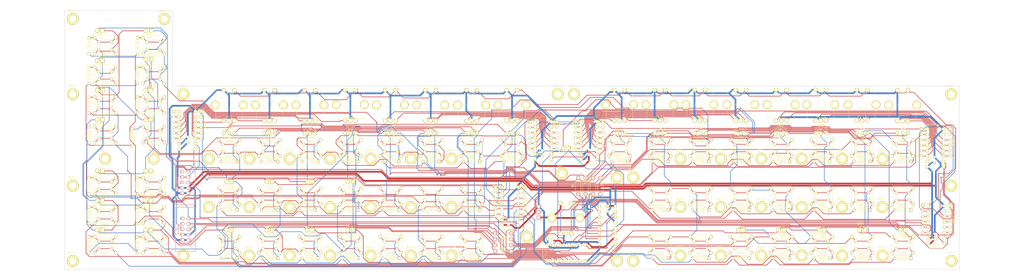
<source format=kicad_pcb>
(kicad_pcb (version 4) (host pcbnew 4.0.2-stable)
  (layers (0 F.Cu signal) (31 B.Cu signal) (34 B.Paste user) (35 F.Paste user) (36 B.SilkS user) (37 F.SilkS user) (38 B.Mask user) (39 F.Mask user) (44 Edge.Cuts user))
  (net 0 "")
  (net 1 "Net-(D101-Pad1)")
  (net 2 "Net-(D102-Pad1)")
  (net 3 /I0)
  (net 4 /I1)
  (net 5 /I2)
  (net 6 /I3)
  (net 7 /I4)
  (net 8 /I5)
  (net 9 /I6)
  (net 10 /I7)
  (net 11 GND)
  (net 12 /O6)
  (net 13 /O7)
  (net 14 /O1)
  (net 15 /O3)
  (net 16 /O5)
  (net 17 /O0)
  (net 18 /O2)
  (net 19 /O4)
  (net 20 +5V)
  (net 21 /O13)
  (net 22 /O14)
  (net 23 /O15)
  (net 24 /O16)
  (net 25 /O17)
  (net 26 /O10)
  (net 27 /I14)
  (net 28 /I15)
  (net 29 /I16)
  (net 30 /I17)
  (net 31 /I10)
  (net 32 /I11)
  (net 33 /I12)
  (net 34 /I13)
  (net 35 "Net-(D8-Pad1)")
  (net 36 "Net-(D9-Pad1)")
  (net 37 "Net-(D10-Pad1)")
  (net 38 "Net-(D11-Pad1)")
  (net 39 "Net-(D12-Pad1)")
  (net 40 "Net-(D13-Pad1)")
  (net 41 "Net-(D14-Pad1)")
  (net 42 "Net-(D22-Pad1)")
  (net 43 "Net-(D23-Pad1)")
  (net 44 "Net-(D24-Pad1)")
  (net 45 "Net-(D25-Pad1)")
  (net 46 "Net-(D26-Pad1)")
  (net 47 "Net-(D27-Pad1)")
  (net 48 "Net-(D28-Pad1)")
  (net 49 "Net-(D32-Pad1)")
  (net 50 "Net-(D33-Pad1)")
  (net 51 "Net-(D34-Pad1)")
  (net 52 "Net-(D38-Pad1)")
  (net 53 "Net-(D39-Pad1)")
  (net 54 "Net-(D40-Pad1)")
  (net 55 "Net-(D44-Pad1)")
  (net 56 "Net-(D45-Pad1)")
  (net 57 "Net-(D46-Pad1)")
  (net 58 "Net-(D50-Pad1)")
  (net 59 "Net-(D51-Pad1)")
  (net 60 "Net-(D52-Pad1)")
  (net 61 "Net-(D54-Pad1)")
  (net 62 "Net-(D55-Pad1)")
  (net 63 "Net-(D56-Pad1)")
  (net 64 "Net-(D58-Pad1)")
  (net 65 "Net-(D59-Pad1)")
  (net 66 "Net-(D60-Pad1)")
  (net 67 "Net-(D62-Pad1)")
  (net 68 "Net-(D63-Pad1)")
  (net 69 "Net-(D64-Pad1)")
  (net 70 "Net-(D66-Pad1)")
  (net 71 "Net-(D69-Pad1)")
  (net 72 "Net-(D71-Pad1)")
  (net 73 "Net-(D72-Pad1)")
  (net 74 "Net-(D73-Pad1)")
  (net 75 "Net-(D75-Pad1)")
  (net 76 "Net-(D76-Pad1)")
  (net 77 "Net-(D77-Pad1)")
  (net 78 "Net-(D80-Pad1)")
  (net 79 "Net-(D81-Pad1)")
  (net 80 "Net-(D82-Pad1)")
  (net 81 "Net-(D85-Pad1)")
  (net 82 "Net-(D86-Pad1)")
  (net 83 "Net-(D87-Pad1)")
  (net 84 "Net-(D90-Pad1)")
  (net 85 "Net-(D91-Pad1)")
  (net 86 "Net-(D92-Pad1)")
  (net 87 "Net-(D95-Pad1)")
  (net 88 "Net-(D96-Pad1)")
  (net 89 "Net-(D97-Pad1)")
  (net 90 "Net-(D100-Pad1)")
  (net 91 "Net-(ec1-PadP$GN)")
  (net 92 "Net-(U1-Pad9)")
  (net 93 /I26)
  (net 94 /I27)
  (net 95 /I24)
  (net 96 /I25)
  (net 97 /I22)
  (net 98 /I23)
  (net 99 /I20)
  (net 100 /I21)
  (net 101 /I56)
  (net 102 /I54)
  (net 103 /I55)
  (net 104 /I36)
  (net 105 /I37)
  (net 106 /I34)
  (net 107 /I35)
  (net 108 /I32)
  (net 109 /I33)
  (net 110 /I30)
  (net 111 /I31)
  (net 112 /I46)
  (net 113 /I47)
  (net 114 /I44)
  (net 115 /I45)
  (net 116 /I42)
  (net 117 /I43)
  (net 118 /I40)
  (net 119 /I41)
  (net 120 /I53)
  (net 121 /I52)
  (net 122 /I51)
  (net 123 /I50)
  (net 124 /011)
  (net 125 /012)
  (net 126 /02)
  (net 127 /I57)
  (net 128 "Net-(R8-Pad1)")
  (net 129 "Net-(R1-Pad1)")
  (net 130 "Net-(R2-Pad1)")
  (net 131 "Net-(R3-Pad1)")
  (net 132 "Net-(R4-Pad1)")
  (net 133 "Net-(R5-Pad2)")
  (net 134 "Net-(R6-Pad1)")
  (net 135 "Net-(R7-Pad1)")
  (net 136 "Net-(RR3-Pad2)")
  (net 137 "Net-(RR5-Pad2)")
  (net 138 "Net-(RR6-Pad2)")
  (net 139 "Net-(RR8-Pad2)")
  (net 140 "Net-(RR10-Pad2)")
  (net 141 "Net-(RR12-Pad2)")
  (net 142 "Net-(U1-Pad1)")
  (net 143 "Net-(U1-Pad2)")
  (net 144 "Net-(U7-Pad14)")
  (net 145 "Net-(U8-Pad9)")
  (net 146 "Net-(J3-Pad2)")
  (net 147 "Net-(U7-Pad9)")
  (module PEC11-Switch_ba (layer F.Cu) (at 118.11 120.65)
    (fp_text reference ec1 (at 0.11938 5.4737) (layer F.SilkS) (effects (font (size 1.27 1.27) (thickness 0.0889))))
    (fp_text value SW_Enc (at 0 -5.4864) (layer F.SilkS) (effects (font (size 0.8128 0.8128) (thickness 0.0889))))
    (pad P$1 thru_hole circle (at -2.49936 -7.00024) (size 1.99898 1.99898) (drill 1.00076) (layers *.Cu F.Paste F.SilkS F.Mask) (net 11 GND))
    (pad P$2 thru_hole circle (at 2.49936 -7.00024) (size 1.99898 1.99898) (drill 0.99822) (layers *.Cu F.Paste F.SilkS F.Mask) (net 127 /I57))
    (pad P$B thru_hole circle (at -2.49936 7.50062) (size 1.99898 1.99898) (drill 1.00076) (layers *.Cu F.Paste F.SilkS F.Mask) (net 10 /I7))
    (pad P$A thru_hole circle (at 2.49936 7.50062) (size 1.99898 1.99898) (drill 1.00076) (layers *.Cu F.Paste F.SilkS F.Mask) (net 9 /I6))
    (pad P$C thru_hole circle (at 0 7.50062) (size 1.99898 1.99898) (drill 1.00076) (layers *.Cu F.Paste F.SilkS F.Mask) (net 11 GND))
    (pad P$GN thru_hole circle (at -6.59892 0) (size 4.09956 4.09956) (drill 2.60096) (layers *.Cu F.Paste F.SilkS F.Mask) (net 91 "Net-(ec1-PadP$GN)"))
    (pad P$GN thru_hole circle (at 6.59892 0) (size 4.09956 4.09956) (drill 2.60096) (layers *.Cu F.Paste F.SilkS F.Mask) (net 91 "Net-(ec1-PadP$GN)"))
  )
  (module Mounting_Holes:MountingHole_3.2mm_M3_DIN965_Pad (layer F.Cu) (at 96.52 115.57)
    (fp_text reference REF** (at 0 -3.8) (layer F.SilkS))
    (fp_text value MountingHole_3.2mm_M3_Pad_Via)
    (pad 1 thru_hole circle (at 0 0) (size 5.6 5.6) (drill 3.2) (layers *.Cu *.Mask F.SilkS))
  )
  (module Mounting_Holes:MountingHole_3.2mm_M3_DIN965_Pad (layer F.Cu) (at 96.52 191.77)
    (fp_text reference REF** (at 0 -3.8) (layer F.SilkS))
    (fp_text value MountingHole_3.2mm_M3_Pad_Via)
    (pad 1 thru_hole circle (at 0 0) (size 5.6 5.6) (drill 3.2) (layers *.Cu *.Mask F.SilkS))
  )
  (module Mounting_Holes:MountingHole_3.2mm_M3_DIN965_Pad (layer F.Cu) (at 258.445 182.88)
    (fp_text reference REF** (at 0 -3.8) (layer F.SilkS))
    (fp_text value MountingHole_3.2mm_M3_Pad_Via)
    (pad 1 thru_hole circle (at 0 0) (size 5.6 5.6) (drill 3.2) (layers *.Cu *.Mask F.SilkS))
  )
  (module Mounting_Holes:MountingHole_3.2mm_M3_DIN965_Pad (layer F.Cu) (at 300.99 154.94)
    (fp_text reference REF** (at 0 -3.8) (layer F.SilkS))
    (fp_text value MountingHole_3.2mm_M3_Pad_Via)
    (pad 1 thru_hole circle (at 0 0) (size 5.6 5.6) (drill 3.2) (layers *.Cu *.Mask F.SilkS))
  )
  (module Mounting_Holes:MountingHole_3.2mm_M3_DIN965_Pad (layer F.Cu) (at 308.61 154.94)
    (fp_text reference REF** (at 0 -3.8) (layer F.SilkS))
    (fp_text value MountingHole_3.2mm_M3_Pad_Via)
    (pad 1 thru_hole circle (at 0 0) (size 5.6 5.6) (drill 3.2) (layers *.Cu *.Mask F.SilkS))
  )
  (module Mounting_Holes:MountingHole_3.2mm_M3_DIN965_Pad (layer F.Cu) (at 300.99 194.31)
    (fp_text reference REF** (at 0 -3.8) (layer F.SilkS))
    (fp_text value MountingHole_3.2mm_M3_Pad_Via)
    (pad 1 thru_hole circle (at 0 0) (size 5.6 5.6) (drill 3.2) (layers *.Cu *.Mask F.SilkS))
  )
  (module Mounting_Holes:MountingHole_3.2mm_M3_DIN965_Pad (layer F.Cu) (at 308.61 194.31)
    (fp_text reference REF** (at 0 -3.8) (layer F.SilkS))
    (fp_text value MountingHole_3.2mm_M3_Pad_Via)
    (pad 1 thru_hole circle (at 0 0) (size 5.6 5.6) (drill 3.2) (layers *.Cu *.Mask F.SilkS))
  )
  (module Mounting_Holes:MountingHole_3.2mm_M3_DIN965_Pad (layer F.Cu) (at 274.955 153.035)
    (fp_text reference REF** (at 0 -3.8) (layer F.SilkS))
    (fp_text value MountingHole_3.2mm_M3_Pad_Via)
    (pad 1 thru_hole circle (at 0 0) (size 5.6 5.6) (drill 3.2) (layers *.Cu *.Mask F.SilkS))
  )
  (module Mounting_Holes:MountingHole_3.2mm_M3_DIN965_Pad (layer F.Cu) (at 280.67 115.57)
    (fp_text reference REF** (at 0 -3.8) (layer F.SilkS))
    (fp_text value MountingHole_3.2mm_M3_Pad_Via)
    (pad 1 thru_hole circle (at 0 0) (size 5.6 5.6) (drill 3.2) (layers *.Cu *.Mask F.SilkS))
  )
  (module Mounting_Holes:MountingHole_3.2mm_M3_DIN965_Pad (layer F.Cu) (at 273.05 115.57)
    (fp_text reference REF** (at 0 -3.8) (layer F.SilkS))
    (fp_text value MountingHole_3.2mm_M3_Pad_Via)
    (pad 1 thru_hole circle (at 0 0) (size 5.6 5.6) (drill 3.2) (layers *.Cu *.Mask F.SilkS))
  )
  (module Mounting_Holes:MountingHole_3.2mm_M3_DIN965_Pad (layer F.Cu) (at 426.085 191.77)
    (fp_text reference REF** (at 0 -3.8) (layer F.SilkS))
    (fp_text value MountingHole_3.2mm_M3_Pad_Via)
    (pad 1 thru_hole circle (at 0 0) (size 5.6 5.6) (drill 3.2) (layers *.Cu *.Mask F.SilkS))
  )
  (module Mounting_Holes:MountingHole_3.2mm_M3_DIN965_Pad (layer F.Cu) (at 330.835 191.77)
    (fp_text reference REF** (at 0 -3.8) (layer F.SilkS))
    (fp_text value MountingHole_3.2mm_M3_Pad_Via)
    (pad 1 thru_hole circle (at 0 0) (size 5.6 5.6) (drill 3.2) (layers *.Cu *.Mask F.SilkS))
  )
  (module Mounting_Holes:MountingHole_3.2mm_M3_DIN965_Pad (layer F.Cu) (at 349.885 191.77)
    (fp_text reference REF** (at 0 -3.8) (layer F.SilkS))
    (fp_text value MountingHole_3.2mm_M3_Pad_Via)
    (pad 1 thru_hole circle (at 0 0) (size 5.6 5.6) (drill 3.2) (layers *.Cu *.Mask F.SilkS))
  )
  (module Mounting_Holes:MountingHole_3.2mm_M3_DIN965_Pad (layer F.Cu) (at 368.935 191.77)
    (fp_text reference REF** (at 0 -3.8) (layer F.SilkS))
    (fp_text value MountingHole_3.2mm_M3_Pad_Via)
    (pad 1 thru_hole circle (at 0 0) (size 5.6 5.6) (drill 3.2) (layers *.Cu *.Mask F.SilkS))
  )
  (module Mounting_Holes:MountingHole_3.2mm_M3_DIN965_Pad (layer F.Cu) (at 387.985 191.77)
    (fp_text reference REF** (at 0 -3.8) (layer F.SilkS))
    (fp_text value MountingHole_3.2mm_M3_Pad_Via)
    (pad 1 thru_hole circle (at 0 0) (size 5.6 5.6) (drill 3.2) (layers *.Cu *.Mask F.SilkS))
  )
  (module Mounting_Holes:MountingHole_3.2mm_M3_DIN965_Pad (layer F.Cu) (at 407.035 191.77)
    (fp_text reference REF** (at 0 -3.8) (layer F.SilkS))
    (fp_text value MountingHole_3.2mm_M3_Pad_Via)
    (pad 1 thru_hole circle (at 0 0) (size 5.6 5.6) (drill 3.2) (layers *.Cu *.Mask F.SilkS))
  )
  (module Mounting_Holes:MountingHole_3.2mm_M3_DIN965_Pad (layer F.Cu) (at 407.035 168.91)
    (fp_text reference REF** (at 0 -3.8) (layer F.SilkS))
    (fp_text value MountingHole_3.2mm_M3_Pad_Via)
    (pad 1 thru_hole circle (at 0 0) (size 5.6 5.6) (drill 3.2) (layers *.Cu *.Mask F.SilkS))
  )
  (module Mounting_Holes:MountingHole_3.2mm_M3_DIN965_Pad (layer F.Cu) (at 426.085 168.91)
    (fp_text reference REF** (at 0 -3.8) (layer F.SilkS))
    (fp_text value MountingHole_3.2mm_M3_Pad_Via)
    (pad 1 thru_hole circle (at 0 0) (size 5.6 5.6) (drill 3.2) (layers *.Cu *.Mask F.SilkS))
  )
  (module Mounting_Holes:MountingHole_3.2mm_M3_DIN965_Pad (layer F.Cu) (at 426.085 146.05)
    (fp_text reference REF** (at 0 -3.8) (layer F.SilkS))
    (fp_text value MountingHole_3.2mm_M3_Pad_Via)
    (pad 1 thru_hole circle (at 0 0) (size 5.6 5.6) (drill 3.2) (layers *.Cu *.Mask F.SilkS))
  )
  (module Mounting_Holes:MountingHole_3.2mm_M3_DIN965_Pad (layer F.Cu) (at 407.035 146.05)
    (fp_text reference REF** (at 0 -3.8) (layer F.SilkS))
    (fp_text value MountingHole_3.2mm_M3_Pad_Via)
    (pad 1 thru_hole circle (at 0 0) (size 5.6 5.6) (drill 3.2) (layers *.Cu *.Mask F.SilkS))
  )
  (module Mounting_Holes:MountingHole_3.2mm_M3_DIN965_Pad (layer F.Cu) (at 387.985 146.05)
    (fp_text reference REF** (at 0 -3.8) (layer F.SilkS))
    (fp_text value MountingHole_3.2mm_M3_Pad_Via)
    (pad 1 thru_hole circle (at 0 0) (size 5.6 5.6) (drill 3.2) (layers *.Cu *.Mask F.SilkS))
  )
  (module Mounting_Holes:MountingHole_3.2mm_M3_DIN965_Pad (layer F.Cu) (at 387.985 168.91)
    (fp_text reference REF** (at 0 -3.8) (layer F.SilkS))
    (fp_text value MountingHole_3.2mm_M3_Pad_Via)
    (pad 1 thru_hole circle (at 0 0) (size 5.6 5.6) (drill 3.2) (layers *.Cu *.Mask F.SilkS))
  )
  (module Mounting_Holes:MountingHole_3.2mm_M3_DIN965_Pad (layer F.Cu) (at 368.935 168.91)
    (fp_text reference REF** (at 0 -3.8) (layer F.SilkS))
    (fp_text value MountingHole_3.2mm_M3_Pad_Via)
    (pad 1 thru_hole circle (at 0 0) (size 5.6 5.6) (drill 3.2) (layers *.Cu *.Mask F.SilkS))
  )
  (module Mounting_Holes:MountingHole_3.2mm_M3_DIN965_Pad (layer F.Cu) (at 349.885 168.91)
    (fp_text reference REF** (at 0 -3.8) (layer F.SilkS))
    (fp_text value MountingHole_3.2mm_M3_Pad_Via)
    (pad 1 thru_hole circle (at 0 0) (size 5.6 5.6) (drill 3.2) (layers *.Cu *.Mask F.SilkS))
  )
  (module Mounting_Holes:MountingHole_3.2mm_M3_DIN965_Pad (layer F.Cu) (at 330.835 168.91)
    (fp_text reference REF** (at 0 -3.8) (layer F.SilkS))
    (fp_text value MountingHole_3.2mm_M3_Pad_Via)
    (pad 1 thru_hole circle (at 0 0) (size 5.6 5.6) (drill 3.2) (layers *.Cu *.Mask F.SilkS))
  )
  (module Mounting_Holes:MountingHole_3.2mm_M3_DIN965_Pad (layer F.Cu) (at 368.935 146.05)
    (fp_text reference REF** (at 0 -3.8) (layer F.SilkS))
    (fp_text value MountingHole_3.2mm_M3_Pad_Via)
    (pad 1 thru_hole circle (at 0 0) (size 5.6 5.6) (drill 3.2) (layers *.Cu *.Mask F.SilkS))
  )
  (module Mounting_Holes:MountingHole_3.2mm_M3_DIN965_Pad (layer F.Cu) (at 349.885 146.05)
    (fp_text reference REF** (at 0 -3.8) (layer F.SilkS))
    (fp_text value MountingHole_3.2mm_M3_Pad_Via)
    (pad 1 thru_hole circle (at 0 0) (size 5.6 5.6) (drill 3.2) (layers *.Cu *.Mask F.SilkS))
  )
  (module Mounting_Holes:MountingHole_3.2mm_M3_DIN965_Pad (layer F.Cu) (at 330.835 146.05)
    (fp_text reference REF** (at 0 -3.8) (layer F.SilkS))
    (fp_text value MountingHole_3.2mm_M3_Pad_Via)
    (pad 1 thru_hole circle (at 0 0) (size 5.6 5.6) (drill 3.2) (layers *.Cu *.Mask F.SilkS))
  )
  (module Mounting_Holes:MountingHole_3.2mm_M3_DIN965_Pad (layer F.Cu) (at 203.835 168.91)
    (fp_text reference REF** (at 0 -3.8) (layer F.SilkS))
    (fp_text value MountingHole_3.2mm_M3_Pad_Via)
    (pad 1 thru_hole circle (at 0 0) (size 5.6 5.6) (drill 3.2) (layers *.Cu *.Mask F.SilkS))
  )
  (module Mounting_Holes:MountingHole_3.2mm_M3_DIN965_Pad (layer F.Cu) (at 203.835 146.05)
    (fp_text reference REF** (at 0 -3.8) (layer F.SilkS))
    (fp_text value MountingHole_3.2mm_M3_Pad_Via)
    (pad 1 thru_hole circle (at 0 0) (size 5.6 5.6) (drill 3.2) (layers *.Cu *.Mask F.SilkS))
  )
  (module Mounting_Holes:MountingHole_3.2mm_M3_DIN965_Pad (layer F.Cu) (at 203.835 191.77)
    (fp_text reference REF** (at 0 -3.8) (layer F.SilkS))
    (fp_text value MountingHole_3.2mm_M3_Pad_Via)
    (pad 1 thru_hole circle (at 0 0) (size 5.6 5.6) (drill 3.2) (layers *.Cu *.Mask F.SilkS))
  )
  (module Mounting_Holes:MountingHole_3.2mm_M3_DIN965_Pad (layer F.Cu) (at 222.885 146.05)
    (fp_text reference REF** (at 0 -3.8) (layer F.SilkS))
    (fp_text value MountingHole_3.2mm_M3_Pad_Via)
    (pad 1 thru_hole circle (at 0 0) (size 5.6 5.6) (drill 3.2) (layers *.Cu *.Mask F.SilkS))
  )
  (module Mounting_Holes:MountingHole_3.2mm_M3_DIN965_Pad (layer F.Cu) (at 222.885 168.91)
    (fp_text reference REF** (at 0 -3.8) (layer F.SilkS))
    (fp_text value MountingHole_3.2mm_M3_Pad_Via)
    (pad 1 thru_hole circle (at 0 0) (size 5.6 5.6) (drill 3.2) (layers *.Cu *.Mask F.SilkS))
  )
  (module Mounting_Holes:MountingHole_3.2mm_M3_DIN965_Pad (layer F.Cu) (at 222.885 191.77)
    (fp_text reference REF** (at 0 -3.8) (layer F.SilkS))
    (fp_text value MountingHole_3.2mm_M3_Pad_Via)
    (pad 1 thru_hole circle (at 0 0) (size 5.6 5.6) (drill 3.2) (layers *.Cu *.Mask F.SilkS))
  )
  (module Mounting_Holes:MountingHole_3.2mm_M3_DIN965_Pad (layer F.Cu) (at 165.735 168.91)
    (fp_text reference REF** (at 0 -3.8) (layer F.SilkS))
    (fp_text value MountingHole_3.2mm_M3_Pad_Via)
    (pad 1 thru_hole circle (at 0 0) (size 5.6 5.6) (drill 3.2) (layers *.Cu *.Mask F.SilkS))
  )
  (module Mounting_Holes:MountingHole_3.2mm_M3_DIN965_Pad (layer F.Cu) (at 165.735 146.05)
    (fp_text reference REF** (at 0 -3.8) (layer F.SilkS))
    (fp_text value MountingHole_3.2mm_M3_Pad_Via)
    (pad 1 thru_hole circle (at 0 0) (size 5.6 5.6) (drill 3.2) (layers *.Cu *.Mask F.SilkS))
  )
  (module Mounting_Holes:MountingHole_3.2mm_M3_DIN965_Pad (layer F.Cu) (at 165.735 191.77)
    (fp_text reference REF** (at 0 -3.8) (layer F.SilkS))
    (fp_text value MountingHole_3.2mm_M3_Pad_Via)
    (pad 1 thru_hole circle (at 0 0) (size 5.6 5.6) (drill 3.2) (layers *.Cu *.Mask F.SilkS))
  )
  (module Mounting_Holes:MountingHole_3.2mm_M3_DIN965_Pad (layer F.Cu) (at 184.785 146.05)
    (fp_text reference REF** (at 0 -3.8) (layer F.SilkS))
    (fp_text value MountingHole_3.2mm_M3_Pad_Via)
    (pad 1 thru_hole circle (at 0 0) (size 5.6 5.6) (drill 3.2) (layers *.Cu *.Mask F.SilkS))
  )
  (module Mounting_Holes:MountingHole_3.2mm_M3_DIN965_Pad (layer F.Cu) (at 184.785 168.91)
    (fp_text reference REF** (at 0 -3.8) (layer F.SilkS))
    (fp_text value MountingHole_3.2mm_M3_Pad_Via)
    (pad 1 thru_hole circle (at 0 0) (size 5.6 5.6) (drill 3.2) (layers *.Cu *.Mask F.SilkS))
  )
  (module Mounting_Holes:MountingHole_3.2mm_M3_DIN965_Pad (layer F.Cu) (at 184.785 191.77)
    (fp_text reference REF** (at 0 -3.8) (layer F.SilkS))
    (fp_text value MountingHole_3.2mm_M3_Pad_Via)
    (pad 1 thru_hole circle (at 0 0) (size 5.6 5.6) (drill 3.2) (layers *.Cu *.Mask F.SilkS))
  )
  (module Mounting_Holes:MountingHole_3.2mm_M3_DIN965_Pad (layer F.Cu) (at 146.685 146.05)
    (fp_text reference REF** (at 0 -3.8) (layer F.SilkS))
    (fp_text value MountingHole_3.2mm_M3_Pad_Via)
    (pad 1 thru_hole circle (at 0 0) (size 5.6 5.6) (drill 3.2) (layers *.Cu *.Mask F.SilkS))
  )
  (module Mounting_Holes:MountingHole_3.2mm_M3_DIN965_Pad (layer F.Cu) (at 146.685 168.91)
    (fp_text reference REF** (at 0 -3.8) (layer F.SilkS))
    (fp_text value MountingHole_3.2mm_M3_Pad_Via)
    (pad 1 thru_hole circle (at 0 0) (size 5.6 5.6) (drill 3.2) (layers *.Cu *.Mask F.SilkS))
  )
  (module Mounting_Holes:MountingHole_3.2mm_M3_DIN965_Pad (layer F.Cu) (at 146.685 191.77)
    (fp_text reference REF** (at 0 -3.8) (layer F.SilkS))
    (fp_text value MountingHole_3.2mm_M3_Pad_Via)
    (pad 1 thru_hole circle (at 0 0) (size 5.6 5.6) (drill 3.2) (layers *.Cu *.Mask F.SilkS))
  )
  (module DIP-16_W7.62mm (layer F.Cu) (at 102.235 141.478 180)
    (fp_text reference U1 (at 0 -5.22 180) (layer F.SilkS))
    (fp_text value 74HC165)
    (pad 1 thru_hole oval (at 0 0 180) (size 1.6 1.6) (drill 0.8) (layers *.Cu *.Mask F.SilkS) (net 142 "Net-(U1-Pad1)"))
    (pad 2 thru_hole oval (at 0 2.54 180) (size 1.6 1.6) (drill 0.8) (layers *.Cu *.Mask F.SilkS) (net 143 "Net-(U1-Pad2)"))
    (pad 3 thru_hole oval (at 0 5.08 180) (size 1.6 1.6) (drill 0.8) (layers *.Cu *.Mask F.SilkS) (net 7 /I4))
    (pad 4 thru_hole oval (at 0 7.62 180) (size 1.6 1.6) (drill 0.8) (layers *.Cu *.Mask F.SilkS) (net 8 /I5))
    (pad 5 thru_hole oval (at 0 10.16 180) (size 1.6 1.6) (drill 0.8) (layers *.Cu *.Mask F.SilkS) (net 9 /I6))
    (pad 6 thru_hole oval (at 0 12.7 180) (size 1.6 1.6) (drill 0.8) (layers *.Cu *.Mask F.SilkS) (net 10 /I7))
    (pad 7 thru_hole oval (at 0 15.24 180) (size 1.6 1.6) (drill 0.8) (layers *.Cu *.Mask F.SilkS))
    (pad 8 thru_hole oval (at 0 17.78 180) (size 1.6 1.6) (drill 0.8) (layers *.Cu *.Mask F.SilkS) (net 11 GND))
    (pad 9 thru_hole oval (at 7.62 17.78 180) (size 1.6 1.6) (drill 0.8) (layers *.Cu *.Mask F.SilkS) (net 92 "Net-(U1-Pad9)"))
    (pad 10 thru_hole oval (at 7.62 15.24 180) (size 1.6 1.6) (drill 0.8) (layers *.Cu *.Mask F.SilkS) (net 136 "Net-(RR3-Pad2)"))
    (pad 11 thru_hole oval (at 7.62 12.7 180) (size 1.6 1.6) (drill 0.8) (layers *.Cu *.Mask F.SilkS) (net 3 /I0))
    (pad 12 thru_hole oval (at 7.62 10.16 180) (size 1.6 1.6) (drill 0.8) (layers *.Cu *.Mask F.SilkS) (net 4 /I1))
    (pad 13 thru_hole oval (at 7.62 7.62 180) (size 1.6 1.6) (drill 0.8) (layers *.Cu *.Mask F.SilkS) (net 5 /I2))
    (pad 14 thru_hole oval (at 7.62 5.08 180) (size 1.6 1.6) (drill 0.8) (layers *.Cu *.Mask F.SilkS) (net 6 /I3))
    (pad 15 thru_hole oval (at 7.62 2.54 180) (size 1.6 1.6) (drill 0.8) (layers *.Cu *.Mask F.SilkS) (net 11 GND))
    (pad 16 thru_hole oval (at 7.62 0 180) (size 1.6 1.6) (drill 0.8) (layers *.Cu *.Mask F.SilkS) (net 20 +5V))
  )
  (module LEDs:LED-5MM-3 (layer F.Cu) (at 120.65 133.985 180)
    (fp_text reference D29 (at 2.54508 -3.91668 180) (layer F.SilkS))
    (fp_text value Led_gp1)
    (pad 1 thru_hole circle (at 0 0) (size 1.6764 1.6764) (drill 0.8128) (layers *.Cu *.Mask F.SilkS) (net 124 /011))
    (pad 2 thru_hole circle (at 2.54 0) (size 1.6764 1.6764) (drill 0.8128) (layers *.Cu *.Mask F.SilkS) (net 15 /O3))
    (pad 3 thru_hole circle (at 5.08 0) (size 1.6764 1.6764) (drill 0.8128) (layers *.Cu *.Mask F.SilkS) (net 26 /O10))
  )
  (module LEDs:LED-5MM-3 (layer F.Cu) (at 139.7 133.985 180)
    (fp_text reference D35 (at 2.54508 -3.91668 180) (layer F.SilkS))
    (fp_text value Led_gp2)
    (pad 1 thru_hole circle (at 0 0) (size 1.6764 1.6764) (drill 0.8128) (layers *.Cu *.Mask F.SilkS) (net 21 /O13))
    (pad 2 thru_hole circle (at 2.54 0) (size 1.6764 1.6764) (drill 0.8128) (layers *.Cu *.Mask F.SilkS) (net 15 /O3))
    (pad 3 thru_hole circle (at 5.08 0) (size 1.6764 1.6764) (drill 0.8128) (layers *.Cu *.Mask F.SilkS) (net 125 /012))
  )
  (module LEDs:LED-5MM-3 (layer F.Cu) (at 158.75 134.112 180)
    (fp_text reference D41 (at 2.54508 -3.91668 180) (layer F.SilkS))
    (fp_text value Led_gp3)
    (pad 1 thru_hole circle (at 0 0) (size 1.6764 1.6764) (drill 0.8128) (layers *.Cu *.Mask F.SilkS) (net 23 /O15))
    (pad 2 thru_hole circle (at 2.54 0) (size 1.6764 1.6764) (drill 0.8128) (layers *.Cu *.Mask F.SilkS) (net 18 /O2))
    (pad 3 thru_hole circle (at 5.08 0) (size 1.6764 1.6764) (drill 0.8128) (layers *.Cu *.Mask F.SilkS) (net 22 /O14))
  )
  (module LEDs:LED-5MM-3 (layer F.Cu) (at 177.8 133.985 180)
    (fp_text reference D47 (at 2.54508 -3.91668 180) (layer F.SilkS))
    (fp_text value Led_gp4)
    (pad 1 thru_hole circle (at 0 0) (size 1.6764 1.6764) (drill 0.8128) (layers *.Cu *.Mask F.SilkS) (net 25 /O17))
    (pad 2 thru_hole circle (at 2.54 0) (size 1.6764 1.6764) (drill 0.8128) (layers *.Cu *.Mask F.SilkS) (net 18 /O2))
    (pad 3 thru_hole circle (at 5.08 0) (size 1.6764 1.6764) (drill 0.8128) (layers *.Cu *.Mask F.SilkS) (net 24 /O16))
  )
  (module LEDs:LED-5MM-3 (layer F.Cu) (at 196.85 133.985 180)
    (fp_text reference D53 (at 2.54508 -3.91668 180) (layer F.SilkS))
    (fp_text value Led_gp5)
    (pad 1 thru_hole circle (at 0 0) (size 1.6764 1.6764) (drill 0.8128) (layers *.Cu *.Mask F.SilkS) (net 124 /011))
    (pad 2 thru_hole circle (at 2.54 0) (size 1.6764 1.6764) (drill 0.8128) (layers *.Cu *.Mask F.SilkS) (net 14 /O1))
    (pad 3 thru_hole circle (at 5.08 0) (size 1.6764 1.6764) (drill 0.8128) (layers *.Cu *.Mask F.SilkS) (net 26 /O10))
  )
  (module LEDs:LED-5MM-3 (layer F.Cu) (at 215.9 133.985 180)
    (fp_text reference D57 (at 2.54508 -3.91668 180) (layer F.SilkS))
    (fp_text value Led_gp6)
    (pad 1 thru_hole circle (at 0 0) (size 1.6764 1.6764) (drill 0.8128) (layers *.Cu *.Mask F.SilkS) (net 21 /O13))
    (pad 2 thru_hole circle (at 2.54 0) (size 1.6764 1.6764) (drill 0.8128) (layers *.Cu *.Mask F.SilkS) (net 14 /O1))
    (pad 3 thru_hole circle (at 5.08 0) (size 1.6764 1.6764) (drill 0.8128) (layers *.Cu *.Mask F.SilkS) (net 125 /012))
  )
  (module LEDs:LED-5MM-3 (layer F.Cu) (at 234.95 133.985 180)
    (fp_text reference D61 (at 2.54508 -3.91668 180) (layer F.SilkS))
    (fp_text value Led_gp7)
    (pad 1 thru_hole circle (at 0 0) (size 1.6764 1.6764) (drill 0.8128) (layers *.Cu *.Mask F.SilkS) (net 23 /O15))
    (pad 2 thru_hole circle (at 2.54 0) (size 1.6764 1.6764) (drill 0.8128) (layers *.Cu *.Mask F.SilkS) (net 17 /O0))
    (pad 3 thru_hole circle (at 5.08 0) (size 1.6764 1.6764) (drill 0.8128) (layers *.Cu *.Mask F.SilkS) (net 22 /O14))
  )
  (module LEDs:LED-5MM-3 (layer F.Cu) (at 254 134.112 180)
    (fp_text reference D65 (at 2.54508 -3.91668 180) (layer F.SilkS))
    (fp_text value Led_gp8)
    (pad 1 thru_hole circle (at 0 0) (size 1.6764 1.6764) (drill 0.8128) (layers *.Cu *.Mask F.SilkS) (net 25 /O17))
    (pad 2 thru_hole circle (at 2.54 0) (size 1.6764 1.6764) (drill 0.8128) (layers *.Cu *.Mask F.SilkS) (net 17 /O0))
    (pad 3 thru_hole circle (at 5.08 0) (size 1.6764 1.6764) (drill 0.8128) (layers *.Cu *.Mask F.SilkS) (net 24 /O16))
  )
  (module LEDs:LED-5MM-3 (layer F.Cu) (at 304.8 134.112 180)
    (fp_text reference D68 (at 2.54508 -3.91668 180) (layer F.SilkS))
    (fp_text value Led_gp9)
    (pad 1 thru_hole circle (at 0 0) (size 1.6764 1.6764) (drill 0.8128) (layers *.Cu *.Mask F.SilkS) (net 124 /011))
    (pad 2 thru_hole circle (at 2.54 0) (size 1.6764 1.6764) (drill 0.8128) (layers *.Cu *.Mask F.SilkS) (net 19 /O4))
    (pad 3 thru_hole circle (at 5.08 0) (size 1.6764 1.6764) (drill 0.8128) (layers *.Cu *.Mask F.SilkS) (net 26 /O10))
  )
  (module LEDs:LED-5MM-3 (layer F.Cu) (at 323.85 133.985 180)
    (fp_text reference D70 (at 2.54508 -3.91668 180) (layer F.SilkS))
    (fp_text value Led_gp10)
    (pad 1 thru_hole circle (at 0 0) (size 1.6764 1.6764) (drill 0.8128) (layers *.Cu *.Mask F.SilkS) (net 21 /O13))
    (pad 2 thru_hole circle (at 2.54 0) (size 1.6764 1.6764) (drill 0.8128) (layers *.Cu *.Mask F.SilkS) (net 19 /O4))
    (pad 3 thru_hole circle (at 5.08 0) (size 1.6764 1.6764) (drill 0.8128) (layers *.Cu *.Mask F.SilkS) (net 125 /012))
  )
  (module LEDs:LED-5MM-3 (layer F.Cu) (at 342.9 133.985 180)
    (fp_text reference D74 (at 2.54508 -3.91668 180) (layer F.SilkS))
    (fp_text value Led_gp11)
    (pad 1 thru_hole circle (at 0 0) (size 1.6764 1.6764) (drill 0.8128) (layers *.Cu *.Mask F.SilkS) (net 23 /O15))
    (pad 2 thru_hole circle (at 2.54 0) (size 1.6764 1.6764) (drill 0.8128) (layers *.Cu *.Mask F.SilkS) (net 16 /O5))
    (pad 3 thru_hole circle (at 5.08 0) (size 1.6764 1.6764) (drill 0.8128) (layers *.Cu *.Mask F.SilkS) (net 22 /O14))
  )
  (module LEDs:LED-5MM-3 (layer F.Cu) (at 361.95 133.985 180)
    (fp_text reference D78 (at 2.54508 -3.91668 180) (layer F.SilkS))
    (fp_text value Led_gp12)
    (pad 1 thru_hole circle (at 0 0) (size 1.6764 1.6764) (drill 0.8128) (layers *.Cu *.Mask F.SilkS) (net 25 /O17))
    (pad 2 thru_hole circle (at 2.54 0) (size 1.6764 1.6764) (drill 0.8128) (layers *.Cu *.Mask F.SilkS) (net 16 /O5))
    (pad 3 thru_hole circle (at 5.08 0) (size 1.6764 1.6764) (drill 0.8128) (layers *.Cu *.Mask F.SilkS) (net 24 /O16))
  )
  (module LEDs:LED-5MM-3 (layer F.Cu) (at 375.60516 134.12294)
    (fp_text reference D83 (at 2.54508 -3.91668) (layer F.SilkS))
    (fp_text value Led_gp13)
    (pad 1 thru_hole circle (at 0 0 180) (size 1.6764 1.6764) (drill 0.8128) (layers *.Cu *.Mask F.SilkS) (net 124 /011))
    (pad 2 thru_hole circle (at 2.54 0 180) (size 1.6764 1.6764) (drill 0.8128) (layers *.Cu *.Mask F.SilkS) (net 12 /O6))
    (pad 3 thru_hole circle (at 5.08 0 180) (size 1.6764 1.6764) (drill 0.8128) (layers *.Cu *.Mask F.SilkS) (net 26 /O10))
  )
  (module LEDs:LED-5MM-3 (layer F.Cu) (at 394.60516 134.12294)
    (fp_text reference D88 (at 2.54508 -3.91668) (layer F.SilkS))
    (fp_text value Led_gp14)
    (pad 1 thru_hole circle (at 0 0 180) (size 1.6764 1.6764) (drill 0.8128) (layers *.Cu *.Mask F.SilkS) (net 21 /O13))
    (pad 2 thru_hole circle (at 2.54 0 180) (size 1.6764 1.6764) (drill 0.8128) (layers *.Cu *.Mask F.SilkS) (net 12 /O6))
    (pad 3 thru_hole circle (at 5.08 0 180) (size 1.6764 1.6764) (drill 0.8128) (layers *.Cu *.Mask F.SilkS) (net 125 /012))
  )
  (module LEDs:LED-5MM-3 (layer F.Cu) (at 419.1 133.985 180)
    (fp_text reference D93 (at 2.54508 -3.91668 180) (layer F.SilkS))
    (fp_text value Led_gp15)
    (pad 1 thru_hole circle (at 0 0) (size 1.6764 1.6764) (drill 0.8128) (layers *.Cu *.Mask F.SilkS) (net 23 /O15))
    (pad 2 thru_hole circle (at 2.54 0) (size 1.6764 1.6764) (drill 0.8128) (layers *.Cu *.Mask F.SilkS) (net 13 /O7))
    (pad 3 thru_hole circle (at 5.08 0) (size 1.6764 1.6764) (drill 0.8128) (layers *.Cu *.Mask F.SilkS) (net 22 /O14))
  )
  (module LEDs:LED-5MM-3 (layer F.Cu) (at 438.15 133.985 180)
    (fp_text reference D99 (at 2.54508 -3.91668 180) (layer F.SilkS))
    (fp_text value Led_gp16)
    (pad 1 thru_hole circle (at 0 0) (size 1.6764 1.6764) (drill 0.8128) (layers *.Cu *.Mask F.SilkS) (net 25 /O17))
    (pad 2 thru_hole circle (at 2.54 0) (size 1.6764 1.6764) (drill 0.8128) (layers *.Cu *.Mask F.SilkS) (net 13 /O7))
    (pad 3 thru_hole circle (at 5.08 0) (size 1.6764 1.6764) (drill 0.8128) (layers *.Cu *.Mask F.SilkS) (net 24 /O16))
  )
  (module "empreinte ksir:vasch_strip_5x2" (layer B.Cu) (at 97.536 179.324 90)
    (fp_text reference j2 (at 0.2 -4 90) (layer B.SilkS) (effects (font (thickness 0.2032)) (justify mirror)))
    (fp_text value CONN_02X05 hide)
    (pad 9 thru_hole oval (at 5.08 -1.27 90) (size 1.5 2) (drill 1 (offset 0 -0.25)) (layers *.Cu *.Mask B.SilkS))
    (pad 10 thru_hole oval (at 5.08 1.27 90) (size 1.5 2) (drill 1 (offset 0 0.25)) (layers *.Cu *.Mask B.SilkS) (net 142 "Net-(U1-Pad1)"))
    (pad 8 thru_hole oval (at 2.54 1.27 90) (size 1.5 2) (drill 1 (offset 0 0.25)) (layers *.Cu *.Mask B.SilkS) (net 143 "Net-(U1-Pad2)"))
    (pad 7 thru_hole oval (at 2.54 -1.27 90) (size 1.5 2) (drill 1 (offset 0 -0.25)) (layers *.Cu *.Mask B.SilkS) (net 143 "Net-(U1-Pad2)"))
    (pad 1 thru_hole rect (at -5.08 -1.27 90) (size 1.5 2) (drill 1 (offset 0 -0.25)) (layers *.Cu *.Mask B.SilkS) (net 11 GND))
    (pad 2 thru_hole oval (at -5.08 1.27 90) (size 1.5 2) (drill 1 (offset 0 0.25)) (layers *.Cu *.Mask B.SilkS) (net 11 GND))
    (pad 3 thru_hole oval (at -2.54 -1.27 90) (size 1.5 2) (drill 1 (offset 0 -0.25)) (layers *.Cu *.Mask B.SilkS) (net 20 +5V))
    (pad 4 thru_hole oval (at -2.54 1.27 90) (size 1.5 2) (drill 1 (offset 0 0.25)) (layers *.Cu *.Mask B.SilkS) (net 20 +5V))
    (pad 5 thru_hole oval (at 0 -1.27 90) (size 1.5 2) (drill 1 (offset 0 -0.25)) (layers *.Cu *.Mask B.SilkS) (net 140 "Net-(RR10-Pad2)"))
    (pad 6 thru_hole oval (at 0 1.27 90) (size 1.5 2) (drill 1 (offset 0 0.25)) (layers *.Cu *.Mask B.SilkS) (net 145 "Net-(U8-Pad9)"))
  )
  (module "empreinte ksir:vasch_strip_5x2" (layer B.Cu) (at 97.409 157.226 90)
    (fp_text reference j1 (at 0.2 -4 90) (layer B.SilkS) (effects (font (thickness 0.2032)) (justify mirror)))
    (fp_text value CONN_02X05 hide)
    (pad 9 thru_hole oval (at 5.08 -1.27 90) (size 1.5 2) (drill 1 (offset 0 -0.25)) (layers *.Cu *.Mask B.SilkS))
    (pad 10 thru_hole oval (at 5.08 1.27 90) (size 1.5 2) (drill 1 (offset 0 0.25)) (layers *.Cu *.Mask B.SilkS) (net 142 "Net-(U1-Pad1)"))
    (pad 8 thru_hole oval (at 2.54 1.27 90) (size 1.5 2) (drill 1 (offset 0 0.25)) (layers *.Cu *.Mask B.SilkS) (net 143 "Net-(U1-Pad2)"))
    (pad 7 thru_hole oval (at 2.54 -1.27 90) (size 1.5 2) (drill 1 (offset 0 -0.25)) (layers *.Cu *.Mask B.SilkS) (net 143 "Net-(U1-Pad2)"))
    (pad 1 thru_hole rect (at -5.08 -1.27 90) (size 1.5 2) (drill 1 (offset 0 -0.25)) (layers *.Cu *.Mask B.SilkS) (net 11 GND))
    (pad 2 thru_hole oval (at -5.08 1.27 90) (size 1.5 2) (drill 1 (offset 0 0.25)) (layers *.Cu *.Mask B.SilkS) (net 11 GND))
    (pad 3 thru_hole oval (at -2.54 -1.27 90) (size 1.5 2) (drill 1 (offset 0 -0.25)) (layers *.Cu *.Mask B.SilkS) (net 20 +5V))
    (pad 4 thru_hole oval (at -2.54 1.27 90) (size 1.5 2) (drill 1 (offset 0 0.25)) (layers *.Cu *.Mask B.SilkS) (net 20 +5V))
    (pad 5 thru_hole oval (at 0 -1.27 90) (size 1.5 2) (drill 1 (offset 0 -0.25)) (layers *.Cu *.Mask B.SilkS) (net 92 "Net-(U1-Pad9)"))
    (pad 6 thru_hole oval (at 0 1.27 90) (size 1.5 2) (drill 1 (offset 0 0.25)) (layers *.Cu *.Mask B.SilkS) (net 144 "Net-(U7-Pad14)"))
  )
  (module Resistors_ThroughHole:Resistor_Horizontal_RM7mm (layer F.Cu) (at 251.079 181.229 180)
    (fp_text reference R8 (at 4 -2.5 180) (layer F.SilkS))
    (fp_text value r220)
    (pad 1 thru_hole circle (at 0 0 180) (size 1.99898 1.99898) (drill 1.00076) (layers *.Cu *.SilkS *.Mask) (net 128 "Net-(R8-Pad1)"))
    (pad 2 thru_hole circle (at 7.62 0 180) (size 1.99898 1.99898) (drill 1.00076) (layers *.Cu *.SilkS *.Mask) (net 22 /O14))
  )
  (module "empreinte ksir:DIP-16_W7.62mm" (layer F.Cu) (at 292.608 168.529)
    (fp_text reference U8 (at 0 -5.22) (layer F.SilkS))
    (fp_text value 74HC595PWR)
    (pad 1 thru_hole oval (at 0 0) (size 1.6 1.6) (drill 0.8) (layers *.Cu *.Mask F.SilkS) (net 134 "Net-(R6-Pad1)"))
    (pad 2 thru_hole oval (at 0 2.54) (size 1.6 1.6) (drill 0.8) (layers *.Cu *.Mask F.SilkS) (net 135 "Net-(R7-Pad1)"))
    (pad 3 thru_hole oval (at 0 5.08) (size 1.6 1.6) (drill 0.8) (layers *.Cu *.Mask F.SilkS) (net 128 "Net-(R8-Pad1)"))
    (pad 4 thru_hole oval (at 0 7.62) (size 1.6 1.6) (drill 0.8) (layers *.Cu *.Mask F.SilkS) (net 132 "Net-(R4-Pad1)"))
    (pad 5 thru_hole oval (at 0 10.16) (size 1.6 1.6) (drill 0.8) (layers *.Cu *.Mask F.SilkS) (net 131 "Net-(R3-Pad1)"))
    (pad 6 thru_hole oval (at 0 12.7) (size 1.6 1.6) (drill 0.8) (layers *.Cu *.Mask F.SilkS) (net 130 "Net-(R2-Pad1)"))
    (pad 7 thru_hole oval (at 0 15.24) (size 1.6 1.6) (drill 0.8) (layers *.Cu *.Mask F.SilkS) (net 129 "Net-(R1-Pad1)"))
    (pad 8 thru_hole oval (at 0 17.78) (size 1.6 1.6) (drill 0.8) (layers *.Cu *.Mask F.SilkS) (net 11 GND))
    (pad 9 thru_hole oval (at 7.62 17.78) (size 1.6 1.6) (drill 0.8) (layers *.Cu *.Mask F.SilkS) (net 145 "Net-(U8-Pad9)"))
    (pad 10 thru_hole oval (at 7.62 15.24) (size 1.6 1.6) (drill 0.8) (layers *.Cu *.Mask F.SilkS) (net 20 +5V))
    (pad 11 thru_hole oval (at 7.62 12.7) (size 1.6 1.6) (drill 0.8) (layers *.Cu *.Mask F.SilkS) (net 143 "Net-(U1-Pad2)"))
    (pad 12 thru_hole oval (at 7.62 10.16) (size 1.6 1.6) (drill 0.8) (layers *.Cu *.Mask F.SilkS) (net 142 "Net-(U1-Pad1)"))
    (pad 13 thru_hole oval (at 7.62 7.62) (size 1.6 1.6) (drill 0.8) (layers *.Cu *.Mask F.SilkS) (net 11 GND))
    (pad 14 thru_hole oval (at 7.62 5.08) (size 1.6 1.6) (drill 0.8) (layers *.Cu *.Mask F.SilkS) (net 147 "Net-(U7-Pad9)"))
    (pad 15 thru_hole oval (at 7.62 2.54) (size 1.6 1.6) (drill 0.8) (layers *.Cu *.Mask F.SilkS) (net 133 "Net-(R5-Pad2)"))
    (pad 16 thru_hole oval (at 7.62 0) (size 1.6 1.6) (drill 0.8) (layers *.Cu *.Mask F.SilkS) (net 20 +5V))
  )
  (module "empreinte ksir:DIP-16_W7.62mm" (layer F.Cu) (at 268.224 194.31 90)
    (fp_text reference U7 (at 5 2 180) (layer F.SilkS))
    (fp_text value 74HC595PWR)
    (pad 1 thru_hole oval (at 0 0 90) (size 1.6 1.6) (drill 0.8) (layers *.Cu *.Mask F.SilkS) (net 12 /O6))
    (pad 2 thru_hole oval (at 0 2.54 90) (size 1.6 1.6) (drill 0.8) (layers *.Cu *.Mask F.SilkS) (net 16 /O5))
    (pad 3 thru_hole oval (at 0 5.08 90) (size 1.6 1.6) (drill 0.8) (layers *.Cu *.Mask F.SilkS) (net 19 /O4))
    (pad 4 thru_hole oval (at 0 7.62 90) (size 1.6 1.6) (drill 0.8) (layers *.Cu *.Mask F.SilkS) (net 15 /O3))
    (pad 5 thru_hole oval (at 0 10.16 90) (size 1.6 1.6) (drill 0.8) (layers *.Cu *.Mask F.SilkS) (net 126 /02))
    (pad 6 thru_hole oval (at 0 12.7 90) (size 1.6 1.6) (drill 0.8) (layers *.Cu *.Mask F.SilkS) (net 14 /O1))
    (pad 7 thru_hole oval (at 0 15.24 90) (size 1.6 1.6) (drill 0.8) (layers *.Cu *.Mask F.SilkS) (net 17 /O0))
    (pad 8 thru_hole oval (at 0 17.78 90) (size 1.6 1.6) (drill 0.8) (layers *.Cu *.Mask F.SilkS) (net 11 GND))
    (pad 9 thru_hole oval (at 7.62 17.78 90) (size 1.6 1.6) (drill 0.8) (layers *.Cu *.Mask F.SilkS) (net 147 "Net-(U7-Pad9)"))
    (pad 10 thru_hole oval (at 7.62 15.24 90) (size 1.6 1.6) (drill 0.8) (layers *.Cu *.Mask F.SilkS) (net 20 +5V))
    (pad 11 thru_hole oval (at 7.62 12.7 90) (size 1.6 1.6) (drill 0.8) (layers *.Cu *.Mask F.SilkS) (net 143 "Net-(U1-Pad2)"))
    (pad 12 thru_hole oval (at 7.62 10.16 90) (size 1.6 1.6) (drill 0.8) (layers *.Cu *.Mask F.SilkS) (net 142 "Net-(U1-Pad1)"))
    (pad 13 thru_hole oval (at 7.62 7.62 90) (size 1.6 1.6) (drill 0.8) (layers *.Cu *.Mask F.SilkS) (net 11 GND))
    (pad 14 thru_hole oval (at 7.62 5.08 90) (size 1.6 1.6) (drill 0.8) (layers *.Cu *.Mask F.SilkS) (net 144 "Net-(U7-Pad14)"))
    (pad 15 thru_hole oval (at 7.62 2.54 90) (size 1.6 1.6) (drill 0.8) (layers *.Cu *.Mask F.SilkS) (net 13 /O7))
    (pad 16 thru_hole oval (at 7.62 0 90) (size 1.6 1.6) (drill 0.8) (layers *.Cu *.Mask F.SilkS) (net 20 +5V))
  )
  (module "empreinte ksir:DIP-16_W7.62mm" (layer F.Cu) (at 455.265864 185.993912 180)
    (fp_text reference U6 (at 3.018864 12.638912 180) (layer F.SilkS))
    (fp_text value 74HC165)
    (pad 1 thru_hole oval (at 0 0 180) (size 1.6 1.6) (drill 0.8) (layers *.Cu *.Mask F.SilkS) (net 142 "Net-(U1-Pad1)"))
    (pad 2 thru_hole oval (at 0 2.54 180) (size 1.6 1.6) (drill 0.8) (layers *.Cu *.Mask F.SilkS) (net 143 "Net-(U1-Pad2)"))
    (pad 3 thru_hole oval (at 0 5.08 180) (size 1.6 1.6) (drill 0.8) (layers *.Cu *.Mask F.SilkS) (net 102 /I54))
    (pad 4 thru_hole oval (at 0 7.62 180) (size 1.6 1.6) (drill 0.8) (layers *.Cu *.Mask F.SilkS) (net 103 /I55))
    (pad 5 thru_hole oval (at 0 10.16 180) (size 1.6 1.6) (drill 0.8) (layers *.Cu *.Mask F.SilkS) (net 101 /I56))
    (pad 6 thru_hole oval (at 0 12.7 180) (size 1.6 1.6) (drill 0.8) (layers *.Cu *.Mask F.SilkS) (net 127 /I57))
    (pad 7 thru_hole oval (at 0 15.24 180) (size 1.6 1.6) (drill 0.8) (layers *.Cu *.Mask F.SilkS))
    (pad 8 thru_hole oval (at 0 17.78 180) (size 1.6 1.6) (drill 0.8) (layers *.Cu *.Mask F.SilkS) (net 11 GND))
    (pad 9 thru_hole oval (at 7.62 17.78 180) (size 1.6 1.6) (drill 0.8) (layers *.Cu *.Mask F.SilkS) (net 139 "Net-(RR8-Pad2)"))
    (pad 10 thru_hole oval (at 7.62 15.24 180) (size 1.6 1.6) (drill 0.8) (layers *.Cu *.Mask F.SilkS) (net 141 "Net-(RR12-Pad2)"))
    (pad 11 thru_hole oval (at 7.62 12.7 180) (size 1.6 1.6) (drill 0.8) (layers *.Cu *.Mask F.SilkS) (net 123 /I50))
    (pad 12 thru_hole oval (at 7.62 10.16 180) (size 1.6 1.6) (drill 0.8) (layers *.Cu *.Mask F.SilkS) (net 122 /I51))
    (pad 13 thru_hole oval (at 7.62 7.62 180) (size 1.6 1.6) (drill 0.8) (layers *.Cu *.Mask F.SilkS) (net 121 /I52))
    (pad 14 thru_hole oval (at 7.62 5.08 180) (size 1.6 1.6) (drill 0.8) (layers *.Cu *.Mask F.SilkS) (net 120 /I53))
    (pad 15 thru_hole oval (at 7.62 2.54 180) (size 1.6 1.6) (drill 0.8) (layers *.Cu *.Mask F.SilkS) (net 11 GND))
    (pad 16 thru_hole oval (at 7.62 0 180) (size 1.6 1.6) (drill 0.8) (layers *.Cu *.Mask F.SilkS) (net 20 +5V))
  )
  (module "empreinte ksir:DIP-16_W7.62mm" (layer F.Cu) (at 454.838194 149.876812 180)
    (fp_text reference U5 (at 0 -5.22 180) (layer F.SilkS))
    (fp_text value 74HC165)
    (pad 1 thru_hole oval (at 0 0 180) (size 1.6 1.6) (drill 0.8) (layers *.Cu *.Mask F.SilkS) (net 142 "Net-(U1-Pad1)"))
    (pad 2 thru_hole oval (at 0 2.54 180) (size 1.6 1.6) (drill 0.8) (layers *.Cu *.Mask F.SilkS) (net 143 "Net-(U1-Pad2)"))
    (pad 3 thru_hole oval (at 0 5.08 180) (size 1.6 1.6) (drill 0.8) (layers *.Cu *.Mask F.SilkS) (net 114 /I44))
    (pad 4 thru_hole oval (at 0 7.62 180) (size 1.6 1.6) (drill 0.8) (layers *.Cu *.Mask F.SilkS) (net 115 /I45))
    (pad 5 thru_hole oval (at 0 10.16 180) (size 1.6 1.6) (drill 0.8) (layers *.Cu *.Mask F.SilkS) (net 112 /I46))
    (pad 6 thru_hole oval (at 0 12.7 180) (size 1.6 1.6) (drill 0.8) (layers *.Cu *.Mask F.SilkS) (net 113 /I47))
    (pad 7 thru_hole oval (at 0 15.24 180) (size 1.6 1.6) (drill 0.8) (layers *.Cu *.Mask F.SilkS))
    (pad 8 thru_hole oval (at 0 17.78 180) (size 1.6 1.6) (drill 0.8) (layers *.Cu *.Mask F.SilkS) (net 11 GND))
    (pad 9 thru_hole oval (at 7.62 17.78 180) (size 1.6 1.6) (drill 0.8) (layers *.Cu *.Mask F.SilkS) (net 141 "Net-(RR12-Pad2)"))
    (pad 10 thru_hole oval (at 7.62 15.24 180) (size 1.6 1.6) (drill 0.8) (layers *.Cu *.Mask F.SilkS) (net 140 "Net-(RR10-Pad2)"))
    (pad 11 thru_hole oval (at 7.62 12.7 180) (size 1.6 1.6) (drill 0.8) (layers *.Cu *.Mask F.SilkS) (net 118 /I40))
    (pad 12 thru_hole oval (at 7.62 10.16 180) (size 1.6 1.6) (drill 0.8) (layers *.Cu *.Mask F.SilkS) (net 119 /I41))
    (pad 13 thru_hole oval (at 7.62 7.62 180) (size 1.6 1.6) (drill 0.8) (layers *.Cu *.Mask F.SilkS) (net 116 /I42))
    (pad 14 thru_hole oval (at 7.62 5.08 180) (size 1.6 1.6) (drill 0.8) (layers *.Cu *.Mask F.SilkS) (net 117 /I43))
    (pad 15 thru_hole oval (at 7.62 2.54 180) (size 1.6 1.6) (drill 0.8) (layers *.Cu *.Mask F.SilkS) (net 11 GND))
    (pad 16 thru_hole oval (at 7.62 0 180) (size 1.6 1.6) (drill 0.8) (layers *.Cu *.Mask F.SilkS) (net 20 +5V))
  )
  (module "empreinte ksir:DIP-16_W7.62mm" (layer F.Cu) (at 291.592 146.304 180)
    (fp_text reference U4 (at 0 -5.22 180) (layer F.SilkS))
    (fp_text value 74HC165)
    (pad 1 thru_hole oval (at 0 0 180) (size 1.6 1.6) (drill 0.8) (layers *.Cu *.Mask F.SilkS) (net 142 "Net-(U1-Pad1)"))
    (pad 2 thru_hole oval (at 0 2.54 180) (size 1.6 1.6) (drill 0.8) (layers *.Cu *.Mask F.SilkS) (net 143 "Net-(U1-Pad2)"))
    (pad 3 thru_hole oval (at 0 5.08 180) (size 1.6 1.6) (drill 0.8) (layers *.Cu *.Mask F.SilkS) (net 106 /I34))
    (pad 4 thru_hole oval (at 0 7.62 180) (size 1.6 1.6) (drill 0.8) (layers *.Cu *.Mask F.SilkS) (net 107 /I35))
    (pad 5 thru_hole oval (at 0 10.16 180) (size 1.6 1.6) (drill 0.8) (layers *.Cu *.Mask F.SilkS) (net 104 /I36))
    (pad 6 thru_hole oval (at 0 12.7 180) (size 1.6 1.6) (drill 0.8) (layers *.Cu *.Mask F.SilkS) (net 105 /I37))
    (pad 7 thru_hole oval (at 0 15.24 180) (size 1.6 1.6) (drill 0.8) (layers *.Cu *.Mask F.SilkS))
    (pad 8 thru_hole oval (at 0 17.78 180) (size 1.6 1.6) (drill 0.8) (layers *.Cu *.Mask F.SilkS) (net 11 GND))
    (pad 9 thru_hole oval (at 7.62 17.78 180) (size 1.6 1.6) (drill 0.8) (layers *.Cu *.Mask F.SilkS) (net 138 "Net-(RR6-Pad2)"))
    (pad 10 thru_hole oval (at 7.62 15.24 180) (size 1.6 1.6) (drill 0.8) (layers *.Cu *.Mask F.SilkS) (net 139 "Net-(RR8-Pad2)"))
    (pad 11 thru_hole oval (at 7.62 12.7 180) (size 1.6 1.6) (drill 0.8) (layers *.Cu *.Mask F.SilkS) (net 110 /I30))
    (pad 12 thru_hole oval (at 7.62 10.16 180) (size 1.6 1.6) (drill 0.8) (layers *.Cu *.Mask F.SilkS) (net 111 /I31))
    (pad 13 thru_hole oval (at 7.62 7.62 180) (size 1.6 1.6) (drill 0.8) (layers *.Cu *.Mask F.SilkS) (net 108 /I32))
    (pad 14 thru_hole oval (at 7.62 5.08 180) (size 1.6 1.6) (drill 0.8) (layers *.Cu *.Mask F.SilkS) (net 109 /I33))
    (pad 15 thru_hole oval (at 7.62 2.54 180) (size 1.6 1.6) (drill 0.8) (layers *.Cu *.Mask F.SilkS) (net 11 GND))
    (pad 16 thru_hole oval (at 7.62 0 180) (size 1.6 1.6) (drill 0.8) (layers *.Cu *.Mask F.SilkS) (net 20 +5V))
  )
  (module "empreinte ksir:DIP-16_W7.62mm" (layer F.Cu) (at 270.002 146.304 180)
    (fp_text reference U3 (at 0 -5.22 180) (layer F.SilkS))
    (fp_text value 74HC165)
    (pad 1 thru_hole oval (at 0 0 180) (size 1.6 1.6) (drill 0.8) (layers *.Cu *.Mask F.SilkS) (net 142 "Net-(U1-Pad1)"))
    (pad 2 thru_hole oval (at 0 2.54 180) (size 1.6 1.6) (drill 0.8) (layers *.Cu *.Mask F.SilkS) (net 143 "Net-(U1-Pad2)"))
    (pad 3 thru_hole oval (at 0 5.08 180) (size 1.6 1.6) (drill 0.8) (layers *.Cu *.Mask F.SilkS) (net 95 /I24))
    (pad 4 thru_hole oval (at 0 7.62 180) (size 1.6 1.6) (drill 0.8) (layers *.Cu *.Mask F.SilkS) (net 96 /I25))
    (pad 5 thru_hole oval (at 0 10.16 180) (size 1.6 1.6) (drill 0.8) (layers *.Cu *.Mask F.SilkS) (net 93 /I26))
    (pad 6 thru_hole oval (at 0 12.7 180) (size 1.6 1.6) (drill 0.8) (layers *.Cu *.Mask F.SilkS) (net 94 /I27))
    (pad 7 thru_hole oval (at 0 15.24 180) (size 1.6 1.6) (drill 0.8) (layers *.Cu *.Mask F.SilkS))
    (pad 8 thru_hole oval (at 0 17.78 180) (size 1.6 1.6) (drill 0.8) (layers *.Cu *.Mask F.SilkS) (net 11 GND))
    (pad 9 thru_hole oval (at 7.62 17.78 180) (size 1.6 1.6) (drill 0.8) (layers *.Cu *.Mask F.SilkS) (net 137 "Net-(RR5-Pad2)"))
    (pad 10 thru_hole oval (at 7.62 15.24 180) (size 1.6 1.6) (drill 0.8) (layers *.Cu *.Mask F.SilkS) (net 138 "Net-(RR6-Pad2)"))
    (pad 11 thru_hole oval (at 7.62 12.7 180) (size 1.6 1.6) (drill 0.8) (layers *.Cu *.Mask F.SilkS) (net 99 /I20))
    (pad 12 thru_hole oval (at 7.62 10.16 180) (size 1.6 1.6) (drill 0.8) (layers *.Cu *.Mask F.SilkS) (net 100 /I21))
    (pad 13 thru_hole oval (at 7.62 7.62 180) (size 1.6 1.6) (drill 0.8) (layers *.Cu *.Mask F.SilkS) (net 97 /I22))
    (pad 14 thru_hole oval (at 7.62 5.08 180) (size 1.6 1.6) (drill 0.8) (layers *.Cu *.Mask F.SilkS) (net 98 /I23))
    (pad 15 thru_hole oval (at 7.62 2.54 180) (size 1.6 1.6) (drill 0.8) (layers *.Cu *.Mask F.SilkS) (net 11 GND))
    (pad 16 thru_hole oval (at 7.62 0 180) (size 1.6 1.6) (drill 0.8) (layers *.Cu *.Mask F.SilkS) (net 20 +5V))
  )
  (module "empreinte ksir:DIP-16_W7.62mm" (layer F.Cu) (at 254.381 177.292 180)
    (fp_text reference U2 (at 0 -5.22 180) (layer F.SilkS))
    (fp_text value 74HC165)
    (pad 1 thru_hole oval (at 0 0 180) (size 1.6 1.6) (drill 0.8) (layers *.Cu *.Mask F.SilkS) (net 142 "Net-(U1-Pad1)"))
    (pad 2 thru_hole oval (at 0 2.54 180) (size 1.6 1.6) (drill 0.8) (layers *.Cu *.Mask F.SilkS) (net 143 "Net-(U1-Pad2)"))
    (pad 3 thru_hole oval (at 0 5.08 180) (size 1.6 1.6) (drill 0.8) (layers *.Cu *.Mask F.SilkS) (net 27 /I14))
    (pad 4 thru_hole oval (at 0 7.62 180) (size 1.6 1.6) (drill 0.8) (layers *.Cu *.Mask F.SilkS) (net 28 /I15))
    (pad 5 thru_hole oval (at 0 10.16 180) (size 1.6 1.6) (drill 0.8) (layers *.Cu *.Mask F.SilkS) (net 29 /I16))
    (pad 6 thru_hole oval (at 0 12.7 180) (size 1.6 1.6) (drill 0.8) (layers *.Cu *.Mask F.SilkS) (net 30 /I17))
    (pad 7 thru_hole oval (at 0 15.24 180) (size 1.6 1.6) (drill 0.8) (layers *.Cu *.Mask F.SilkS))
    (pad 8 thru_hole oval (at 0 17.78 180) (size 1.6 1.6) (drill 0.8) (layers *.Cu *.Mask F.SilkS) (net 11 GND))
    (pad 9 thru_hole oval (at 7.62 17.78 180) (size 1.6 1.6) (drill 0.8) (layers *.Cu *.Mask F.SilkS) (net 136 "Net-(RR3-Pad2)"))
    (pad 10 thru_hole oval (at 7.62 15.24 180) (size 1.6 1.6) (drill 0.8) (layers *.Cu *.Mask F.SilkS) (net 137 "Net-(RR5-Pad2)"))
    (pad 11 thru_hole oval (at 7.62 12.7 180) (size 1.6 1.6) (drill 0.8) (layers *.Cu *.Mask F.SilkS) (net 31 /I10))
    (pad 12 thru_hole oval (at 7.62 10.16 180) (size 1.6 1.6) (drill 0.8) (layers *.Cu *.Mask F.SilkS) (net 32 /I11))
    (pad 13 thru_hole oval (at 7.62 7.62 180) (size 1.6 1.6) (drill 0.8) (layers *.Cu *.Mask F.SilkS) (net 33 /I12))
    (pad 14 thru_hole oval (at 7.62 5.08 180) (size 1.6 1.6) (drill 0.8) (layers *.Cu *.Mask F.SilkS) (net 34 /I13))
    (pad 15 thru_hole oval (at 7.62 2.54 180) (size 1.6 1.6) (drill 0.8) (layers *.Cu *.Mask F.SilkS) (net 11 GND))
    (pad 16 thru_hole oval (at 7.62 0 180) (size 1.6 1.6) (drill 0.8) (layers *.Cu *.Mask F.SilkS) (net 20 +5V))
  )
  (module Resistors_ThroughHole:Resistor_Horizontal_RM7mm (layer F.Cu) (at 282.62816 162.67194 90)
    (fp_text reference R1 (at 4 -2.5 90) (layer F.SilkS))
    (fp_text value 470ohm)
    (pad 1 thru_hole circle (at 0 0 90) (size 1.99898 1.99898) (drill 1.00076) (layers *.Cu *.SilkS *.Mask) (net 129 "Net-(R1-Pad1)"))
    (pad 2 thru_hole circle (at 7.62 0 90) (size 1.99898 1.99898) (drill 1.00076) (layers *.Cu *.SilkS *.Mask) (net 26 /O10))
  )
  (module Resistors_ThroughHole:Resistor_Horizontal_RM7mm (layer F.Cu) (at 286.12816 162.67194 90)
    (fp_text reference R2 (at 5.62 0 90) (layer F.SilkS))
    (fp_text value 1k)
    (pad 1 thru_hole circle (at 0 0 90) (size 1.99898 1.99898) (drill 1.00076) (layers *.Cu *.SilkS *.Mask) (net 130 "Net-(R2-Pad1)"))
    (pad 2 thru_hole circle (at 7.62 0 90) (size 1.99898 1.99898) (drill 1.00076) (layers *.Cu *.SilkS *.Mask) (net 124 /011))
  )
  (module Resistors_ThroughHole:Resistor_Horizontal_RM7mm (layer F.Cu) (at 289.62816 162.67194 90)
    (fp_text reference R3 (at -0.183 -5.167 90) (layer F.SilkS))
    (fp_text value 470ohm)
    (pad 1 thru_hole circle (at 0 0 90) (size 1.99898 1.99898) (drill 1.00076) (layers *.Cu *.SilkS *.Mask) (net 131 "Net-(R3-Pad1)"))
    (pad 2 thru_hole circle (at 7.62 0 90) (size 1.99898 1.99898) (drill 1.00076) (layers *.Cu *.SilkS *.Mask) (net 125 /012))
  )
  (module Resistors_ThroughHole:Resistor_Horizontal_RM7mm (layer F.Cu) (at 293.12816 162.67194 90)
    (fp_text reference R4 (at 4.5 0.5 90) (layer F.SilkS))
    (fp_text value 1k)
    (pad 1 thru_hole circle (at 0 0 90) (size 1.99898 1.99898) (drill 1.00076) (layers *.Cu *.SilkS *.Mask) (net 132 "Net-(R4-Pad1)"))
    (pad 2 thru_hole circle (at 7.62 0 90) (size 1.99898 1.99898) (drill 1.00076) (layers *.Cu *.SilkS *.Mask) (net 21 /O13))
  )
  (module Resistors_ThroughHole:Resistor_Horizontal_RM7mm (layer F.Cu) (at 243.459 189.611)
    (fp_text reference R5 (at 4.128 1.048) (layer F.SilkS))
    (fp_text value r220)
    (pad 1 thru_hole circle (at 0 0) (size 1.99898 1.99898) (drill 1.00076) (layers *.Cu *.SilkS *.Mask) (net 25 /O17))
    (pad 2 thru_hole circle (at 7.62 0) (size 1.99898 1.99898) (drill 1.00076) (layers *.Cu *.SilkS *.Mask) (net 133 "Net-(R5-Pad2)"))
  )
  (module Resistors_ThroughHole:Resistor_Horizontal_RM7mm (layer F.Cu) (at 251.079 186.817 180)
    (fp_text reference R6 (at 3.62 -2.5 180) (layer F.SilkS))
    (fp_text value r220)
    (pad 1 thru_hole circle (at 0 0 180) (size 1.99898 1.99898) (drill 1.00076) (layers *.Cu *.SilkS *.Mask) (net 134 "Net-(R6-Pad1)"))
    (pad 2 thru_hole circle (at 7.62 0 180) (size 1.99898 1.99898) (drill 1.00076) (layers *.Cu *.SilkS *.Mask) (net 24 /O16))
  )
  (module Resistors_ThroughHole:Resistor_Horizontal_RM7mm (layer F.Cu) (at 251.079 184.023 180)
    (fp_text reference R7 (at 4.12 -2.5 180) (layer F.SilkS))
    (fp_text value r220)
    (pad 1 thru_hole circle (at 0 0 180) (size 1.99898 1.99898) (drill 1.00076) (layers *.Cu *.SilkS *.Mask) (net 135 "Net-(R7-Pad1)"))
    (pad 2 thru_hole circle (at 7.62 0 180) (size 1.99898 1.99898) (drill 1.00076) (layers *.Cu *.SilkS *.Mask) (net 23 /O15))
  )
  (module "empreinte ksir:Resistor_Array_SIP6" (layer F.Cu) (at 104.902 130.048 270)
    (fp_text reference RR2 (at 0.254 -2.032 270) (layer F.SilkS))
    (fp_text value 5x10k)
    (pad 1 thru_hole rect (at -6.35 0 270) (size 1.397 1.397) (drill 0.8128) (layers *.Cu *.Mask F.SilkS) (net 146 "Net-(J3-Pad2)"))
    (pad 2 thru_hole circle (at -3.81 0 270) (size 1.397 1.397) (drill 0.8128) (layers *.Cu *.Mask F.SilkS))
    (pad 3 thru_hole circle (at -1.27 0 270) (size 1.397 1.397) (drill 0.8128) (layers *.Cu *.Mask F.SilkS) (net 10 /I7))
    (pad 4 thru_hole circle (at 1.27 0 270) (size 1.397 1.397) (drill 0.8128) (layers *.Cu *.Mask F.SilkS) (net 9 /I6))
    (pad 5 thru_hole circle (at 3.81 0 270) (size 1.397 1.397) (drill 0.8128) (layers *.Cu *.Mask F.SilkS) (net 8 /I5))
    (pad 6 thru_hole circle (at 6.35 0 270) (size 1.397 1.397) (drill 0.8128) (layers *.Cu *.Mask F.SilkS) (net 7 /I4))
  )
  (module "empreinte ksir:Resistor_Array_SIP6" (layer F.Cu) (at 272.542 135.001 270)
    (fp_text reference RR1 (at 0.254 -2.032 270) (layer F.SilkS))
    (fp_text value 5x10k)
    (pad 1 thru_hole rect (at -6.35 0 270) (size 1.397 1.397) (drill 0.8128) (layers *.Cu *.Mask F.SilkS) (net 146 "Net-(J3-Pad2)"))
    (pad 2 thru_hole circle (at -3.81 0 270) (size 1.397 1.397) (drill 0.8128) (layers *.Cu *.Mask F.SilkS))
    (pad 3 thru_hole circle (at -1.27 0 270) (size 1.397 1.397) (drill 0.8128) (layers *.Cu *.Mask F.SilkS) (net 94 /I27))
    (pad 4 thru_hole circle (at 1.27 0 270) (size 1.397 1.397) (drill 0.8128) (layers *.Cu *.Mask F.SilkS) (net 93 /I26))
    (pad 5 thru_hole circle (at 3.81 0 270) (size 1.397 1.397) (drill 0.8128) (layers *.Cu *.Mask F.SilkS) (net 96 /I25))
    (pad 6 thru_hole circle (at 6.35 0 270) (size 1.397 1.397) (drill 0.8128) (layers *.Cu *.Mask F.SilkS) (net 95 /I24))
  )
  (module "empreinte ksir:Resistor_Array_SIP6" (layer F.Cu) (at 92.075 130.048 270)
    (fp_text reference RR3 (at 0.254 -2.032 270) (layer F.SilkS))
    (fp_text value 5x10k)
    (pad 1 thru_hole rect (at -6.35 0 270) (size 1.397 1.397) (drill 0.8128) (layers *.Cu *.Mask F.SilkS) (net 146 "Net-(J3-Pad2)"))
    (pad 2 thru_hole circle (at -3.81 0 270) (size 1.397 1.397) (drill 0.8128) (layers *.Cu *.Mask F.SilkS) (net 136 "Net-(RR3-Pad2)"))
    (pad 3 thru_hole circle (at -1.27 0 270) (size 1.397 1.397) (drill 0.8128) (layers *.Cu *.Mask F.SilkS) (net 3 /I0))
    (pad 4 thru_hole circle (at 1.27 0 270) (size 1.397 1.397) (drill 0.8128) (layers *.Cu *.Mask F.SilkS) (net 4 /I1))
    (pad 5 thru_hole circle (at 3.81 0 270) (size 1.397 1.397) (drill 0.8128) (layers *.Cu *.Mask F.SilkS) (net 5 /I2))
    (pad 6 thru_hole circle (at 6.35 0 270) (size 1.397 1.397) (drill 0.8128) (layers *.Cu *.Mask F.SilkS) (net 6 /I3))
  )
  (module "empreinte ksir:Resistor_Array_SIP6" (layer F.Cu) (at 256.921 165.989 270)
    (fp_text reference RR4 (at 0.254 -2.032 270) (layer F.SilkS))
    (fp_text value 5x10k)
    (pad 1 thru_hole rect (at -6.35 0 270) (size 1.397 1.397) (drill 0.8128) (layers *.Cu *.Mask F.SilkS) (net 146 "Net-(J3-Pad2)"))
    (pad 2 thru_hole circle (at -3.81 0 270) (size 1.397 1.397) (drill 0.8128) (layers *.Cu *.Mask F.SilkS))
    (pad 3 thru_hole circle (at -1.27 0 270) (size 1.397 1.397) (drill 0.8128) (layers *.Cu *.Mask F.SilkS) (net 30 /I17))
    (pad 4 thru_hole circle (at 1.27 0 270) (size 1.397 1.397) (drill 0.8128) (layers *.Cu *.Mask F.SilkS) (net 29 /I16))
    (pad 5 thru_hole circle (at 3.81 0 270) (size 1.397 1.397) (drill 0.8128) (layers *.Cu *.Mask F.SilkS) (net 28 /I15))
    (pad 6 thru_hole circle (at 6.35 0 270) (size 1.397 1.397) (drill 0.8128) (layers *.Cu *.Mask F.SilkS) (net 27 /I14))
  )
  (module "empreinte ksir:Resistor_Array_SIP6" (layer F.Cu) (at 243.713 165.862 270)
    (fp_text reference RR5 (at 0.254 -2.032 270) (layer F.SilkS))
    (fp_text value 5x10k)
    (pad 1 thru_hole rect (at -6.35 0 270) (size 1.397 1.397) (drill 0.8128) (layers *.Cu *.Mask F.SilkS) (net 146 "Net-(J3-Pad2)"))
    (pad 2 thru_hole circle (at -3.81 0 270) (size 1.397 1.397) (drill 0.8128) (layers *.Cu *.Mask F.SilkS) (net 137 "Net-(RR5-Pad2)"))
    (pad 3 thru_hole circle (at -1.27 0 270) (size 1.397 1.397) (drill 0.8128) (layers *.Cu *.Mask F.SilkS) (net 31 /I10))
    (pad 4 thru_hole circle (at 1.27 0 270) (size 1.397 1.397) (drill 0.8128) (layers *.Cu *.Mask F.SilkS) (net 32 /I11))
    (pad 5 thru_hole circle (at 3.81 0 270) (size 1.397 1.397) (drill 0.8128) (layers *.Cu *.Mask F.SilkS) (net 33 /I12))
    (pad 6 thru_hole circle (at 6.35 0 270) (size 1.397 1.397) (drill 0.8128) (layers *.Cu *.Mask F.SilkS) (net 34 /I13))
  )
  (module "empreinte ksir:Resistor_Array_SIP6" (layer F.Cu) (at 259.842 135.001 270)
    (fp_text reference RR6 (at 0.254 -2.032 270) (layer F.SilkS))
    (fp_text value 5x10k)
    (pad 1 thru_hole rect (at -6.35 0 270) (size 1.397 1.397) (drill 0.8128) (layers *.Cu *.Mask F.SilkS) (net 146 "Net-(J3-Pad2)"))
    (pad 2 thru_hole circle (at -3.81 0 270) (size 1.397 1.397) (drill 0.8128) (layers *.Cu *.Mask F.SilkS) (net 138 "Net-(RR6-Pad2)"))
    (pad 3 thru_hole circle (at -1.27 0 270) (size 1.397 1.397) (drill 0.8128) (layers *.Cu *.Mask F.SilkS) (net 99 /I20))
    (pad 4 thru_hole circle (at 1.27 0 270) (size 1.397 1.397) (drill 0.8128) (layers *.Cu *.Mask F.SilkS) (net 100 /I21))
    (pad 5 thru_hole circle (at 3.81 0 270) (size 1.397 1.397) (drill 0.8128) (layers *.Cu *.Mask F.SilkS) (net 97 /I22))
    (pad 6 thru_hole circle (at 6.35 0 270) (size 1.397 1.397) (drill 0.8128) (layers *.Cu *.Mask F.SilkS) (net 98 /I23))
  )
  (module "empreinte ksir:Resistor_Array_SIP6" (layer F.Cu) (at 294.259 134.874 270)
    (fp_text reference RR7 (at 0.254 -2.032 270) (layer F.SilkS))
    (fp_text value 5x10k)
    (pad 1 thru_hole rect (at -6.35 0 270) (size 1.397 1.397) (drill 0.8128) (layers *.Cu *.Mask F.SilkS) (net 146 "Net-(J3-Pad2)"))
    (pad 2 thru_hole circle (at -3.81 0 270) (size 1.397 1.397) (drill 0.8128) (layers *.Cu *.Mask F.SilkS))
    (pad 3 thru_hole circle (at -1.27 0 270) (size 1.397 1.397) (drill 0.8128) (layers *.Cu *.Mask F.SilkS) (net 105 /I37))
    (pad 4 thru_hole circle (at 1.27 0 270) (size 1.397 1.397) (drill 0.8128) (layers *.Cu *.Mask F.SilkS) (net 104 /I36))
    (pad 5 thru_hole circle (at 3.81 0 270) (size 1.397 1.397) (drill 0.8128) (layers *.Cu *.Mask F.SilkS) (net 107 /I35))
    (pad 6 thru_hole circle (at 6.35 0 270) (size 1.397 1.397) (drill 0.8128) (layers *.Cu *.Mask F.SilkS) (net 106 /I34))
  )
  (module "empreinte ksir:Resistor_Array_SIP6" (layer F.Cu) (at 281.432 134.874 270)
    (fp_text reference RR8 (at 0.254 -2.032 270) (layer F.SilkS))
    (fp_text value 5x10k)
    (pad 1 thru_hole rect (at -6.35 0 270) (size 1.397 1.397) (drill 0.8128) (layers *.Cu *.Mask F.SilkS) (net 146 "Net-(J3-Pad2)"))
    (pad 2 thru_hole circle (at -3.81 0 270) (size 1.397 1.397) (drill 0.8128) (layers *.Cu *.Mask F.SilkS) (net 139 "Net-(RR8-Pad2)"))
    (pad 3 thru_hole circle (at -1.27 0 270) (size 1.397 1.397) (drill 0.8128) (layers *.Cu *.Mask F.SilkS) (net 110 /I30))
    (pad 4 thru_hole circle (at 1.27 0 270) (size 1.397 1.397) (drill 0.8128) (layers *.Cu *.Mask F.SilkS) (net 111 /I31))
    (pad 5 thru_hole circle (at 3.81 0 270) (size 1.397 1.397) (drill 0.8128) (layers *.Cu *.Mask F.SilkS) (net 108 /I32))
    (pad 6 thru_hole circle (at 6.35 0 270) (size 1.397 1.397) (drill 0.8128) (layers *.Cu *.Mask F.SilkS) (net 109 /I33))
  )
  (module "empreinte ksir:Resistor_Array_SIP6" (layer F.Cu) (at 457.824354 138.323752 270)
    (fp_text reference RR9 (at 0.254 -2.032 270) (layer F.SilkS))
    (fp_text value 5x10k)
    (pad 1 thru_hole rect (at -6.35 0 270) (size 1.397 1.397) (drill 0.8128) (layers *.Cu *.Mask F.SilkS) (net 146 "Net-(J3-Pad2)"))
    (pad 2 thru_hole circle (at -3.81 0 270) (size 1.397 1.397) (drill 0.8128) (layers *.Cu *.Mask F.SilkS))
    (pad 3 thru_hole circle (at -1.27 0 270) (size 1.397 1.397) (drill 0.8128) (layers *.Cu *.Mask F.SilkS) (net 113 /I47))
    (pad 4 thru_hole circle (at 1.27 0 270) (size 1.397 1.397) (drill 0.8128) (layers *.Cu *.Mask F.SilkS) (net 112 /I46))
    (pad 5 thru_hole circle (at 3.81 0 270) (size 1.397 1.397) (drill 0.8128) (layers *.Cu *.Mask F.SilkS) (net 115 /I45))
    (pad 6 thru_hole circle (at 6.35 0 270) (size 1.397 1.397) (drill 0.8128) (layers *.Cu *.Mask F.SilkS) (net 114 /I44))
  )
  (module "empreinte ksir:Resistor_Array_SIP6" (layer F.Cu) (at 444.489354 138.323752 270)
    (fp_text reference RR10 (at 0.254 -2.032 270) (layer F.SilkS))
    (fp_text value 5x10k)
    (pad 1 thru_hole rect (at -6.35 0 270) (size 1.397 1.397) (drill 0.8128) (layers *.Cu *.Mask F.SilkS) (net 146 "Net-(J3-Pad2)"))
    (pad 2 thru_hole circle (at -3.81 0 270) (size 1.397 1.397) (drill 0.8128) (layers *.Cu *.Mask F.SilkS) (net 140 "Net-(RR10-Pad2)"))
    (pad 3 thru_hole circle (at -1.27 0 270) (size 1.397 1.397) (drill 0.8128) (layers *.Cu *.Mask F.SilkS) (net 118 /I40))
    (pad 4 thru_hole circle (at 1.27 0 270) (size 1.397 1.397) (drill 0.8128) (layers *.Cu *.Mask F.SilkS) (net 119 /I41))
    (pad 5 thru_hole circle (at 3.81 0 270) (size 1.397 1.397) (drill 0.8128) (layers *.Cu *.Mask F.SilkS) (net 116 /I42))
    (pad 6 thru_hole circle (at 6.35 0 270) (size 1.397 1.397) (drill 0.8128) (layers *.Cu *.Mask F.SilkS) (net 117 /I43))
  )
  (module "empreinte ksir:Resistor_Array_SIP6" (layer F.Cu) (at 457.866824 174.464852 270)
    (fp_text reference RR11 (at 0.254 -2.032 270) (layer F.SilkS))
    (fp_text value 5x10k)
    (pad 1 thru_hole rect (at -6.35 0 270) (size 1.397 1.397) (drill 0.8128) (layers *.Cu *.Mask F.SilkS) (net 146 "Net-(J3-Pad2)"))
    (pad 2 thru_hole circle (at -3.81 0 270) (size 1.397 1.397) (drill 0.8128) (layers *.Cu *.Mask F.SilkS))
    (pad 3 thru_hole circle (at -1.27 0 270) (size 1.397 1.397) (drill 0.8128) (layers *.Cu *.Mask F.SilkS) (net 127 /I57))
    (pad 4 thru_hole circle (at 1.27 0 270) (size 1.397 1.397) (drill 0.8128) (layers *.Cu *.Mask F.SilkS) (net 101 /I56))
    (pad 5 thru_hole circle (at 3.81 0 270) (size 1.397 1.397) (drill 0.8128) (layers *.Cu *.Mask F.SilkS) (net 103 /I55))
    (pad 6 thru_hole circle (at 6.35 0 270) (size 1.397 1.397) (drill 0.8128) (layers *.Cu *.Mask F.SilkS) (net 102 /I54))
  )
  (module "empreinte ksir:Resistor_Array_SIP6" (layer F.Cu) (at 445.039824 174.464852 270)
    (fp_text reference RR12 (at 0.254 -2.032 270) (layer F.SilkS))
    (fp_text value 5x10k)
    (pad 1 thru_hole rect (at -6.35 0 270) (size 1.397 1.397) (drill 0.8128) (layers *.Cu *.Mask F.SilkS) (net 146 "Net-(J3-Pad2)"))
    (pad 2 thru_hole circle (at -3.81 0 270) (size 1.397 1.397) (drill 0.8128) (layers *.Cu *.Mask F.SilkS) (net 141 "Net-(RR12-Pad2)"))
    (pad 3 thru_hole circle (at -1.27 0 270) (size 1.397 1.397) (drill 0.8128) (layers *.Cu *.Mask F.SilkS) (net 123 /I50))
    (pad 4 thru_hole circle (at 1.27 0 270) (size 1.397 1.397) (drill 0.8128) (layers *.Cu *.Mask F.SilkS) (net 122 /I51))
    (pad 5 thru_hole circle (at 3.81 0 270) (size 1.397 1.397) (drill 0.8128) (layers *.Cu *.Mask F.SilkS) (net 121 /I52))
    (pad 6 thru_hole circle (at 6.35 0 270) (size 1.397 1.397) (drill 0.8128) (layers *.Cu *.Mask F.SilkS) (net 120 /I53))
  )
  (module Discret:DO-35 (layer F.Cu) (at 52.07 92.71 90)
    (fp_text reference D8 (at 0 0 90) (layer F.SilkS))
    (fp_text value D)
    (pad 1 thru_hole rect (at 3.81 0 90) (size 1.4224 1.4224) (drill 0.6096) (layers *.Cu *.Mask F.SilkS) (net 35 "Net-(D8-Pad1)"))
    (pad 2 thru_hole circle (at -3.81 0 90) (size 1.4224 1.4224) (drill 0.6096) (layers *.Cu *.Mask F.SilkS) (net 29 /I16))
  )
  (module Discret:DO-35 (layer F.Cu) (at 52.07 106.68 90)
    (fp_text reference D9 (at 0 0 90) (layer F.SilkS))
    (fp_text value D)
    (pad 1 thru_hole rect (at 3.81 0 90) (size 1.4224 1.4224) (drill 0.6096) (layers *.Cu *.Mask F.SilkS) (net 36 "Net-(D9-Pad1)"))
    (pad 2 thru_hole circle (at -3.81 0 90) (size 1.4224 1.4224) (drill 0.6096) (layers *.Cu *.Mask F.SilkS) (net 30 /I17))
  )
  (module Discret:DO-35 (layer F.Cu) (at 52.07 120.65 90)
    (fp_text reference D10 (at 0 0 90) (layer F.SilkS))
    (fp_text value D)
    (pad 1 thru_hole rect (at 3.81 0 90) (size 1.4224 1.4224) (drill 0.6096) (layers *.Cu *.Mask F.SilkS) (net 37 "Net-(D10-Pad1)"))
    (pad 2 thru_hole circle (at -3.81 0 90) (size 1.4224 1.4224) (drill 0.6096) (layers *.Cu *.Mask F.SilkS) (net 29 /I16))
  )
  (module Discret:DO-35 (layer F.Cu) (at 52.07 134.62 90)
    (fp_text reference D11 (at 0 0 90) (layer F.SilkS))
    (fp_text value D)
    (pad 1 thru_hole rect (at 3.81 0 90) (size 1.4224 1.4224) (drill 0.6096) (layers *.Cu *.Mask F.SilkS) (net 38 "Net-(D11-Pad1)"))
    (pad 2 thru_hole circle (at -3.81 0 90) (size 1.4224 1.4224) (drill 0.6096) (layers *.Cu *.Mask F.SilkS) (net 30 /I17))
  )
  (module Discret:DO-35 (layer F.Cu) (at 52.07 158.75 90)
    (fp_text reference D12 (at 0 0 90) (layer F.SilkS))
    (fp_text value D)
    (pad 1 thru_hole rect (at 3.81 0 90) (size 1.4224 1.4224) (drill 0.6096) (layers *.Cu *.Mask F.SilkS) (net 39 "Net-(D12-Pad1)"))
    (pad 2 thru_hole circle (at -3.81 0 90) (size 1.4224 1.4224) (drill 0.6096) (layers *.Cu *.Mask F.SilkS) (net 29 /I16))
  )
  (module Discret:DO-35 (layer F.Cu) (at 52.07 172.72 90)
    (fp_text reference D13 (at 0 0 90) (layer F.SilkS))
    (fp_text value D)
    (pad 1 thru_hole rect (at 3.81 0 90) (size 1.4224 1.4224) (drill 0.6096) (layers *.Cu *.Mask F.SilkS) (net 40 "Net-(D13-Pad1)"))
    (pad 2 thru_hole circle (at -3.81 0 90) (size 1.4224 1.4224) (drill 0.6096) (layers *.Cu *.Mask F.SilkS) (net 30 /I17))
  )
  (module Discret:DO-35 (layer F.Cu) (at 52.07 186.69 90)
    (fp_text reference D14 (at 0 0 90) (layer F.SilkS))
    (fp_text value D)
    (pad 1 thru_hole rect (at 3.81 0 90) (size 1.4224 1.4224) (drill 0.6096) (layers *.Cu *.Mask F.SilkS) (net 41 "Net-(D14-Pad1)"))
    (pad 2 thru_hole circle (at -3.81 0 90) (size 1.4224 1.4224) (drill 0.6096) (layers *.Cu *.Mask F.SilkS) (net 29 /I16))
  )
  (module Discret:DO-35 (layer F.Cu) (at 74.93 92.71 90)
    (fp_text reference D22 (at 0 0 90) (layer F.SilkS))
    (fp_text value D)
    (pad 1 thru_hole rect (at 3.81 0 90) (size 1.4224 1.4224) (drill 0.6096) (layers *.Cu *.Mask F.SilkS) (net 42 "Net-(D22-Pad1)"))
    (pad 2 thru_hole circle (at -3.81 0 90) (size 1.4224 1.4224) (drill 0.6096) (layers *.Cu *.Mask F.SilkS) (net 29 /I16))
  )
  (module Discret:DO-35 (layer F.Cu) (at 74.93 106.68 90)
    (fp_text reference D23 (at 0 0 90) (layer F.SilkS))
    (fp_text value D)
    (pad 1 thru_hole rect (at 3.81 0 90) (size 1.4224 1.4224) (drill 0.6096) (layers *.Cu *.Mask F.SilkS) (net 43 "Net-(D23-Pad1)"))
    (pad 2 thru_hole circle (at -3.81 0 90) (size 1.4224 1.4224) (drill 0.6096) (layers *.Cu *.Mask F.SilkS) (net 30 /I17))
  )
  (module Discret:DO-35 (layer F.Cu) (at 74.93 120.65 90)
    (fp_text reference D24 (at 0 0 90) (layer F.SilkS))
    (fp_text value D)
    (pad 1 thru_hole rect (at 3.81 0 90) (size 1.4224 1.4224) (drill 0.6096) (layers *.Cu *.Mask F.SilkS) (net 44 "Net-(D24-Pad1)"))
    (pad 2 thru_hole circle (at -3.81 0 90) (size 1.4224 1.4224) (drill 0.6096) (layers *.Cu *.Mask F.SilkS) (net 29 /I16))
  )
  (module Discret:DO-35 (layer F.Cu) (at 72.35916 135.86894 90)
    (fp_text reference D25 (at 0 0 90) (layer F.SilkS))
    (fp_text value D)
    (pad 1 thru_hole rect (at 3.81 0 90) (size 1.4224 1.4224) (drill 0.6096) (layers *.Cu *.Mask F.SilkS) (net 45 "Net-(D25-Pad1)"))
    (pad 2 thru_hole circle (at -3.81 0 90) (size 1.4224 1.4224) (drill 0.6096) (layers *.Cu *.Mask F.SilkS) (net 30 /I17))
  )
  (module Discret:DO-35 (layer F.Cu) (at 74.93 158.75 90)
    (fp_text reference D26 (at 0 0 90) (layer F.SilkS))
    (fp_text value D)
    (pad 1 thru_hole rect (at 3.81 0 90) (size 1.4224 1.4224) (drill 0.6096) (layers *.Cu *.Mask F.SilkS) (net 46 "Net-(D26-Pad1)"))
    (pad 2 thru_hole circle (at -3.81 0 90) (size 1.4224 1.4224) (drill 0.6096) (layers *.Cu *.Mask F.SilkS) (net 29 /I16))
  )
  (module Discret:DO-35 (layer F.Cu) (at 74.93 172.86894 90)
    (fp_text reference D27 (at 0 0 90) (layer F.SilkS))
    (fp_text value D)
    (pad 1 thru_hole rect (at 3.81 0 90) (size 1.4224 1.4224) (drill 0.6096) (layers *.Cu *.Mask F.SilkS) (net 47 "Net-(D27-Pad1)"))
    (pad 2 thru_hole circle (at -3.81 0 90) (size 1.4224 1.4224) (drill 0.6096) (layers *.Cu *.Mask F.SilkS) (net 30 /I17))
  )
  (module Discret:DO-35 (layer F.Cu) (at 74.93 186.69 90)
    (fp_text reference D28 (at 0 0 90) (layer F.SilkS))
    (fp_text value D)
    (pad 1 thru_hole rect (at 3.81 0 90) (size 1.4224 1.4224) (drill 0.6096) (layers *.Cu *.Mask F.SilkS) (net 48 "Net-(D28-Pad1)"))
    (pad 2 thru_hole circle (at -3.81 0 90) (size 1.4224 1.4224) (drill 0.6096) (layers *.Cu *.Mask F.SilkS) (net 29 /I16))
  )
  (module Discret:DO-35 (layer F.Cu) (at 118.14516 147.32)
    (fp_text reference D32 (at 0 0) (layer F.SilkS))
    (fp_text value D)
    (pad 1 thru_hole rect (at 3.81 0) (size 1.4224 1.4224) (drill 0.6096) (layers *.Cu *.Mask F.SilkS) (net 49 "Net-(D32-Pad1)"))
    (pad 2 thru_hole circle (at -3.81 0) (size 1.4224 1.4224) (drill 0.6096) (layers *.Cu *.Mask F.SilkS) (net 31 /I10))
  )
  (module Discret:DO-35 (layer F.Cu) (at 118.11 170.18)
    (fp_text reference D33 (at 0 0) (layer F.SilkS))
    (fp_text value D)
    (pad 1 thru_hole rect (at 3.81 0) (size 1.4224 1.4224) (drill 0.6096) (layers *.Cu *.Mask F.SilkS) (net 50 "Net-(D33-Pad1)"))
    (pad 2 thru_hole circle (at -3.81 0) (size 1.4224 1.4224) (drill 0.6096) (layers *.Cu *.Mask F.SilkS) (net 34 /I13))
  )
  (module Discret:DO-35 (layer F.Cu) (at 118.11 193.04)
    (fp_text reference D34 (at 0 0) (layer F.SilkS))
    (fp_text value D)
    (pad 1 thru_hole rect (at 3.81 0) (size 1.4224 1.4224) (drill 0.6096) (layers *.Cu *.Mask F.SilkS) (net 51 "Net-(D34-Pad1)"))
    (pad 2 thru_hole circle (at -3.81 0) (size 1.4224 1.4224) (drill 0.6096) (layers *.Cu *.Mask F.SilkS) (net 28 /I15))
  )
  (module Discret:DO-35 (layer F.Cu) (at 137.16 147.32)
    (fp_text reference D38 (at 0 0) (layer F.SilkS))
    (fp_text value D)
    (pad 1 thru_hole rect (at 3.81 0) (size 1.4224 1.4224) (drill 0.6096) (layers *.Cu *.Mask F.SilkS) (net 52 "Net-(D38-Pad1)"))
    (pad 2 thru_hole circle (at -3.81 0) (size 1.4224 1.4224) (drill 0.6096) (layers *.Cu *.Mask F.SilkS) (net 32 /I11))
  )
  (module Discret:DO-35 (layer F.Cu) (at 137.16 170.18)
    (fp_text reference D39 (at 0 0) (layer F.SilkS))
    (fp_text value D)
    (pad 1 thru_hole rect (at 3.81 0) (size 1.4224 1.4224) (drill 0.6096) (layers *.Cu *.Mask F.SilkS) (net 53 "Net-(D39-Pad1)"))
    (pad 2 thru_hole circle (at -3.81 0) (size 1.4224 1.4224) (drill 0.6096) (layers *.Cu *.Mask F.SilkS) (net 33 /I12))
  )
  (module Discret:DO-35 (layer F.Cu) (at 137.16 193.04)
    (fp_text reference D40 (at 0 0) (layer F.SilkS))
    (fp_text value D)
    (pad 1 thru_hole rect (at 3.81 0) (size 1.4224 1.4224) (drill 0.6096) (layers *.Cu *.Mask F.SilkS) (net 54 "Net-(D40-Pad1)"))
    (pad 2 thru_hole circle (at -3.81 0) (size 1.4224 1.4224) (drill 0.6096) (layers *.Cu *.Mask F.SilkS) (net 27 /I14))
  )
  (module Discret:DO-35 (layer F.Cu) (at 156.21 147.32)
    (fp_text reference D44 (at 0 0) (layer F.SilkS))
    (fp_text value D)
    (pad 1 thru_hole rect (at 3.81 0) (size 1.4224 1.4224) (drill 0.6096) (layers *.Cu *.Mask F.SilkS) (net 55 "Net-(D44-Pad1)"))
    (pad 2 thru_hole circle (at -3.81 0) (size 1.4224 1.4224) (drill 0.6096) (layers *.Cu *.Mask F.SilkS) (net 31 /I10))
  )
  (module Discret:DO-35 (layer F.Cu) (at 154.94 170.18)
    (fp_text reference D45 (at 0 0) (layer F.SilkS))
    (fp_text value D)
    (pad 1 thru_hole rect (at 3.81 0) (size 1.4224 1.4224) (drill 0.6096) (layers *.Cu *.Mask F.SilkS) (net 56 "Net-(D45-Pad1)"))
    (pad 2 thru_hole circle (at -3.81 0) (size 1.4224 1.4224) (drill 0.6096) (layers *.Cu *.Mask F.SilkS) (net 34 /I13))
  )
  (module Discret:DO-35 (layer F.Cu) (at 156.21 193.04)
    (fp_text reference D46 (at 0 0) (layer F.SilkS))
    (fp_text value D)
    (pad 1 thru_hole rect (at 3.81 0) (size 1.4224 1.4224) (drill 0.6096) (layers *.Cu *.Mask F.SilkS) (net 57 "Net-(D46-Pad1)"))
    (pad 2 thru_hole circle (at -3.81 0) (size 1.4224 1.4224) (drill 0.6096) (layers *.Cu *.Mask F.SilkS) (net 28 /I15))
  )
  (module Discret:DO-35 (layer F.Cu) (at 175.26 147.32)
    (fp_text reference D50 (at 0 0) (layer F.SilkS))
    (fp_text value D)
    (pad 1 thru_hole rect (at 3.81 0) (size 1.4224 1.4224) (drill 0.6096) (layers *.Cu *.Mask F.SilkS) (net 58 "Net-(D50-Pad1)"))
    (pad 2 thru_hole circle (at -3.81 0) (size 1.4224 1.4224) (drill 0.6096) (layers *.Cu *.Mask F.SilkS) (net 32 /I11))
  )
  (module Discret:DO-35 (layer F.Cu) (at 175.26 170.18)
    (fp_text reference D51 (at 0 0) (layer F.SilkS))
    (fp_text value D)
    (pad 1 thru_hole rect (at 3.81 0) (size 1.4224 1.4224) (drill 0.6096) (layers *.Cu *.Mask F.SilkS) (net 59 "Net-(D51-Pad1)"))
    (pad 2 thru_hole circle (at -3.81 0) (size 1.4224 1.4224) (drill 0.6096) (layers *.Cu *.Mask F.SilkS) (net 33 /I12))
  )
  (module Discret:DO-35 (layer F.Cu) (at 175.26 193.04)
    (fp_text reference D52 (at 0 0) (layer F.SilkS))
    (fp_text value D)
    (pad 1 thru_hole rect (at 3.81 0) (size 1.4224 1.4224) (drill 0.6096) (layers *.Cu *.Mask F.SilkS) (net 60 "Net-(D52-Pad1)"))
    (pad 2 thru_hole circle (at -3.81 0) (size 1.4224 1.4224) (drill 0.6096) (layers *.Cu *.Mask F.SilkS) (net 27 /I14))
  )
  (module Discret:DO-35 (layer F.Cu) (at 194.31 147.32)
    (fp_text reference D54 (at 0 0) (layer F.SilkS))
    (fp_text value D)
    (pad 1 thru_hole rect (at 3.81 0) (size 1.4224 1.4224) (drill 0.6096) (layers *.Cu *.Mask F.SilkS) (net 61 "Net-(D54-Pad1)"))
    (pad 2 thru_hole circle (at -3.81 0) (size 1.4224 1.4224) (drill 0.6096) (layers *.Cu *.Mask F.SilkS) (net 31 /I10))
  )
  (module Discret:DO-35 (layer F.Cu) (at 194.31 170.18)
    (fp_text reference D55 (at 0 0) (layer F.SilkS))
    (fp_text value D)
    (pad 1 thru_hole rect (at 3.81 0) (size 1.4224 1.4224) (drill 0.6096) (layers *.Cu *.Mask F.SilkS) (net 62 "Net-(D55-Pad1)"))
    (pad 2 thru_hole circle (at -3.81 0) (size 1.4224 1.4224) (drill 0.6096) (layers *.Cu *.Mask F.SilkS) (net 34 /I13))
  )
  (module Discret:DO-35 (layer F.Cu) (at 194.31 193.04)
    (fp_text reference D56 (at 0 0) (layer F.SilkS))
    (fp_text value D)
    (pad 1 thru_hole rect (at 3.81 0) (size 1.4224 1.4224) (drill 0.6096) (layers *.Cu *.Mask F.SilkS) (net 63 "Net-(D56-Pad1)"))
    (pad 2 thru_hole circle (at -3.81 0) (size 1.4224 1.4224) (drill 0.6096) (layers *.Cu *.Mask F.SilkS) (net 28 /I15))
  )
  (module Discret:DO-35 (layer F.Cu) (at 213.36 147.32)
    (fp_text reference D58 (at 0 0) (layer F.SilkS))
    (fp_text value D)
    (pad 1 thru_hole rect (at 3.81 0) (size 1.4224 1.4224) (drill 0.6096) (layers *.Cu *.Mask F.SilkS) (net 64 "Net-(D58-Pad1)"))
    (pad 2 thru_hole circle (at -3.81 0) (size 1.4224 1.4224) (drill 0.6096) (layers *.Cu *.Mask F.SilkS) (net 32 /I11))
  )
  (module Discret:DO-35 (layer F.Cu) (at 213.36 170.18)
    (fp_text reference D59 (at 0 0) (layer F.SilkS))
    (fp_text value D)
    (pad 1 thru_hole rect (at 3.81 0) (size 1.4224 1.4224) (drill 0.6096) (layers *.Cu *.Mask F.SilkS) (net 65 "Net-(D59-Pad1)"))
    (pad 2 thru_hole circle (at -3.81 0) (size 1.4224 1.4224) (drill 0.6096) (layers *.Cu *.Mask F.SilkS) (net 33 /I12))
  )
  (module Discret:DO-35 (layer F.Cu) (at 213.36 193.04)
    (fp_text reference D60 (at 0 0) (layer F.SilkS))
    (fp_text value D)
    (pad 1 thru_hole rect (at 3.81 0) (size 1.4224 1.4224) (drill 0.6096) (layers *.Cu *.Mask F.SilkS) (net 66 "Net-(D60-Pad1)"))
    (pad 2 thru_hole circle (at -3.81 0) (size 1.4224 1.4224) (drill 0.6096) (layers *.Cu *.Mask F.SilkS) (net 27 /I14))
  )
  (module Discret:DO-35 (layer F.Cu) (at 232.41 147.32)
    (fp_text reference D62 (at 0 0) (layer F.SilkS))
    (fp_text value D)
    (pad 1 thru_hole rect (at 3.81 0) (size 1.4224 1.4224) (drill 0.6096) (layers *.Cu *.Mask F.SilkS) (net 67 "Net-(D62-Pad1)"))
    (pad 2 thru_hole circle (at -3.81 0) (size 1.4224 1.4224) (drill 0.6096) (layers *.Cu *.Mask F.SilkS) (net 31 /I10))
  )
  (module Discret:DO-35 (layer F.Cu) (at 232.41 170.18)
    (fp_text reference D63 (at 0 0) (layer F.SilkS))
    (fp_text value D)
    (pad 1 thru_hole rect (at 3.81 0) (size 1.4224 1.4224) (drill 0.6096) (layers *.Cu *.Mask F.SilkS) (net 68 "Net-(D63-Pad1)"))
    (pad 2 thru_hole circle (at -3.81 0) (size 1.4224 1.4224) (drill 0.6096) (layers *.Cu *.Mask F.SilkS) (net 34 /I13))
  )
  (module Discret:DO-35 (layer F.Cu) (at 232.41 193.04)
    (fp_text reference D64 (at 0 0) (layer F.SilkS))
    (fp_text value D)
    (pad 1 thru_hole rect (at 3.81 0) (size 1.4224 1.4224) (drill 0.6096) (layers *.Cu *.Mask F.SilkS) (net 69 "Net-(D64-Pad1)"))
    (pad 2 thru_hole circle (at -3.81 0) (size 1.4224 1.4224) (drill 0.6096) (layers *.Cu *.Mask F.SilkS) (net 28 /I15))
  )
  (module Discret:DO-35 (layer F.Cu) (at 251.46 147.32)
    (fp_text reference D66 (at 0 0) (layer F.SilkS))
    (fp_text value D)
    (pad 1 thru_hole rect (at 3.81 0) (size 1.4224 1.4224) (drill 0.6096) (layers *.Cu *.Mask F.SilkS) (net 70 "Net-(D66-Pad1)"))
    (pad 2 thru_hole circle (at -3.81 0) (size 1.4224 1.4224) (drill 0.6096) (layers *.Cu *.Mask F.SilkS) (net 32 /I11))
  )
  (module Discret:DO-35 (layer F.Cu) (at 302.26 147.32)
    (fp_text reference D69 (at 0 0) (layer F.SilkS))
    (fp_text value D)
    (pad 1 thru_hole rect (at 3.81 0) (size 1.4224 1.4224) (drill 0.6096) (layers *.Cu *.Mask F.SilkS) (net 71 "Net-(D69-Pad1)"))
    (pad 2 thru_hole circle (at -3.81 0) (size 1.4224 1.4224) (drill 0.6096) (layers *.Cu *.Mask F.SilkS) (net 31 /I10))
  )
  (module Discret:DO-35 (layer F.Cu) (at 321.31 147.32)
    (fp_text reference D71 (at 0 0) (layer F.SilkS))
    (fp_text value D)
    (pad 1 thru_hole rect (at 3.81 0) (size 1.4224 1.4224) (drill 0.6096) (layers *.Cu *.Mask F.SilkS) (net 72 "Net-(D71-Pad1)"))
    (pad 2 thru_hole circle (at -3.81 0) (size 1.4224 1.4224) (drill 0.6096) (layers *.Cu *.Mask F.SilkS) (net 32 /I11))
  )
  (module Discret:DO-35 (layer F.Cu) (at 321.31 170.18)
    (fp_text reference D72 (at 0 0) (layer F.SilkS))
    (fp_text value D)
    (pad 1 thru_hole rect (at 3.81 0) (size 1.4224 1.4224) (drill 0.6096) (layers *.Cu *.Mask F.SilkS) (net 73 "Net-(D72-Pad1)"))
    (pad 2 thru_hole circle (at -3.81 0) (size 1.4224 1.4224) (drill 0.6096) (layers *.Cu *.Mask F.SilkS) (net 33 /I12))
  )
  (module Discret:DO-35 (layer F.Cu) (at 321.31 193.04)
    (fp_text reference D73 (at 0 0) (layer F.SilkS))
    (fp_text value D)
    (pad 1 thru_hole rect (at 3.81 0) (size 1.4224 1.4224) (drill 0.6096) (layers *.Cu *.Mask F.SilkS) (net 74 "Net-(D73-Pad1)"))
    (pad 2 thru_hole circle (at -3.81 0) (size 1.4224 1.4224) (drill 0.6096) (layers *.Cu *.Mask F.SilkS) (net 27 /I14))
  )
  (module Discret:DO-35 (layer F.Cu) (at 340.36 147.32)
    (fp_text reference D75 (at 0 0) (layer F.SilkS))
    (fp_text value D)
    (pad 1 thru_hole rect (at 3.81 0) (size 1.4224 1.4224) (drill 0.6096) (layers *.Cu *.Mask F.SilkS) (net 75 "Net-(D75-Pad1)"))
    (pad 2 thru_hole circle (at -3.81 0) (size 1.4224 1.4224) (drill 0.6096) (layers *.Cu *.Mask F.SilkS) (net 31 /I10))
  )
  (module Discret:DO-35 (layer F.Cu) (at 340.36 170.18)
    (fp_text reference D76 (at 0 0) (layer F.SilkS))
    (fp_text value D)
    (pad 1 thru_hole rect (at 3.81 0) (size 1.4224 1.4224) (drill 0.6096) (layers *.Cu *.Mask F.SilkS) (net 76 "Net-(D76-Pad1)"))
    (pad 2 thru_hole circle (at -3.81 0) (size 1.4224 1.4224) (drill 0.6096) (layers *.Cu *.Mask F.SilkS) (net 34 /I13))
  )
  (module Discret:DO-35 (layer F.Cu) (at 340.36 193.04)
    (fp_text reference D77 (at 0 0) (layer F.SilkS))
    (fp_text value D)
    (pad 1 thru_hole rect (at 3.81 0) (size 1.4224 1.4224) (drill 0.6096) (layers *.Cu *.Mask F.SilkS) (net 77 "Net-(D77-Pad1)"))
    (pad 2 thru_hole circle (at -3.81 0) (size 1.4224 1.4224) (drill 0.6096) (layers *.Cu *.Mask F.SilkS) (net 28 /I15))
  )
  (module Discret:DO-35 (layer F.Cu) (at 359.41 147.32)
    (fp_text reference D80 (at 0 0) (layer F.SilkS))
    (fp_text value D)
    (pad 1 thru_hole rect (at 3.81 0) (size 1.4224 1.4224) (drill 0.6096) (layers *.Cu *.Mask F.SilkS) (net 78 "Net-(D80-Pad1)"))
    (pad 2 thru_hole circle (at -3.81 0) (size 1.4224 1.4224) (drill 0.6096) (layers *.Cu *.Mask F.SilkS) (net 32 /I11))
  )
  (module Discret:DO-35 (layer F.Cu) (at 359.41 170.18)
    (fp_text reference D81 (at 0 0) (layer F.SilkS))
    (fp_text value D)
    (pad 1 thru_hole rect (at 3.81 0) (size 1.4224 1.4224) (drill 0.6096) (layers *.Cu *.Mask F.SilkS) (net 79 "Net-(D81-Pad1)"))
    (pad 2 thru_hole circle (at -3.81 0) (size 1.4224 1.4224) (drill 0.6096) (layers *.Cu *.Mask F.SilkS) (net 33 /I12))
  )
  (module Discret:DO-35 (layer F.Cu) (at 359.41 193.04)
    (fp_text reference D82 (at 0 0) (layer F.SilkS))
    (fp_text value D)
    (pad 1 thru_hole rect (at 3.81 0) (size 1.4224 1.4224) (drill 0.6096) (layers *.Cu *.Mask F.SilkS) (net 80 "Net-(D82-Pad1)"))
    (pad 2 thru_hole circle (at -3.81 0) (size 1.4224 1.4224) (drill 0.6096) (layers *.Cu *.Mask F.SilkS) (net 27 /I14))
  )
  (module Discret:DO-35 (layer F.Cu) (at 378.46 147.32)
    (fp_text reference D85 (at 0 0) (layer F.SilkS))
    (fp_text value D)
    (pad 1 thru_hole rect (at 3.81 0) (size 1.4224 1.4224) (drill 0.6096) (layers *.Cu *.Mask F.SilkS) (net 81 "Net-(D85-Pad1)"))
    (pad 2 thru_hole circle (at -3.81 0) (size 1.4224 1.4224) (drill 0.6096) (layers *.Cu *.Mask F.SilkS) (net 31 /I10))
  )
  (module Discret:DO-35 (layer F.Cu) (at 378.46 170.18)
    (fp_text reference D86 (at 0 0) (layer F.SilkS))
    (fp_text value D)
    (pad 1 thru_hole rect (at 3.81 0) (size 1.4224 1.4224) (drill 0.6096) (layers *.Cu *.Mask F.SilkS) (net 82 "Net-(D86-Pad1)"))
    (pad 2 thru_hole circle (at -3.81 0) (size 1.4224 1.4224) (drill 0.6096) (layers *.Cu *.Mask F.SilkS) (net 34 /I13))
  )
  (module Discret:DO-35 (layer F.Cu) (at 397.51 193.04)
    (fp_text reference D87 (at 0 0) (layer F.SilkS))
    (fp_text value D)
    (pad 1 thru_hole rect (at 3.81 0) (size 1.4224 1.4224) (drill 0.6096) (layers *.Cu *.Mask F.SilkS) (net 83 "Net-(D87-Pad1)"))
    (pad 2 thru_hole circle (at -3.81 0) (size 1.4224 1.4224) (drill 0.6096) (layers *.Cu *.Mask F.SilkS) (net 28 /I15))
  )
  (module Discret:DO-35 (layer F.Cu) (at 397.51 147.32)
    (fp_text reference D90 (at 0 0) (layer F.SilkS))
    (fp_text value D)
    (pad 1 thru_hole rect (at 3.81 0) (size 1.4224 1.4224) (drill 0.6096) (layers *.Cu *.Mask F.SilkS) (net 84 "Net-(D90-Pad1)"))
    (pad 2 thru_hole circle (at -3.81 0) (size 1.4224 1.4224) (drill 0.6096) (layers *.Cu *.Mask F.SilkS) (net 32 /I11))
  )
  (module Discret:DO-35 (layer F.Cu) (at 397.51 170.18)
    (fp_text reference D91 (at 0 0) (layer F.SilkS))
    (fp_text value D)
    (pad 1 thru_hole rect (at 3.81 0) (size 1.4224 1.4224) (drill 0.6096) (layers *.Cu *.Mask F.SilkS) (net 85 "Net-(D91-Pad1)"))
    (pad 2 thru_hole circle (at -3.81 0) (size 1.4224 1.4224) (drill 0.6096) (layers *.Cu *.Mask F.SilkS) (net 33 /I12))
  )
  (module Discret:DO-35 (layer F.Cu) (at 378.46 193.04)
    (fp_text reference D92 (at 0 0) (layer F.SilkS))
    (fp_text value D)
    (pad 1 thru_hole rect (at 3.81 0) (size 1.4224 1.4224) (drill 0.6096) (layers *.Cu *.Mask F.SilkS) (net 86 "Net-(D92-Pad1)"))
    (pad 2 thru_hole circle (at -3.81 0) (size 1.4224 1.4224) (drill 0.6096) (layers *.Cu *.Mask F.SilkS) (net 27 /I14))
  )
  (module Discret:DO-35 (layer F.Cu) (at 416.56 147.32)
    (fp_text reference D95 (at 0 0) (layer F.SilkS))
    (fp_text value D)
    (pad 1 thru_hole rect (at 3.81 0) (size 1.4224 1.4224) (drill 0.6096) (layers *.Cu *.Mask F.SilkS) (net 87 "Net-(D95-Pad1)"))
    (pad 2 thru_hole circle (at -3.81 0) (size 1.4224 1.4224) (drill 0.6096) (layers *.Cu *.Mask F.SilkS) (net 31 /I10))
  )
  (module Discret:DO-35 (layer F.Cu) (at 416.56 170.18)
    (fp_text reference D96 (at 0 0) (layer F.SilkS))
    (fp_text value D)
    (pad 1 thru_hole rect (at 3.81 0) (size 1.4224 1.4224) (drill 0.6096) (layers *.Cu *.Mask F.SilkS) (net 88 "Net-(D96-Pad1)"))
    (pad 2 thru_hole circle (at -3.81 0) (size 1.4224 1.4224) (drill 0.6096) (layers *.Cu *.Mask F.SilkS) (net 34 /I13))
  )
  (module Discret:DO-35 (layer F.Cu) (at 416.56 193.04)
    (fp_text reference D97 (at 0 0) (layer F.SilkS))
    (fp_text value D)
    (pad 1 thru_hole rect (at 3.81 0) (size 1.4224 1.4224) (drill 0.6096) (layers *.Cu *.Mask F.SilkS) (net 89 "Net-(D97-Pad1)"))
    (pad 2 thru_hole circle (at -3.81 0) (size 1.4224 1.4224) (drill 0.6096) (layers *.Cu *.Mask F.SilkS) (net 28 /I15))
  )
  (module Discret:DO-35 (layer F.Cu) (at 435.61 147.32)
    (fp_text reference D100 (at 0 0) (layer F.SilkS))
    (fp_text value D)
    (pad 1 thru_hole rect (at 3.81 0) (size 1.4224 1.4224) (drill 0.6096) (layers *.Cu *.Mask F.SilkS) (net 90 "Net-(D100-Pad1)"))
    (pad 2 thru_hole circle (at -3.81 0) (size 1.4224 1.4224) (drill 0.6096) (layers *.Cu *.Mask F.SilkS) (net 32 /I11))
  )
  (module Discret:DO-35 (layer F.Cu) (at 435.64516 170.18)
    (fp_text reference D101 (at 0 0 180) (layer F.SilkS))
    (fp_text value D)
    (pad 1 thru_hole rect (at 3.81 0) (size 1.4224 1.4224) (drill 0.6096) (layers *.Cu *.Mask F.SilkS) (net 1 "Net-(D101-Pad1)"))
    (pad 2 thru_hole circle (at -3.81 0) (size 1.4224 1.4224) (drill 0.6096) (layers *.Cu *.Mask F.SilkS) (net 33 /I12))
  )
  (module Discret:DO-35 (layer F.Cu) (at 435.61 193.04)
    (fp_text reference D102 (at 0 0) (layer F.SilkS))
    (fp_text value D)
    (pad 1 thru_hole rect (at 3.81 0) (size 1.4224 1.4224) (drill 0.6096) (layers *.Cu *.Mask F.SilkS) (net 2 "Net-(D102-Pad1)"))
    (pad 2 thru_hole circle (at -3.81 0) (size 1.4224 1.4224) (drill 0.6096) (layers *.Cu *.Mask F.SilkS) (net 27 /I14))
  )
  (module Pin_Headers:Pin_Header_Straight_1x02_Pitch2.00mm (layer F.Cu) (at 288.925 168.529)
    (fp_text reference j5 (at 0 -5) (layer F.SilkS))
    (fp_text value CONN_01X02)
    (pad 1 thru_hole rect (at 0 0) (size 1.35 1.35) (drill 0.8) (layers *.Cu *.Mask) (net 20 +5V))
    (pad 2 thru_hole circle (at 0 2) (size 1.35 1.35) (drill 0.8) (layers *.Cu *.Mask) (net 11 GND))
  )
  (module Capacitors_ThroughHole:C_Disc_D3_P2.5 (layer F.Cu) (at 296.545 168.315 270)
    (fp_text reference C8 (at 1.25 -2.5 270) (layer F.SilkS))
    (fp_text value C)
    (pad 1 thru_hole rect (at 0 0 270) (size 1.3 1.3) (drill 0.8) (layers *.Cu *.Mask F.SilkS) (net 20 +5V))
    (pad 2 thru_hole circle (at 2.5 0 270) (size 1.3 1.3) (drill 0.8001) (layers *.Cu *.Mask F.SilkS) (net 11 GND))
  )
  (module Capacitors_ThroughHole:C_Disc_D3_P2.5 (layer F.Cu) (at 268.224 184.023)
    (fp_text reference C7 (at 1.25 -2.5) (layer F.SilkS))
    (fp_text value C)
    (pad 1 thru_hole rect (at 0 0) (size 1.3 1.3) (drill 0.8) (layers *.Cu *.Mask F.SilkS) (net 20 +5V))
    (pad 2 thru_hole circle (at 2.5 0) (size 1.3 1.3) (drill 0.8001) (layers *.Cu *.Mask F.SilkS) (net 11 GND))
  )
  (module Capacitors_ThroughHole:C_Disc_D3_P2.5 (layer F.Cu) (at 450.723 184.023 90)
    (fp_text reference C6 (at 1.25 -2.5 90) (layer F.SilkS))
    (fp_text value C)
    (pad 1 thru_hole rect (at 0 0 90) (size 1.3 1.3) (drill 0.8) (layers *.Cu *.Mask F.SilkS) (net 20 +5V))
    (pad 2 thru_hole circle (at 2.5 0 90) (size 1.3 1.3) (drill 0.8001) (layers *.Cu *.Mask F.SilkS) (net 11 GND))
  )
  (module Capacitors_ThroughHole:C_Disc_D3_P2.5 (layer F.Cu) (at 450.596 147.828 90)
    (fp_text reference C5 (at 1.25 -2.5 90) (layer F.SilkS))
    (fp_text value C)
    (pad 1 thru_hole rect (at 0 0 90) (size 1.3 1.3) (drill 0.8) (layers *.Cu *.Mask F.SilkS) (net 20 +5V))
    (pad 2 thru_hole circle (at 2.5 0 90) (size 1.3 1.3) (drill 0.8001) (layers *.Cu *.Mask F.SilkS) (net 11 GND))
  )
  (module Capacitors_ThroughHole:C_Disc_D3_P2.5 (layer F.Cu) (at 287.655 144.105 90)
    (fp_text reference C4 (at -5.989 0.929 90) (layer F.SilkS))
    (fp_text value C)
    (pad 1 thru_hole rect (at 0 0 90) (size 1.3 1.3) (drill 0.8) (layers *.Cu *.Mask F.SilkS) (net 20 +5V))
    (pad 2 thru_hole circle (at 2.5 0 90) (size 1.3 1.3) (drill 0.8001) (layers *.Cu *.Mask F.SilkS) (net 11 GND))
  )
  (module Capacitors_ThroughHole:C_Disc_D3_P2.5 (layer F.Cu) (at 265.684 144.613 90)
    (fp_text reference C3 (at 1.25 -2.5 90) (layer F.SilkS))
    (fp_text value C)
    (pad 1 thru_hole rect (at 0 0 90) (size 1.3 1.3) (drill 0.8) (layers *.Cu *.Mask F.SilkS) (net 20 +5V))
    (pad 2 thru_hole circle (at 2.5 0 90) (size 1.3 1.3) (drill 0.8001) (layers *.Cu *.Mask F.SilkS) (net 11 GND))
  )
  (module Capacitors_ThroughHole:C_Disc_D3_P2.5 (layer F.Cu) (at 249.80316 177.33794 90)
    (fp_text reference C2 (at 1.25 -2.5 90) (layer F.SilkS))
    (fp_text value C)
    (pad 1 thru_hole rect (at 0 0 90) (size 1.3 1.3) (drill 0.8) (layers *.Cu *.Mask F.SilkS) (net 20 +5V))
    (pad 2 thru_hole circle (at 2.5 0 90) (size 1.3 1.3) (drill 0.8001) (layers *.Cu *.Mask F.SilkS) (net 11 GND))
  )
  (module Capacitors_ThroughHole:C_Disc_D3_P2.5 (layer F.Cu) (at 98.679 138.263 90)
    (fp_text reference C1 (at 1.25 -2.5 90) (layer F.SilkS))
    (fp_text value C)
    (pad 1 thru_hole rect (at 0 0 90) (size 1.3 1.3) (drill 0.8) (layers *.Cu *.Mask F.SilkS) (net 20 +5V))
    (pad 2 thru_hole circle (at 2.5 0 90) (size 1.3 1.3) (drill 0.8001) (layers *.Cu *.Mask F.SilkS) (net 11 GND))
  )
  (module "empreinte ksir:LED-3MM" (layer F.Cu) (at 118.11 156.845)
    (fp_text reference D30 (at 0.64 3.06) (layer F.SilkS))
    (fp_text value "LED edit")
    (fp_text user K (at -2.96 1.74) (layer F.SilkS))
    (pad 1 thru_hole rect (at 1.27 0 270) (size 2 2) (drill 1.00076) (layers *.Cu *.Mask F.SilkS) (net 15 /O3))
    (pad 2 thru_hole circle (at -1.27 0 180) (size 2 2) (drill 1.00076) (layers *.Cu *.Mask F.SilkS) (net 22 /O14))
  )
  (module "empreinte ksir:LED-3MM" (layer F.Cu) (at 435.61 179.705)
    (fp_text reference D98 (at 0.64 3.06) (layer F.SilkS))
    (fp_text value "LED fwd")
    (fp_text user K (at -2.96 1.74) (layer F.SilkS))
    (pad 1 thru_hole rect (at 1.27 0 270) (size 2 2) (drill 1.00076) (layers *.Cu *.Mask F.SilkS) (net 13 /O7))
    (pad 2 thru_hole circle (at -1.27 0 180) (size 2 2) (drill 1.00076) (layers *.Cu *.Mask F.SilkS) (net 23 /O15))
  )
  (module "empreinte ksir:LED-3MM" (layer F.Cu) (at 416.56 179.705 180)
    (fp_text reference D94 (at 0.64 3.06 180) (layer F.SilkS))
    (fp_text value "LED play")
    (fp_text user K (at -2.96 1.74 180) (layer F.SilkS))
    (pad 1 thru_hole rect (at 1.27 0 90) (size 2 2) (drill 1.00076) (layers *.Cu *.Mask F.SilkS) (net 13 /O7))
    (pad 2 thru_hole circle (at -1.27 0) (size 2 2) (drill 1.00076) (layers *.Cu *.Mask F.SilkS) (net 22 /O14))
  )
  (module "empreinte ksir:LED-3MM" (layer F.Cu) (at 378.46 179.705)
    (fp_text reference D89 (at 0.64 3.06) (layer F.SilkS))
    (fp_text value "LED pause")
    (fp_text user K (at -2.96 1.74) (layer F.SilkS))
    (pad 1 thru_hole rect (at 1.27 0 270) (size 2 2) (drill 1.00076) (layers *.Cu *.Mask F.SilkS) (net 12 /O6))
    (pad 2 thru_hole circle (at -1.27 0 180) (size 2 2) (drill 1.00076) (layers *.Cu *.Mask F.SilkS) (net 22 /O14))
  )
  (module "empreinte ksir:LED-3MM" (layer F.Cu) (at 397.51 179.705)
    (fp_text reference D84 (at 0.64 3.06) (layer F.SilkS))
    (fp_text value "LED stop")
    (fp_text user K (at -2.96 1.74) (layer F.SilkS))
    (pad 1 thru_hole rect (at 1.27 0 270) (size 2 2) (drill 1.00076) (layers *.Cu *.Mask F.SilkS) (net 16 /O5))
    (pad 2 thru_hole circle (at -1.27 0 180) (size 2 2) (drill 1.00076) (layers *.Cu *.Mask F.SilkS) (net 22 /O14))
  )
  (module "empreinte ksir:LED-3MM" (layer F.Cu) (at 359.41 179.705)
    (fp_text reference D79 (at 0.64 3.06) (layer F.SilkS))
    (fp_text value "LED rwd")
    (fp_text user K (at -2.96 1.74) (layer F.SilkS))
    (pad 1 thru_hole rect (at 1.27 0 270) (size 2 2) (drill 1.00076) (layers *.Cu *.Mask F.SilkS) (net 12 /O6))
    (pad 2 thru_hole circle (at -1.27 0 180) (size 2 2) (drill 1.00076) (layers *.Cu *.Mask F.SilkS) (net 23 /O15))
  )
  (module "empreinte ksir:LED-3MM" (layer F.Cu) (at 276.86 140.97)
    (fp_text reference D67 (at 0.64 3.06) (layer F.SilkS))
    (fp_text value "LED beat")
    (fp_text user K (at -2.96 1.74) (layer F.SilkS))
    (pad 1 thru_hole rect (at 1.27 0 270) (size 2 2) (drill 1.00076) (layers *.Cu *.Mask F.SilkS) (net 13 /O7))
    (pad 2 thru_hole circle (at -1.27 0 180) (size 2 2) (drill 1.00076) (layers *.Cu *.Mask F.SilkS) (net 25 /O17))
  )
  (module "empreinte ksir:LED-3MM" (layer F.Cu) (at 175.26 179.705)
    (fp_text reference D49 (at 0.64 3.06) (layer F.SilkS))
    (fp_text value "LED all")
    (fp_text user K (at -2.96 1.74) (layer F.SilkS))
    (pad 1 thru_hole rect (at 1.27 0 270) (size 2 2) (drill 1.00076) (layers *.Cu *.Mask F.SilkS) (net 126 /02))
    (pad 2 thru_hole circle (at -1.27 0 180) (size 2 2) (drill 1.00076) (layers *.Cu *.Mask F.SilkS) (net 25 /O17))
  )
  (module "empreinte ksir:LED-3MM" (layer F.Cu) (at 175.26 156.845)
    (fp_text reference D48 (at 0.64 3.06) (layer F.SilkS))
    (fp_text value "LED song")
    (fp_text user K (at -2.96 1.74) (layer F.SilkS))
    (pad 1 thru_hole rect (at 1.27 0 270) (size 2 2) (drill 1.00076) (layers *.Cu *.Mask F.SilkS) (net 126 /02))
    (pad 2 thru_hole circle (at -1.27 0 180) (size 2 2) (drill 1.00076) (layers *.Cu *.Mask F.SilkS) (net 23 /O15))
  )
  (module "empreinte ksir:LED-3MM" (layer F.Cu) (at 156.21 179.705)
    (fp_text reference D43 (at 0.64 3.06) (layer F.SilkS))
    (fp_text value "LED fast")
    (fp_text user K (at -2.96 1.74) (layer F.SilkS))
    (pad 1 thru_hole rect (at 1.27 0 270) (size 2 2) (drill 1.00076) (layers *.Cu *.Mask F.SilkS) (net 126 /02))
    (pad 2 thru_hole circle (at -1.27 0 180) (size 2 2) (drill 1.00076) (layers *.Cu *.Mask F.SilkS) (net 24 /O16))
  )
  (module "empreinte ksir:LED-3MM" (layer F.Cu) (at 156.21 156.845)
    (fp_text reference D42 (at 0.64 3.06) (layer F.SilkS))
    (fp_text value "LED patern")
    (fp_text user K (at -2.96 1.74) (layer F.SilkS))
    (pad 1 thru_hole rect (at 1.27 0 270) (size 2 2) (drill 1.00076) (layers *.Cu *.Mask F.SilkS) (net 126 /02))
    (pad 2 thru_hole circle (at -1.27 0 180) (size 2 2) (drill 1.00076) (layers *.Cu *.Mask F.SilkS) (net 22 /O14))
  )
  (module "empreinte ksir:LED-3MM" (layer F.Cu) (at 137.16 179.705)
    (fp_text reference D37 (at 0.64 3.06) (layer F.SilkS))
    (fp_text value "LED solo")
    (fp_text user K (at -2.96 1.74) (layer F.SilkS))
    (pad 1 thru_hole rect (at 1.27 0 270) (size 2 2) (drill 1.00076) (layers *.Cu *.Mask F.SilkS) (net 18 /O2))
    (pad 2 thru_hole circle (at -1.27 0 180) (size 2 2) (drill 1.00076) (layers *.Cu *.Mask F.SilkS) (net 24 /O16))
  )
  (module "empreinte ksir:LED-3MM" (layer F.Cu) (at 137.16 156.845)
    (fp_text reference D36 (at 0.64 3.06) (layer F.SilkS))
    (fp_text value "LED mute")
    (fp_text user K (at -2.96 1.74) (layer F.SilkS))
    (pad 1 thru_hole rect (at 1.27 0 270) (size 2 2) (drill 1.00076) (layers *.Cu *.Mask F.SilkS) (net 126 /02))
    (pad 2 thru_hole circle (at -1.27 0 180) (size 2 2) (drill 1.00076) (layers *.Cu *.Mask F.SilkS) (net 22 /O14))
  )
  (module "empreinte ksir:LED-3MM" (layer F.Cu) (at 118.11 179.705)
    (fp_text reference D31 (at 0.64 3.06) (layer F.SilkS))
    (fp_text value "LED step view")
    (fp_text user K (at -2.96 1.74) (layer F.SilkS))
    (pad 1 thru_hole rect (at 1.27 0 270) (size 2 2) (drill 1.00076) (layers *.Cu *.Mask F.SilkS) (net 16 /O5))
    (pad 2 thru_hole circle (at -1.27 0 180) (size 2 2) (drill 1.00076) (layers *.Cu *.Mask F.SilkS) (net 24 /O16))
  )
  (module "empreinte ksir:LED-3MM" (layer F.Cu) (at 80.01 179.705)
    (fp_text reference D21 (at 0.64 3.06) (layer F.SilkS))
    (fp_text value LED_prm_ly_c)
    (fp_text user K (at -2.96 1.74) (layer F.SilkS))
    (pad 1 thru_hole rect (at 1.27 0 270) (size 2 2) (drill 1.00076) (layers *.Cu *.Mask F.SilkS) (net 19 /O4))
    (pad 2 thru_hole circle (at -1.27 0 180) (size 2 2) (drill 1.00076) (layers *.Cu *.Mask F.SilkS) (net 25 /O17))
  )
  (module "empreinte ksir:LED-3MM" (layer F.Cu) (at 80.01 165.735)
    (fp_text reference D20 (at 0.64 3.06) (layer F.SilkS))
    (fp_text value LED_prm_ly_b)
    (fp_text user K (at -2.96 1.74) (layer F.SilkS))
    (pad 1 thru_hole rect (at 1.27 0 270) (size 2 2) (drill 1.00076) (layers *.Cu *.Mask F.SilkS) (net 19 /O4))
    (pad 2 thru_hole circle (at -1.27 0 180) (size 2 2) (drill 1.00076) (layers *.Cu *.Mask F.SilkS) (net 24 /O16))
  )
  (module "empreinte ksir:LED-3MM" (layer F.Cu) (at 80.01 151.765)
    (fp_text reference D19 (at 0.64 3.06) (layer F.SilkS))
    (fp_text value LED_prm_ly_a)
    (fp_text user K (at -2.96 1.74) (layer F.SilkS))
    (pad 1 thru_hole rect (at 1.27 0 270) (size 2 2) (drill 1.00076) (layers *.Cu *.Mask F.SilkS) (net 19 /O4))
    (pad 2 thru_hole circle (at -1.27 0 180) (size 2 2) (drill 1.00076) (layers *.Cu *.Mask F.SilkS) (net 23 /O15))
  )
  (module "empreinte ksir:LED-3MM" (layer F.Cu) (at 80.01 127.635)
    (fp_text reference D18 (at 0.64 3.06) (layer F.SilkS))
    (fp_text value "LED trck 4")
    (fp_text user K (at -2.96 1.74) (layer F.SilkS))
    (pad 1 thru_hole rect (at 1.27 0 270) (size 2 2) (drill 1.00076) (layers *.Cu *.Mask F.SilkS) (net 15 /O3))
    (pad 2 thru_hole circle (at -1.27 0 180) (size 2 2) (drill 1.00076) (layers *.Cu *.Mask F.SilkS) (net 24 /O16))
  )
  (module "empreinte ksir:LED-3MM" (layer F.Cu) (at 80.01 113.665)
    (fp_text reference D17 (at 0.64 3.06) (layer F.SilkS))
    (fp_text value "LED trck 3")
    (fp_text user K (at -2.96 1.74) (layer F.SilkS))
    (pad 1 thru_hole rect (at 1.27 0 270) (size 2 2) (drill 1.00076) (layers *.Cu *.Mask F.SilkS) (net 14 /O1))
    (pad 2 thru_hole circle (at -1.27 0 180) (size 2 2) (drill 1.00076) (layers *.Cu *.Mask F.SilkS) (net 23 /O15))
  )
  (module "empreinte ksir:LED-3MM" (layer F.Cu) (at 80.14516 99.12294)
    (fp_text reference D16 (at 0.64 3.06) (layer F.SilkS))
    (fp_text value "LED trck 2")
    (fp_text user K (at -2.96 1.74) (layer F.SilkS))
    (pad 1 thru_hole rect (at 1.27 0 270) (size 2 2) (drill 1.00076) (layers *.Cu *.Mask F.SilkS) (net 15 /O3))
    (pad 2 thru_hole circle (at -1.27 0 180) (size 2 2) (drill 1.00076) (layers *.Cu *.Mask F.SilkS) (net 23 /O15))
  )
  (module "empreinte ksir:LED-3MM" (layer F.Cu) (at 80.14516 85.62294)
    (fp_text reference D15 (at 0.64 3.06) (layer F.SilkS))
    (fp_text value "LED trck 1")
    (fp_text user K (at -2.96 1.74) (layer F.SilkS))
    (pad 1 thru_hole rect (at 1.27 0 270) (size 2 2) (drill 1.00076) (layers *.Cu *.Mask F.SilkS) (net 14 /O1))
    (pad 2 thru_hole circle (at -1.27 0 180) (size 2 2) (drill 1.00076) (layers *.Cu *.Mask F.SilkS) (net 24 /O16))
  )
  (module "empreinte ksir:LED-3MM" (layer F.Cu) (at 57.15 179.705)
    (fp_text reference D7 (at 0.64 3.06) (layer F.SilkS))
    (fp_text value LED_trg_ly_c)
    (fp_text user K (at -2.96 1.74) (layer F.SilkS))
    (pad 1 thru_hole rect (at 1.27 0 270) (size 2 2) (drill 1.00076) (layers *.Cu *.Mask F.SilkS) (net 12 /O6))
    (pad 2 thru_hole circle (at -1.27 0 180) (size 2 2) (drill 1.00076) (layers *.Cu *.Mask F.SilkS) (net 25 /O17))
  )
  (module "empreinte ksir:LED-3MM" (layer F.Cu) (at 57.15 165.735)
    (fp_text reference D6 (at 0.64 3.06) (layer F.SilkS))
    (fp_text value LED_trg_ly_b)
    (fp_text user K (at -2.96 1.74) (layer F.SilkS))
    (pad 1 thru_hole rect (at 1.27 0 270) (size 2 2) (drill 1.00076) (layers *.Cu *.Mask F.SilkS) (net 12 /O6))
    (pad 2 thru_hole circle (at -1.27 0 180) (size 2 2) (drill 1.00076) (layers *.Cu *.Mask F.SilkS) (net 24 /O16))
  )
  (module "empreinte ksir:LED-3MM" (layer F.Cu) (at 57.15 151.765)
    (fp_text reference D5 (at 0.64 3.06) (layer F.SilkS))
    (fp_text value LED_trg_ly_a)
    (fp_text user K (at -2.96 1.74) (layer F.SilkS))
    (pad 1 thru_hole rect (at 1.27 0 270) (size 2 2) (drill 1.00076) (layers *.Cu *.Mask F.SilkS) (net 12 /O6))
    (pad 2 thru_hole circle (at -1.27 0 180) (size 2 2) (drill 1.00076) (layers *.Cu *.Mask F.SilkS) (net 23 /O15))
  )
  (module "empreinte ksir:LED-3MM" (layer F.Cu) (at 57.15 127.635)
    (fp_text reference D4 (at 0.64 3.06) (layer F.SilkS))
    (fp_text value LED_trck_gr_4)
    (fp_text user K (at -2.96 1.74) (layer F.SilkS))
    (pad 1 thru_hole rect (at 1.27 0 270) (size 2 2) (drill 1.00076) (layers *.Cu *.Mask F.SilkS) (net 17 /O0))
    (pad 2 thru_hole circle (at -1.27 0 180) (size 2 2) (drill 1.00076) (layers *.Cu *.Mask F.SilkS) (net 25 /O17))
  )
  (module "empreinte ksir:LED-3MM" (layer F.Cu) (at 57.15 113.665)
    (fp_text reference D3 (at 0.64 3.06) (layer F.SilkS))
    (fp_text value LED_trck_gr_3)
    (fp_text user K (at -2.96 1.74) (layer F.SilkS))
    (pad 1 thru_hole rect (at 1.27 0 270) (size 2 2) (drill 1.00076) (layers *.Cu *.Mask F.SilkS) (net 17 /O0))
    (pad 2 thru_hole circle (at -1.27 0 180) (size 2 2) (drill 1.00076) (layers *.Cu *.Mask F.SilkS) (net 24 /O16))
  )
  (module "empreinte ksir:LED-3MM" (layer F.Cu) (at 57.15 99.695)
    (fp_text reference D2 (at 0.64 3.06) (layer F.SilkS))
    (fp_text value "LED trck gr 2")
    (fp_text user K (at -2.96 1.74) (layer F.SilkS))
    (pad 1 thru_hole rect (at 1.27 0 270) (size 2 2) (drill 1.00076) (layers *.Cu *.Mask F.SilkS) (net 17 /O0))
    (pad 2 thru_hole circle (at -1.27 0 180) (size 2 2) (drill 1.00076) (layers *.Cu *.Mask F.SilkS) (net 23 /O15))
  )
  (module "empreinte ksir:LED-3MM" (layer F.Cu) (at 57.15 85.598)
    (fp_text reference D1 (at 0.64 3.06) (layer F.SilkS))
    (fp_text value "LED trck gr 1")
    (fp_text user K (at -2.96 1.74) (layer F.SilkS))
    (pad 1 thru_hole rect (at 1.27 0 270) (size 2 2) (drill 1.00076) (layers *.Cu *.Mask F.SilkS) (net 17 /O0))
    (pad 2 thru_hole circle (at -1.27 0 180) (size 2 2) (drill 1.00076) (layers *.Cu *.Mask F.SilkS) (net 22 /O14))
  )
  (module "empreinte ksir:Pin_Header_Straight_1x03" (layer B.Cu) (at 264.033 173.736)
    (fp_text reference J3 (at -0.254 -7.366) (layer B.SilkS) (effects (justify mirror)))
    (fp_text value CONN_01X03)
    (pad 1 thru_hole rect (at 0 0) (size 2.032 1.7272) (drill 1.016) (layers *.Cu *.Mask B.SilkS) (net 11 GND))
    (pad 2 thru_hole oval (at 0 -2.54) (size 2.032 1.7272) (drill 1.016) (layers *.Cu *.Mask B.SilkS) (net 146 "Net-(J3-Pad2)"))
    (pad 3 thru_hole oval (at 0 -5.08) (size 2.032 1.7272) (drill 1.016) (layers *.Cu *.Mask B.SilkS) (net 20 +5V))
  )
  (module "empreinte ksir:multibp_ks" (layer F.Cu) (at 59.69 92.71)
    (fp_text reference SW1 (at -0.254 4.064) (layer F.SilkS))
    (fp_text value SW_trck_gr_1)
    (pad 1 thru_hole circle (at 5 -3.746) (size 1.524 1.524) (drill 0.762) (layers *.Cu *.Mask F.SilkS) (net 35 "Net-(D8-Pad1)"))
    (pad 2 thru_hole circle (at 5 3.746) (size 1.524 1.524) (drill 0.762) (layers *.Cu *.Mask F.SilkS) (net 17 /O0))
    (pad 2 thru_hole circle (at -5 3.746) (size 1.524 1.524) (drill 0.762) (layers *.Cu *.Mask F.SilkS) (net 17 /O0))
    (pad 2 thru_hole circle (at -3 1.746) (size 1.524 1.524) (drill 0.762) (layers *.Cu *.Mask F.SilkS) (net 17 /O0))
    (pad 2 thru_hole circle (at 3 1.746) (size 1.524 1.524) (drill 0.762) (layers *.Cu *.Mask F.SilkS) (net 17 /O0))
    (pad 1 thru_hole circle (at 3 -1.746) (size 1.524 1.524) (drill 0.762) (layers *.Cu *.Mask F.SilkS) (net 35 "Net-(D8-Pad1)"))
    (pad 1 thru_hole circle (at -3 -1.746) (size 1.524 1.524) (drill 0.762) (layers *.Cu *.Mask F.SilkS) (net 35 "Net-(D8-Pad1)"))
    (pad 1 thru_hole circle (at -5 -3.746) (size 1.524 1.524) (drill 0.762) (layers *.Cu *.Mask F.SilkS) (net 35 "Net-(D8-Pad1)"))
  )
  (module "empreinte ksir:multibp_ks" (layer F.Cu) (at 59.69 106.68)
    (fp_text reference SW2 (at -0.254 4.064) (layer F.SilkS))
    (fp_text value SW_trck_gr_2)
    (pad 1 thru_hole circle (at 5 -3.746) (size 1.524 1.524) (drill 0.762) (layers *.Cu *.Mask F.SilkS) (net 36 "Net-(D9-Pad1)"))
    (pad 2 thru_hole circle (at 5 3.746) (size 1.524 1.524) (drill 0.762) (layers *.Cu *.Mask F.SilkS) (net 17 /O0))
    (pad 2 thru_hole circle (at -5 3.746) (size 1.524 1.524) (drill 0.762) (layers *.Cu *.Mask F.SilkS) (net 17 /O0))
    (pad 2 thru_hole circle (at -3 1.746) (size 1.524 1.524) (drill 0.762) (layers *.Cu *.Mask F.SilkS) (net 17 /O0))
    (pad 2 thru_hole circle (at 3 1.746) (size 1.524 1.524) (drill 0.762) (layers *.Cu *.Mask F.SilkS) (net 17 /O0))
    (pad 1 thru_hole circle (at 3 -1.746) (size 1.524 1.524) (drill 0.762) (layers *.Cu *.Mask F.SilkS) (net 36 "Net-(D9-Pad1)"))
    (pad 1 thru_hole circle (at -3 -1.746) (size 1.524 1.524) (drill 0.762) (layers *.Cu *.Mask F.SilkS) (net 36 "Net-(D9-Pad1)"))
    (pad 1 thru_hole circle (at -5 -3.746) (size 1.524 1.524) (drill 0.762) (layers *.Cu *.Mask F.SilkS) (net 36 "Net-(D9-Pad1)"))
  )
  (module "empreinte ksir:multibp_ks" (layer F.Cu) (at 59.69 120.65)
    (fp_text reference SW3 (at -0.254 4.064) (layer F.SilkS))
    (fp_text value SW_trck_gr_3)
    (pad 1 thru_hole circle (at 5 -3.746) (size 1.524 1.524) (drill 0.762) (layers *.Cu *.Mask F.SilkS) (net 37 "Net-(D10-Pad1)"))
    (pad 2 thru_hole circle (at 5 3.746) (size 1.524 1.524) (drill 0.762) (layers *.Cu *.Mask F.SilkS) (net 18 /O2))
    (pad 2 thru_hole circle (at -5 3.746) (size 1.524 1.524) (drill 0.762) (layers *.Cu *.Mask F.SilkS) (net 18 /O2))
    (pad 2 thru_hole circle (at -3 1.746) (size 1.524 1.524) (drill 0.762) (layers *.Cu *.Mask F.SilkS) (net 18 /O2))
    (pad 2 thru_hole circle (at 3 1.746) (size 1.524 1.524) (drill 0.762) (layers *.Cu *.Mask F.SilkS) (net 18 /O2))
    (pad 1 thru_hole circle (at 3 -1.746) (size 1.524 1.524) (drill 0.762) (layers *.Cu *.Mask F.SilkS) (net 37 "Net-(D10-Pad1)"))
    (pad 1 thru_hole circle (at -3 -1.746) (size 1.524 1.524) (drill 0.762) (layers *.Cu *.Mask F.SilkS) (net 37 "Net-(D10-Pad1)"))
    (pad 1 thru_hole circle (at -5 -3.746) (size 1.524 1.524) (drill 0.762) (layers *.Cu *.Mask F.SilkS) (net 37 "Net-(D10-Pad1)"))
  )
  (module "empreinte ksir:multibp_ks" (layer F.Cu) (at 59.69 134.62)
    (fp_text reference SW4 (at -0.254 4.064) (layer F.SilkS))
    (fp_text value SW_trck_gr_4)
    (pad 1 thru_hole circle (at 5 -3.746) (size 1.524 1.524) (drill 0.762) (layers *.Cu *.Mask F.SilkS) (net 38 "Net-(D11-Pad1)"))
    (pad 2 thru_hole circle (at 5 3.746) (size 1.524 1.524) (drill 0.762) (layers *.Cu *.Mask F.SilkS) (net 18 /O2))
    (pad 2 thru_hole circle (at -5 3.746) (size 1.524 1.524) (drill 0.762) (layers *.Cu *.Mask F.SilkS) (net 18 /O2))
    (pad 2 thru_hole circle (at -3 1.746) (size 1.524 1.524) (drill 0.762) (layers *.Cu *.Mask F.SilkS) (net 18 /O2))
    (pad 2 thru_hole circle (at 3 1.746) (size 1.524 1.524) (drill 0.762) (layers *.Cu *.Mask F.SilkS) (net 18 /O2))
    (pad 1 thru_hole circle (at 3 -1.746) (size 1.524 1.524) (drill 0.762) (layers *.Cu *.Mask F.SilkS) (net 38 "Net-(D11-Pad1)"))
    (pad 1 thru_hole circle (at -3 -1.746) (size 1.524 1.524) (drill 0.762) (layers *.Cu *.Mask F.SilkS) (net 38 "Net-(D11-Pad1)"))
    (pad 1 thru_hole circle (at -5 -3.746) (size 1.524 1.524) (drill 0.762) (layers *.Cu *.Mask F.SilkS) (net 38 "Net-(D11-Pad1)"))
  )
  (module "empreinte ksir:multibp_ks" (layer F.Cu) (at 59.69 158.75)
    (fp_text reference SW5 (at -0.254 4.064) (layer F.SilkS))
    (fp_text value SW_trg_ly_a)
    (pad 1 thru_hole circle (at 5 -3.746) (size 1.524 1.524) (drill 0.762) (layers *.Cu *.Mask F.SilkS) (net 39 "Net-(D12-Pad1)"))
    (pad 2 thru_hole circle (at 5 3.746) (size 1.524 1.524) (drill 0.762) (layers *.Cu *.Mask F.SilkS) (net 12 /O6))
    (pad 2 thru_hole circle (at -5 3.746) (size 1.524 1.524) (drill 0.762) (layers *.Cu *.Mask F.SilkS) (net 12 /O6))
    (pad 2 thru_hole circle (at -3 1.746) (size 1.524 1.524) (drill 0.762) (layers *.Cu *.Mask F.SilkS) (net 12 /O6))
    (pad 2 thru_hole circle (at 3 1.746) (size 1.524 1.524) (drill 0.762) (layers *.Cu *.Mask F.SilkS) (net 12 /O6))
    (pad 1 thru_hole circle (at 3 -1.746) (size 1.524 1.524) (drill 0.762) (layers *.Cu *.Mask F.SilkS) (net 39 "Net-(D12-Pad1)"))
    (pad 1 thru_hole circle (at -3 -1.746) (size 1.524 1.524) (drill 0.762) (layers *.Cu *.Mask F.SilkS) (net 39 "Net-(D12-Pad1)"))
    (pad 1 thru_hole circle (at -5 -3.746) (size 1.524 1.524) (drill 0.762) (layers *.Cu *.Mask F.SilkS) (net 39 "Net-(D12-Pad1)"))
  )
  (module "empreinte ksir:multibp_ks" (layer F.Cu) (at 59.69 172.72)
    (fp_text reference SW6 (at -0.254 4.064) (layer F.SilkS))
    (fp_text value SW_trg_ly_b)
    (pad 1 thru_hole circle (at 5 -3.746) (size 1.524 1.524) (drill 0.762) (layers *.Cu *.Mask F.SilkS) (net 40 "Net-(D13-Pad1)"))
    (pad 2 thru_hole circle (at 5 3.746) (size 1.524 1.524) (drill 0.762) (layers *.Cu *.Mask F.SilkS) (net 12 /O6))
    (pad 2 thru_hole circle (at -5 3.746) (size 1.524 1.524) (drill 0.762) (layers *.Cu *.Mask F.SilkS) (net 12 /O6))
    (pad 2 thru_hole circle (at -3 1.746) (size 1.524 1.524) (drill 0.762) (layers *.Cu *.Mask F.SilkS) (net 12 /O6))
    (pad 2 thru_hole circle (at 3 1.746) (size 1.524 1.524) (drill 0.762) (layers *.Cu *.Mask F.SilkS) (net 12 /O6))
    (pad 1 thru_hole circle (at 3 -1.746) (size 1.524 1.524) (drill 0.762) (layers *.Cu *.Mask F.SilkS) (net 40 "Net-(D13-Pad1)"))
    (pad 1 thru_hole circle (at -3 -1.746) (size 1.524 1.524) (drill 0.762) (layers *.Cu *.Mask F.SilkS) (net 40 "Net-(D13-Pad1)"))
    (pad 1 thru_hole circle (at -5 -3.746) (size 1.524 1.524) (drill 0.762) (layers *.Cu *.Mask F.SilkS) (net 40 "Net-(D13-Pad1)"))
  )
  (module "empreinte ksir:multibp_ks" (layer F.Cu) (at 59.69 186.69)
    (fp_text reference SW7 (at -0.254 4.064) (layer F.SilkS))
    (fp_text value SW_trg_ly_c)
    (pad 1 thru_hole circle (at 5 -3.746) (size 1.524 1.524) (drill 0.762) (layers *.Cu *.Mask F.SilkS) (net 41 "Net-(D14-Pad1)"))
    (pad 2 thru_hole circle (at 5 3.746) (size 1.524 1.524) (drill 0.762) (layers *.Cu *.Mask F.SilkS) (net 13 /O7))
    (pad 2 thru_hole circle (at -5 3.746) (size 1.524 1.524) (drill 0.762) (layers *.Cu *.Mask F.SilkS) (net 13 /O7))
    (pad 2 thru_hole circle (at -3 1.746) (size 1.524 1.524) (drill 0.762) (layers *.Cu *.Mask F.SilkS) (net 13 /O7))
    (pad 2 thru_hole circle (at 3 1.746) (size 1.524 1.524) (drill 0.762) (layers *.Cu *.Mask F.SilkS) (net 13 /O7))
    (pad 1 thru_hole circle (at 3 -1.746) (size 1.524 1.524) (drill 0.762) (layers *.Cu *.Mask F.SilkS) (net 41 "Net-(D14-Pad1)"))
    (pad 1 thru_hole circle (at -3 -1.746) (size 1.524 1.524) (drill 0.762) (layers *.Cu *.Mask F.SilkS) (net 41 "Net-(D14-Pad1)"))
    (pad 1 thru_hole circle (at -5 -3.746) (size 1.524 1.524) (drill 0.762) (layers *.Cu *.Mask F.SilkS) (net 41 "Net-(D14-Pad1)"))
  )
  (module "empreinte ksir:multibp_ks" (layer F.Cu) (at 82.55 92.71)
    (fp_text reference SW8 (at -0.254 4.064) (layer F.SilkS))
    (fp_text value SW_trck_1)
    (pad 1 thru_hole circle (at 5 -3.746) (size 1.524 1.524) (drill 0.762) (layers *.Cu *.Mask F.SilkS) (net 42 "Net-(D22-Pad1)"))
    (pad 2 thru_hole circle (at 5 3.746) (size 1.524 1.524) (drill 0.762) (layers *.Cu *.Mask F.SilkS) (net 14 /O1))
    (pad 2 thru_hole circle (at -5 3.746) (size 1.524 1.524) (drill 0.762) (layers *.Cu *.Mask F.SilkS) (net 14 /O1))
    (pad 2 thru_hole circle (at -3 1.746) (size 1.524 1.524) (drill 0.762) (layers *.Cu *.Mask F.SilkS) (net 14 /O1))
    (pad 2 thru_hole circle (at 3 1.746) (size 1.524 1.524) (drill 0.762) (layers *.Cu *.Mask F.SilkS) (net 14 /O1))
    (pad 1 thru_hole circle (at 3 -1.746) (size 1.524 1.524) (drill 0.762) (layers *.Cu *.Mask F.SilkS) (net 42 "Net-(D22-Pad1)"))
    (pad 1 thru_hole circle (at -3 -1.746) (size 1.524 1.524) (drill 0.762) (layers *.Cu *.Mask F.SilkS) (net 42 "Net-(D22-Pad1)"))
    (pad 1 thru_hole circle (at -5 -3.746) (size 1.524 1.524) (drill 0.762) (layers *.Cu *.Mask F.SilkS) (net 42 "Net-(D22-Pad1)"))
  )
  (module "empreinte ksir:multibp_ks" (layer F.Cu) (at 82.55 106.68)
    (fp_text reference SW9 (at -0.254 4.064) (layer F.SilkS))
    (fp_text value SW_trck_2)
    (pad 1 thru_hole circle (at 5 -3.746) (size 1.524 1.524) (drill 0.762) (layers *.Cu *.Mask F.SilkS) (net 43 "Net-(D23-Pad1)"))
    (pad 2 thru_hole circle (at 5 3.746) (size 1.524 1.524) (drill 0.762) (layers *.Cu *.Mask F.SilkS) (net 14 /O1))
    (pad 2 thru_hole circle (at -5 3.746) (size 1.524 1.524) (drill 0.762) (layers *.Cu *.Mask F.SilkS) (net 14 /O1))
    (pad 2 thru_hole circle (at -3 1.746) (size 1.524 1.524) (drill 0.762) (layers *.Cu *.Mask F.SilkS) (net 14 /O1))
    (pad 2 thru_hole circle (at 3 1.746) (size 1.524 1.524) (drill 0.762) (layers *.Cu *.Mask F.SilkS) (net 14 /O1))
    (pad 1 thru_hole circle (at 3 -1.746) (size 1.524 1.524) (drill 0.762) (layers *.Cu *.Mask F.SilkS) (net 43 "Net-(D23-Pad1)"))
    (pad 1 thru_hole circle (at -3 -1.746) (size 1.524 1.524) (drill 0.762) (layers *.Cu *.Mask F.SilkS) (net 43 "Net-(D23-Pad1)"))
    (pad 1 thru_hole circle (at -5 -3.746) (size 1.524 1.524) (drill 0.762) (layers *.Cu *.Mask F.SilkS) (net 43 "Net-(D23-Pad1)"))
  )
  (module "empreinte ksir:multibp_ks" (layer F.Cu) (at 82.55 120.65)
    (fp_text reference SW10 (at -0.254 4.064) (layer F.SilkS))
    (fp_text value SW_trck_3)
    (pad 1 thru_hole circle (at 5 -3.746) (size 1.524 1.524) (drill 0.762) (layers *.Cu *.Mask F.SilkS) (net 44 "Net-(D24-Pad1)"))
    (pad 2 thru_hole circle (at 5 3.746) (size 1.524 1.524) (drill 0.762) (layers *.Cu *.Mask F.SilkS) (net 15 /O3))
    (pad 2 thru_hole circle (at -5 3.746) (size 1.524 1.524) (drill 0.762) (layers *.Cu *.Mask F.SilkS) (net 15 /O3))
    (pad 2 thru_hole circle (at -3 1.746) (size 1.524 1.524) (drill 0.762) (layers *.Cu *.Mask F.SilkS) (net 15 /O3))
    (pad 2 thru_hole circle (at 3 1.746) (size 1.524 1.524) (drill 0.762) (layers *.Cu *.Mask F.SilkS) (net 15 /O3))
    (pad 1 thru_hole circle (at 3 -1.746) (size 1.524 1.524) (drill 0.762) (layers *.Cu *.Mask F.SilkS) (net 44 "Net-(D24-Pad1)"))
    (pad 1 thru_hole circle (at -3 -1.746) (size 1.524 1.524) (drill 0.762) (layers *.Cu *.Mask F.SilkS) (net 44 "Net-(D24-Pad1)"))
    (pad 1 thru_hole circle (at -5 -3.746) (size 1.524 1.524) (drill 0.762) (layers *.Cu *.Mask F.SilkS) (net 44 "Net-(D24-Pad1)"))
  )
  (module "empreinte ksir:multibp_ks" (layer F.Cu) (at 82.598 134.62294)
    (fp_text reference SW11 (at -0.254 4.064) (layer F.SilkS))
    (fp_text value SW_trck_4)
    (pad 1 thru_hole circle (at 5 -3.746) (size 1.524 1.524) (drill 0.762) (layers *.Cu *.Mask F.SilkS) (net 45 "Net-(D25-Pad1)"))
    (pad 2 thru_hole circle (at 5 3.746) (size 1.524 1.524) (drill 0.762) (layers *.Cu *.Mask F.SilkS) (net 15 /O3))
    (pad 2 thru_hole circle (at -5 3.746) (size 1.524 1.524) (drill 0.762) (layers *.Cu *.Mask F.SilkS) (net 15 /O3))
    (pad 2 thru_hole circle (at -3 1.746) (size 1.524 1.524) (drill 0.762) (layers *.Cu *.Mask F.SilkS) (net 15 /O3))
    (pad 2 thru_hole circle (at 3 1.746) (size 1.524 1.524) (drill 0.762) (layers *.Cu *.Mask F.SilkS) (net 15 /O3))
    (pad 1 thru_hole circle (at 3 -1.746) (size 1.524 1.524) (drill 0.762) (layers *.Cu *.Mask F.SilkS) (net 45 "Net-(D25-Pad1)"))
    (pad 1 thru_hole circle (at -3 -1.746) (size 1.524 1.524) (drill 0.762) (layers *.Cu *.Mask F.SilkS) (net 45 "Net-(D25-Pad1)"))
    (pad 1 thru_hole circle (at -5 -3.746) (size 1.524 1.524) (drill 0.762) (layers *.Cu *.Mask F.SilkS) (net 45 "Net-(D25-Pad1)"))
  )
  (module "empreinte ksir:multibp_ks" (layer F.Cu) (at 82.55 158.75)
    (fp_text reference SW12 (at -0.254 4.064) (layer F.SilkS))
    (fp_text value SW_prm_ly_a)
    (pad 1 thru_hole circle (at 5 -3.746) (size 1.524 1.524) (drill 0.762) (layers *.Cu *.Mask F.SilkS) (net 46 "Net-(D26-Pad1)"))
    (pad 2 thru_hole circle (at 5 3.746) (size 1.524 1.524) (drill 0.762) (layers *.Cu *.Mask F.SilkS) (net 19 /O4))
    (pad 2 thru_hole circle (at -5 3.746) (size 1.524 1.524) (drill 0.762) (layers *.Cu *.Mask F.SilkS) (net 19 /O4))
    (pad 2 thru_hole circle (at -3 1.746) (size 1.524 1.524) (drill 0.762) (layers *.Cu *.Mask F.SilkS) (net 19 /O4))
    (pad 2 thru_hole circle (at 3 1.746) (size 1.524 1.524) (drill 0.762) (layers *.Cu *.Mask F.SilkS) (net 19 /O4))
    (pad 1 thru_hole circle (at 3 -1.746) (size 1.524 1.524) (drill 0.762) (layers *.Cu *.Mask F.SilkS) (net 46 "Net-(D26-Pad1)"))
    (pad 1 thru_hole circle (at -3 -1.746) (size 1.524 1.524) (drill 0.762) (layers *.Cu *.Mask F.SilkS) (net 46 "Net-(D26-Pad1)"))
    (pad 1 thru_hole circle (at -5 -3.746) (size 1.524 1.524) (drill 0.762) (layers *.Cu *.Mask F.SilkS) (net 46 "Net-(D26-Pad1)"))
  )
  (module "empreinte ksir:multibp_ks" (layer F.Cu) (at 82.55 172.72)
    (fp_text reference SW13 (at -0.254 4.064) (layer F.SilkS))
    (fp_text value SW_prm_ly_b)
    (pad 1 thru_hole circle (at 5 -3.746) (size 1.524 1.524) (drill 0.762) (layers *.Cu *.Mask F.SilkS) (net 47 "Net-(D27-Pad1)"))
    (pad 2 thru_hole circle (at 5 3.746) (size 1.524 1.524) (drill 0.762) (layers *.Cu *.Mask F.SilkS) (net 19 /O4))
    (pad 2 thru_hole circle (at -5 3.746) (size 1.524 1.524) (drill 0.762) (layers *.Cu *.Mask F.SilkS) (net 19 /O4))
    (pad 2 thru_hole circle (at -3 1.746) (size 1.524 1.524) (drill 0.762) (layers *.Cu *.Mask F.SilkS) (net 19 /O4))
    (pad 2 thru_hole circle (at 3 1.746) (size 1.524 1.524) (drill 0.762) (layers *.Cu *.Mask F.SilkS) (net 19 /O4))
    (pad 1 thru_hole circle (at 3 -1.746) (size 1.524 1.524) (drill 0.762) (layers *.Cu *.Mask F.SilkS) (net 47 "Net-(D27-Pad1)"))
    (pad 1 thru_hole circle (at -3 -1.746) (size 1.524 1.524) (drill 0.762) (layers *.Cu *.Mask F.SilkS) (net 47 "Net-(D27-Pad1)"))
    (pad 1 thru_hole circle (at -5 -3.746) (size 1.524 1.524) (drill 0.762) (layers *.Cu *.Mask F.SilkS) (net 47 "Net-(D27-Pad1)"))
  )
  (module "empreinte ksir:multibp_ks" (layer F.Cu) (at 82.55 186.69)
    (fp_text reference SW14 (at -0.254 4.064) (layer F.SilkS))
    (fp_text value SW_prm_ly_c)
    (pad 1 thru_hole circle (at 5 -3.746) (size 1.524 1.524) (drill 0.762) (layers *.Cu *.Mask F.SilkS) (net 48 "Net-(D28-Pad1)"))
    (pad 2 thru_hole circle (at 5 3.746) (size 1.524 1.524) (drill 0.762) (layers *.Cu *.Mask F.SilkS) (net 16 /O5))
    (pad 2 thru_hole circle (at -5 3.746) (size 1.524 1.524) (drill 0.762) (layers *.Cu *.Mask F.SilkS) (net 16 /O5))
    (pad 2 thru_hole circle (at -3 1.746) (size 1.524 1.524) (drill 0.762) (layers *.Cu *.Mask F.SilkS) (net 16 /O5))
    (pad 2 thru_hole circle (at 3 1.746) (size 1.524 1.524) (drill 0.762) (layers *.Cu *.Mask F.SilkS) (net 16 /O5))
    (pad 1 thru_hole circle (at 3 -1.746) (size 1.524 1.524) (drill 0.762) (layers *.Cu *.Mask F.SilkS) (net 48 "Net-(D28-Pad1)"))
    (pad 1 thru_hole circle (at -3 -1.746) (size 1.524 1.524) (drill 0.762) (layers *.Cu *.Mask F.SilkS) (net 48 "Net-(D28-Pad1)"))
    (pad 1 thru_hole circle (at -5 -3.746) (size 1.524 1.524) (drill 0.762) (layers *.Cu *.Mask F.SilkS) (net 48 "Net-(D28-Pad1)"))
  )
  (module "empreinte ksir:multibp_ks" (layer F.Cu) (at 118.11 140.97)
    (fp_text reference SW15 (at -0.254 4.064) (layer F.SilkS))
    (fp_text value SW_mixer_GP1)
    (pad 1 thru_hole circle (at 5 -3.746) (size 1.524 1.524) (drill 0.762) (layers *.Cu *.Mask F.SilkS) (net 49 "Net-(D32-Pad1)"))
    (pad 2 thru_hole circle (at 5 3.746) (size 1.524 1.524) (drill 0.762) (layers *.Cu *.Mask F.SilkS) (net 15 /O3))
    (pad 2 thru_hole circle (at -5 3.746) (size 1.524 1.524) (drill 0.762) (layers *.Cu *.Mask F.SilkS) (net 15 /O3))
    (pad 2 thru_hole circle (at -3 1.746) (size 1.524 1.524) (drill 0.762) (layers *.Cu *.Mask F.SilkS) (net 15 /O3))
    (pad 2 thru_hole circle (at 3 1.746) (size 1.524 1.524) (drill 0.762) (layers *.Cu *.Mask F.SilkS) (net 15 /O3))
    (pad 1 thru_hole circle (at 3 -1.746) (size 1.524 1.524) (drill 0.762) (layers *.Cu *.Mask F.SilkS) (net 49 "Net-(D32-Pad1)"))
    (pad 1 thru_hole circle (at -3 -1.746) (size 1.524 1.524) (drill 0.762) (layers *.Cu *.Mask F.SilkS) (net 49 "Net-(D32-Pad1)"))
    (pad 1 thru_hole circle (at -5 -3.746) (size 1.524 1.524) (drill 0.762) (layers *.Cu *.Mask F.SilkS) (net 49 "Net-(D32-Pad1)"))
  )
  (module "empreinte ksir:multibp_ks" (layer F.Cu) (at 118.11 163.83)
    (fp_text reference SW16 (at -0.254 4.064) (layer F.SilkS))
    (fp_text value SW_edit)
    (pad 1 thru_hole circle (at 5 -3.746) (size 1.524 1.524) (drill 0.762) (layers *.Cu *.Mask F.SilkS) (net 50 "Net-(D33-Pad1)"))
    (pad 2 thru_hole circle (at 5 3.746) (size 1.524 1.524) (drill 0.762) (layers *.Cu *.Mask F.SilkS) (net 15 /O3))
    (pad 2 thru_hole circle (at -5 3.746) (size 1.524 1.524) (drill 0.762) (layers *.Cu *.Mask F.SilkS) (net 15 /O3))
    (pad 2 thru_hole circle (at -3 1.746) (size 1.524 1.524) (drill 0.762) (layers *.Cu *.Mask F.SilkS) (net 15 /O3))
    (pad 2 thru_hole circle (at 3 1.746) (size 1.524 1.524) (drill 0.762) (layers *.Cu *.Mask F.SilkS) (net 15 /O3))
    (pad 1 thru_hole circle (at 3 -1.746) (size 1.524 1.524) (drill 0.762) (layers *.Cu *.Mask F.SilkS) (net 50 "Net-(D33-Pad1)"))
    (pad 1 thru_hole circle (at -3 -1.746) (size 1.524 1.524) (drill 0.762) (layers *.Cu *.Mask F.SilkS) (net 50 "Net-(D33-Pad1)"))
    (pad 1 thru_hole circle (at -5 -3.746) (size 1.524 1.524) (drill 0.762) (layers *.Cu *.Mask F.SilkS) (net 50 "Net-(D33-Pad1)"))
  )
  (module "empreinte ksir:multibp_ks" (layer F.Cu) (at 118.11 186.69)
    (fp_text reference SW17 (at -0.254 4.064) (layer F.SilkS))
    (fp_text value SW_step_view)
    (pad 1 thru_hole circle (at 5 -3.746) (size 1.524 1.524) (drill 0.762) (layers *.Cu *.Mask F.SilkS) (net 51 "Net-(D34-Pad1)"))
    (pad 2 thru_hole circle (at 5 3.746) (size 1.524 1.524) (drill 0.762) (layers *.Cu *.Mask F.SilkS) (net 15 /O3))
    (pad 2 thru_hole circle (at -5 3.746) (size 1.524 1.524) (drill 0.762) (layers *.Cu *.Mask F.SilkS) (net 15 /O3))
    (pad 2 thru_hole circle (at -3 1.746) (size 1.524 1.524) (drill 0.762) (layers *.Cu *.Mask F.SilkS) (net 15 /O3))
    (pad 2 thru_hole circle (at 3 1.746) (size 1.524 1.524) (drill 0.762) (layers *.Cu *.Mask F.SilkS) (net 15 /O3))
    (pad 1 thru_hole circle (at 3 -1.746) (size 1.524 1.524) (drill 0.762) (layers *.Cu *.Mask F.SilkS) (net 51 "Net-(D34-Pad1)"))
    (pad 1 thru_hole circle (at -3 -1.746) (size 1.524 1.524) (drill 0.762) (layers *.Cu *.Mask F.SilkS) (net 51 "Net-(D34-Pad1)"))
    (pad 1 thru_hole circle (at -5 -3.746) (size 1.524 1.524) (drill 0.762) (layers *.Cu *.Mask F.SilkS) (net 51 "Net-(D34-Pad1)"))
  )
  (module "empreinte ksir:multibp_ks" (layer F.Cu) (at 137.16 140.97)
    (fp_text reference SW18 (at -0.254 4.064) (layer F.SilkS))
    (fp_text value SW_event_GP2)
    (pad 1 thru_hole circle (at 5 -3.746) (size 1.524 1.524) (drill 0.762) (layers *.Cu *.Mask F.SilkS) (net 52 "Net-(D38-Pad1)"))
    (pad 2 thru_hole circle (at 5 3.746) (size 1.524 1.524) (drill 0.762) (layers *.Cu *.Mask F.SilkS) (net 15 /O3))
    (pad 2 thru_hole circle (at -5 3.746) (size 1.524 1.524) (drill 0.762) (layers *.Cu *.Mask F.SilkS) (net 15 /O3))
    (pad 2 thru_hole circle (at -3 1.746) (size 1.524 1.524) (drill 0.762) (layers *.Cu *.Mask F.SilkS) (net 15 /O3))
    (pad 2 thru_hole circle (at 3 1.746) (size 1.524 1.524) (drill 0.762) (layers *.Cu *.Mask F.SilkS) (net 15 /O3))
    (pad 1 thru_hole circle (at 3 -1.746) (size 1.524 1.524) (drill 0.762) (layers *.Cu *.Mask F.SilkS) (net 52 "Net-(D38-Pad1)"))
    (pad 1 thru_hole circle (at -3 -1.746) (size 1.524 1.524) (drill 0.762) (layers *.Cu *.Mask F.SilkS) (net 52 "Net-(D38-Pad1)"))
    (pad 1 thru_hole circle (at -5 -3.746) (size 1.524 1.524) (drill 0.762) (layers *.Cu *.Mask F.SilkS) (net 52 "Net-(D38-Pad1)"))
  )
  (module "empreinte ksir:multibp_ks" (layer F.Cu) (at 137.16 163.83)
    (fp_text reference SW19 (at -0.254 4.064) (layer F.SilkS))
    (fp_text value SW_mute)
    (pad 1 thru_hole circle (at 5 -3.746) (size 1.524 1.524) (drill 0.762) (layers *.Cu *.Mask F.SilkS) (net 53 "Net-(D39-Pad1)"))
    (pad 2 thru_hole circle (at 5 3.746) (size 1.524 1.524) (drill 0.762) (layers *.Cu *.Mask F.SilkS) (net 18 /O2))
    (pad 2 thru_hole circle (at -5 3.746) (size 1.524 1.524) (drill 0.762) (layers *.Cu *.Mask F.SilkS) (net 18 /O2))
    (pad 2 thru_hole circle (at -3 1.746) (size 1.524 1.524) (drill 0.762) (layers *.Cu *.Mask F.SilkS) (net 18 /O2))
    (pad 2 thru_hole circle (at 3 1.746) (size 1.524 1.524) (drill 0.762) (layers *.Cu *.Mask F.SilkS) (net 18 /O2))
    (pad 1 thru_hole circle (at 3 -1.746) (size 1.524 1.524) (drill 0.762) (layers *.Cu *.Mask F.SilkS) (net 53 "Net-(D39-Pad1)"))
    (pad 1 thru_hole circle (at -3 -1.746) (size 1.524 1.524) (drill 0.762) (layers *.Cu *.Mask F.SilkS) (net 53 "Net-(D39-Pad1)"))
    (pad 1 thru_hole circle (at -5 -3.746) (size 1.524 1.524) (drill 0.762) (layers *.Cu *.Mask F.SilkS) (net 53 "Net-(D39-Pad1)"))
  )
  (module "empreinte ksir:multibp_ks" (layer F.Cu) (at 137.16 186.69)
    (fp_text reference SW20 (at -0.254 4.064) (layer F.SilkS))
    (fp_text value SW_solo)
    (pad 1 thru_hole circle (at 5 -3.746) (size 1.524 1.524) (drill 0.762) (layers *.Cu *.Mask F.SilkS) (net 54 "Net-(D40-Pad1)"))
    (pad 2 thru_hole circle (at 5 3.746) (size 1.524 1.524) (drill 0.762) (layers *.Cu *.Mask F.SilkS) (net 18 /O2))
    (pad 2 thru_hole circle (at -5 3.746) (size 1.524 1.524) (drill 0.762) (layers *.Cu *.Mask F.SilkS) (net 18 /O2))
    (pad 2 thru_hole circle (at -3 1.746) (size 1.524 1.524) (drill 0.762) (layers *.Cu *.Mask F.SilkS) (net 18 /O2))
    (pad 2 thru_hole circle (at 3 1.746) (size 1.524 1.524) (drill 0.762) (layers *.Cu *.Mask F.SilkS) (net 18 /O2))
    (pad 1 thru_hole circle (at 3 -1.746) (size 1.524 1.524) (drill 0.762) (layers *.Cu *.Mask F.SilkS) (net 54 "Net-(D40-Pad1)"))
    (pad 1 thru_hole circle (at -3 -1.746) (size 1.524 1.524) (drill 0.762) (layers *.Cu *.Mask F.SilkS) (net 54 "Net-(D40-Pad1)"))
    (pad 1 thru_hole circle (at -5 -3.746) (size 1.524 1.524) (drill 0.762) (layers *.Cu *.Mask F.SilkS) (net 54 "Net-(D40-Pad1)"))
  )
  (module "empreinte ksir:multibp_ks" (layer F.Cu) (at 156.21 140.97)
    (fp_text reference SW21 (at -0.254 4.064) (layer F.SilkS))
    (fp_text value SW_mode_GP3)
    (pad 1 thru_hole circle (at 5 -3.746) (size 1.524 1.524) (drill 0.762) (layers *.Cu *.Mask F.SilkS) (net 55 "Net-(D44-Pad1)"))
    (pad 2 thru_hole circle (at 5 3.746) (size 1.524 1.524) (drill 0.762) (layers *.Cu *.Mask F.SilkS) (net 18 /O2))
    (pad 2 thru_hole circle (at -5 3.746) (size 1.524 1.524) (drill 0.762) (layers *.Cu *.Mask F.SilkS) (net 18 /O2))
    (pad 2 thru_hole circle (at -3 1.746) (size 1.524 1.524) (drill 0.762) (layers *.Cu *.Mask F.SilkS) (net 18 /O2))
    (pad 2 thru_hole circle (at 3 1.746) (size 1.524 1.524) (drill 0.762) (layers *.Cu *.Mask F.SilkS) (net 18 /O2))
    (pad 1 thru_hole circle (at 3 -1.746) (size 1.524 1.524) (drill 0.762) (layers *.Cu *.Mask F.SilkS) (net 55 "Net-(D44-Pad1)"))
    (pad 1 thru_hole circle (at -3 -1.746) (size 1.524 1.524) (drill 0.762) (layers *.Cu *.Mask F.SilkS) (net 55 "Net-(D44-Pad1)"))
    (pad 1 thru_hole circle (at -5 -3.746) (size 1.524 1.524) (drill 0.762) (layers *.Cu *.Mask F.SilkS) (net 55 "Net-(D44-Pad1)"))
  )
  (module "empreinte ksir:multibp_ks" (layer F.Cu) (at 156.21 163.83)
    (fp_text reference SW22 (at -0.254 4.064) (layer F.SilkS))
    (fp_text value SW_pattern)
    (pad 1 thru_hole circle (at 5 -3.746) (size 1.524 1.524) (drill 0.762) (layers *.Cu *.Mask F.SilkS) (net 56 "Net-(D45-Pad1)"))
    (pad 2 thru_hole circle (at 5 3.746) (size 1.524 1.524) (drill 0.762) (layers *.Cu *.Mask F.SilkS) (net 18 /O2))
    (pad 2 thru_hole circle (at -5 3.746) (size 1.524 1.524) (drill 0.762) (layers *.Cu *.Mask F.SilkS) (net 18 /O2))
    (pad 2 thru_hole circle (at -3 1.746) (size 1.524 1.524) (drill 0.762) (layers *.Cu *.Mask F.SilkS) (net 18 /O2))
    (pad 2 thru_hole circle (at 3 1.746) (size 1.524 1.524) (drill 0.762) (layers *.Cu *.Mask F.SilkS) (net 18 /O2))
    (pad 1 thru_hole circle (at 3 -1.746) (size 1.524 1.524) (drill 0.762) (layers *.Cu *.Mask F.SilkS) (net 56 "Net-(D45-Pad1)"))
    (pad 1 thru_hole circle (at -3 -1.746) (size 1.524 1.524) (drill 0.762) (layers *.Cu *.Mask F.SilkS) (net 56 "Net-(D45-Pad1)"))
    (pad 1 thru_hole circle (at -5 -3.746) (size 1.524 1.524) (drill 0.762) (layers *.Cu *.Mask F.SilkS) (net 56 "Net-(D45-Pad1)"))
  )
  (module "empreinte ksir:multibp_ks" (layer F.Cu) (at 156.21 186.69)
    (fp_text reference SW23 (at -0.254 4.064) (layer F.SilkS))
    (fp_text value SW_fast)
    (pad 1 thru_hole circle (at 5 -3.746) (size 1.524 1.524) (drill 0.762) (layers *.Cu *.Mask F.SilkS) (net 57 "Net-(D46-Pad1)"))
    (pad 2 thru_hole circle (at 5 3.746) (size 1.524 1.524) (drill 0.762) (layers *.Cu *.Mask F.SilkS) (net 18 /O2))
    (pad 2 thru_hole circle (at -5 3.746) (size 1.524 1.524) (drill 0.762) (layers *.Cu *.Mask F.SilkS) (net 18 /O2))
    (pad 2 thru_hole circle (at -3 1.746) (size 1.524 1.524) (drill 0.762) (layers *.Cu *.Mask F.SilkS) (net 18 /O2))
    (pad 2 thru_hole circle (at 3 1.746) (size 1.524 1.524) (drill 0.762) (layers *.Cu *.Mask F.SilkS) (net 18 /O2))
    (pad 1 thru_hole circle (at 3 -1.746) (size 1.524 1.524) (drill 0.762) (layers *.Cu *.Mask F.SilkS) (net 57 "Net-(D46-Pad1)"))
    (pad 1 thru_hole circle (at -3 -1.746) (size 1.524 1.524) (drill 0.762) (layers *.Cu *.Mask F.SilkS) (net 57 "Net-(D46-Pad1)"))
    (pad 1 thru_hole circle (at -5 -3.746) (size 1.524 1.524) (drill 0.762) (layers *.Cu *.Mask F.SilkS) (net 57 "Net-(D46-Pad1)"))
  )
  (module "empreinte ksir:multibp_ks" (layer F.Cu) (at 175.26 140.97)
    (fp_text reference SW24 (at -0.254 4.064) (layer F.SilkS))
    (fp_text value SW_direction_GP4)
    (pad 1 thru_hole circle (at 5 -3.746) (size 1.524 1.524) (drill 0.762) (layers *.Cu *.Mask F.SilkS) (net 58 "Net-(D50-Pad1)"))
    (pad 2 thru_hole circle (at 5 3.746) (size 1.524 1.524) (drill 0.762) (layers *.Cu *.Mask F.SilkS) (net 18 /O2))
    (pad 2 thru_hole circle (at -5 3.746) (size 1.524 1.524) (drill 0.762) (layers *.Cu *.Mask F.SilkS) (net 18 /O2))
    (pad 2 thru_hole circle (at -3 1.746) (size 1.524 1.524) (drill 0.762) (layers *.Cu *.Mask F.SilkS) (net 18 /O2))
    (pad 2 thru_hole circle (at 3 1.746) (size 1.524 1.524) (drill 0.762) (layers *.Cu *.Mask F.SilkS) (net 18 /O2))
    (pad 1 thru_hole circle (at 3 -1.746) (size 1.524 1.524) (drill 0.762) (layers *.Cu *.Mask F.SilkS) (net 58 "Net-(D50-Pad1)"))
    (pad 1 thru_hole circle (at -3 -1.746) (size 1.524 1.524) (drill 0.762) (layers *.Cu *.Mask F.SilkS) (net 58 "Net-(D50-Pad1)"))
    (pad 1 thru_hole circle (at -5 -3.746) (size 1.524 1.524) (drill 0.762) (layers *.Cu *.Mask F.SilkS) (net 58 "Net-(D50-Pad1)"))
  )
  (module "empreinte ksir:multibp_ks" (layer F.Cu) (at 175.26 163.83)
    (fp_text reference SW25 (at -0.254 4.064) (layer F.SilkS))
    (fp_text value SW_song)
    (pad 1 thru_hole circle (at 5 -3.746) (size 1.524 1.524) (drill 0.762) (layers *.Cu *.Mask F.SilkS) (net 59 "Net-(D51-Pad1)"))
    (pad 2 thru_hole circle (at 5 3.746) (size 1.524 1.524) (drill 0.762) (layers *.Cu *.Mask F.SilkS) (net 14 /O1))
    (pad 2 thru_hole circle (at -5 3.746) (size 1.524 1.524) (drill 0.762) (layers *.Cu *.Mask F.SilkS) (net 14 /O1))
    (pad 2 thru_hole circle (at -3 1.746) (size 1.524 1.524) (drill 0.762) (layers *.Cu *.Mask F.SilkS) (net 14 /O1))
    (pad 2 thru_hole circle (at 3 1.746) (size 1.524 1.524) (drill 0.762) (layers *.Cu *.Mask F.SilkS) (net 14 /O1))
    (pad 1 thru_hole circle (at 3 -1.746) (size 1.524 1.524) (drill 0.762) (layers *.Cu *.Mask F.SilkS) (net 59 "Net-(D51-Pad1)"))
    (pad 1 thru_hole circle (at -3 -1.746) (size 1.524 1.524) (drill 0.762) (layers *.Cu *.Mask F.SilkS) (net 59 "Net-(D51-Pad1)"))
    (pad 1 thru_hole circle (at -5 -3.746) (size 1.524 1.524) (drill 0.762) (layers *.Cu *.Mask F.SilkS) (net 59 "Net-(D51-Pad1)"))
  )
  (module "empreinte ksir:multibp_ks" (layer F.Cu) (at 175.26 186.69)
    (fp_text reference SW26 (at -0.254 4.064) (layer F.SilkS))
    (fp_text value SW_all)
    (pad 1 thru_hole circle (at 5 -3.746) (size 1.524 1.524) (drill 0.762) (layers *.Cu *.Mask F.SilkS) (net 60 "Net-(D52-Pad1)"))
    (pad 2 thru_hole circle (at 5 3.746) (size 1.524 1.524) (drill 0.762) (layers *.Cu *.Mask F.SilkS) (net 14 /O1))
    (pad 2 thru_hole circle (at -5 3.746) (size 1.524 1.524) (drill 0.762) (layers *.Cu *.Mask F.SilkS) (net 14 /O1))
    (pad 2 thru_hole circle (at -3 1.746) (size 1.524 1.524) (drill 0.762) (layers *.Cu *.Mask F.SilkS) (net 14 /O1))
    (pad 2 thru_hole circle (at 3 1.746) (size 1.524 1.524) (drill 0.762) (layers *.Cu *.Mask F.SilkS) (net 14 /O1))
    (pad 1 thru_hole circle (at 3 -1.746) (size 1.524 1.524) (drill 0.762) (layers *.Cu *.Mask F.SilkS) (net 60 "Net-(D52-Pad1)"))
    (pad 1 thru_hole circle (at -3 -1.746) (size 1.524 1.524) (drill 0.762) (layers *.Cu *.Mask F.SilkS) (net 60 "Net-(D52-Pad1)"))
    (pad 1 thru_hole circle (at -5 -3.746) (size 1.524 1.524) (drill 0.762) (layers *.Cu *.Mask F.SilkS) (net 60 "Net-(D52-Pad1)"))
  )
  (module "empreinte ksir:multibp_ks" (layer F.Cu) (at 194.31 140.97)
    (fp_text reference SW27 (at -0.254 4.064) (layer F.SilkS))
    (fp_text value SW_diyder_GP5)
    (pad 1 thru_hole circle (at 5 -3.746) (size 1.524 1.524) (drill 0.762) (layers *.Cu *.Mask F.SilkS) (net 61 "Net-(D54-Pad1)"))
    (pad 2 thru_hole circle (at 5 3.746) (size 1.524 1.524) (drill 0.762) (layers *.Cu *.Mask F.SilkS) (net 14 /O1))
    (pad 2 thru_hole circle (at -5 3.746) (size 1.524 1.524) (drill 0.762) (layers *.Cu *.Mask F.SilkS) (net 14 /O1))
    (pad 2 thru_hole circle (at -3 1.746) (size 1.524 1.524) (drill 0.762) (layers *.Cu *.Mask F.SilkS) (net 14 /O1))
    (pad 2 thru_hole circle (at 3 1.746) (size 1.524 1.524) (drill 0.762) (layers *.Cu *.Mask F.SilkS) (net 14 /O1))
    (pad 1 thru_hole circle (at 3 -1.746) (size 1.524 1.524) (drill 0.762) (layers *.Cu *.Mask F.SilkS) (net 61 "Net-(D54-Pad1)"))
    (pad 1 thru_hole circle (at -3 -1.746) (size 1.524 1.524) (drill 0.762) (layers *.Cu *.Mask F.SilkS) (net 61 "Net-(D54-Pad1)"))
    (pad 1 thru_hole circle (at -5 -3.746) (size 1.524 1.524) (drill 0.762) (layers *.Cu *.Mask F.SilkS) (net 61 "Net-(D54-Pad1)"))
  )
  (module "empreinte ksir:multibp_ks" (layer F.Cu) (at 194.31 163.83)
    (fp_text reference SW28 (at -0.254 4.064) (layer F.SilkS))
    (fp_text value SW_copy)
    (pad 1 thru_hole circle (at 5 -3.746) (size 1.524 1.524) (drill 0.762) (layers *.Cu *.Mask F.SilkS) (net 62 "Net-(D55-Pad1)"))
    (pad 2 thru_hole circle (at 5 3.746) (size 1.524 1.524) (drill 0.762) (layers *.Cu *.Mask F.SilkS) (net 14 /O1))
    (pad 2 thru_hole circle (at -5 3.746) (size 1.524 1.524) (drill 0.762) (layers *.Cu *.Mask F.SilkS) (net 14 /O1))
    (pad 2 thru_hole circle (at -3 1.746) (size 1.524 1.524) (drill 0.762) (layers *.Cu *.Mask F.SilkS) (net 14 /O1))
    (pad 2 thru_hole circle (at 3 1.746) (size 1.524 1.524) (drill 0.762) (layers *.Cu *.Mask F.SilkS) (net 14 /O1))
    (pad 1 thru_hole circle (at 3 -1.746) (size 1.524 1.524) (drill 0.762) (layers *.Cu *.Mask F.SilkS) (net 62 "Net-(D55-Pad1)"))
    (pad 1 thru_hole circle (at -3 -1.746) (size 1.524 1.524) (drill 0.762) (layers *.Cu *.Mask F.SilkS) (net 62 "Net-(D55-Pad1)"))
    (pad 1 thru_hole circle (at -5 -3.746) (size 1.524 1.524) (drill 0.762) (layers *.Cu *.Mask F.SilkS) (net 62 "Net-(D55-Pad1)"))
  )
  (module "empreinte ksir:multibp_ks" (layer F.Cu) (at 194.31 186.69)
    (fp_text reference SW29 (at -0.254 4.064) (layer F.SilkS))
    (fp_text value SW_menu)
    (pad 1 thru_hole circle (at 5 -3.746) (size 1.524 1.524) (drill 0.762) (layers *.Cu *.Mask F.SilkS) (net 63 "Net-(D56-Pad1)"))
    (pad 2 thru_hole circle (at 5 3.746) (size 1.524 1.524) (drill 0.762) (layers *.Cu *.Mask F.SilkS) (net 14 /O1))
    (pad 2 thru_hole circle (at -5 3.746) (size 1.524 1.524) (drill 0.762) (layers *.Cu *.Mask F.SilkS) (net 14 /O1))
    (pad 2 thru_hole circle (at -3 1.746) (size 1.524 1.524) (drill 0.762) (layers *.Cu *.Mask F.SilkS) (net 14 /O1))
    (pad 2 thru_hole circle (at 3 1.746) (size 1.524 1.524) (drill 0.762) (layers *.Cu *.Mask F.SilkS) (net 14 /O1))
    (pad 1 thru_hole circle (at 3 -1.746) (size 1.524 1.524) (drill 0.762) (layers *.Cu *.Mask F.SilkS) (net 63 "Net-(D56-Pad1)"))
    (pad 1 thru_hole circle (at -3 -1.746) (size 1.524 1.524) (drill 0.762) (layers *.Cu *.Mask F.SilkS) (net 63 "Net-(D56-Pad1)"))
    (pad 1 thru_hole circle (at -5 -3.746) (size 1.524 1.524) (drill 0.762) (layers *.Cu *.Mask F.SilkS) (net 63 "Net-(D56-Pad1)"))
  )
  (module "empreinte ksir:multibp_ks" (layer F.Cu) (at 213.36 140.97)
    (fp_text reference SW30 (at -0.254 4.064) (layer F.SilkS))
    (fp_text value SW_length_GP6)
    (pad 1 thru_hole circle (at 5 -3.746) (size 1.524 1.524) (drill 0.762) (layers *.Cu *.Mask F.SilkS) (net 64 "Net-(D58-Pad1)"))
    (pad 2 thru_hole circle (at 5 3.746) (size 1.524 1.524) (drill 0.762) (layers *.Cu *.Mask F.SilkS) (net 14 /O1))
    (pad 2 thru_hole circle (at -5 3.746) (size 1.524 1.524) (drill 0.762) (layers *.Cu *.Mask F.SilkS) (net 14 /O1))
    (pad 2 thru_hole circle (at -3 1.746) (size 1.524 1.524) (drill 0.762) (layers *.Cu *.Mask F.SilkS) (net 14 /O1))
    (pad 2 thru_hole circle (at 3 1.746) (size 1.524 1.524) (drill 0.762) (layers *.Cu *.Mask F.SilkS) (net 14 /O1))
    (pad 1 thru_hole circle (at 3 -1.746) (size 1.524 1.524) (drill 0.762) (layers *.Cu *.Mask F.SilkS) (net 64 "Net-(D58-Pad1)"))
    (pad 1 thru_hole circle (at -3 -1.746) (size 1.524 1.524) (drill 0.762) (layers *.Cu *.Mask F.SilkS) (net 64 "Net-(D58-Pad1)"))
    (pad 1 thru_hole circle (at -5 -3.746) (size 1.524 1.524) (drill 0.762) (layers *.Cu *.Mask F.SilkS) (net 64 "Net-(D58-Pad1)"))
  )
  (module "empreinte ksir:multibp_ks" (layer F.Cu) (at 213.36 163.83)
    (fp_text reference SW31 (at -0.254 4.064) (layer F.SilkS))
    (fp_text value SW_paste)
    (pad 1 thru_hole circle (at 5 -3.746) (size 1.524 1.524) (drill 0.762) (layers *.Cu *.Mask F.SilkS) (net 65 "Net-(D59-Pad1)"))
    (pad 2 thru_hole circle (at 5 3.746) (size 1.524 1.524) (drill 0.762) (layers *.Cu *.Mask F.SilkS) (net 17 /O0))
    (pad 2 thru_hole circle (at -5 3.746) (size 1.524 1.524) (drill 0.762) (layers *.Cu *.Mask F.SilkS) (net 17 /O0))
    (pad 2 thru_hole circle (at -3 1.746) (size 1.524 1.524) (drill 0.762) (layers *.Cu *.Mask F.SilkS) (net 17 /O0))
    (pad 2 thru_hole circle (at 3 1.746) (size 1.524 1.524) (drill 0.762) (layers *.Cu *.Mask F.SilkS) (net 17 /O0))
    (pad 1 thru_hole circle (at 3 -1.746) (size 1.524 1.524) (drill 0.762) (layers *.Cu *.Mask F.SilkS) (net 65 "Net-(D59-Pad1)"))
    (pad 1 thru_hole circle (at -3 -1.746) (size 1.524 1.524) (drill 0.762) (layers *.Cu *.Mask F.SilkS) (net 65 "Net-(D59-Pad1)"))
    (pad 1 thru_hole circle (at -5 -3.746) (size 1.524 1.524) (drill 0.762) (layers *.Cu *.Mask F.SilkS) (net 65 "Net-(D59-Pad1)"))
  )
  (module "empreinte ksir:multibp_ks" (layer F.Cu) (at 213.36 186.69)
    (fp_text reference SW32 (at -0.254 4.064) (layer F.SilkS))
    (fp_text value SW_select)
    (pad 1 thru_hole circle (at 5 -3.746) (size 1.524 1.524) (drill 0.762) (layers *.Cu *.Mask F.SilkS) (net 66 "Net-(D60-Pad1)"))
    (pad 2 thru_hole circle (at 5 3.746) (size 1.524 1.524) (drill 0.762) (layers *.Cu *.Mask F.SilkS) (net 17 /O0))
    (pad 2 thru_hole circle (at -5 3.746) (size 1.524 1.524) (drill 0.762) (layers *.Cu *.Mask F.SilkS) (net 17 /O0))
    (pad 2 thru_hole circle (at -3 1.746) (size 1.524 1.524) (drill 0.762) (layers *.Cu *.Mask F.SilkS) (net 17 /O0))
    (pad 2 thru_hole circle (at 3 1.746) (size 1.524 1.524) (drill 0.762) (layers *.Cu *.Mask F.SilkS) (net 17 /O0))
    (pad 1 thru_hole circle (at 3 -1.746) (size 1.524 1.524) (drill 0.762) (layers *.Cu *.Mask F.SilkS) (net 66 "Net-(D60-Pad1)"))
    (pad 1 thru_hole circle (at -3 -1.746) (size 1.524 1.524) (drill 0.762) (layers *.Cu *.Mask F.SilkS) (net 66 "Net-(D60-Pad1)"))
    (pad 1 thru_hole circle (at -5 -3.746) (size 1.524 1.524) (drill 0.762) (layers *.Cu *.Mask F.SilkS) (net 66 "Net-(D60-Pad1)"))
  )
  (module "empreinte ksir:multibp_ks" (layer F.Cu) (at 232.41 140.97)
    (fp_text reference SW33 (at -0.254 4.064) (layer F.SilkS))
    (fp_text value SW_transpose_GP7)
    (pad 1 thru_hole circle (at 5 -3.746) (size 1.524 1.524) (drill 0.762) (layers *.Cu *.Mask F.SilkS) (net 67 "Net-(D62-Pad1)"))
    (pad 2 thru_hole circle (at 5 3.746) (size 1.524 1.524) (drill 0.762) (layers *.Cu *.Mask F.SilkS) (net 17 /O0))
    (pad 2 thru_hole circle (at -5 3.746) (size 1.524 1.524) (drill 0.762) (layers *.Cu *.Mask F.SilkS) (net 17 /O0))
    (pad 2 thru_hole circle (at -3 1.746) (size 1.524 1.524) (drill 0.762) (layers *.Cu *.Mask F.SilkS) (net 17 /O0))
    (pad 2 thru_hole circle (at 3 1.746) (size 1.524 1.524) (drill 0.762) (layers *.Cu *.Mask F.SilkS) (net 17 /O0))
    (pad 1 thru_hole circle (at 3 -1.746) (size 1.524 1.524) (drill 0.762) (layers *.Cu *.Mask F.SilkS) (net 67 "Net-(D62-Pad1)"))
    (pad 1 thru_hole circle (at -3 -1.746) (size 1.524 1.524) (drill 0.762) (layers *.Cu *.Mask F.SilkS) (net 67 "Net-(D62-Pad1)"))
    (pad 1 thru_hole circle (at -5 -3.746) (size 1.524 1.524) (drill 0.762) (layers *.Cu *.Mask F.SilkS) (net 67 "Net-(D62-Pad1)"))
  )
  (module "empreinte ksir:multibp_ks" (layer F.Cu) (at 232.41 163.83)
    (fp_text reference SW34 (at -0.254 4.064) (layer F.SilkS))
    (fp_text value SW_clear)
    (pad 1 thru_hole circle (at 5 -3.746) (size 1.524 1.524) (drill 0.762) (layers *.Cu *.Mask F.SilkS) (net 68 "Net-(D63-Pad1)"))
    (pad 2 thru_hole circle (at 5 3.746) (size 1.524 1.524) (drill 0.762) (layers *.Cu *.Mask F.SilkS) (net 17 /O0))
    (pad 2 thru_hole circle (at -5 3.746) (size 1.524 1.524) (drill 0.762) (layers *.Cu *.Mask F.SilkS) (net 17 /O0))
    (pad 2 thru_hole circle (at -3 1.746) (size 1.524 1.524) (drill 0.762) (layers *.Cu *.Mask F.SilkS) (net 17 /O0))
    (pad 2 thru_hole circle (at 3 1.746) (size 1.524 1.524) (drill 0.762) (layers *.Cu *.Mask F.SilkS) (net 17 /O0))
    (pad 1 thru_hole circle (at 3 -1.746) (size 1.524 1.524) (drill 0.762) (layers *.Cu *.Mask F.SilkS) (net 68 "Net-(D63-Pad1)"))
    (pad 1 thru_hole circle (at -3 -1.746) (size 1.524 1.524) (drill 0.762) (layers *.Cu *.Mask F.SilkS) (net 68 "Net-(D63-Pad1)"))
    (pad 1 thru_hole circle (at -5 -3.746) (size 1.524 1.524) (drill 0.762) (layers *.Cu *.Mask F.SilkS) (net 68 "Net-(D63-Pad1)"))
  )
  (module "empreinte ksir:multibp_ks" (layer F.Cu) (at 232.41 186.69)
    (fp_text reference SW35 (at -0.254 4.064) (layer F.SilkS))
    (fp_text value SW_exit)
    (pad 1 thru_hole circle (at 5 -3.746) (size 1.524 1.524) (drill 0.762) (layers *.Cu *.Mask F.SilkS) (net 69 "Net-(D64-Pad1)"))
    (pad 2 thru_hole circle (at 5 3.746) (size 1.524 1.524) (drill 0.762) (layers *.Cu *.Mask F.SilkS) (net 17 /O0))
    (pad 2 thru_hole circle (at -5 3.746) (size 1.524 1.524) (drill 0.762) (layers *.Cu *.Mask F.SilkS) (net 17 /O0))
    (pad 2 thru_hole circle (at -3 1.746) (size 1.524 1.524) (drill 0.762) (layers *.Cu *.Mask F.SilkS) (net 17 /O0))
    (pad 2 thru_hole circle (at 3 1.746) (size 1.524 1.524) (drill 0.762) (layers *.Cu *.Mask F.SilkS) (net 17 /O0))
    (pad 1 thru_hole circle (at 3 -1.746) (size 1.524 1.524) (drill 0.762) (layers *.Cu *.Mask F.SilkS) (net 69 "Net-(D64-Pad1)"))
    (pad 1 thru_hole circle (at -3 -1.746) (size 1.524 1.524) (drill 0.762) (layers *.Cu *.Mask F.SilkS) (net 69 "Net-(D64-Pad1)"))
    (pad 1 thru_hole circle (at -5 -3.746) (size 1.524 1.524) (drill 0.762) (layers *.Cu *.Mask F.SilkS) (net 69 "Net-(D64-Pad1)"))
  )
  (module "empreinte ksir:multibp_ks" (layer F.Cu) (at 251.46 140.97)
    (fp_text reference SW36 (at -0.254 4.064) (layer F.SilkS))
    (fp_text value SW_grooove_GP8)
    (pad 1 thru_hole circle (at 5 -3.746) (size 1.524 1.524) (drill 0.762) (layers *.Cu *.Mask F.SilkS) (net 70 "Net-(D66-Pad1)"))
    (pad 2 thru_hole circle (at 5 3.746) (size 1.524 1.524) (drill 0.762) (layers *.Cu *.Mask F.SilkS) (net 17 /O0))
    (pad 2 thru_hole circle (at -5 3.746) (size 1.524 1.524) (drill 0.762) (layers *.Cu *.Mask F.SilkS) (net 17 /O0))
    (pad 2 thru_hole circle (at -3 1.746) (size 1.524 1.524) (drill 0.762) (layers *.Cu *.Mask F.SilkS) (net 17 /O0))
    (pad 2 thru_hole circle (at 3 1.746) (size 1.524 1.524) (drill 0.762) (layers *.Cu *.Mask F.SilkS) (net 17 /O0))
    (pad 1 thru_hole circle (at 3 -1.746) (size 1.524 1.524) (drill 0.762) (layers *.Cu *.Mask F.SilkS) (net 70 "Net-(D66-Pad1)"))
    (pad 1 thru_hole circle (at -3 -1.746) (size 1.524 1.524) (drill 0.762) (layers *.Cu *.Mask F.SilkS) (net 70 "Net-(D66-Pad1)"))
    (pad 1 thru_hole circle (at -5 -3.746) (size 1.524 1.524) (drill 0.762) (layers *.Cu *.Mask F.SilkS) (net 70 "Net-(D66-Pad1)"))
  )
  (module "empreinte ksir:multibp_ks" (layer F.Cu) (at 302.26 140.97)
    (fp_text reference SW37 (at -0.254 4.064) (layer F.SilkS))
    (fp_text value SW_trigger_GP9)
    (pad 1 thru_hole circle (at 5 -3.746) (size 1.524 1.524) (drill 0.762) (layers *.Cu *.Mask F.SilkS) (net 19 /O4))
    (pad 2 thru_hole circle (at 5 3.746) (size 1.524 1.524) (drill 0.762) (layers *.Cu *.Mask F.SilkS) (net 71 "Net-(D69-Pad1)"))
    (pad 2 thru_hole circle (at -5 3.746) (size 1.524 1.524) (drill 0.762) (layers *.Cu *.Mask F.SilkS) (net 71 "Net-(D69-Pad1)"))
    (pad 2 thru_hole circle (at -3 1.746) (size 1.524 1.524) (drill 0.762) (layers *.Cu *.Mask F.SilkS) (net 71 "Net-(D69-Pad1)"))
    (pad 2 thru_hole circle (at 3 1.746) (size 1.524 1.524) (drill 0.762) (layers *.Cu *.Mask F.SilkS) (net 71 "Net-(D69-Pad1)"))
    (pad 1 thru_hole circle (at 3 -1.746) (size 1.524 1.524) (drill 0.762) (layers *.Cu *.Mask F.SilkS) (net 19 /O4))
    (pad 1 thru_hole circle (at -3 -1.746) (size 1.524 1.524) (drill 0.762) (layers *.Cu *.Mask F.SilkS) (net 19 /O4))
    (pad 1 thru_hole circle (at -5 -3.746) (size 1.524 1.524) (drill 0.762) (layers *.Cu *.Mask F.SilkS) (net 19 /O4))
  )
  (module "empreinte ksir:multibp_ks" (layer F.Cu) (at 321.31 140.97)
    (fp_text reference SW38 (at -0.254 4.064) (layer F.SilkS))
    (fp_text value SW_fx_GP10)
    (pad 1 thru_hole circle (at 5 -3.746) (size 1.524 1.524) (drill 0.762) (layers *.Cu *.Mask F.SilkS) (net 19 /O4))
    (pad 2 thru_hole circle (at 5 3.746) (size 1.524 1.524) (drill 0.762) (layers *.Cu *.Mask F.SilkS) (net 72 "Net-(D71-Pad1)"))
    (pad 2 thru_hole circle (at -5 3.746) (size 1.524 1.524) (drill 0.762) (layers *.Cu *.Mask F.SilkS) (net 72 "Net-(D71-Pad1)"))
    (pad 2 thru_hole circle (at -3 1.746) (size 1.524 1.524) (drill 0.762) (layers *.Cu *.Mask F.SilkS) (net 72 "Net-(D71-Pad1)"))
    (pad 2 thru_hole circle (at 3 1.746) (size 1.524 1.524) (drill 0.762) (layers *.Cu *.Mask F.SilkS) (net 72 "Net-(D71-Pad1)"))
    (pad 1 thru_hole circle (at 3 -1.746) (size 1.524 1.524) (drill 0.762) (layers *.Cu *.Mask F.SilkS) (net 19 /O4))
    (pad 1 thru_hole circle (at -3 -1.746) (size 1.524 1.524) (drill 0.762) (layers *.Cu *.Mask F.SilkS) (net 19 /O4))
    (pad 1 thru_hole circle (at -5 -3.746) (size 1.524 1.524) (drill 0.762) (layers *.Cu *.Mask F.SilkS) (net 19 /O4))
  )
  (module "empreinte ksir:multibp_ks" (layer F.Cu) (at 321.31 163.83)
    (fp_text reference SW39 (at -0.254 4.064) (layer F.SilkS))
    (fp_text value SW_down)
    (pad 1 thru_hole circle (at 5 -3.746) (size 1.524 1.524) (drill 0.762) (layers *.Cu *.Mask F.SilkS) (net 19 /O4))
    (pad 2 thru_hole circle (at 5 3.746) (size 1.524 1.524) (drill 0.762) (layers *.Cu *.Mask F.SilkS) (net 73 "Net-(D72-Pad1)"))
    (pad 2 thru_hole circle (at -5 3.746) (size 1.524 1.524) (drill 0.762) (layers *.Cu *.Mask F.SilkS) (net 73 "Net-(D72-Pad1)"))
    (pad 2 thru_hole circle (at -3 1.746) (size 1.524 1.524) (drill 0.762) (layers *.Cu *.Mask F.SilkS) (net 73 "Net-(D72-Pad1)"))
    (pad 2 thru_hole circle (at 3 1.746) (size 1.524 1.524) (drill 0.762) (layers *.Cu *.Mask F.SilkS) (net 73 "Net-(D72-Pad1)"))
    (pad 1 thru_hole circle (at 3 -1.746) (size 1.524 1.524) (drill 0.762) (layers *.Cu *.Mask F.SilkS) (net 19 /O4))
    (pad 1 thru_hole circle (at -3 -1.746) (size 1.524 1.524) (drill 0.762) (layers *.Cu *.Mask F.SilkS) (net 19 /O4))
    (pad 1 thru_hole circle (at -5 -3.746) (size 1.524 1.524) (drill 0.762) (layers *.Cu *.Mask F.SilkS) (net 19 /O4))
  )
  (module "empreinte ksir:multibp_ks" (layer F.Cu) (at 321.31 186.69)
    (fp_text reference SW40 (at -0.254 4.064) (layer F.SilkS))
    (fp_text value SW_scrub)
    (pad 1 thru_hole circle (at 5 -3.746) (size 1.524 1.524) (drill 0.762) (layers *.Cu *.Mask F.SilkS) (net 19 /O4))
    (pad 2 thru_hole circle (at 5 3.746) (size 1.524 1.524) (drill 0.762) (layers *.Cu *.Mask F.SilkS) (net 74 "Net-(D73-Pad1)"))
    (pad 2 thru_hole circle (at -5 3.746) (size 1.524 1.524) (drill 0.762) (layers *.Cu *.Mask F.SilkS) (net 74 "Net-(D73-Pad1)"))
    (pad 2 thru_hole circle (at -3 1.746) (size 1.524 1.524) (drill 0.762) (layers *.Cu *.Mask F.SilkS) (net 74 "Net-(D73-Pad1)"))
    (pad 2 thru_hole circle (at 3 1.746) (size 1.524 1.524) (drill 0.762) (layers *.Cu *.Mask F.SilkS) (net 74 "Net-(D73-Pad1)"))
    (pad 1 thru_hole circle (at 3 -1.746) (size 1.524 1.524) (drill 0.762) (layers *.Cu *.Mask F.SilkS) (net 19 /O4))
    (pad 1 thru_hole circle (at -3 -1.746) (size 1.524 1.524) (drill 0.762) (layers *.Cu *.Mask F.SilkS) (net 19 /O4))
    (pad 1 thru_hole circle (at -5 -3.746) (size 1.524 1.524) (drill 0.762) (layers *.Cu *.Mask F.SilkS) (net 19 /O4))
  )
  (module "empreinte ksir:multibp_ks" (layer F.Cu) (at 340.36 140.97)
    (fp_text reference SW41 (at -0.254 4.064) (layer F.SilkS))
    (fp_text value SW_manual_GP11)
    (pad 1 thru_hole circle (at 5 -3.746) (size 1.524 1.524) (drill 0.762) (layers *.Cu *.Mask F.SilkS) (net 16 /O5))
    (pad 2 thru_hole circle (at 5 3.746) (size 1.524 1.524) (drill 0.762) (layers *.Cu *.Mask F.SilkS) (net 75 "Net-(D75-Pad1)"))
    (pad 2 thru_hole circle (at -5 3.746) (size 1.524 1.524) (drill 0.762) (layers *.Cu *.Mask F.SilkS) (net 75 "Net-(D75-Pad1)"))
    (pad 2 thru_hole circle (at -3 1.746) (size 1.524 1.524) (drill 0.762) (layers *.Cu *.Mask F.SilkS) (net 75 "Net-(D75-Pad1)"))
    (pad 2 thru_hole circle (at 3 1.746) (size 1.524 1.524) (drill 0.762) (layers *.Cu *.Mask F.SilkS) (net 75 "Net-(D75-Pad1)"))
    (pad 1 thru_hole circle (at 3 -1.746) (size 1.524 1.524) (drill 0.762) (layers *.Cu *.Mask F.SilkS) (net 16 /O5))
    (pad 1 thru_hole circle (at -3 -1.746) (size 1.524 1.524) (drill 0.762) (layers *.Cu *.Mask F.SilkS) (net 16 /O5))
    (pad 1 thru_hole circle (at -5 -3.746) (size 1.524 1.524) (drill 0.762) (layers *.Cu *.Mask F.SilkS) (net 16 /O5))
  )
  (module "empreinte ksir:multibp_ks" (layer F.Cu) (at 340.36 163.83)
    (fp_text reference SW42 (at -0.254 4.064) (layer F.SilkS))
    (fp_text value SW_up)
    (pad 1 thru_hole circle (at 5 -3.746) (size 1.524 1.524) (drill 0.762) (layers *.Cu *.Mask F.SilkS) (net 19 /O4))
    (pad 2 thru_hole circle (at 5 3.746) (size 1.524 1.524) (drill 0.762) (layers *.Cu *.Mask F.SilkS) (net 76 "Net-(D76-Pad1)"))
    (pad 2 thru_hole circle (at -5 3.746) (size 1.524 1.524) (drill 0.762) (layers *.Cu *.Mask F.SilkS) (net 76 "Net-(D76-Pad1)"))
    (pad 2 thru_hole circle (at -3 1.746) (size 1.524 1.524) (drill 0.762) (layers *.Cu *.Mask F.SilkS) (net 76 "Net-(D76-Pad1)"))
    (pad 2 thru_hole circle (at 3 1.746) (size 1.524 1.524) (drill 0.762) (layers *.Cu *.Mask F.SilkS) (net 76 "Net-(D76-Pad1)"))
    (pad 1 thru_hole circle (at 3 -1.746) (size 1.524 1.524) (drill 0.762) (layers *.Cu *.Mask F.SilkS) (net 19 /O4))
    (pad 1 thru_hole circle (at -3 -1.746) (size 1.524 1.524) (drill 0.762) (layers *.Cu *.Mask F.SilkS) (net 19 /O4))
    (pad 1 thru_hole circle (at -5 -3.746) (size 1.524 1.524) (drill 0.762) (layers *.Cu *.Mask F.SilkS) (net 19 /O4))
  )
  (module "empreinte ksir:multibp_ks" (layer F.Cu) (at 340.36 186.69)
    (fp_text reference SW43 (at -0.254 4.064) (layer F.SilkS))
    (fp_text value SW_metronome)
    (pad 1 thru_hole circle (at 5 -3.746) (size 1.524 1.524) (drill 0.762) (layers *.Cu *.Mask F.SilkS) (net 19 /O4))
    (pad 2 thru_hole circle (at 5 3.746) (size 1.524 1.524) (drill 0.762) (layers *.Cu *.Mask F.SilkS) (net 77 "Net-(D77-Pad1)"))
    (pad 2 thru_hole circle (at -5 3.746) (size 1.524 1.524) (drill 0.762) (layers *.Cu *.Mask F.SilkS) (net 77 "Net-(D77-Pad1)"))
    (pad 2 thru_hole circle (at -3 1.746) (size 1.524 1.524) (drill 0.762) (layers *.Cu *.Mask F.SilkS) (net 77 "Net-(D77-Pad1)"))
    (pad 2 thru_hole circle (at 3 1.746) (size 1.524 1.524) (drill 0.762) (layers *.Cu *.Mask F.SilkS) (net 77 "Net-(D77-Pad1)"))
    (pad 1 thru_hole circle (at 3 -1.746) (size 1.524 1.524) (drill 0.762) (layers *.Cu *.Mask F.SilkS) (net 19 /O4))
    (pad 1 thru_hole circle (at -3 -1.746) (size 1.524 1.524) (drill 0.762) (layers *.Cu *.Mask F.SilkS) (net 19 /O4))
    (pad 1 thru_hole circle (at -5 -3.746) (size 1.524 1.524) (drill 0.762) (layers *.Cu *.Mask F.SilkS) (net 19 /O4))
  )
  (module "empreinte ksir:multibp_ks" (layer F.Cu) (at 359.41 140.97)
    (fp_text reference SW44 (at -0.254 4.064) (layer F.SilkS))
    (fp_text value SW_morph_GP12)
    (pad 1 thru_hole circle (at 5 -3.746) (size 1.524 1.524) (drill 0.762) (layers *.Cu *.Mask F.SilkS) (net 16 /O5))
    (pad 2 thru_hole circle (at 5 3.746) (size 1.524 1.524) (drill 0.762) (layers *.Cu *.Mask F.SilkS) (net 78 "Net-(D80-Pad1)"))
    (pad 2 thru_hole circle (at -5 3.746) (size 1.524 1.524) (drill 0.762) (layers *.Cu *.Mask F.SilkS) (net 78 "Net-(D80-Pad1)"))
    (pad 2 thru_hole circle (at -3 1.746) (size 1.524 1.524) (drill 0.762) (layers *.Cu *.Mask F.SilkS) (net 78 "Net-(D80-Pad1)"))
    (pad 2 thru_hole circle (at 3 1.746) (size 1.524 1.524) (drill 0.762) (layers *.Cu *.Mask F.SilkS) (net 78 "Net-(D80-Pad1)"))
    (pad 1 thru_hole circle (at 3 -1.746) (size 1.524 1.524) (drill 0.762) (layers *.Cu *.Mask F.SilkS) (net 16 /O5))
    (pad 1 thru_hole circle (at -3 -1.746) (size 1.524 1.524) (drill 0.762) (layers *.Cu *.Mask F.SilkS) (net 16 /O5))
    (pad 1 thru_hole circle (at -5 -3.746) (size 1.524 1.524) (drill 0.762) (layers *.Cu *.Mask F.SilkS) (net 16 /O5))
  )
  (module "empreinte ksir:multibp_ks" (layer F.Cu) (at 359.41 163.83)
    (fp_text reference SW45 (at -0.254 4.064) (layer F.SilkS))
    (fp_text value SW_utility)
    (pad 1 thru_hole circle (at 5 -3.746) (size 1.524 1.524) (drill 0.762) (layers *.Cu *.Mask F.SilkS) (net 16 /O5))
    (pad 2 thru_hole circle (at 5 3.746) (size 1.524 1.524) (drill 0.762) (layers *.Cu *.Mask F.SilkS) (net 79 "Net-(D81-Pad1)"))
    (pad 2 thru_hole circle (at -5 3.746) (size 1.524 1.524) (drill 0.762) (layers *.Cu *.Mask F.SilkS) (net 79 "Net-(D81-Pad1)"))
    (pad 2 thru_hole circle (at -3 1.746) (size 1.524 1.524) (drill 0.762) (layers *.Cu *.Mask F.SilkS) (net 79 "Net-(D81-Pad1)"))
    (pad 2 thru_hole circle (at 3 1.746) (size 1.524 1.524) (drill 0.762) (layers *.Cu *.Mask F.SilkS) (net 79 "Net-(D81-Pad1)"))
    (pad 1 thru_hole circle (at 3 -1.746) (size 1.524 1.524) (drill 0.762) (layers *.Cu *.Mask F.SilkS) (net 16 /O5))
    (pad 1 thru_hole circle (at -3 -1.746) (size 1.524 1.524) (drill 0.762) (layers *.Cu *.Mask F.SilkS) (net 16 /O5))
    (pad 1 thru_hole circle (at -5 -3.746) (size 1.524 1.524) (drill 0.762) (layers *.Cu *.Mask F.SilkS) (net 16 /O5))
  )
  (module "empreinte ksir:multibp_ks" (layer F.Cu) (at 359.41 186.69)
    (fp_text reference SW46 (at -0.254 4.064) (layer F.SilkS))
    (fp_text value SW_reward)
    (pad 1 thru_hole circle (at 5 -3.746) (size 1.524 1.524) (drill 0.762) (layers *.Cu *.Mask F.SilkS) (net 16 /O5))
    (pad 2 thru_hole circle (at 5 3.746) (size 1.524 1.524) (drill 0.762) (layers *.Cu *.Mask F.SilkS) (net 80 "Net-(D82-Pad1)"))
    (pad 2 thru_hole circle (at -5 3.746) (size 1.524 1.524) (drill 0.762) (layers *.Cu *.Mask F.SilkS) (net 80 "Net-(D82-Pad1)"))
    (pad 2 thru_hole circle (at -3 1.746) (size 1.524 1.524) (drill 0.762) (layers *.Cu *.Mask F.SilkS) (net 80 "Net-(D82-Pad1)"))
    (pad 2 thru_hole circle (at 3 1.746) (size 1.524 1.524) (drill 0.762) (layers *.Cu *.Mask F.SilkS) (net 80 "Net-(D82-Pad1)"))
    (pad 1 thru_hole circle (at 3 -1.746) (size 1.524 1.524) (drill 0.762) (layers *.Cu *.Mask F.SilkS) (net 16 /O5))
    (pad 1 thru_hole circle (at -3 -1.746) (size 1.524 1.524) (drill 0.762) (layers *.Cu *.Mask F.SilkS) (net 16 /O5))
    (pad 1 thru_hole circle (at -5 -3.746) (size 1.524 1.524) (drill 0.762) (layers *.Cu *.Mask F.SilkS) (net 16 /O5))
  )
  (module "empreinte ksir:multibp_ks" (layer F.Cu) (at 378.46 140.97)
    (fp_text reference SW47 (at -0.254 4.064) (layer F.SilkS))
    (fp_text value SW_bpm_GP13)
    (pad 1 thru_hole circle (at 5 -3.746) (size 1.524 1.524) (drill 0.762) (layers *.Cu *.Mask F.SilkS) (net 12 /O6))
    (pad 2 thru_hole circle (at 5 3.746) (size 1.524 1.524) (drill 0.762) (layers *.Cu *.Mask F.SilkS) (net 81 "Net-(D85-Pad1)"))
    (pad 2 thru_hole circle (at -5 3.746) (size 1.524 1.524) (drill 0.762) (layers *.Cu *.Mask F.SilkS) (net 81 "Net-(D85-Pad1)"))
    (pad 2 thru_hole circle (at -3 1.746) (size 1.524 1.524) (drill 0.762) (layers *.Cu *.Mask F.SilkS) (net 81 "Net-(D85-Pad1)"))
    (pad 2 thru_hole circle (at 3 1.746) (size 1.524 1.524) (drill 0.762) (layers *.Cu *.Mask F.SilkS) (net 81 "Net-(D85-Pad1)"))
    (pad 1 thru_hole circle (at 3 -1.746) (size 1.524 1.524) (drill 0.762) (layers *.Cu *.Mask F.SilkS) (net 12 /O6))
    (pad 1 thru_hole circle (at -3 -1.746) (size 1.524 1.524) (drill 0.762) (layers *.Cu *.Mask F.SilkS) (net 12 /O6))
    (pad 1 thru_hole circle (at -5 -3.746) (size 1.524 1.524) (drill 0.762) (layers *.Cu *.Mask F.SilkS) (net 12 /O6))
  )
  (module "empreinte ksir:multibp_ks" (layer F.Cu) (at 378.46 163.83)
    (fp_text reference SW48 (at -0.254 4.064) (layer F.SilkS))
    (fp_text value SW_f1)
    (pad 1 thru_hole circle (at 5 -3.746) (size 1.524 1.524) (drill 0.762) (layers *.Cu *.Mask F.SilkS) (net 16 /O5))
    (pad 2 thru_hole circle (at 5 3.746) (size 1.524 1.524) (drill 0.762) (layers *.Cu *.Mask F.SilkS) (net 82 "Net-(D86-Pad1)"))
    (pad 2 thru_hole circle (at -5 3.746) (size 1.524 1.524) (drill 0.762) (layers *.Cu *.Mask F.SilkS) (net 82 "Net-(D86-Pad1)"))
    (pad 2 thru_hole circle (at -3 1.746) (size 1.524 1.524) (drill 0.762) (layers *.Cu *.Mask F.SilkS) (net 82 "Net-(D86-Pad1)"))
    (pad 2 thru_hole circle (at 3 1.746) (size 1.524 1.524) (drill 0.762) (layers *.Cu *.Mask F.SilkS) (net 82 "Net-(D86-Pad1)"))
    (pad 1 thru_hole circle (at 3 -1.746) (size 1.524 1.524) (drill 0.762) (layers *.Cu *.Mask F.SilkS) (net 16 /O5))
    (pad 1 thru_hole circle (at -3 -1.746) (size 1.524 1.524) (drill 0.762) (layers *.Cu *.Mask F.SilkS) (net 16 /O5))
    (pad 1 thru_hole circle (at -5 -3.746) (size 1.524 1.524) (drill 0.762) (layers *.Cu *.Mask F.SilkS) (net 16 /O5))
  )
  (module "empreinte ksir:multibp_ks" (layer F.Cu) (at 397.51 186.69)
    (fp_text reference SW49 (at -0.254 4.064) (layer F.SilkS))
    (fp_text value SW_stop)
    (pad 1 thru_hole circle (at 5 -3.746) (size 1.524 1.524) (drill 0.762) (layers *.Cu *.Mask F.SilkS) (net 16 /O5))
    (pad 2 thru_hole circle (at 5 3.746) (size 1.524 1.524) (drill 0.762) (layers *.Cu *.Mask F.SilkS) (net 83 "Net-(D87-Pad1)"))
    (pad 2 thru_hole circle (at -5 3.746) (size 1.524 1.524) (drill 0.762) (layers *.Cu *.Mask F.SilkS) (net 83 "Net-(D87-Pad1)"))
    (pad 2 thru_hole circle (at -3 1.746) (size 1.524 1.524) (drill 0.762) (layers *.Cu *.Mask F.SilkS) (net 83 "Net-(D87-Pad1)"))
    (pad 2 thru_hole circle (at 3 1.746) (size 1.524 1.524) (drill 0.762) (layers *.Cu *.Mask F.SilkS) (net 83 "Net-(D87-Pad1)"))
    (pad 1 thru_hole circle (at 3 -1.746) (size 1.524 1.524) (drill 0.762) (layers *.Cu *.Mask F.SilkS) (net 16 /O5))
    (pad 1 thru_hole circle (at -3 -1.746) (size 1.524 1.524) (drill 0.762) (layers *.Cu *.Mask F.SilkS) (net 16 /O5))
    (pad 1 thru_hole circle (at -5 -3.746) (size 1.524 1.524) (drill 0.762) (layers *.Cu *.Mask F.SilkS) (net 16 /O5))
  )
  (module "empreinte ksir:multibp_ks" (layer F.Cu) (at 397.51 140.97)
    (fp_text reference SW50 (at -0.254 4.064) (layer F.SilkS))
    (fp_text value SW_save_GP14)
    (pad 1 thru_hole circle (at 5 -3.746) (size 1.524 1.524) (drill 0.762) (layers *.Cu *.Mask F.SilkS) (net 12 /O6))
    (pad 2 thru_hole circle (at 5 3.746) (size 1.524 1.524) (drill 0.762) (layers *.Cu *.Mask F.SilkS) (net 84 "Net-(D90-Pad1)"))
    (pad 2 thru_hole circle (at -5 3.746) (size 1.524 1.524) (drill 0.762) (layers *.Cu *.Mask F.SilkS) (net 84 "Net-(D90-Pad1)"))
    (pad 2 thru_hole circle (at -3 1.746) (size 1.524 1.524) (drill 0.762) (layers *.Cu *.Mask F.SilkS) (net 84 "Net-(D90-Pad1)"))
    (pad 2 thru_hole circle (at 3 1.746) (size 1.524 1.524) (drill 0.762) (layers *.Cu *.Mask F.SilkS) (net 84 "Net-(D90-Pad1)"))
    (pad 1 thru_hole circle (at 3 -1.746) (size 1.524 1.524) (drill 0.762) (layers *.Cu *.Mask F.SilkS) (net 12 /O6))
    (pad 1 thru_hole circle (at -3 -1.746) (size 1.524 1.524) (drill 0.762) (layers *.Cu *.Mask F.SilkS) (net 12 /O6))
    (pad 1 thru_hole circle (at -5 -3.746) (size 1.524 1.524) (drill 0.762) (layers *.Cu *.Mask F.SilkS) (net 12 /O6))
  )
  (module "empreinte ksir:multibp_ks" (layer F.Cu) (at 397.51 163.83)
    (fp_text reference SW51 (at -0.254 4.064) (layer F.SilkS))
    (fp_text value SW_f2)
    (pad 1 thru_hole circle (at 5 -3.746) (size 1.524 1.524) (drill 0.762) (layers *.Cu *.Mask F.SilkS) (net 12 /O6))
    (pad 2 thru_hole circle (at 5 3.746) (size 1.524 1.524) (drill 0.762) (layers *.Cu *.Mask F.SilkS) (net 85 "Net-(D91-Pad1)"))
    (pad 2 thru_hole circle (at -5 3.746) (size 1.524 1.524) (drill 0.762) (layers *.Cu *.Mask F.SilkS) (net 85 "Net-(D91-Pad1)"))
    (pad 2 thru_hole circle (at -3 1.746) (size 1.524 1.524) (drill 0.762) (layers *.Cu *.Mask F.SilkS) (net 85 "Net-(D91-Pad1)"))
    (pad 2 thru_hole circle (at 3 1.746) (size 1.524 1.524) (drill 0.762) (layers *.Cu *.Mask F.SilkS) (net 85 "Net-(D91-Pad1)"))
    (pad 1 thru_hole circle (at 3 -1.746) (size 1.524 1.524) (drill 0.762) (layers *.Cu *.Mask F.SilkS) (net 12 /O6))
    (pad 1 thru_hole circle (at -3 -1.746) (size 1.524 1.524) (drill 0.762) (layers *.Cu *.Mask F.SilkS) (net 12 /O6))
    (pad 1 thru_hole circle (at -5 -3.746) (size 1.524 1.524) (drill 0.762) (layers *.Cu *.Mask F.SilkS) (net 12 /O6))
  )
  (module "empreinte ksir:multibp_ks" (layer F.Cu) (at 378.46 186.69)
    (fp_text reference SW52 (at -0.254 4.064) (layer F.SilkS))
    (fp_text value SW_pause)
    (pad 1 thru_hole circle (at 5 -3.746) (size 1.524 1.524) (drill 0.762) (layers *.Cu *.Mask F.SilkS) (net 12 /O6))
    (pad 2 thru_hole circle (at 5 3.746) (size 1.524 1.524) (drill 0.762) (layers *.Cu *.Mask F.SilkS) (net 86 "Net-(D92-Pad1)"))
    (pad 2 thru_hole circle (at -5 3.746) (size 1.524 1.524) (drill 0.762) (layers *.Cu *.Mask F.SilkS) (net 86 "Net-(D92-Pad1)"))
    (pad 2 thru_hole circle (at -3 1.746) (size 1.524 1.524) (drill 0.762) (layers *.Cu *.Mask F.SilkS) (net 86 "Net-(D92-Pad1)"))
    (pad 2 thru_hole circle (at 3 1.746) (size 1.524 1.524) (drill 0.762) (layers *.Cu *.Mask F.SilkS) (net 86 "Net-(D92-Pad1)"))
    (pad 1 thru_hole circle (at 3 -1.746) (size 1.524 1.524) (drill 0.762) (layers *.Cu *.Mask F.SilkS) (net 12 /O6))
    (pad 1 thru_hole circle (at -3 -1.746) (size 1.524 1.524) (drill 0.762) (layers *.Cu *.Mask F.SilkS) (net 12 /O6))
    (pad 1 thru_hole circle (at -5 -3.746) (size 1.524 1.524) (drill 0.762) (layers *.Cu *.Mask F.SilkS) (net 12 /O6))
  )
  (module "empreinte ksir:multibp_ks" (layer F.Cu) (at 416.56 140.97)
    (fp_text reference SW53 (at -0.254 4.064) (layer F.SilkS))
    (fp_text value SW_midi_GP15)
    (pad 1 thru_hole circle (at 5 -3.746) (size 1.524 1.524) (drill 0.762) (layers *.Cu *.Mask F.SilkS) (net 13 /O7))
    (pad 2 thru_hole circle (at 5 3.746) (size 1.524 1.524) (drill 0.762) (layers *.Cu *.Mask F.SilkS) (net 87 "Net-(D95-Pad1)"))
    (pad 2 thru_hole circle (at -5 3.746) (size 1.524 1.524) (drill 0.762) (layers *.Cu *.Mask F.SilkS) (net 87 "Net-(D95-Pad1)"))
    (pad 2 thru_hole circle (at -3 1.746) (size 1.524 1.524) (drill 0.762) (layers *.Cu *.Mask F.SilkS) (net 87 "Net-(D95-Pad1)"))
    (pad 2 thru_hole circle (at 3 1.746) (size 1.524 1.524) (drill 0.762) (layers *.Cu *.Mask F.SilkS) (net 87 "Net-(D95-Pad1)"))
    (pad 1 thru_hole circle (at 3 -1.746) (size 1.524 1.524) (drill 0.762) (layers *.Cu *.Mask F.SilkS) (net 13 /O7))
    (pad 1 thru_hole circle (at -3 -1.746) (size 1.524 1.524) (drill 0.762) (layers *.Cu *.Mask F.SilkS) (net 13 /O7))
    (pad 1 thru_hole circle (at -5 -3.746) (size 1.524 1.524) (drill 0.762) (layers *.Cu *.Mask F.SilkS) (net 13 /O7))
  )
  (module "empreinte ksir:multibp_ks" (layer F.Cu) (at 416.56 163.83)
    (fp_text reference SW54 (at -0.254 4.064) (layer F.SilkS))
    (fp_text value SW_f3)
    (pad 1 thru_hole circle (at 5 -3.746) (size 1.524 1.524) (drill 0.762) (layers *.Cu *.Mask F.SilkS) (net 12 /O6))
    (pad 2 thru_hole circle (at 5 3.746) (size 1.524 1.524) (drill 0.762) (layers *.Cu *.Mask F.SilkS) (net 88 "Net-(D96-Pad1)"))
    (pad 2 thru_hole circle (at -5 3.746) (size 1.524 1.524) (drill 0.762) (layers *.Cu *.Mask F.SilkS) (net 88 "Net-(D96-Pad1)"))
    (pad 2 thru_hole circle (at -3 1.746) (size 1.524 1.524) (drill 0.762) (layers *.Cu *.Mask F.SilkS) (net 88 "Net-(D96-Pad1)"))
    (pad 2 thru_hole circle (at 3 1.746) (size 1.524 1.524) (drill 0.762) (layers *.Cu *.Mask F.SilkS) (net 88 "Net-(D96-Pad1)"))
    (pad 1 thru_hole circle (at 3 -1.746) (size 1.524 1.524) (drill 0.762) (layers *.Cu *.Mask F.SilkS) (net 12 /O6))
    (pad 1 thru_hole circle (at -3 -1.746) (size 1.524 1.524) (drill 0.762) (layers *.Cu *.Mask F.SilkS) (net 12 /O6))
    (pad 1 thru_hole circle (at -5 -3.746) (size 1.524 1.524) (drill 0.762) (layers *.Cu *.Mask F.SilkS) (net 12 /O6))
  )
  (module "empreinte ksir:multibp_ks" (layer F.Cu) (at 416.56 186.69)
    (fp_text reference SW55 (at -0.254 4.064) (layer F.SilkS))
    (fp_text value SW_play)
    (pad 1 thru_hole circle (at 5 -3.746) (size 1.524 1.524) (drill 0.762) (layers *.Cu *.Mask F.SilkS) (net 12 /O6))
    (pad 2 thru_hole circle (at 5 3.746) (size 1.524 1.524) (drill 0.762) (layers *.Cu *.Mask F.SilkS) (net 89 "Net-(D97-Pad1)"))
    (pad 2 thru_hole circle (at -5 3.746) (size 1.524 1.524) (drill 0.762) (layers *.Cu *.Mask F.SilkS) (net 89 "Net-(D97-Pad1)"))
    (pad 2 thru_hole circle (at -3 1.746) (size 1.524 1.524) (drill 0.762) (layers *.Cu *.Mask F.SilkS) (net 89 "Net-(D97-Pad1)"))
    (pad 2 thru_hole circle (at 3 1.746) (size 1.524 1.524) (drill 0.762) (layers *.Cu *.Mask F.SilkS) (net 89 "Net-(D97-Pad1)"))
    (pad 1 thru_hole circle (at 3 -1.746) (size 1.524 1.524) (drill 0.762) (layers *.Cu *.Mask F.SilkS) (net 12 /O6))
    (pad 1 thru_hole circle (at -3 -1.746) (size 1.524 1.524) (drill 0.762) (layers *.Cu *.Mask F.SilkS) (net 12 /O6))
    (pad 1 thru_hole circle (at -5 -3.746) (size 1.524 1.524) (drill 0.762) (layers *.Cu *.Mask F.SilkS) (net 12 /O6))
  )
  (module "empreinte ksir:multibp_ks" (layer F.Cu) (at 435.61 140.97)
    (fp_text reference SW56 (at -0.254 4.064) (layer F.SilkS))
    (fp_text value "SW_sys ex_GP16")
    (pad 1 thru_hole circle (at 5 -3.746) (size 1.524 1.524) (drill 0.762) (layers *.Cu *.Mask F.SilkS) (net 13 /O7))
    (pad 2 thru_hole circle (at 5 3.746) (size 1.524 1.524) (drill 0.762) (layers *.Cu *.Mask F.SilkS) (net 90 "Net-(D100-Pad1)"))
    (pad 2 thru_hole circle (at -5 3.746) (size 1.524 1.524) (drill 0.762) (layers *.Cu *.Mask F.SilkS) (net 90 "Net-(D100-Pad1)"))
    (pad 2 thru_hole circle (at -3 1.746) (size 1.524 1.524) (drill 0.762) (layers *.Cu *.Mask F.SilkS) (net 90 "Net-(D100-Pad1)"))
    (pad 2 thru_hole circle (at 3 1.746) (size 1.524 1.524) (drill 0.762) (layers *.Cu *.Mask F.SilkS) (net 90 "Net-(D100-Pad1)"))
    (pad 1 thru_hole circle (at 3 -1.746) (size 1.524 1.524) (drill 0.762) (layers *.Cu *.Mask F.SilkS) (net 13 /O7))
    (pad 1 thru_hole circle (at -3 -1.746) (size 1.524 1.524) (drill 0.762) (layers *.Cu *.Mask F.SilkS) (net 13 /O7))
    (pad 1 thru_hole circle (at -5 -3.746) (size 1.524 1.524) (drill 0.762) (layers *.Cu *.Mask F.SilkS) (net 13 /O7))
  )
  (module "empreinte ksir:multibp_ks" (layer F.Cu) (at 435.61 163.83)
    (fp_text reference SW57 (at -0.254 4.064) (layer F.SilkS))
    (fp_text value SW_f4)
    (pad 1 thru_hole circle (at 5 -3.746) (size 1.524 1.524) (drill 0.762) (layers *.Cu *.Mask F.SilkS) (net 13 /O7))
    (pad 2 thru_hole circle (at 5 3.746) (size 1.524 1.524) (drill 0.762) (layers *.Cu *.Mask F.SilkS) (net 1 "Net-(D101-Pad1)"))
    (pad 2 thru_hole circle (at -5 3.746) (size 1.524 1.524) (drill 0.762) (layers *.Cu *.Mask F.SilkS) (net 1 "Net-(D101-Pad1)"))
    (pad 2 thru_hole circle (at -3 1.746) (size 1.524 1.524) (drill 0.762) (layers *.Cu *.Mask F.SilkS) (net 1 "Net-(D101-Pad1)"))
    (pad 2 thru_hole circle (at 3 1.746) (size 1.524 1.524) (drill 0.762) (layers *.Cu *.Mask F.SilkS) (net 1 "Net-(D101-Pad1)"))
    (pad 1 thru_hole circle (at 3 -1.746) (size 1.524 1.524) (drill 0.762) (layers *.Cu *.Mask F.SilkS) (net 13 /O7))
    (pad 1 thru_hole circle (at -3 -1.746) (size 1.524 1.524) (drill 0.762) (layers *.Cu *.Mask F.SilkS) (net 13 /O7))
    (pad 1 thru_hole circle (at -5 -3.746) (size 1.524 1.524) (drill 0.762) (layers *.Cu *.Mask F.SilkS) (net 13 /O7))
  )
  (module "empreinte ksir:multibp_ks" (layer F.Cu) (at 435.61 186.69)
    (fp_text reference SW58 (at -0.254 4.064) (layer F.SilkS))
    (fp_text value SW_forward)
    (pad 1 thru_hole circle (at 5 -3.746) (size 1.524 1.524) (drill 0.762) (layers *.Cu *.Mask F.SilkS) (net 13 /O7))
    (pad 2 thru_hole circle (at 5 3.746) (size 1.524 1.524) (drill 0.762) (layers *.Cu *.Mask F.SilkS) (net 2 "Net-(D102-Pad1)"))
    (pad 2 thru_hole circle (at -5 3.746) (size 1.524 1.524) (drill 0.762) (layers *.Cu *.Mask F.SilkS) (net 2 "Net-(D102-Pad1)"))
    (pad 2 thru_hole circle (at -3 1.746) (size 1.524 1.524) (drill 0.762) (layers *.Cu *.Mask F.SilkS) (net 2 "Net-(D102-Pad1)"))
    (pad 2 thru_hole circle (at 3 1.746) (size 1.524 1.524) (drill 0.762) (layers *.Cu *.Mask F.SilkS) (net 2 "Net-(D102-Pad1)"))
    (pad 1 thru_hole circle (at 3 -1.746) (size 1.524 1.524) (drill 0.762) (layers *.Cu *.Mask F.SilkS) (net 13 /O7))
    (pad 1 thru_hole circle (at -3 -1.746) (size 1.524 1.524) (drill 0.762) (layers *.Cu *.Mask F.SilkS) (net 13 /O7))
    (pad 1 thru_hole circle (at -5 -3.746) (size 1.524 1.524) (drill 0.762) (layers *.Cu *.Mask F.SilkS) (net 13 /O7))
  )
  (module Mounting_Holes:MountingHole_3.2mm_M3_DIN965_Pad (layer F.Cu) (at 108.585 168.91)
    (fp_text reference REF** (at 0 -3.8) (layer F.SilkS))
    (fp_text value MountingHole_3.2mm_M3_Pad_Via)
    (pad 1 thru_hole circle (at 0 0) (size 5.6 5.6) (drill 3.2) (layers *.Cu *.Mask F.SilkS))
  )
  (module Mounting_Holes:MountingHole_3.2mm_M3_DIN965_Pad (layer F.Cu) (at 108.585 146.05)
    (fp_text reference REF** (at 0 -3.8) (layer F.SilkS))
    (fp_text value MountingHole_3.2mm_M3_Pad_Via)
    (pad 1 thru_hole circle (at 0 0) (size 5.6 5.6) (drill 3.2) (layers *.Cu *.Mask F.SilkS))
  )
  (module Mounting_Holes:MountingHole_3.2mm_M3_DIN965_Pad (layer F.Cu) (at 87.63 80.01)
    (fp_text reference REF** (at 0 -3.8) (layer F.SilkS))
    (fp_text value MountingHole_3.2mm_M3_Pad_Via)
    (pad 1 thru_hole circle (at 0 0) (size 5.6 5.6) (drill 3.2) (layers *.Cu *.Mask F.SilkS))
  )
  (module Mounting_Holes:MountingHole_3.2mm_M3_DIN965_Pad (layer F.Cu) (at 44.45 115.57)
    (fp_text reference REF** (at 0 -3.8) (layer F.SilkS))
    (fp_text value MountingHole_3.2mm_M3_Pad_Via)
    (pad 1 thru_hole circle (at 0 0) (size 5.6 5.6) (drill 3.2) (layers *.Cu *.Mask F.SilkS))
  )
  (module Mounting_Holes:MountingHole_3.2mm_M3_DIN965_Pad (layer F.Cu) (at 44.45 158.75)
    (fp_text reference REF** (at 0 -3.8) (layer F.SilkS))
    (fp_text value MountingHole_3.2mm_M3_Pad_Via)
    (pad 1 thru_hole circle (at 0 0) (size 5.6 5.6) (drill 3.2) (layers *.Cu *.Mask F.SilkS))
  )
  (module Mounting_Holes:MountingHole_3.2mm_M3_DIN965_Pad (layer F.Cu) (at 82.55 146.05)
    (fp_text reference REF** (at 0 -3.8) (layer F.SilkS))
    (fp_text value MountingHole_3.2mm_M3_Pad_Via)
    (pad 1 thru_hole circle (at 0 0) (size 5.6 5.6) (drill 3.2) (layers *.Cu *.Mask F.SilkS))
  )
  (module Mounting_Holes:MountingHole_3.2mm_M3_DIN965_Pad (layer F.Cu) (at 458.47 158.75)
    (fp_text reference REF** (at 0 -3.8) (layer F.SilkS))
    (fp_text value MountingHole_3.2mm_M3_Pad_Via)
    (pad 1 thru_hole circle (at 0 0) (size 5.6 5.6) (drill 3.2) (layers *.Cu *.Mask F.SilkS))
  )
  (module Mounting_Holes:MountingHole_3.2mm_M3_DIN965_Pad (layer F.Cu) (at 458.47 115.684)
    (fp_text reference REF** (at 0 -3.8) (layer F.SilkS))
    (fp_text value MountingHole_3.2mm_M3_Pad_Via)
    (pad 1 thru_hole circle (at 0 0) (size 5.6 5.6) (drill 3.2) (layers *.Cu *.Mask F.SilkS))
  )
  (module Mounting_Holes:MountingHole_3.2mm_M3_DIN965_Pad (layer F.Cu) (at 458.550944 194.31)
    (fp_text reference REF** (at 0 -3.8) (layer F.SilkS))
    (fp_text value MountingHole_3.2mm_M3_Pad_Via)
    (pad 1 thru_hole circle (at 0 0) (size 5.6 5.6) (drill 3.2) (layers *.Cu *.Mask F.SilkS))
  )
  (module Mounting_Holes:MountingHole_3.2mm_M3_DIN965_Pad (layer F.Cu) (at 44.45 194.31)
    (fp_text reference REF** (at 0 -3.8) (layer F.SilkS))
    (fp_text value MountingHole_3.2mm_M3_Pad_Via)
    (pad 1 thru_hole circle (at 0 0) (size 5.6 5.6) (drill 3.2) (layers *.Cu *.Mask F.SilkS))
  )
  (module Mounting_Holes:MountingHole_3.2mm_M3_DIN965_Pad (layer F.Cu) (at 59.69 146.05)
    (fp_text reference REF** (at 0 -3.8) (layer F.SilkS))
    (fp_text value MountingHole_3.2mm_M3_Pad_Via)
    (pad 1 thru_hole circle (at 0 0) (size 5.6 5.6) (drill 3.2) (layers *.Cu *.Mask F.SilkS))
  )
  (module Mounting_Holes:MountingHole_3.2mm_M3_DIN965_Pad (layer F.Cu) (at 44.45 80.01)
    (fp_text reference REF** (at 0 -3.8) (layer F.SilkS))
    (fp_text value MountingHole_3.2mm_M3_Pad_Via)
    (pad 1 thru_hole circle (at 0 0) (size 5.6 5.6) (drill 3.2) (layers *.Cu *.Mask F.SilkS))
  )
  (module Mounting_Holes:MountingHole_3.2mm_M3_DIN965_Pad (layer F.Cu) (at 127.635 191.77)
    (fp_text reference REF** (at 0 -3.8) (layer F.SilkS))
    (fp_text value MountingHole_3.2mm_M3_Pad_Via)
    (pad 1 thru_hole circle (at 0 0) (size 5.6 5.6) (drill 3.2) (layers *.Cu *.Mask F.SilkS))
  )
  (module Mounting_Holes:MountingHole_3.2mm_M3_DIN965_Pad (layer F.Cu) (at 127.635 168.91)
    (fp_text reference REF** (at 0 -3.8) (layer F.SilkS))
    (fp_text value MountingHole_3.2mm_M3_Pad_Via)
    (pad 1 thru_hole circle (at 0 0) (size 5.6 5.6) (drill 3.2) (layers *.Cu *.Mask F.SilkS))
  )
  (module Mounting_Holes:MountingHole_3.2mm_M3_DIN965_Pad (layer F.Cu) (at 127.635 146.05)
    (fp_text reference REF** (at 0 -3.8) (layer F.SilkS))
    (fp_text value MountingHole_3.2mm_M3_Pad_Via)
    (pad 1 thru_hole circle (at 0 0) (size 5.6 5.6) (drill 3.2) (layers *.Cu *.Mask F.SilkS))
  )
  (module "empreinte ksir:PEC11-Switch_ba" (layer F.Cu) (at 435.61 120.65)
    (fp_text reference ec17 (at 0.11938 5.4737) (layer F.SilkS) (effects (font (size 1.27 1.27) (thickness 0.0889))))
    (fp_text value SW_Enc (at 0 -5.4864) (layer F.SilkS) (effects (font (size 0.8128 0.8128) (thickness 0.0889))))
    (pad P$1 thru_hole circle (at -2.49936 -7.00024) (size 1.99898 1.99898) (drill 1.00076) (layers *.Cu F.Paste F.SilkS F.Mask) (net 11 GND))
    (pad P$2 thru_hole circle (at 2.49936 -7.00024) (size 1.99898 1.99898) (drill 0.99822) (layers *.Cu F.Paste F.SilkS F.Mask) (net 127 /I57))
    (pad P$B thru_hole circle (at -2.49936 7.50062) (size 1.99898 1.99898) (drill 1.00076) (layers *.Cu F.Paste F.SilkS F.Mask) (net 119 /I41))
    (pad P$A thru_hole circle (at 2.49936 7.50062) (size 1.99898 1.99898) (drill 1.00076) (layers *.Cu F.Paste F.SilkS F.Mask) (net 118 /I40))
    (pad P$C thru_hole circle (at 0 7.50062) (size 1.99898 1.99898) (drill 1.00076) (layers *.Cu F.Paste F.SilkS F.Mask) (net 11 GND))
    (pad P$GN thru_hole circle (at -6.59892 0) (size 4.09956 4.09956) (drill 2.60096) (layers *.Cu F.Paste F.SilkS F.Mask) (net 91 "Net-(ec1-PadP$GN)"))
    (pad P$GN thru_hole circle (at 6.59892 0) (size 4.09956 4.09956) (drill 2.60096) (layers *.Cu F.Paste F.SilkS F.Mask) (net 91 "Net-(ec1-PadP$GN)"))
  )
  (module "empreinte ksir:PEC11-Switch_ba" (layer F.Cu) (at 416.433 120.523)
    (fp_text reference ec16 (at 0.11938 5.4737) (layer F.SilkS) (effects (font (size 1.27 1.27) (thickness 0.0889))))
    (fp_text value SW_Enc (at 0 -5.4864) (layer F.SilkS) (effects (font (size 0.8128 0.8128) (thickness 0.0889))))
    (pad P$1 thru_hole circle (at -2.49936 -7.00024) (size 1.99898 1.99898) (drill 1.00076) (layers *.Cu F.Paste F.SilkS F.Mask) (net 11 GND))
    (pad P$2 thru_hole circle (at 2.49936 -7.00024) (size 1.99898 1.99898) (drill 0.99822) (layers *.Cu F.Paste F.SilkS F.Mask) (net 127 /I57))
    (pad P$B thru_hole circle (at -2.49936 7.50062) (size 1.99898 1.99898) (drill 1.00076) (layers *.Cu F.Paste F.SilkS F.Mask) (net 117 /I43))
    (pad P$A thru_hole circle (at 2.49936 7.50062) (size 1.99898 1.99898) (drill 1.00076) (layers *.Cu F.Paste F.SilkS F.Mask) (net 116 /I42))
    (pad P$C thru_hole circle (at 0 7.50062) (size 1.99898 1.99898) (drill 1.00076) (layers *.Cu F.Paste F.SilkS F.Mask) (net 11 GND))
    (pad P$GN thru_hole circle (at -6.59892 0) (size 4.09956 4.09956) (drill 2.60096) (layers *.Cu F.Paste F.SilkS F.Mask) (net 91 "Net-(ec1-PadP$GN)"))
    (pad P$GN thru_hole circle (at 6.59892 0) (size 4.09956 4.09956) (drill 2.60096) (layers *.Cu F.Paste F.SilkS F.Mask) (net 91 "Net-(ec1-PadP$GN)"))
  )
  (module "empreinte ksir:PEC11-Switch_ba" (layer F.Cu) (at 396.96816 120.49594)
    (fp_text reference ec15 (at 0.11938 5.4737) (layer F.SilkS) (effects (font (size 1.27 1.27) (thickness 0.0889))))
    (fp_text value SW_Enc (at 0 -5.4864) (layer F.SilkS) (effects (font (size 0.8128 0.8128) (thickness 0.0889))))
    (pad P$1 thru_hole circle (at -2.49936 -7.00024) (size 1.99898 1.99898) (drill 1.00076) (layers *.Cu F.Paste F.SilkS F.Mask) (net 11 GND))
    (pad P$2 thru_hole circle (at 2.49936 -7.00024) (size 1.99898 1.99898) (drill 0.99822) (layers *.Cu F.Paste F.SilkS F.Mask) (net 127 /I57))
    (pad P$B thru_hole circle (at -2.49936 7.50062) (size 1.99898 1.99898) (drill 1.00076) (layers *.Cu F.Paste F.SilkS F.Mask) (net 115 /I45))
    (pad P$A thru_hole circle (at 2.49936 7.50062) (size 1.99898 1.99898) (drill 1.00076) (layers *.Cu F.Paste F.SilkS F.Mask) (net 114 /I44))
    (pad P$C thru_hole circle (at 0 7.50062) (size 1.99898 1.99898) (drill 1.00076) (layers *.Cu F.Paste F.SilkS F.Mask) (net 11 GND))
    (pad P$GN thru_hole circle (at -6.59892 0) (size 4.09956 4.09956) (drill 2.60096) (layers *.Cu F.Paste F.SilkS F.Mask) (net 91 "Net-(ec1-PadP$GN)"))
    (pad P$GN thru_hole circle (at 6.59892 0) (size 4.09956 4.09956) (drill 2.60096) (layers *.Cu F.Paste F.SilkS F.Mask) (net 91 "Net-(ec1-PadP$GN)"))
  )
  (module "empreinte ksir:PEC11-Switch_ba" (layer F.Cu) (at 378.333 120.523)
    (fp_text reference ec14 (at 0.11938 5.4737) (layer F.SilkS) (effects (font (size 1.27 1.27) (thickness 0.0889))))
    (fp_text value SW_Enc (at 0 -5.4864) (layer F.SilkS) (effects (font (size 0.8128 0.8128) (thickness 0.0889))))
    (pad P$1 thru_hole circle (at -2.49936 -7.00024) (size 1.99898 1.99898) (drill 1.00076) (layers *.Cu F.Paste F.SilkS F.Mask) (net 11 GND))
    (pad P$2 thru_hole circle (at 2.49936 -7.00024) (size 1.99898 1.99898) (drill 0.99822) (layers *.Cu F.Paste F.SilkS F.Mask) (net 127 /I57))
    (pad P$B thru_hole circle (at -2.49936 7.50062) (size 1.99898 1.99898) (drill 1.00076) (layers *.Cu F.Paste F.SilkS F.Mask) (net 113 /I47))
    (pad P$A thru_hole circle (at 2.49936 7.50062) (size 1.99898 1.99898) (drill 1.00076) (layers *.Cu F.Paste F.SilkS F.Mask) (net 112 /I46))
    (pad P$C thru_hole circle (at 0 7.50062) (size 1.99898 1.99898) (drill 1.00076) (layers *.Cu F.Paste F.SilkS F.Mask) (net 11 GND))
    (pad P$GN thru_hole circle (at -6.59892 0) (size 4.09956 4.09956) (drill 2.60096) (layers *.Cu F.Paste F.SilkS F.Mask) (net 91 "Net-(ec1-PadP$GN)"))
    (pad P$GN thru_hole circle (at 6.59892 0) (size 4.09956 4.09956) (drill 2.60096) (layers *.Cu F.Paste F.SilkS F.Mask) (net 91 "Net-(ec1-PadP$GN)"))
  )
  (module "empreinte ksir:PEC11-Switch_ba" (layer F.Cu) (at 359.283 120.523)
    (fp_text reference ec13 (at 0.11938 5.4737) (layer F.SilkS) (effects (font (size 1.27 1.27) (thickness 0.0889))))
    (fp_text value SW_Enc (at 0 -5.4864) (layer F.SilkS) (effects (font (size 0.8128 0.8128) (thickness 0.0889))))
    (pad P$1 thru_hole circle (at -2.49936 -7.00024) (size 1.99898 1.99898) (drill 1.00076) (layers *.Cu F.Paste F.SilkS F.Mask) (net 11 GND))
    (pad P$2 thru_hole circle (at 2.49936 -7.00024) (size 1.99898 1.99898) (drill 0.99822) (layers *.Cu F.Paste F.SilkS F.Mask) (net 127 /I57))
    (pad P$B thru_hole circle (at -2.49936 7.50062) (size 1.99898 1.99898) (drill 1.00076) (layers *.Cu F.Paste F.SilkS F.Mask) (net 111 /I31))
    (pad P$A thru_hole circle (at 2.49936 7.50062) (size 1.99898 1.99898) (drill 1.00076) (layers *.Cu F.Paste F.SilkS F.Mask) (net 110 /I30))
    (pad P$C thru_hole circle (at 0 7.50062) (size 1.99898 1.99898) (drill 1.00076) (layers *.Cu F.Paste F.SilkS F.Mask) (net 11 GND))
    (pad P$GN thru_hole circle (at -6.59892 0) (size 4.09956 4.09956) (drill 2.60096) (layers *.Cu F.Paste F.SilkS F.Mask) (net 91 "Net-(ec1-PadP$GN)"))
    (pad P$GN thru_hole circle (at 6.59892 0) (size 4.09956 4.09956) (drill 2.60096) (layers *.Cu F.Paste F.SilkS F.Mask) (net 91 "Net-(ec1-PadP$GN)"))
  )
  (module "empreinte ksir:PEC11-Switch_ba" (layer F.Cu) (at 339.96816 120.49594)
    (fp_text reference ec12 (at 0.11938 5.4737) (layer F.SilkS) (effects (font (size 1.27 1.27) (thickness 0.0889))))
    (fp_text value SW_Enc (at 0 -5.4864) (layer F.SilkS) (effects (font (size 0.8128 0.8128) (thickness 0.0889))))
    (pad P$1 thru_hole circle (at -2.49936 -7.00024) (size 1.99898 1.99898) (drill 1.00076) (layers *.Cu F.Paste F.SilkS F.Mask) (net 11 GND))
    (pad P$2 thru_hole circle (at 2.49936 -7.00024) (size 1.99898 1.99898) (drill 0.99822) (layers *.Cu F.Paste F.SilkS F.Mask) (net 127 /I57))
    (pad P$B thru_hole circle (at -2.49936 7.50062) (size 1.99898 1.99898) (drill 1.00076) (layers *.Cu F.Paste F.SilkS F.Mask) (net 109 /I33))
    (pad P$A thru_hole circle (at 2.49936 7.50062) (size 1.99898 1.99898) (drill 1.00076) (layers *.Cu F.Paste F.SilkS F.Mask) (net 108 /I32))
    (pad P$C thru_hole circle (at 0 7.50062) (size 1.99898 1.99898) (drill 1.00076) (layers *.Cu F.Paste F.SilkS F.Mask) (net 11 GND))
    (pad P$GN thru_hole circle (at -6.59892 0) (size 4.09956 4.09956) (drill 2.60096) (layers *.Cu F.Paste F.SilkS F.Mask) (net 91 "Net-(ec1-PadP$GN)"))
    (pad P$GN thru_hole circle (at 6.59892 0) (size 4.09956 4.09956) (drill 2.60096) (layers *.Cu F.Paste F.SilkS F.Mask) (net 91 "Net-(ec1-PadP$GN)"))
  )
  (module "empreinte ksir:PEC11-Switch_ba" (layer F.Cu) (at 321.183 120.523)
    (fp_text reference ec11 (at 0.11938 5.4737) (layer F.SilkS) (effects (font (size 1.27 1.27) (thickness 0.0889))))
    (fp_text value SW_Enc (at 0 -5.4864) (layer F.SilkS) (effects (font (size 0.8128 0.8128) (thickness 0.0889))))
    (pad P$1 thru_hole circle (at -2.49936 -7.00024) (size 1.99898 1.99898) (drill 1.00076) (layers *.Cu F.Paste F.SilkS F.Mask) (net 11 GND))
    (pad P$2 thru_hole circle (at 2.49936 -7.00024) (size 1.99898 1.99898) (drill 0.99822) (layers *.Cu F.Paste F.SilkS F.Mask) (net 127 /I57))
    (pad P$B thru_hole circle (at -2.49936 7.50062) (size 1.99898 1.99898) (drill 1.00076) (layers *.Cu F.Paste F.SilkS F.Mask) (net 107 /I35))
    (pad P$A thru_hole circle (at 2.49936 7.50062) (size 1.99898 1.99898) (drill 1.00076) (layers *.Cu F.Paste F.SilkS F.Mask) (net 106 /I34))
    (pad P$C thru_hole circle (at 0 7.50062) (size 1.99898 1.99898) (drill 1.00076) (layers *.Cu F.Paste F.SilkS F.Mask) (net 11 GND))
    (pad P$GN thru_hole circle (at -6.59892 0) (size 4.09956 4.09956) (drill 2.60096) (layers *.Cu F.Paste F.SilkS F.Mask) (net 91 "Net-(ec1-PadP$GN)"))
    (pad P$GN thru_hole circle (at 6.59892 0) (size 4.09956 4.09956) (drill 2.60096) (layers *.Cu F.Paste F.SilkS F.Mask) (net 91 "Net-(ec1-PadP$GN)"))
  )
  (module "empreinte ksir:PEC11-Switch_ba" (layer F.Cu) (at 302.133 120.523)
    (fp_text reference ec10 (at 0.11938 5.4737) (layer F.SilkS) (effects (font (size 1.27 1.27) (thickness 0.0889))))
    (fp_text value SW_Enc (at 0 -5.4864) (layer F.SilkS) (effects (font (size 0.8128 0.8128) (thickness 0.0889))))
    (pad P$1 thru_hole circle (at -2.49936 -7.00024) (size 1.99898 1.99898) (drill 1.00076) (layers *.Cu F.Paste F.SilkS F.Mask) (net 11 GND))
    (pad P$2 thru_hole circle (at 2.49936 -7.00024) (size 1.99898 1.99898) (drill 0.99822) (layers *.Cu F.Paste F.SilkS F.Mask) (net 127 /I57))
    (pad P$B thru_hole circle (at -2.49936 7.50062) (size 1.99898 1.99898) (drill 1.00076) (layers *.Cu F.Paste F.SilkS F.Mask) (net 105 /I37))
    (pad P$A thru_hole circle (at 2.49936 7.50062) (size 1.99898 1.99898) (drill 1.00076) (layers *.Cu F.Paste F.SilkS F.Mask) (net 104 /I36))
    (pad P$C thru_hole circle (at 0 7.50062) (size 1.99898 1.99898) (drill 1.00076) (layers *.Cu F.Paste F.SilkS F.Mask) (net 11 GND))
    (pad P$GN thru_hole circle (at -6.59892 0) (size 4.09956 4.09956) (drill 2.60096) (layers *.Cu F.Paste F.SilkS F.Mask) (net 91 "Net-(ec1-PadP$GN)"))
    (pad P$GN thru_hole circle (at 6.59892 0) (size 4.09956 4.09956) (drill 2.60096) (layers *.Cu F.Paste F.SilkS F.Mask) (net 91 "Net-(ec1-PadP$GN)"))
  )
  (module "empreinte ksir:PEC11-Switch_ba" (layer F.Cu) (at 276.86 173.99)
    (fp_text reference ec9 (at 0.11938 5.4737) (layer F.SilkS) (effects (font (size 1.27 1.27) (thickness 0.0889))))
    (fp_text value SW_Enc (at 0 -5.4864) (layer F.SilkS) (effects (font (size 0.8128 0.8128) (thickness 0.0889))))
    (pad P$1 thru_hole circle (at -2.49936 -7.00024) (size 1.99898 1.99898) (drill 1.00076) (layers *.Cu F.Paste F.SilkS F.Mask) (net 11 GND))
    (pad P$2 thru_hole circle (at 2.49936 -7.00024) (size 1.99898 1.99898) (drill 0.99822) (layers *.Cu F.Paste F.SilkS F.Mask) (net 122 /I51))
    (pad P$B thru_hole circle (at -2.49936 7.50062) (size 1.99898 1.99898) (drill 1.00076) (layers *.Cu F.Paste F.SilkS F.Mask) (net 120 /I53))
    (pad P$A thru_hole circle (at 2.49936 7.50062) (size 1.99898 1.99898) (drill 1.00076) (layers *.Cu F.Paste F.SilkS F.Mask) (net 121 /I52))
    (pad P$C thru_hole circle (at 0 7.50062) (size 1.99898 1.99898) (drill 1.00076) (layers *.Cu F.Paste F.SilkS F.Mask) (net 11 GND))
    (pad P$GN thru_hole circle (at -6.59892 0) (size 4.09956 4.09956) (drill 2.60096) (layers *.Cu F.Paste F.SilkS F.Mask) (net 11 GND))
    (pad P$GN thru_hole circle (at 6.59892 0) (size 4.09956 4.09956) (drill 2.60096) (layers *.Cu F.Paste F.SilkS F.Mask) (net 11 GND))
  )
  (module "empreinte ksir:PEC11-Switch_ba" (layer F.Cu) (at 251.46 120.65)
    (fp_text reference ec8 (at 0.11938 5.4737) (layer F.SilkS) (effects (font (size 1.27 1.27) (thickness 0.0889))))
    (fp_text value SW_Enc (at 0 -5.4864) (layer F.SilkS) (effects (font (size 0.8128 0.8128) (thickness 0.0889))))
    (pad P$1 thru_hole circle (at -2.49936 -7.00024) (size 1.99898 1.99898) (drill 1.00076) (layers *.Cu F.Paste F.SilkS F.Mask) (net 11 GND))
    (pad P$2 thru_hole circle (at 2.49936 -7.00024) (size 1.99898 1.99898) (drill 0.99822) (layers *.Cu F.Paste F.SilkS F.Mask) (net 127 /I57))
    (pad P$B thru_hole circle (at -2.49936 7.50062) (size 1.99898 1.99898) (drill 1.00076) (layers *.Cu F.Paste F.SilkS F.Mask) (net 100 /I21))
    (pad P$A thru_hole circle (at 2.49936 7.50062) (size 1.99898 1.99898) (drill 1.00076) (layers *.Cu F.Paste F.SilkS F.Mask) (net 99 /I20))
    (pad P$C thru_hole circle (at 0 7.50062) (size 1.99898 1.99898) (drill 1.00076) (layers *.Cu F.Paste F.SilkS F.Mask) (net 11 GND))
    (pad P$GN thru_hole circle (at -6.59892 0) (size 4.09956 4.09956) (drill 2.60096) (layers *.Cu F.Paste F.SilkS F.Mask) (net 91 "Net-(ec1-PadP$GN)"))
    (pad P$GN thru_hole circle (at 6.59892 0) (size 4.09956 4.09956) (drill 2.60096) (layers *.Cu F.Paste F.SilkS F.Mask) (net 91 "Net-(ec1-PadP$GN)"))
  )
  (module "empreinte ksir:PEC11-Switch_ba" (layer F.Cu) (at 232.41 120.65)
    (fp_text reference ec7 (at 0.11938 5.4737) (layer F.SilkS) (effects (font (size 1.27 1.27) (thickness 0.0889))))
    (fp_text value SW_Enc (at 0 -5.4864) (layer F.SilkS) (effects (font (size 0.8128 0.8128) (thickness 0.0889))))
    (pad P$1 thru_hole circle (at -2.49936 -7.00024) (size 1.99898 1.99898) (drill 1.00076) (layers *.Cu F.Paste F.SilkS F.Mask) (net 11 GND))
    (pad P$2 thru_hole circle (at 2.49936 -7.00024) (size 1.99898 1.99898) (drill 0.99822) (layers *.Cu F.Paste F.SilkS F.Mask) (net 127 /I57))
    (pad P$B thru_hole circle (at -2.49936 7.50062) (size 1.99898 1.99898) (drill 1.00076) (layers *.Cu F.Paste F.SilkS F.Mask) (net 98 /I23))
    (pad P$A thru_hole circle (at 2.49936 7.50062) (size 1.99898 1.99898) (drill 1.00076) (layers *.Cu F.Paste F.SilkS F.Mask) (net 97 /I22))
    (pad P$C thru_hole circle (at 0 7.50062) (size 1.99898 1.99898) (drill 1.00076) (layers *.Cu F.Paste F.SilkS F.Mask) (net 11 GND))
    (pad P$GN thru_hole circle (at -6.59892 0) (size 4.09956 4.09956) (drill 2.60096) (layers *.Cu F.Paste F.SilkS F.Mask) (net 91 "Net-(ec1-PadP$GN)"))
    (pad P$GN thru_hole circle (at 6.59892 0) (size 4.09956 4.09956) (drill 2.60096) (layers *.Cu F.Paste F.SilkS F.Mask) (net 91 "Net-(ec1-PadP$GN)"))
  )
  (module "empreinte ksir:PEC11-Switch_ba" (layer F.Cu) (at 213.14516 120.62294)
    (fp_text reference ec6 (at 0.11938 5.4737) (layer F.SilkS) (effects (font (size 1.27 1.27) (thickness 0.0889))))
    (fp_text value SW_Enc (at 0 -5.4864) (layer F.SilkS) (effects (font (size 0.8128 0.8128) (thickness 0.0889))))
    (pad P$1 thru_hole circle (at -2.49936 -7.00024) (size 1.99898 1.99898) (drill 1.00076) (layers *.Cu F.Paste F.SilkS F.Mask) (net 11 GND))
    (pad P$2 thru_hole circle (at 2.49936 -7.00024) (size 1.99898 1.99898) (drill 0.99822) (layers *.Cu F.Paste F.SilkS F.Mask) (net 127 /I57))
    (pad P$B thru_hole circle (at -2.49936 7.50062) (size 1.99898 1.99898) (drill 1.00076) (layers *.Cu F.Paste F.SilkS F.Mask) (net 96 /I25))
    (pad P$A thru_hole circle (at 2.49936 7.50062) (size 1.99898 1.99898) (drill 1.00076) (layers *.Cu F.Paste F.SilkS F.Mask) (net 95 /I24))
    (pad P$C thru_hole circle (at 0 7.50062) (size 1.99898 1.99898) (drill 1.00076) (layers *.Cu F.Paste F.SilkS F.Mask) (net 11 GND))
    (pad P$GN thru_hole circle (at -6.59892 0) (size 4.09956 4.09956) (drill 2.60096) (layers *.Cu F.Paste F.SilkS F.Mask) (net 91 "Net-(ec1-PadP$GN)"))
    (pad P$GN thru_hole circle (at 6.59892 0) (size 4.09956 4.09956) (drill 2.60096) (layers *.Cu F.Paste F.SilkS F.Mask) (net 91 "Net-(ec1-PadP$GN)"))
  )
  (module "empreinte ksir:PEC11-Switch_ba" (layer F.Cu) (at 194.14516 120.62294)
    (fp_text reference ec5 (at 0.11938 5.4737) (layer F.SilkS) (effects (font (size 1.27 1.27) (thickness 0.0889))))
    (fp_text value SW_Enc (at 0 -5.4864) (layer F.SilkS) (effects (font (size 0.8128 0.8128) (thickness 0.0889))))
    (pad P$1 thru_hole circle (at -2.49936 -7.00024) (size 1.99898 1.99898) (drill 1.00076) (layers *.Cu F.Paste F.SilkS F.Mask) (net 11 GND))
    (pad P$2 thru_hole circle (at 2.49936 -7.00024) (size 1.99898 1.99898) (drill 0.99822) (layers *.Cu F.Paste F.SilkS F.Mask) (net 127 /I57))
    (pad P$B thru_hole circle (at -2.49936 7.50062) (size 1.99898 1.99898) (drill 1.00076) (layers *.Cu F.Paste F.SilkS F.Mask) (net 94 /I27))
    (pad P$A thru_hole circle (at 2.49936 7.50062) (size 1.99898 1.99898) (drill 1.00076) (layers *.Cu F.Paste F.SilkS F.Mask) (net 93 /I26))
    (pad P$C thru_hole circle (at 0 7.50062) (size 1.99898 1.99898) (drill 1.00076) (layers *.Cu F.Paste F.SilkS F.Mask) (net 11 GND))
    (pad P$GN thru_hole circle (at -6.59892 0) (size 4.09956 4.09956) (drill 2.60096) (layers *.Cu F.Paste F.SilkS F.Mask) (net 91 "Net-(ec1-PadP$GN)"))
    (pad P$GN thru_hole circle (at 6.59892 0) (size 4.09956 4.09956) (drill 2.60096) (layers *.Cu F.Paste F.SilkS F.Mask) (net 91 "Net-(ec1-PadP$GN)"))
  )
  (module "empreinte ksir:PEC11-Switch_ba" (layer F.Cu) (at 175.26 120.523)
    (fp_text reference ec4 (at 0.11938 5.4737) (layer F.SilkS) (effects (font (size 1.27 1.27) (thickness 0.0889))))
    (fp_text value SW_Enc (at 0 -5.4864) (layer F.SilkS) (effects (font (size 0.8128 0.8128) (thickness 0.0889))))
    (pad P$1 thru_hole circle (at -2.49936 -7.00024) (size 1.99898 1.99898) (drill 1.00076) (layers *.Cu F.Paste F.SilkS F.Mask) (net 11 GND))
    (pad P$2 thru_hole circle (at 2.49936 -7.00024) (size 1.99898 1.99898) (drill 0.99822) (layers *.Cu F.Paste F.SilkS F.Mask) (net 127 /I57))
    (pad P$B thru_hole circle (at -2.49936 7.50062) (size 1.99898 1.99898) (drill 1.00076) (layers *.Cu F.Paste F.SilkS F.Mask) (net 4 /I1))
    (pad P$A thru_hole circle (at 2.49936 7.50062) (size 1.99898 1.99898) (drill 1.00076) (layers *.Cu F.Paste F.SilkS F.Mask) (net 3 /I0))
    (pad P$C thru_hole circle (at 0 7.50062) (size 1.99898 1.99898) (drill 1.00076) (layers *.Cu F.Paste F.SilkS F.Mask) (net 11 GND))
    (pad P$GN thru_hole circle (at -6.59892 0) (size 4.09956 4.09956) (drill 2.60096) (layers *.Cu F.Paste F.SilkS F.Mask) (net 91 "Net-(ec1-PadP$GN)"))
    (pad P$GN thru_hole circle (at 6.59892 0) (size 4.09956 4.09956) (drill 2.60096) (layers *.Cu F.Paste F.SilkS F.Mask) (net 91 "Net-(ec1-PadP$GN)"))
  )
  (module "empreinte ksir:PEC11-Switch_ba" (layer F.Cu) (at 156.21 120.65)
    (fp_text reference ec3 (at 0.11938 5.4737) (layer F.SilkS) (effects (font (size 1.27 1.27) (thickness 0.0889))))
    (fp_text value SW_Enc (at 0 -5.4864) (layer F.SilkS) (effects (font (size 0.8128 0.8128) (thickness 0.0889))))
    (pad P$1 thru_hole circle (at -2.49936 -7.00024) (size 1.99898 1.99898) (drill 1.00076) (layers *.Cu F.Paste F.SilkS F.Mask) (net 11 GND))
    (pad P$2 thru_hole circle (at 2.49936 -7.00024) (size 1.99898 1.99898) (drill 0.99822) (layers *.Cu F.Paste F.SilkS F.Mask) (net 127 /I57))
    (pad P$B thru_hole circle (at -2.49936 7.50062) (size 1.99898 1.99898) (drill 1.00076) (layers *.Cu F.Paste F.SilkS F.Mask) (net 6 /I3))
    (pad P$A thru_hole circle (at 2.49936 7.50062) (size 1.99898 1.99898) (drill 1.00076) (layers *.Cu F.Paste F.SilkS F.Mask) (net 5 /I2))
    (pad P$C thru_hole circle (at 0 7.50062) (size 1.99898 1.99898) (drill 1.00076) (layers *.Cu F.Paste F.SilkS F.Mask) (net 11 GND))
    (pad P$GN thru_hole circle (at -6.59892 0) (size 4.09956 4.09956) (drill 2.60096) (layers *.Cu F.Paste F.SilkS F.Mask) (net 91 "Net-(ec1-PadP$GN)"))
    (pad P$GN thru_hole circle (at 6.59892 0) (size 4.09956 4.09956) (drill 2.60096) (layers *.Cu F.Paste F.SilkS F.Mask) (net 91 "Net-(ec1-PadP$GN)"))
  )
  (module "empreinte ksir:PEC11-Switch_ba" (layer F.Cu) (at 137.14516 120.62294)
    (fp_text reference ec2 (at 0.11938 5.4737) (layer F.SilkS) (effects (font (size 1.27 1.27) (thickness 0.0889))))
    (fp_text value SW_Enc (at 0 -5.4864) (layer F.SilkS) (effects (font (size 0.8128 0.8128) (thickness 0.0889))))
    (pad P$1 thru_hole circle (at -2.49936 -7.00024) (size 1.99898 1.99898) (drill 1.00076) (layers *.Cu F.Paste F.SilkS F.Mask) (net 11 GND))
    (pad P$2 thru_hole circle (at 2.49936 -7.00024) (size 1.99898 1.99898) (drill 0.99822) (layers *.Cu F.Paste F.SilkS F.Mask) (net 127 /I57))
    (pad P$B thru_hole circle (at -2.49936 7.50062) (size 1.99898 1.99898) (drill 1.00076) (layers *.Cu F.Paste F.SilkS F.Mask) (net 8 /I5))
    (pad P$A thru_hole circle (at 2.49936 7.50062) (size 1.99898 1.99898) (drill 1.00076) (layers *.Cu F.Paste F.SilkS F.Mask) (net 7 /I4))
    (pad P$C thru_hole circle (at 0 7.50062) (size 1.99898 1.99898) (drill 1.00076) (layers *.Cu F.Paste F.SilkS F.Mask) (net 11 GND))
    (pad P$GN thru_hole circle (at -6.59892 0) (size 4.09956 4.09956) (drill 2.60096) (layers *.Cu F.Paste F.SilkS F.Mask) (net 91 "Net-(ec1-PadP$GN)"))
    (pad P$GN thru_hole circle (at 6.59892 0) (size 4.09956 4.09956) (drill 2.60096) (layers *.Cu F.Paste F.SilkS F.Mask) (net 91 "Net-(ec1-PadP$GN)"))
  )
  (gr_line (start 40.64 76.2) (end 91.44 76.2) (layer Edge.Cuts) (width 0.15))
  (gr_line (start 462.28 111.76) (end 462.28 198.12) (angle 90) (layer Edge.Cuts) (width 0.15))
  (gr_line (start 91.44 111.76) (end 91.44 76.2) (angle 90) (layer Edge.Cuts) (width 0.15))
  (gr_line (start 462.28 111.76) (end 91.44 111.76) (angle 90) (layer Edge.Cuts) (width 0.15))
  (gr_line (start 462.28 198.12) (end 40.64 198.12) (angle 90) (layer Edge.Cuts) (width 0.15))
  (gr_line (start 40.64 76.2) (end 40.64 198.12) (angle 90) (layer Edge.Cuts) (width 0.15))
  (segment (start 440.61 167.576) (end 438.61 165.576) (width 0.25) (layer F.Cu) (net 1))
  (segment (start 438.61 165.576) (end 432.61 165.576) (width 0.25) (layer F.Cu) (net 1))
  (segment (start 432.61 165.576) (end 430.61 167.576) (width 0.25) (layer F.Cu) (net 1))
  (segment (start 432.61 188.436) (end 431.848001 189.197999) (width 0.25) (layer F.Cu) (net 2))
  (segment (start 431.848001 189.197999) (end 430.61 190.436) (width 0.25) (layer F.Cu) (net 2))
  (segment (start 438.61 188.436) (end 437.53237 188.436) (width 0.25) (layer F.Cu) (net 2))
  (segment (start 437.53237 188.436) (end 432.61 188.436) (width 0.25) (layer F.Cu) (net 2))
  (segment (start 440.61 190.436) (end 438.61 188.436) (width 0.25) (layer F.Cu) (net 2))
  (segment (start 439.42 193.04) (end 439.42 191.626) (width 0.25) (layer F.Cu) (net 2))
  (segment (start 439.42 191.626) (end 440.61 190.436) (width 0.25) (layer F.Cu) (net 2))
  (segment (start 96.774 126.619) (end 95.414999 127.978001) (width 0.25) (layer F.Cu) (net 3))
  (segment (start 96.774 124.311943) (end 96.774 126.619) (width 0.25) (layer F.Cu) (net 3))
  (segment (start 100.762999 120.322944) (end 96.774 124.311943) (width 0.25) (layer F.Cu) (net 3))
  (segment (start 106.605538 120.322944) (end 100.762999 120.322944) (width 0.25) (layer F.Cu) (net 3))
  (segment (start 174.311814 124.576074) (end 110.858668 124.576074) (width 0.25) (layer F.Cu) (net 3))
  (segment (start 110.858668 124.576074) (end 106.605538 120.322944) (width 0.25) (layer F.Cu) (net 3))
  (segment (start 177.75936 128.02362) (end 174.311814 124.576074) (width 0.25) (layer F.Cu) (net 3))
  (segment (start 95.414999 127.978001) (end 94.615 128.778) (width 0.25) (layer F.Cu) (net 3))
  (segment (start 92.075 128.778) (end 93.062828 128.778) (width 0.25) (layer F.Cu) (net 3))
  (segment (start 93.062828 128.778) (end 94.615 128.778) (width 0.25) (layer F.Cu) (net 3))
  (segment (start 97.409 124.313354) (end 100.949399 120.772955) (width 0.25) (layer F.Cu) (net 4))
  (segment (start 97.409 128.524) (end 97.409 124.313354) (width 0.25) (layer F.Cu) (net 4))
  (segment (start 94.615 131.318) (end 97.409 128.524) (width 0.25) (layer F.Cu) (net 4))
  (segment (start 170.377262 128.40802) (end 170.761662 128.02362) (width 0.25) (layer F.Cu) (net 4))
  (segment (start 100.949399 120.772955) (end 106.419133 120.772955) (width 0.25) (layer F.Cu) (net 4))
  (segment (start 106.419133 120.772955) (end 110.672263 125.026085) (width 0.25) (layer F.Cu) (net 4))
  (segment (start 110.672263 125.026085) (end 158.170265 125.026085) (width 0.25) (layer F.Cu) (net 4))
  (segment (start 158.170265 125.026085) (end 161.552199 128.40802) (width 0.25) (layer F.Cu) (net 4))
  (segment (start 171.347148 128.02362) (end 172.76064 128.02362) (width 0.25) (layer F.Cu) (net 4))
  (segment (start 161.552199 128.40802) (end 170.377262 128.40802) (width 0.25) (layer F.Cu) (net 4))
  (segment (start 170.761662 128.02362) (end 171.347148 128.02362) (width 0.25) (layer F.Cu) (net 4))
  (segment (start 92.075 131.318) (end 94.615 131.318) (width 0.25) (layer F.Cu) (net 4))
  (segment (start 110.485863 125.476096) (end 106.232734 121.222966) (width 0.25) (layer F.Cu) (net 5))
  (segment (start 97.859011 124.499754) (end 97.859011 129.84177) (width 0.25) (layer F.Cu) (net 5))
  (segment (start 97.859011 129.84177) (end 97.536 130.164781) (width 0.25) (layer F.Cu) (net 5))
  (segment (start 97.536 130.937) (end 95.414999 133.058001) (width 0.25) (layer F.Cu) (net 5))
  (segment (start 97.536 130.164781) (end 97.536 130.937) (width 0.25) (layer F.Cu) (net 5))
  (segment (start 158.70936 128.15062) (end 157.384771 126.826031) (width 0.25) (layer F.Cu) (net 5))
  (segment (start 101.135799 121.222966) (end 97.859011 124.499754) (width 0.25) (layer F.Cu) (net 5))
  (segment (start 95.414999 133.058001) (end 94.615 133.858) (width 0.25) (layer F.Cu) (net 5))
  (segment (start 157.384771 126.826031) (end 150.697799 126.826031) (width 0.25) (layer F.Cu) (net 5))
  (segment (start 149.347864 125.476096) (end 110.485863 125.476096) (width 0.25) (layer F.Cu) (net 5))
  (segment (start 106.232734 121.222966) (end 101.135799 121.222966) (width 0.25) (layer F.Cu) (net 5))
  (segment (start 150.697799 126.826031) (end 149.347864 125.476096) (width 0.25) (layer F.Cu) (net 5))
  (segment (start 92.075 133.858) (end 93.062828 133.858) (width 0.25) (layer F.Cu) (net 5))
  (segment (start 93.062828 133.858) (end 94.615 133.858) (width 0.25) (layer F.Cu) (net 5))
  (segment (start 98.309022 124.686154) (end 98.309022 130.02817) (width 0.25) (layer F.Cu) (net 6))
  (segment (start 106.046335 121.672977) (end 101.322199 121.672977) (width 0.25) (layer F.Cu) (net 6))
  (segment (start 153.71064 128.15062) (end 151.385977 128.15062) (width 0.25) (layer F.Cu) (net 6))
  (segment (start 98.309022 130.02817) (end 97.986011 130.351181) (width 0.25) (layer F.Cu) (net 6))
  (segment (start 110.299463 125.926107) (end 106.046335 121.672977) (width 0.25) (layer F.Cu) (net 6))
  (segment (start 101.322199 121.672977) (end 98.309022 124.686154) (width 0.25) (layer F.Cu) (net 6))
  (segment (start 151.385977 128.15062) (end 149.161464 125.926107) (width 0.25) (layer F.Cu) (net 6))
  (segment (start 95.414999 135.598001) (end 94.615 136.398) (width 0.25) (layer F.Cu) (net 6))
  (segment (start 97.986011 133.026989) (end 95.414999 135.598001) (width 0.25) (layer F.Cu) (net 6))
  (segment (start 149.161464 125.926107) (end 110.299463 125.926107) (width 0.25) (layer F.Cu) (net 6))
  (segment (start 97.986011 130.351181) (end 97.986011 133.026989) (width 0.25) (layer F.Cu) (net 6))
  (segment (start 92.075 136.398) (end 94.615 136.398) (width 0.25) (layer F.Cu) (net 6))
  (segment (start 100.659988 134.822988) (end 100.659988 122.971599) (width 0.25) (layer F.Cu) (net 7))
  (segment (start 110.193 126.456055) (end 114.708546 126.456055) (width 0.25) (layer F.Cu) (net 7))
  (segment (start 138.320029 126.799069) (end 138.645031 127.124071) (width 0.25) (layer F.Cu) (net 7))
  (segment (start 121.854467 126.799069) (end 138.320029 126.799069) (width 0.25) (layer F.Cu) (net 7))
  (segment (start 114.788483 126.376118) (end 121.431517 126.376118) (width 0.25) (layer F.Cu) (net 7))
  (segment (start 100.659988 122.971599) (end 101.508599 122.122988) (width 0.25) (layer F.Cu) (net 7))
  (segment (start 138.645031 127.124071) (end 139.64452 128.12356) (width 0.25) (layer F.Cu) (net 7))
  (segment (start 114.708546 126.456055) (end 114.788483 126.376118) (width 0.25) (layer F.Cu) (net 7))
  (segment (start 121.431517 126.376118) (end 121.854467 126.799069) (width 0.25) (layer F.Cu) (net 7))
  (segment (start 101.508599 122.122988) (end 105.859933 122.122988) (width 0.25) (layer F.Cu) (net 7))
  (segment (start 102.235 136.398) (end 100.659988 134.822988) (width 0.25) (layer F.Cu) (net 7))
  (segment (start 105.859933 122.122988) (end 110.193 126.456055) (width 0.25) (layer F.Cu) (net 7))
  (segment (start 102.235 136.398) (end 103.36637 136.398) (width 0.25) (layer F.Cu) (net 7))
  (segment (start 103.36637 136.398) (end 104.902 136.398) (width 0.25) (layer F.Cu) (net 7))
  (segment (start 114.974883 126.826129) (end 114.894946 126.906066) (width 0.25) (layer F.Cu) (net 8))
  (segment (start 101.109999 123.157999) (end 101.109999 132.732999) (width 0.25) (layer F.Cu) (net 8))
  (segment (start 114.894946 126.906066) (end 110.006605 126.906066) (width 0.25) (layer F.Cu) (net 8))
  (segment (start 101.694999 122.572999) (end 101.109999 123.157999) (width 0.25) (layer F.Cu) (net 8))
  (segment (start 105.673538 122.572999) (end 101.694999 122.572999) (width 0.25) (layer F.Cu) (net 8))
  (segment (start 110.006605 126.906066) (end 105.673538 122.572999) (width 0.25) (layer F.Cu) (net 8))
  (segment (start 101.109999 132.732999) (end 101.435001 133.058001) (width 0.25) (layer F.Cu) (net 8))
  (segment (start 121.245117 126.826129) (end 114.974883 126.826129) (width 0.25) (layer F.Cu) (net 8))
  (segment (start 134.6458 128.12356) (end 122.542548 128.12356) (width 0.25) (layer F.Cu) (net 8))
  (segment (start 101.435001 133.058001) (end 102.235 133.858) (width 0.25) (layer F.Cu) (net 8))
  (segment (start 122.542548 128.12356) (end 121.245117 126.826129) (width 0.25) (layer F.Cu) (net 8))
  (segment (start 102.235 133.858) (end 103.36637 133.858) (width 0.25) (layer F.Cu) (net 8))
  (segment (start 103.36637 133.858) (end 104.902 133.858) (width 0.25) (layer F.Cu) (net 8))
  (segment (start 104.902 131.318) (end 117.44198 131.318) (width 0.25) (layer F.Cu) (net 9))
  (segment (start 117.44198 131.318) (end 120.60936 128.15062) (width 0.25) (layer F.Cu) (net 9))
  (segment (start 102.235 131.318) (end 103.36637 131.318) (width 0.25) (layer F.Cu) (net 9))
  (segment (start 103.36637 131.318) (end 104.902 131.318) (width 0.25) (layer F.Cu) (net 9))
  (segment (start 104.902 128.778) (end 114.98326 128.778) (width 0.25) (layer F.Cu) (net 10))
  (segment (start 114.98326 128.778) (end 115.61064 128.15062) (width 0.25) (layer F.Cu) (net 10))
  (segment (start 102.235 128.778) (end 103.36637 128.778) (width 0.25) (layer F.Cu) (net 10))
  (segment (start 103.36637 128.778) (end 104.902 128.778) (width 0.25) (layer F.Cu) (net 10))
  (segment (start 178.306319 153.150999) (end 107.834001 153.150999) (width 0.8) (layer F.Cu) (net 11))
  (segment (start 181.625355 156.470035) (end 178.306319 153.150999) (width 0.8) (layer F.Cu) (net 11))
  (segment (start 256.262664 156.470035) (end 181.625355 156.470035) (width 0.8) (layer F.Cu) (net 11))
  (segment (start 107.834001 153.150999) (end 98.679 162.306) (width 0.8) (layer F.Cu) (net 11))
  (segment (start 91.44 146.31332) (end 91.44 160.02) (width 0.8) (layer B.Cu) (net 11))
  (segment (start 93.726 162.306) (end 94.361 162.306) (width 0.8) (layer B.Cu) (net 11))
  (segment (start 99.568 121.031) (end 91.44 121.031) (width 0.8) (layer B.Cu) (net 11))
  (segment (start 90.07999 144.95331) (end 91.44 146.31332) (width 0.8) (layer B.Cu) (net 11))
  (segment (start 102.235 123.698) (end 99.568 121.031) (width 0.8) (layer B.Cu) (net 11))
  (segment (start 91.44 160.02) (end 93.726 162.306) (width 0.8) (layer B.Cu) (net 11))
  (segment (start 90.079989 122.391011) (end 90.07999 144.95331) (width 0.8) (layer B.Cu) (net 11))
  (segment (start 91.44 121.031) (end 90.079989 122.391011) (width 0.8) (layer B.Cu) (net 11))
  (segment (start 254.381 159.512) (end 253.238 160.655) (width 0.8) (layer B.Cu) (net 11))
  (segment (start 249.80316 174.83794) (end 249.80316 164.08984) (width 0.8) (layer B.Cu) (net 11))
  (segment (start 249.80316 164.08984) (end 253.238 160.655) (width 0.8) (layer B.Cu) (net 11))
  (segment (start 254.381 159.512) (end 254.381 158.38063) (width 0.8) (layer F.Cu) (net 11))
  (segment (start 254.381 158.38063) (end 256.262664 156.498966) (width 0.8) (layer F.Cu) (net 11))
  (segment (start 256.262664 156.498966) (end 256.262664 156.470035) (width 0.8) (layer F.Cu) (net 11))
  (segment (start 297.618985 160.622442) (end 260.415071 160.622442) (width 0.8) (layer F.Cu) (net 11))
  (segment (start 260.415071 160.622442) (end 256.262664 156.470035) (width 0.8) (layer F.Cu) (net 11))
  (segment (start 298.069 160.172427) (end 297.618985 160.622442) (width 0.8) (layer F.Cu) (net 11))
  (segment (start 258.81437 116.205) (end 251.51588 116.205) (width 0.8) (layer B.Cu) (net 11))
  (segment (start 270.002 127.39263) (end 258.81437 116.205) (width 0.8) (layer B.Cu) (net 11))
  (segment (start 270.002 128.524) (end 270.002 127.39263) (width 0.8) (layer B.Cu) (net 11))
  (segment (start 299.63364 113.52276) (end 298.634151 114.522249) (width 0.8) (layer B.Cu) (net 11))
  (segment (start 298.634151 114.522249) (end 297.613154 114.522249) (width 0.8) (layer B.Cu) (net 11))
  (segment (start 297.613154 114.522249) (end 290.05637 122.079033) (width 0.8) (layer B.Cu) (net 11))
  (segment (start 290.05637 122.079033) (end 290.05637 125.857) (width 0.8) (layer B.Cu) (net 11))
  (segment (start 302.133 128.02362) (end 303.132489 127.024131) (width 0.8) (layer B.Cu) (net 11))
  (segment (start 303.132489 127.024131) (end 303.132489 117.021609) (width 0.8) (layer B.Cu) (net 11))
  (segment (start 303.132489 117.021609) (end 300.633129 114.522249) (width 0.8) (layer B.Cu) (net 11))
  (segment (start 300.633129 114.522249) (end 299.63364 113.52276) (width 0.8) (layer B.Cu) (net 11))
  (segment (start 318.68364 113.52276) (end 318.68364 125.52426) (width 0.8) (layer B.Cu) (net 11))
  (segment (start 318.68364 125.52426) (end 321.183 128.02362) (width 0.8) (layer B.Cu) (net 11))
  (segment (start 337.4688 113.4957) (end 337.4688 125.4972) (width 0.8) (layer B.Cu) (net 11))
  (segment (start 337.4688 125.4972) (end 339.96816 127.99656) (width 0.8) (layer B.Cu) (net 11))
  (segment (start 357.49738 126.238) (end 356.78364 125.52426) (width 0.8) (layer B.Cu) (net 11))
  (segment (start 356.78364 125.52426) (end 356.78364 118.081114) (width 0.8) (layer B.Cu) (net 11))
  (segment (start 356.78364 118.081114) (end 353.797717 115.095191) (width 0.8) (layer B.Cu) (net 11))
  (segment (start 359.283 128.02362) (end 357.49738 126.238) (width 0.8) (layer B.Cu) (net 11))
  (segment (start 378.333 126.492) (end 378.427931 126.397069) (width 0.8) (layer B.Cu) (net 11))
  (segment (start 378.427931 126.397069) (end 395.368669 126.397069) (width 0.8) (layer B.Cu) (net 11))
  (segment (start 395.368669 126.397069) (end 395.968671 126.997071) (width 0.8) (layer B.Cu) (net 11))
  (segment (start 395.968671 126.997071) (end 396.96816 127.99656) (width 0.8) (layer B.Cu) (net 11))
  (segment (start 212.245291 115.222191) (end 213.14516 116.12206) (width 0.8) (layer B.Cu) (net 11))
  (segment (start 213.14516 116.12206) (end 213.14516 128.12356) (width 0.8) (layer B.Cu) (net 11))
  (segment (start 194.2281 116.205) (end 194.14516 116.28794) (width 0.8) (layer B.Cu) (net 11))
  (segment (start 194.14516 116.28794) (end 194.14516 128.12356) (width 0.8) (layer B.Cu) (net 11))
  (segment (start 174.360131 115.122251) (end 175.26 116.02212) (width 0.8) (layer B.Cu) (net 11))
  (segment (start 175.26 116.02212) (end 175.26 128.02362) (width 0.8) (layer B.Cu) (net 11))
  (segment (start 155.310131 115.249251) (end 156.21 116.14912) (width 0.8) (layer B.Cu) (net 11))
  (segment (start 156.21 116.14912) (end 156.21 128.15062) (width 0.8) (layer B.Cu) (net 11))
  (segment (start 136.245291 115.222191) (end 137.14516 116.12206) (width 0.8) (layer B.Cu) (net 11))
  (segment (start 137.14516 116.12206) (end 137.14516 128.12356) (width 0.8) (layer B.Cu) (net 11))
  (segment (start 117.210131 115.249251) (end 118.11 116.14912) (width 0.8) (layer B.Cu) (net 11))
  (segment (start 118.11 116.14912) (end 118.11 128.15062) (width 0.8) (layer B.Cu) (net 11))
  (segment (start 102.235 123.698) (end 112.28324 113.64976) (width 0.8) (layer B.Cu) (net 11))
  (segment (start 112.28324 113.64976) (end 115.61064 113.64976) (width 0.8) (layer B.Cu) (net 11))
  (segment (start 134.6458 113.6227) (end 133.019249 115.249251) (width 0.8) (layer B.Cu) (net 11))
  (segment (start 133.019249 115.249251) (end 117.210131 115.249251) (width 0.8) (layer B.Cu) (net 11))
  (segment (start 117.210131 115.249251) (end 116.610129 114.649249) (width 0.8) (layer B.Cu) (net 11))
  (segment (start 116.610129 114.649249) (end 115.61064 113.64976) (width 0.8) (layer B.Cu) (net 11))
  (segment (start 153.71064 113.64976) (end 152.297148 113.64976) (width 0.8) (layer B.Cu) (net 11))
  (segment (start 152.297148 113.64976) (end 150.724717 115.222191) (width 0.8) (layer B.Cu) (net 11))
  (segment (start 150.724717 115.222191) (end 136.245291 115.222191) (width 0.8) (layer B.Cu) (net 11))
  (segment (start 136.245291 115.222191) (end 135.645289 114.622189) (width 0.8) (layer B.Cu) (net 11))
  (segment (start 135.645289 114.622189) (end 134.6458 113.6227) (width 0.8) (layer B.Cu) (net 11))
  (segment (start 172.76064 113.52276) (end 171.347148 113.52276) (width 0.8) (layer B.Cu) (net 11))
  (segment (start 171.347148 113.52276) (end 169.620657 115.249251) (width 0.8) (layer B.Cu) (net 11))
  (segment (start 169.620657 115.249251) (end 155.310131 115.249251) (width 0.8) (layer B.Cu) (net 11))
  (segment (start 155.310131 115.249251) (end 154.710129 114.649249) (width 0.8) (layer B.Cu) (net 11))
  (segment (start 154.710129 114.649249) (end 153.71064 113.64976) (width 0.8) (layer B.Cu) (net 11))
  (segment (start 191.6458 113.6227) (end 190.146249 115.122251) (width 0.8) (layer B.Cu) (net 11))
  (segment (start 190.146249 115.122251) (end 174.360131 115.122251) (width 0.8) (layer B.Cu) (net 11))
  (segment (start 174.360131 115.122251) (end 173.760129 114.522249) (width 0.8) (layer B.Cu) (net 11))
  (segment (start 173.760129 114.522249) (end 172.76064 113.52276) (width 0.8) (layer B.Cu) (net 11))
  (segment (start 210.6458 113.6227) (end 208.0635 116.205) (width 0.8) (layer B.Cu) (net 11))
  (segment (start 208.0635 116.205) (end 194.2281 116.205) (width 0.8) (layer B.Cu) (net 11))
  (segment (start 194.2281 116.205) (end 192.645289 114.622189) (width 0.8) (layer B.Cu) (net 11))
  (segment (start 192.645289 114.622189) (end 191.6458 113.6227) (width 0.8) (layer B.Cu) (net 11))
  (segment (start 229.91064 113.64976) (end 228.338209 115.222191) (width 0.8) (layer B.Cu) (net 11))
  (segment (start 228.338209 115.222191) (end 212.245291 115.222191) (width 0.8) (layer B.Cu) (net 11))
  (segment (start 212.245291 115.222191) (end 211.645289 114.622189) (width 0.8) (layer B.Cu) (net 11))
  (segment (start 211.645289 114.622189) (end 210.6458 113.6227) (width 0.8) (layer B.Cu) (net 11))
  (segment (start 251.51588 116.205) (end 251.46 116.26088) (width 0.8) (layer B.Cu) (net 11))
  (segment (start 251.46 116.26088) (end 251.46 128.15062) (width 0.8) (layer B.Cu) (net 11))
  (segment (start 231.775 125.222) (end 232.41 125.857) (width 0.8) (layer B.Cu) (net 11))
  (segment (start 232.41 125.857) (end 232.41 128.15062) (width 0.8) (layer B.Cu) (net 11))
  (segment (start 229.91064 113.64976) (end 229.91064 123.35764) (width 0.8) (layer B.Cu) (net 11))
  (segment (start 229.91064 123.35764) (end 231.775 125.222) (width 0.8) (layer B.Cu) (net 11))
  (segment (start 229.91064 113.64976) (end 231.510131 115.249251) (width 0.8) (layer B.Cu) (net 11))
  (segment (start 231.510131 115.249251) (end 247.361149 115.249251) (width 0.8) (layer B.Cu) (net 11))
  (segment (start 247.361149 115.249251) (end 247.961151 114.649249) (width 0.8) (layer B.Cu) (net 11))
  (segment (start 247.961151 114.649249) (end 248.96064 113.64976) (width 0.8) (layer B.Cu) (net 11))
  (segment (start 251.51588 116.205) (end 248.96064 113.64976) (width 0.8) (layer B.Cu) (net 11))
  (segment (start 283.972 143.764) (end 285.496 143.764) (width 0.8) (layer B.Cu) (net 11))
  (segment (start 285.496 143.764) (end 287.655 141.605) (width 0.8) (layer B.Cu) (net 11))
  (segment (start 246.761 174.752) (end 249.71722 174.752) (width 0.8) (layer F.Cu) (net 11))
  (segment (start 249.71722 174.752) (end 249.80316 174.83794) (width 0.8) (layer B.Cu) (net 11))
  (segment (start 286.893 169.418) (end 287.329001 169.854001) (width 0.8) (layer B.Cu) (net 11))
  (segment (start 287.329001 169.854001) (end 288.250001 169.854001) (width 0.8) (layer B.Cu) (net 11))
  (segment (start 288.250001 169.854001) (end 288.925 170.529) (width 0.8) (layer B.Cu) (net 11))
  (segment (start 286.893 168.130998) (end 286.893 169.418) (width 0.8) (layer B.Cu) (net 11))
  (segment (start 297.60757 164.271431) (end 290.752567 164.271431) (width 0.8) (layer B.Cu) (net 11))
  (segment (start 297.795001 169.564999) (end 297.795001 164.084) (width 0.8) (layer B.Cu) (net 11))
  (segment (start 297.795001 164.084) (end 297.60757 164.271431) (width 0.8) (layer B.Cu) (net 11))
  (segment (start 297.795001 164.084) (end 297.795001 160.446426) (width 0.8) (layer B.Cu) (net 11))
  (segment (start 290.752567 164.271431) (end 286.893 168.130998) (width 0.8) (layer B.Cu) (net 11))
  (segment (start 283.45892 173.99) (end 285.464 173.99) (width 0.8) (layer F.Cu) (net 11))
  (segment (start 285.464 173.99) (end 288.925 170.529) (width 0.8) (layer F.Cu) (net 11))
  (segment (start 270.26108 173.99) (end 274.36064 169.89044) (width 0.8) (layer F.Cu) (net 11))
  (segment (start 274.36064 169.89044) (end 274.36064 166.98976) (width 0.8) (layer F.Cu) (net 11))
  (segment (start 270.26108 173.99) (end 283.45892 173.99) (width 0.8) (layer F.Cu) (net 11))
  (segment (start 264.033 173.736) (end 270.00708 173.736) (width 0.8) (layer F.Cu) (net 11))
  (segment (start 270.00708 173.736) (end 270.26108 173.99) (width 0.8) (layer F.Cu) (net 11))
  (segment (start 96.266 184.404) (end 98.806 184.404) (width 0.8) (layer B.Cu) (net 11))
  (segment (start 298.521465 160.172427) (end 298.069 160.172427) (width 0.8) (layer F.Cu) (net 11))
  (segment (start 296.545 170.815) (end 297.795001 169.564999) (width 0.8) (layer B.Cu) (net 11))
  (segment (start 297.795001 160.446426) (end 298.069 160.172427) (width 0.8) (layer B.Cu) (net 11))
  (via (at 298.069 160.172427) (size 0.6) (drill 0.3) (layers F.Cu B.Cu) (net 11))
  (segment (start 448.818 158.75) (end 448.789999 158.721999) (width 0.8) (layer F.Cu) (net 11))
  (segment (start 298.589072 160.240034) (end 298.521465 160.172427) (width 0.8) (layer F.Cu) (net 11))
  (segment (start 314.88896 158.721999) (end 313.370926 160.240034) (width 0.8) (layer F.Cu) (net 11))
  (segment (start 448.789999 158.721999) (end 314.88896 158.721999) (width 0.8) (layer F.Cu) (net 11))
  (segment (start 313.370926 160.240034) (end 298.589072 160.240034) (width 0.8) (layer F.Cu) (net 11))
  (segment (start 451.231 158.75) (end 448.818 158.75) (width 0.8) (layer F.Cu) (net 11))
  (segment (start 291.592 127.39263) (end 291.592 128.524) (width 0.8) (layer B.Cu) (net 11))
  (segment (start 290.05637 125.857) (end 291.592 127.39263) (width 0.8) (layer B.Cu) (net 11))
  (segment (start 272.669 125.857) (end 290.05637 125.857) (width 0.8) (layer B.Cu) (net 11))
  (segment (start 270.002 128.524) (end 272.669 125.857) (width 0.8) (layer B.Cu) (net 11))
  (segment (start 378.333 126.492) (end 378.333 128.02362) (width 0.8) (layer B.Cu) (net 11))
  (segment (start 396.875 126.238) (end 416.306 126.238) (width 0.8) (layer B.Cu) (net 11))
  (segment (start 396.875 126.238) (end 396.96816 126.33116) (width 0.8) (layer B.Cu) (net 11))
  (segment (start 396.96816 126.33116) (end 396.96816 127.99656) (width 0.8) (layer B.Cu) (net 11))
  (segment (start 433.07 126.238) (end 434.721 126.238) (width 0.8) (layer B.Cu) (net 11))
  (segment (start 434.721 126.238) (end 448.979382 126.238) (width 0.8) (layer B.Cu) (net 11))
  (segment (start 435.61 128.15062) (end 434.610511 127.151131) (width 0.8) (layer B.Cu) (net 11))
  (segment (start 434.610511 127.151131) (end 434.610511 126.348489) (width 0.8) (layer B.Cu) (net 11))
  (segment (start 434.610511 126.348489) (end 434.721 126.238) (width 0.8) (layer B.Cu) (net 11))
  (segment (start 416.306 126.238) (end 433.07 126.238) (width 0.8) (layer B.Cu) (net 11))
  (segment (start 433.11064 113.64976) (end 433.11064 126.19736) (width 0.8) (layer B.Cu) (net 11))
  (segment (start 433.11064 126.19736) (end 433.07 126.238) (width 0.8) (layer B.Cu) (net 11))
  (segment (start 416.433 128.02362) (end 416.433 126.365) (width 0.8) (layer B.Cu) (net 11))
  (segment (start 416.433 126.365) (end 416.306 126.238) (width 0.8) (layer B.Cu) (net 11))
  (segment (start 318.68364 113.52276) (end 317.084149 115.122251) (width 0.8) (layer B.Cu) (net 11))
  (segment (start 317.084149 115.122251) (end 301.233131 115.122251) (width 0.8) (layer B.Cu) (net 11))
  (segment (start 301.233131 115.122251) (end 300.633129 114.522249) (width 0.8) (layer B.Cu) (net 11))
  (segment (start 337.4688 113.4957) (end 336.055308 113.4957) (width 0.8) (layer B.Cu) (net 11))
  (segment (start 336.055308 113.4957) (end 334.428757 115.122251) (width 0.8) (layer B.Cu) (net 11))
  (segment (start 334.428757 115.122251) (end 320.283131 115.122251) (width 0.8) (layer B.Cu) (net 11))
  (segment (start 320.283131 115.122251) (end 319.683129 114.522249) (width 0.8) (layer B.Cu) (net 11))
  (segment (start 319.683129 114.522249) (end 318.68364 113.52276) (width 0.8) (layer B.Cu) (net 11))
  (segment (start 356.78364 113.52276) (end 355.370148 113.52276) (width 0.8) (layer B.Cu) (net 11))
  (segment (start 355.370148 113.52276) (end 353.797717 115.095191) (width 0.8) (layer B.Cu) (net 11))
  (segment (start 353.797717 115.095191) (end 339.068291 115.095191) (width 0.8) (layer B.Cu) (net 11))
  (segment (start 339.068291 115.095191) (end 338.468289 114.495189) (width 0.8) (layer B.Cu) (net 11))
  (segment (start 338.468289 114.495189) (end 337.4688 113.4957) (width 0.8) (layer B.Cu) (net 11))
  (segment (start 375.83364 113.52276) (end 374.234149 115.122251) (width 0.8) (layer B.Cu) (net 11))
  (segment (start 374.234149 115.122251) (end 358.383131 115.122251) (width 0.8) (layer B.Cu) (net 11))
  (segment (start 358.383131 115.122251) (end 357.783129 114.522249) (width 0.8) (layer B.Cu) (net 11))
  (segment (start 357.783129 114.522249) (end 356.78364 113.52276) (width 0.8) (layer B.Cu) (net 11))
  (segment (start 394.4688 113.4957) (end 393.055308 113.4957) (width 0.8) (layer B.Cu) (net 11))
  (segment (start 393.055308 113.4957) (end 391.428757 115.122251) (width 0.8) (layer B.Cu) (net 11))
  (segment (start 391.428757 115.122251) (end 377.433131 115.122251) (width 0.8) (layer B.Cu) (net 11))
  (segment (start 377.433131 115.122251) (end 376.833129 114.522249) (width 0.8) (layer B.Cu) (net 11))
  (segment (start 376.833129 114.522249) (end 375.83364 113.52276) (width 0.8) (layer B.Cu) (net 11))
  (segment (start 413.93364 113.52276) (end 412.361209 115.095191) (width 0.8) (layer B.Cu) (net 11))
  (segment (start 412.361209 115.095191) (end 396.068291 115.095191) (width 0.8) (layer B.Cu) (net 11))
  (segment (start 396.068291 115.095191) (end 395.468289 114.495189) (width 0.8) (layer B.Cu) (net 11))
  (segment (start 395.468289 114.495189) (end 394.4688 113.4957) (width 0.8) (layer B.Cu) (net 11))
  (segment (start 433.11064 113.64976) (end 431.638149 115.122251) (width 0.8) (layer B.Cu) (net 11))
  (segment (start 431.638149 115.122251) (end 415.533131 115.122251) (width 0.8) (layer B.Cu) (net 11))
  (segment (start 415.533131 115.122251) (end 414.933129 114.522249) (width 0.8) (layer B.Cu) (net 11))
  (segment (start 414.933129 114.522249) (end 413.93364 113.52276) (width 0.8) (layer B.Cu) (net 11))
  (segment (start 453.438193 148.170193) (end 453.438193 149.733) (width 0.8) (layer B.Cu) (net 11))
  (segment (start 451.231 158.75) (end 451.231 151.940193) (width 0.8) (layer B.Cu) (net 11))
  (segment (start 451.231 151.940193) (end 453.438193 149.733) (width 0.8) (layer B.Cu) (net 11))
  (segment (start 451.262952 164.211) (end 451.262952 158.781952) (width 0.8) (layer B.Cu) (net 11))
  (segment (start 451.262952 158.781952) (end 451.231 158.75) (width 0.8) (layer B.Cu) (net 11))
  (via (at 451.231 158.75) (size 0.6) (drill 0.3) (layers F.Cu B.Cu) (net 11))
  (segment (start 455.265864 168.213912) (end 451.262952 164.211) (width 0.8) (layer B.Cu) (net 11))
  (segment (start 93.599 184.404) (end 96.266 184.404) (width 0.8) (layer B.Cu) (net 11))
  (segment (start 91.948 182.753) (end 93.599 184.404) (width 0.8) (layer B.Cu) (net 11))
  (segment (start 91.948 166.381002) (end 91.948 182.753) (width 0.8) (layer B.Cu) (net 11))
  (segment (start 91.428998 165.862) (end 91.948 166.381002) (width 0.8) (layer B.Cu) (net 11))
  (segment (start 91.428998 165.048998) (end 91.428998 165.862) (width 0.8) (layer B.Cu) (net 11))
  (segment (start 94.171996 162.306) (end 91.428998 165.048998) (width 0.8) (layer B.Cu) (net 11))
  (segment (start 94.361 162.306) (end 94.171996 162.306) (width 0.8) (layer B.Cu) (net 11))
  (segment (start 270.724 184.023) (end 271.449011 184.748011) (width 0.8) (layer F.Cu) (net 11))
  (segment (start 271.449011 184.748011) (end 273.902011 184.748011) (width 0.8) (layer F.Cu) (net 11))
  (segment (start 273.902011 184.748011) (end 275.044001 185.890001) (width 0.8) (layer F.Cu) (net 11))
  (segment (start 275.044001 185.890001) (end 275.844 186.69) (width 0.8) (layer F.Cu) (net 11))
  (segment (start 275.844 186.69) (end 277.244001 185.289999) (width 0.8) (layer B.Cu) (net 11))
  (segment (start 277.244001 185.289999) (end 291.588999 185.289999) (width 0.8) (layer B.Cu) (net 11))
  (segment (start 291.588999 185.289999) (end 291.808001 185.509001) (width 0.8) (layer B.Cu) (net 11))
  (segment (start 291.808001 185.509001) (end 292.608 186.309) (width 0.8) (layer B.Cu) (net 11))
  (segment (start 300.228 176.149) (end 296.545 172.466) (width 0.8) (layer B.Cu) (net 11))
  (segment (start 296.545 172.466) (end 296.545 170.815) (width 0.8) (layer B.Cu) (net 11))
  (segment (start 286.004 194.31) (end 287.13537 194.31) (width 0.8) (layer B.Cu) (net 11))
  (segment (start 287.13537 194.31) (end 292.608 188.83737) (width 0.8) (layer B.Cu) (net 11))
  (segment (start 292.608 188.83737) (end 292.608 187.44037) (width 0.8) (layer B.Cu) (net 11))
  (segment (start 292.608 187.44037) (end 292.608 186.309) (width 0.8) (layer B.Cu) (net 11))
  (segment (start 448.792088 183.453912) (end 450.723 181.523) (width 0.8) (layer F.Cu) (net 11))
  (segment (start 447.645864 183.453912) (end 448.792088 183.453912) (width 0.8) (layer F.Cu) (net 11))
  (segment (start 275.844 186.69) (end 275.844 182.50662) (width 0.8) (layer B.Cu) (net 11))
  (segment (start 275.844 182.50662) (end 276.86 181.49062) (width 0.8) (layer B.Cu) (net 11))
  (segment (start 287.655 141.605) (end 288.304999 140.955001) (width 0.8) (layer B.Cu) (net 11))
  (segment (start 288.304999 140.955001) (end 288.304999 131.811001) (width 0.8) (layer B.Cu) (net 11))
  (segment (start 288.304999 131.811001) (end 290.792001 129.323999) (width 0.8) (layer B.Cu) (net 11))
  (segment (start 290.792001 129.323999) (end 291.592 128.524) (width 0.8) (layer B.Cu) (net 11))
  (segment (start 265.684 142.113) (end 264.033 142.113) (width 0.8) (layer B.Cu) (net 11))
  (segment (start 264.033 142.113) (end 262.382 143.764) (width 0.8) (layer B.Cu) (net 11))
  (segment (start 455.265864 168.213912) (end 450.723 172.756776) (width 0.8) (layer B.Cu) (net 11))
  (segment (start 450.723 172.756776) (end 450.723 181.523) (width 0.8) (layer B.Cu) (net 11))
  (segment (start 450.596 145.328) (end 453.438193 148.170193) (width 0.8) (layer B.Cu) (net 11))
  (segment (start 453.438193 166.386241) (end 454.465865 167.413913) (width 0.8) (layer B.Cu) (net 11))
  (segment (start 454.465865 167.413913) (end 455.265864 168.213912) (width 0.8) (layer B.Cu) (net 11))
  (segment (start 454.838194 132.096812) (end 450.596 136.339006) (width 0.8) (layer B.Cu) (net 11))
  (segment (start 450.596 136.339006) (end 450.596 145.328) (width 0.8) (layer B.Cu) (net 11))
  (segment (start 448.979382 126.238) (end 454.038195 131.296813) (width 0.8) (layer B.Cu) (net 11))
  (segment (start 454.038195 131.296813) (end 454.838194 132.096812) (width 0.8) (layer B.Cu) (net 11))
  (segment (start 270.002 128.524) (end 265.684 132.842) (width 0.8) (layer B.Cu) (net 11))
  (segment (start 265.684 132.842) (end 265.684 142.113) (width 0.8) (layer B.Cu) (net 11))
  (segment (start 94.615 138.938) (end 95.504 138.938) (width 0.8) (layer B.Cu) (net 11))
  (segment (start 95.504 138.938) (end 98.679 135.763) (width 0.8) (layer B.Cu) (net 11))
  (segment (start 98.679 135.763) (end 98.679 124.587) (width 0.8) (layer B.Cu) (net 11))
  (segment (start 98.679 124.587) (end 99.568 123.698) (width 0.8) (layer B.Cu) (net 11))
  (segment (start 99.568 123.698) (end 102.235 123.698) (width 0.8) (layer B.Cu) (net 11))
  (segment (start 96.139 162.306) (end 94.361 162.306) (width 0.8) (layer B.Cu) (net 11))
  (segment (start 96.139 162.306) (end 98.679 162.306) (width 0.8) (layer B.Cu) (net 11))
  (segment (start 268.224 194.31) (end 267.09263 194.31) (width 0.25) (layer F.Cu) (net 12))
  (segment (start 267.09263 194.31) (end 266.573 193.79037) (width 0.25) (layer F.Cu) (net 12))
  (segment (start 266.573 193.79037) (end 255.223987 193.79037) (width 0.25) (layer F.Cu) (net 12))
  (segment (start 255.223987 193.79037) (end 251.869301 197.145056) (width 0.25) (layer F.Cu) (net 12))
  (segment (start 251.869301 197.145056) (end 122.977056 197.145056) (width 0.25) (layer F.Cu) (net 12))
  (segment (start 121.627023 195.795023) (end 94.576023 195.795023) (width 0.25) (layer F.Cu) (net 12))
  (segment (start 94.576023 195.795023) (end 90.932 192.151) (width 0.25) (layer F.Cu) (net 12))
  (segment (start 90.932 192.151) (end 52.187422 192.151) (width 0.25) (layer F.Cu) (net 12))
  (segment (start 50.65879 180.49721) (end 53.928001 177.227999) (width 0.25) (layer F.Cu) (net 12))
  (segment (start 52.187422 192.151) (end 50.65879 190.622368) (width 0.25) (layer F.Cu) (net 12))
  (segment (start 50.65879 190.622368) (end 50.65879 180.49721) (width 0.25) (layer F.Cu) (net 12))
  (segment (start 122.977056 197.145056) (end 121.627023 195.795023) (width 0.25) (layer F.Cu) (net 12))
  (segment (start 53.928001 177.227999) (end 54.69 176.466) (width 0.25) (layer F.Cu) (net 12))
  (segment (start 373.46 182.944) (end 370.221 179.705) (width 0.25) (layer B.Cu) (net 12))
  (segment (start 370.221 179.705) (end 360.68 179.705) (width 0.25) (layer B.Cu) (net 12))
  (segment (start 397.14516 134.12294) (end 397.14516 135.85916) (width 0.25) (layer B.Cu) (net 12))
  (segment (start 397.14516 135.85916) (end 400.51 139.224) (width 0.25) (layer B.Cu) (net 12))
  (segment (start 378.14516 134.12294) (end 378.14516 135.90916) (width 0.25) (layer B.Cu) (net 12))
  (segment (start 378.14516 135.90916) (end 381.46 139.224) (width 0.25) (layer B.Cu) (net 12))
  (segment (start 411.56 182.944) (end 408.472999 186.031001) (width 0.25) (layer F.Cu) (net 12))
  (segment (start 408.472999 186.031001) (end 386.547001 186.031001) (width 0.25) (layer F.Cu) (net 12))
  (segment (start 386.547001 186.031001) (end 384.221999 183.705999) (width 0.25) (layer F.Cu) (net 12))
  (segment (start 384.221999 183.705999) (end 383.46 182.944) (width 0.25) (layer F.Cu) (net 12))
  (segment (start 402.51 160.084) (end 398.653 156.227) (width 0.25) (layer B.Cu) (net 12))
  (segment (start 398.653 156.227) (end 398.653 141.081) (width 0.25) (layer B.Cu) (net 12))
  (segment (start 398.653 141.081) (end 399.748001 139.985999) (width 0.25) (layer B.Cu) (net 12))
  (segment (start 399.748001 139.985999) (end 400.51 139.224) (width 0.25) (layer B.Cu) (net 12))
  (segment (start 421.56 182.944) (end 419.333799 180.717799) (width 0.25) (layer B.Cu) (net 12))
  (segment (start 419.333799 180.717799) (end 419.333799 166.958561) (width 0.25) (layer B.Cu) (net 12))
  (segment (start 419.333799 166.958561) (end 418.472999 166.097761) (width 0.25) (layer B.Cu) (net 12))
  (segment (start 418.472999 166.097761) (end 418.472999 163.171001) (width 0.25) (layer B.Cu) (net 12))
  (segment (start 418.472999 163.171001) (end 418.798001 162.845999) (width 0.25) (layer B.Cu) (net 12))
  (segment (start 418.798001 162.845999) (end 419.56 162.084) (width 0.25) (layer B.Cu) (net 12))
  (segment (start 293.951998 196.723) (end 270.637 196.723) (width 0.25) (layer F.Cu) (net 12))
  (segment (start 366.293238 182.944) (end 361.888239 187.348999) (width 0.25) (layer F.Cu) (net 12))
  (segment (start 373.46 182.944) (end 366.293238 182.944) (width 0.25) (layer F.Cu) (net 12))
  (segment (start 361.888239 187.348999) (end 303.325999 187.348999) (width 0.25) (layer F.Cu) (net 12))
  (segment (start 303.325999 187.348999) (end 293.951998 196.723) (width 0.25) (layer F.Cu) (net 12))
  (segment (start 270.637 196.723) (end 268.224 194.31) (width 0.25) (layer F.Cu) (net 12))
  (segment (start 64.69 176.466) (end 65.777001 175.378999) (width 0.25) (layer F.Cu) (net 12))
  (segment (start 65.777001 175.378999) (end 65.777001 168.452239) (width 0.25) (layer F.Cu) (net 12))
  (segment (start 65.777001 168.452239) (end 63.059762 165.735) (width 0.25) (layer F.Cu) (net 12))
  (segment (start 63.059762 165.735) (end 59.67 165.735) (width 0.25) (layer F.Cu) (net 12))
  (segment (start 59.67 165.735) (end 58.42 165.735) (width 0.25) (layer F.Cu) (net 12))
  (segment (start 58.42 151.765) (end 63.059762 151.765) (width 0.25) (layer F.Cu) (net 12))
  (segment (start 63.059762 151.765) (end 65.777001 154.482239) (width 0.25) (layer F.Cu) (net 12))
  (segment (start 65.777001 154.482239) (end 65.777001 157.408999) (width 0.25) (layer F.Cu) (net 12))
  (segment (start 65.777001 157.408999) (end 63.451999 159.734001) (width 0.25) (layer F.Cu) (net 12))
  (segment (start 63.451999 159.734001) (end 62.69 160.496) (width 0.25) (layer F.Cu) (net 12))
  (segment (start 62.69 174.466) (end 56.69 174.466) (width 0.25) (layer F.Cu) (net 12))
  (segment (start 64.69 176.466) (end 64.69 177.54363) (width 0.25) (layer F.Cu) (net 12))
  (segment (start 64.69 177.54363) (end 63.059762 179.173868) (width 0.25) (layer F.Cu) (net 12))
  (segment (start 63.059762 179.173868) (end 63.059762 179.705) (width 0.25) (layer F.Cu) (net 12))
  (segment (start 58.42 179.705) (end 63.059762 179.705) (width 0.25) (layer F.Cu) (net 12))
  (segment (start 375.46 139.224) (end 374.698001 138.462001) (width 0.25) (layer F.Cu) (net 12))
  (segment (start 374.698001 138.462001) (end 373.46 137.224) (width 0.25) (layer F.Cu) (net 12))
  (segment (start 381.46 139.224) (end 380.38237 139.224) (width 0.25) (layer F.Cu) (net 12))
  (segment (start 380.38237 139.224) (end 375.46 139.224) (width 0.25) (layer F.Cu) (net 12))
  (segment (start 383.46 137.224) (end 381.46 139.224) (width 0.25) (layer F.Cu) (net 12))
  (segment (start 400.51 139.224) (end 402.51 137.224) (width 0.25) (layer F.Cu) (net 12))
  (segment (start 394.51 139.224) (end 400.51 139.224) (width 0.25) (layer F.Cu) (net 12))
  (segment (start 392.51 137.224) (end 394.51 139.224) (width 0.25) (layer F.Cu) (net 12))
  (segment (start 383.46 182.944) (end 380.221 179.705) (width 0.25) (layer F.Cu) (net 12))
  (segment (start 380.221 179.705) (end 379.73 179.705) (width 0.25) (layer F.Cu) (net 12))
  (segment (start 381.46 184.944) (end 382.221999 184.182001) (width 0.25) (layer F.Cu) (net 12))
  (segment (start 382.221999 184.182001) (end 383.46 182.944) (width 0.25) (layer F.Cu) (net 12))
  (segment (start 375.46 184.944) (end 376.53763 184.944) (width 0.25) (layer F.Cu) (net 12))
  (segment (start 376.53763 184.944) (end 381.46 184.944) (width 0.25) (layer F.Cu) (net 12))
  (segment (start 373.46 182.944) (end 375.46 184.944) (width 0.25) (layer F.Cu) (net 12))
  (segment (start 400.51 162.084) (end 402.51 160.084) (width 0.25) (layer F.Cu) (net 12))
  (segment (start 394.51 162.084) (end 400.51 162.084) (width 0.25) (layer F.Cu) (net 12))
  (segment (start 392.51 160.084) (end 394.51 162.084) (width 0.25) (layer F.Cu) (net 12))
  (segment (start 413.56 162.084) (end 411.56 160.084) (width 0.25) (layer F.Cu) (net 12))
  (segment (start 419.56 162.084) (end 418.48237 162.084) (width 0.25) (layer F.Cu) (net 12))
  (segment (start 418.48237 162.084) (end 413.56 162.084) (width 0.25) (layer F.Cu) (net 12))
  (segment (start 421.56 160.084) (end 419.56 162.084) (width 0.25) (layer F.Cu) (net 12))
  (segment (start 413.56 184.944) (end 414.63763 184.944) (width 0.25) (layer F.Cu) (net 12))
  (segment (start 414.63763 184.944) (end 419.56 184.944) (width 0.25) (layer F.Cu) (net 12))
  (segment (start 411.56 182.944) (end 413.56 184.944) (width 0.25) (layer F.Cu) (net 12))
  (segment (start 421.56 182.944) (end 419.56 184.944) (width 0.25) (layer F.Cu) (net 12))
  (segment (start 54.69 162.496) (end 57.929 165.735) (width 0.25) (layer F.Cu) (net 12))
  (segment (start 57.929 165.735) (end 58.42 165.735) (width 0.25) (layer F.Cu) (net 12))
  (segment (start 56.69 160.496) (end 54.69 162.496) (width 0.25) (layer F.Cu) (net 12))
  (segment (start 62.69 160.496) (end 61.61237 160.496) (width 0.25) (layer F.Cu) (net 12))
  (segment (start 61.61237 160.496) (end 56.69 160.496) (width 0.25) (layer F.Cu) (net 12))
  (segment (start 64.69 162.496) (end 63.928001 161.734001) (width 0.25) (layer F.Cu) (net 12))
  (segment (start 63.928001 161.734001) (end 62.69 160.496) (width 0.25) (layer F.Cu) (net 12))
  (segment (start 62.69 174.466) (end 63.451999 175.227999) (width 0.25) (layer F.Cu) (net 12))
  (segment (start 63.451999 175.227999) (end 64.69 176.466) (width 0.25) (layer F.Cu) (net 12))
  (segment (start 54.69 176.466) (end 55.451999 175.704001) (width 0.25) (layer F.Cu) (net 12))
  (segment (start 55.451999 175.704001) (end 56.69 174.466) (width 0.25) (layer F.Cu) (net 12))
  (segment (start 71.057035 196.803035) (end 251.561549 196.803035) (width 0.25) (layer B.Cu) (net 13))
  (segment (start 251.561549 196.803035) (end 258.054113 190.310471) (width 0.25) (layer B.Cu) (net 13))
  (segment (start 270.764 186.69) (end 268.94412 188.50988) (width 0.25) (layer F.Cu) (net 13))
  (segment (start 258.054113 190.310471) (end 258.054113 188.50988) (width 0.25) (layer B.Cu) (net 13))
  (segment (start 268.94412 188.50988) (end 258.478377 188.50988) (width 0.25) (layer F.Cu) (net 13))
  (via (at 258.054113 188.50988) (size 0.6) (drill 0.3) (layers F.Cu B.Cu) (net 13))
  (segment (start 258.478377 188.50988) (end 258.054113 188.50988) (width 0.25) (layer F.Cu) (net 13))
  (segment (start 64.69 190.436) (end 71.057035 196.803035) (width 0.25) (layer B.Cu) (net 13))
  (segment (start 297.86564 150.837816) (end 298.289904 150.837816) (width 0.25) (layer B.Cu) (net 13))
  (segment (start 286.747816 150.837816) (end 297.86564 150.837816) (width 0.25) (layer B.Cu) (net 13))
  (segment (start 278.13 142.22) (end 286.747816 150.837816) (width 0.25) (layer B.Cu) (net 13))
  (segment (start 298.589903 150.537817) (end 298.289904 150.837816) (width 0.25) (layer F.Cu) (net 13))
  (segment (start 298.591761 150.535959) (end 298.589903 150.537817) (width 0.25) (layer F.Cu) (net 13))
  (segment (start 307.557273 150.535959) (end 298.591761 150.535959) (width 0.25) (layer F.Cu) (net 13))
  (segment (start 316.464233 141.628999) (end 307.557273 150.535959) (width 0.25) (layer F.Cu) (net 13))
  (segment (start 407.155001 141.628999) (end 316.464233 141.628999) (width 0.25) (layer F.Cu) (net 13))
  (segment (start 411.56 137.224) (end 407.155001 141.628999) (width 0.25) (layer F.Cu) (net 13))
  (via (at 298.289904 150.837816) (size 0.6) (drill 0.3) (layers F.Cu B.Cu) (net 13))
  (segment (start 278.13 142.22) (end 278.13 140.97) (width 0.25) (layer B.Cu) (net 13))
  (segment (start 416.56 133.985) (end 417.723201 132.821799) (width 0.25) (layer B.Cu) (net 13))
  (segment (start 417.723201 132.821799) (end 426.207799 132.821799) (width 0.25) (layer B.Cu) (net 13))
  (segment (start 426.207799 132.821799) (end 429.848001 136.462001) (width 0.25) (layer B.Cu) (net 13))
  (segment (start 429.848001 136.462001) (end 430.61 137.224) (width 0.25) (layer B.Cu) (net 13))
  (segment (start 440.61 160.084) (end 440.61 159.00637) (width 0.25) (layer B.Cu) (net 13))
  (segment (start 440.61 159.00637) (end 437.522999 155.919369) (width 0.25) (layer B.Cu) (net 13))
  (segment (start 437.522999 155.919369) (end 437.522999 140.311001) (width 0.25) (layer B.Cu) (net 13))
  (segment (start 437.522999 140.311001) (end 437.848001 139.985999) (width 0.25) (layer B.Cu) (net 13))
  (segment (start 437.848001 139.985999) (end 438.61 139.224) (width 0.25) (layer B.Cu) (net 13))
  (segment (start 270.764 186.69) (end 273.036149 184.417851) (width 0.25) (layer B.Cu) (net 13))
  (segment (start 273.036149 155.741151) (end 271.829999 154.535001) (width 0.25) (layer B.Cu) (net 13))
  (segment (start 273.036149 184.417851) (end 273.036149 155.741151) (width 0.25) (layer B.Cu) (net 13))
  (segment (start 271.829999 154.535001) (end 271.829999 148.520001) (width 0.25) (layer B.Cu) (net 13))
  (segment (start 271.829999 148.520001) (end 278.13 142.22) (width 0.25) (layer B.Cu) (net 13))
  (segment (start 435.61 133.985) (end 435.61 136.224) (width 0.25) (layer B.Cu) (net 13))
  (segment (start 435.61 136.224) (end 438.61 139.224) (width 0.25) (layer B.Cu) (net 13))
  (segment (start 416.56 133.985) (end 419.799 137.224) (width 0.25) (layer B.Cu) (net 13))
  (segment (start 419.799 137.224) (end 421.56 137.224) (width 0.25) (layer B.Cu) (net 13))
  (segment (start 436.753 178.328) (end 436.753 163.941) (width 0.25) (layer B.Cu) (net 13))
  (segment (start 436.753 163.941) (end 438.61 162.084) (width 0.25) (layer B.Cu) (net 13))
  (segment (start 436.88 179.705) (end 436.88 178.455) (width 0.25) (layer B.Cu) (net 13))
  (segment (start 436.88 178.455) (end 436.753 178.328) (width 0.25) (layer B.Cu) (net 13))
  (segment (start 430.61 182.944) (end 429.53237 182.944) (width 0.25) (layer F.Cu) (net 13))
  (segment (start 429.53237 182.944) (end 427.618371 181.030001) (width 0.25) (layer F.Cu) (net 13))
  (segment (start 427.618371 181.030001) (end 415.365001 181.030001) (width 0.25) (layer F.Cu) (net 13))
  (segment (start 415.365001 181.030001) (end 415.29 180.955) (width 0.25) (layer F.Cu) (net 13))
  (segment (start 415.29 180.955) (end 415.29 179.705) (width 0.25) (layer F.Cu) (net 13))
  (segment (start 56.69 188.436) (end 55.928001 189.197999) (width 0.25) (layer F.Cu) (net 13))
  (segment (start 55.928001 189.197999) (end 54.69 190.436) (width 0.25) (layer F.Cu) (net 13))
  (segment (start 62.69 188.436) (end 56.69 188.436) (width 0.25) (layer F.Cu) (net 13))
  (segment (start 64.69 190.436) (end 62.69 188.436) (width 0.25) (layer F.Cu) (net 13))
  (segment (start 413.56 139.224) (end 411.56 137.224) (width 0.25) (layer F.Cu) (net 13))
  (segment (start 419.56 139.224) (end 418.48237 139.224) (width 0.25) (layer F.Cu) (net 13))
  (segment (start 418.48237 139.224) (end 413.56 139.224) (width 0.25) (layer F.Cu) (net 13))
  (segment (start 421.56 137.224) (end 420.798001 137.985999) (width 0.25) (layer F.Cu) (net 13))
  (segment (start 420.798001 137.985999) (end 419.56 139.224) (width 0.25) (layer F.Cu) (net 13))
  (segment (start 438.61 139.224) (end 437.53237 139.224) (width 0.25) (layer F.Cu) (net 13))
  (segment (start 437.53237 139.224) (end 432.61 139.224) (width 0.25) (layer F.Cu) (net 13))
  (segment (start 438.61 139.224) (end 440.61 137.224) (width 0.25) (layer F.Cu) (net 13))
  (segment (start 430.61 137.224) (end 432.61 139.224) (width 0.25) (layer F.Cu) (net 13))
  (segment (start 436.88 179.705) (end 436.88 180.955) (width 0.25) (layer F.Cu) (net 13))
  (segment (start 436.88 180.955) (end 438.869 182.944) (width 0.25) (layer F.Cu) (net 13))
  (segment (start 438.869 182.944) (end 439.53237 182.944) (width 0.25) (layer F.Cu) (net 13))
  (segment (start 439.53237 182.944) (end 440.61 182.944) (width 0.25) (layer F.Cu) (net 13))
  (segment (start 432.61 184.944) (end 430.61 182.944) (width 0.25) (layer F.Cu) (net 13))
  (segment (start 438.61 184.944) (end 437.53237 184.944) (width 0.25) (layer F.Cu) (net 13))
  (segment (start 437.53237 184.944) (end 432.61 184.944) (width 0.25) (layer F.Cu) (net 13))
  (segment (start 440.61 182.944) (end 439.848001 183.705999) (width 0.25) (layer F.Cu) (net 13))
  (segment (start 439.848001 183.705999) (end 438.61 184.944) (width 0.25) (layer F.Cu) (net 13))
  (segment (start 430.61 160.084) (end 432.61 162.084) (width 0.25) (layer F.Cu) (net 13))
  (segment (start 432.61 162.084) (end 438.61 162.084) (width 0.25) (layer F.Cu) (net 13))
  (segment (start 438.61 162.084) (end 440.61 160.084) (width 0.25) (layer F.Cu) (net 13))
  (segment (start 280.924 194.31) (end 278.649022 192.035022) (width 0.25) (layer F.Cu) (net 14))
  (segment (start 272.063257 192.035022) (end 271.41319 191.384955) (width 0.25) (layer F.Cu) (net 14))
  (segment (start 271.41319 191.384955) (end 254.447347 191.384955) (width 0.25) (layer F.Cu) (net 14))
  (segment (start 225.097002 194.183) (end 224.385001 194.895001) (width 0.25) (layer F.Cu) (net 14))
  (segment (start 278.649022 192.035022) (end 272.063257 192.035022) (width 0.25) (layer F.Cu) (net 14))
  (segment (start 254.447347 191.384955) (end 252.646758 193.185544) (width 0.25) (layer F.Cu) (net 14))
  (segment (start 252.646758 193.185544) (end 238.614456 193.185544) (width 0.25) (layer F.Cu) (net 14))
  (segment (start 238.614456 193.185544) (end 237.617 194.183) (width 0.25) (layer F.Cu) (net 14))
  (segment (start 237.617 194.183) (end 225.097002 194.183) (width 0.25) (layer F.Cu) (net 14))
  (segment (start 202.334999 194.895001) (end 199.31 191.87) (width 0.25) (layer F.Cu) (net 14))
  (segment (start 199.31 191.51363) (end 199.31 190.436) (width 0.25) (layer F.Cu) (net 14))
  (segment (start 224.385001 194.895001) (end 202.334999 194.895001) (width 0.25) (layer F.Cu) (net 14))
  (segment (start 199.31 191.87) (end 199.31 191.51363) (width 0.25) (layer F.Cu) (net 14))
  (segment (start 189.31 144.716) (end 190.38763 144.716) (width 0.25) (layer B.Cu) (net 14))
  (segment (start 190.38763 144.716) (end 192.397001 146.725371) (width 0.25) (layer B.Cu) (net 14))
  (segment (start 192.397001 146.725371) (end 192.397001 164.488999) (width 0.25) (layer B.Cu) (net 14))
  (segment (start 192.397001 164.488999) (end 192.071999 164.814001) (width 0.25) (layer B.Cu) (net 14))
  (segment (start 192.071999 164.814001) (end 191.31 165.576) (width 0.25) (layer B.Cu) (net 14))
  (segment (start 207.272999 135.881001) (end 207.272999 139.628999) (width 0.25) (layer B.Cu) (net 14))
  (segment (start 207.645 135.509) (end 207.272999 135.881001) (width 0.25) (layer B.Cu) (net 14))
  (segment (start 207.272999 139.628999) (end 209.598001 141.954001) (width 0.25) (layer B.Cu) (net 14))
  (segment (start 209.598001 141.954001) (end 210.36 142.716) (width 0.25) (layer B.Cu) (net 14))
  (segment (start 213.021393 135.509) (end 207.645 135.509) (width 0.25) (layer B.Cu) (net 14))
  (segment (start 213.36 133.985) (end 213.36 135.170393) (width 0.25) (layer B.Cu) (net 14))
  (segment (start 213.36 135.170393) (end 213.021393 135.509) (width 0.25) (layer B.Cu) (net 14))
  (segment (start 199.31 144.716) (end 201.101001 142.924999) (width 0.25) (layer F.Cu) (net 14))
  (segment (start 201.101001 142.924999) (end 206.568999 142.924999) (width 0.25) (layer F.Cu) (net 14))
  (segment (start 206.568999 142.924999) (end 207.598001 143.954001) (width 0.25) (layer F.Cu) (net 14))
  (segment (start 207.598001 143.954001) (end 208.36 144.716) (width 0.25) (layer F.Cu) (net 14))
  (segment (start 188.849 134.220164) (end 188.976 134.347164) (width 0.25) (layer B.Cu) (net 14))
  (segment (start 188.976 134.347164) (end 188.222999 135.100165) (width 0.25) (layer B.Cu) (net 14))
  (segment (start 188.222999 135.100165) (end 188.222999 139.628999) (width 0.25) (layer B.Cu) (net 14))
  (segment (start 188.222999 139.628999) (end 190.548001 141.954001) (width 0.25) (layer B.Cu) (net 14))
  (segment (start 190.548001 141.954001) (end 191.31 142.716) (width 0.25) (layer B.Cu) (net 14))
  (segment (start 188.849 134.220164) (end 189.813298 134.220164) (width 0.25) (layer B.Cu) (net 14))
  (segment (start 187.706 133.077164) (end 188.849 134.220164) (width 0.25) (layer B.Cu) (net 14))
  (segment (start 189.813298 134.220164) (end 191.211663 132.821799) (width 0.25) (layer B.Cu) (net 14))
  (segment (start 191.211663 132.821799) (end 193.146799 132.821799) (width 0.25) (layer B.Cu) (net 14))
  (segment (start 193.146799 132.821799) (end 193.471801 133.146801) (width 0.25) (layer B.Cu) (net 14))
  (segment (start 193.471801 133.146801) (end 194.31 133.985) (width 0.25) (layer B.Cu) (net 14))
  (segment (start 88.637001 89.415589) (end 88.637001 88.442239) (width 0.25) (layer B.Cu) (net 14))
  (segment (start 83.59659 94.456) (end 88.637001 89.415589) (width 0.25) (layer B.Cu) (net 14))
  (segment (start 82.66516 85.62294) (end 81.41516 85.62294) (width 0.25) (layer B.Cu) (net 14))
  (segment (start 87.55 101.325238) (end 87.55 97.53363) (width 0.25) (layer B.Cu) (net 14))
  (segment (start 85.817702 85.62294) (end 82.66516 85.62294) (width 0.25) (layer B.Cu) (net 14))
  (segment (start 88.637001 102.412239) (end 87.55 101.325238) (width 0.25) (layer B.Cu) (net 14))
  (segment (start 85.55 106.542762) (end 88.637001 103.455761) (width 0.25) (layer B.Cu) (net 14))
  (segment (start 79.55 94.456) (end 83.59659 94.456) (width 0.25) (layer B.Cu) (net 14))
  (segment (start 85.55 108.426) (end 85.55 106.542762) (width 0.25) (layer B.Cu) (net 14))
  (segment (start 88.637001 103.455761) (end 88.637001 102.412239) (width 0.25) (layer B.Cu) (net 14))
  (segment (start 88.637001 88.442239) (end 85.817702 85.62294) (width 0.25) (layer B.Cu) (net 14))
  (segment (start 87.55 97.53363) (end 87.55 96.456) (width 0.25) (layer B.Cu) (net 14))
  (segment (start 79.55 108.426) (end 81.28 110.156) (width 0.25) (layer F.Cu) (net 14))
  (segment (start 81.28 110.156) (end 81.28 113.665) (width 0.25) (layer F.Cu) (net 14))
  (segment (start 187.706 129.032) (end 187.706 133.077164) (width 0.25) (layer B.Cu) (net 14))
  (segment (start 182.927063 124.126063) (end 187.706 128.905) (width 0.25) (layer F.Cu) (net 14))
  (segment (start 187.706 128.905) (end 187.706 129.032) (width 0.25) (layer F.Cu) (net 14))
  (via (at 187.706 129.032) (size 0.6) (drill 0.3) (layers F.Cu B.Cu) (net 14))
  (segment (start 111.045063 124.126063) (end 182.927063 124.126063) (width 0.25) (layer F.Cu) (net 14))
  (segment (start 110.998 124.079) (end 111.045063 124.126063) (width 0.25) (layer F.Cu) (net 14))
  (segment (start 105.664 118.745) (end 110.998 124.079) (width 0.25) (layer F.Cu) (net 14))
  (segment (start 94.79137 118.745) (end 105.664 118.745) (width 0.25) (layer F.Cu) (net 14))
  (segment (start 87.55 110.426) (end 87.55 111.50363) (width 0.25) (layer F.Cu) (net 14))
  (segment (start 87.55 111.50363) (end 94.79137 118.745) (width 0.25) (layer F.Cu) (net 14))
  (segment (start 180.26 167.576) (end 182.051001 165.784999) (width 0.25) (layer F.Cu) (net 14))
  (segment (start 182.051001 165.784999) (end 187.518999 165.784999) (width 0.25) (layer F.Cu) (net 14))
  (segment (start 187.518999 165.784999) (end 188.548001 166.814001) (width 0.25) (layer F.Cu) (net 14))
  (segment (start 188.548001 166.814001) (end 189.31 167.576) (width 0.25) (layer F.Cu) (net 14))
  (segment (start 172.26 188.436) (end 172.26 187.35837) (width 0.25) (layer B.Cu) (net 14))
  (segment (start 172.26 187.35837) (end 169.172999 184.271369) (width 0.25) (layer B.Cu) (net 14))
  (segment (start 169.172999 184.271369) (end 169.172999 168.663001) (width 0.25) (layer B.Cu) (net 14))
  (segment (start 169.172999 168.663001) (end 169.498001 168.337999) (width 0.25) (layer B.Cu) (net 14))
  (segment (start 169.498001 168.337999) (end 170.26 167.576) (width 0.25) (layer B.Cu) (net 14))
  (segment (start 210.36 142.716) (end 211.43763 142.716) (width 0.25) (layer F.Cu) (net 14))
  (segment (start 211.43763 142.716) (end 216.36 142.716) (width 0.25) (layer F.Cu) (net 14))
  (segment (start 208.36 144.716) (end 210.36 142.716) (width 0.25) (layer F.Cu) (net 14))
  (segment (start 218.36 144.716) (end 216.36 142.716) (width 0.25) (layer F.Cu) (net 14))
  (segment (start 199.31 144.716) (end 197.31 142.716) (width 0.25) (layer F.Cu) (net 14))
  (segment (start 191.31 142.716) (end 192.38763 142.716) (width 0.25) (layer F.Cu) (net 14))
  (segment (start 192.38763 142.716) (end 197.31 142.716) (width 0.25) (layer F.Cu) (net 14))
  (segment (start 189.31 144.716) (end 190.071999 143.954001) (width 0.25) (layer F.Cu) (net 14))
  (segment (start 190.071999 143.954001) (end 191.31 142.716) (width 0.25) (layer F.Cu) (net 14))
  (segment (start 199.31 190.436) (end 197.31 188.436) (width 0.25) (layer F.Cu) (net 14))
  (segment (start 191.31 188.436) (end 192.38763 188.436) (width 0.25) (layer F.Cu) (net 14))
  (segment (start 192.38763 188.436) (end 197.31 188.436) (width 0.25) (layer F.Cu) (net 14))
  (segment (start 189.31 190.436) (end 191.31 188.436) (width 0.25) (layer F.Cu) (net 14))
  (segment (start 172.26 188.436) (end 171.498001 189.197999) (width 0.25) (layer F.Cu) (net 14))
  (segment (start 171.498001 189.197999) (end 170.26 190.436) (width 0.25) (layer F.Cu) (net 14))
  (segment (start 178.26 188.436) (end 177.18237 188.436) (width 0.25) (layer F.Cu) (net 14))
  (segment (start 177.18237 188.436) (end 172.26 188.436) (width 0.25) (layer F.Cu) (net 14))
  (segment (start 180.26 190.436) (end 178.26 188.436) (width 0.25) (layer F.Cu) (net 14))
  (segment (start 197.31 165.576) (end 199.31 167.576) (width 0.25) (layer F.Cu) (net 14))
  (segment (start 191.31 165.576) (end 192.38763 165.576) (width 0.25) (layer F.Cu) (net 14))
  (segment (start 192.38763 165.576) (end 197.31 165.576) (width 0.25) (layer F.Cu) (net 14))
  (segment (start 189.31 167.576) (end 190.071999 166.814001) (width 0.25) (layer F.Cu) (net 14))
  (segment (start 190.071999 166.814001) (end 191.31 165.576) (width 0.25) (layer F.Cu) (net 14))
  (segment (start 178.26 165.576) (end 180.26 167.576) (width 0.25) (layer F.Cu) (net 14))
  (segment (start 172.26 165.576) (end 173.33763 165.576) (width 0.25) (layer F.Cu) (net 14))
  (segment (start 173.33763 165.576) (end 178.26 165.576) (width 0.25) (layer F.Cu) (net 14))
  (segment (start 170.26 167.576) (end 172.26 165.576) (width 0.25) (layer F.Cu) (net 14))
  (segment (start 78.788001 109.187999) (end 79.55 108.426) (width 0.25) (layer B.Cu) (net 14))
  (segment (start 79.55 94.456) (end 77.55 96.456) (width 0.25) (layer B.Cu) (net 14))
  (segment (start 85.55 94.456) (end 79.55 94.456) (width 0.25) (layer B.Cu) (net 14))
  (segment (start 87.55 96.456) (end 86.788001 95.694001) (width 0.25) (layer B.Cu) (net 14))
  (segment (start 86.788001 95.694001) (end 85.55 94.456) (width 0.25) (layer B.Cu) (net 14))
  (segment (start 78.788001 109.187999) (end 77.55 110.426) (width 0.25) (layer B.Cu) (net 14))
  (segment (start 85.55 108.426) (end 87.55 110.426) (width 0.25) (layer B.Cu) (net 14))
  (segment (start 79.55 108.426) (end 80.62763 108.426) (width 0.25) (layer F.Cu) (net 14))
  (segment (start 80.62763 108.426) (end 85.55 108.426) (width 0.25) (layer F.Cu) (net 14))
  (segment (start 137.5922 195.245969) (end 126.54858 195.245969) (width 0.25) (layer F.Cu) (net 15))
  (segment (start 126.54858 195.245969) (end 123.11 191.807389) (width 0.25) (layer F.Cu) (net 15))
  (segment (start 123.11 191.807389) (end 123.11 191.51363) (width 0.25) (layer F.Cu) (net 15))
  (segment (start 275.844 194.31) (end 274.469044 192.935044) (width 0.25) (layer F.Cu) (net 15))
  (segment (start 123.11 191.51363) (end 123.11 190.436) (width 0.25) (layer F.Cu) (net 15))
  (segment (start 271.690457 192.935044) (end 271.04039 192.284977) (width 0.25) (layer F.Cu) (net 15))
  (segment (start 271.04039 192.284977) (end 254.820147 192.284977) (width 0.25) (layer F.Cu) (net 15))
  (segment (start 251.310101 195.795023) (end 138.141254 195.795023) (width 0.25) (layer F.Cu) (net 15))
  (segment (start 254.820147 192.284977) (end 251.310101 195.795023) (width 0.25) (layer F.Cu) (net 15))
  (segment (start 274.469044 192.935044) (end 271.690457 192.935044) (width 0.25) (layer F.Cu) (net 15))
  (segment (start 138.141254 195.795023) (end 137.5922 195.245969) (width 0.25) (layer F.Cu) (net 15))
  (segment (start 112.348001 179.023001) (end 116.197001 182.872001) (width 0.25) (layer B.Cu) (net 15))
  (segment (start 116.197001 182.872001) (end 116.197001 187.348999) (width 0.25) (layer B.Cu) (net 15))
  (segment (start 116.197001 187.348999) (end 115.871999 187.674001) (width 0.25) (layer B.Cu) (net 15))
  (segment (start 115.871999 187.674001) (end 115.11 188.436) (width 0.25) (layer B.Cu) (net 15))
  (segment (start 113.11 167.576) (end 112.348001 168.337999) (width 0.25) (layer B.Cu) (net 15))
  (segment (start 112.348001 168.337999) (end 112.348001 179.023001) (width 0.25) (layer B.Cu) (net 15))
  (segment (start 83.058 142.24) (end 79.598 138.78) (width 0.25) (layer F.Cu) (net 15))
  (segment (start 79.598 138.78) (end 79.598 136.36894) (width 0.25) (layer F.Cu) (net 15))
  (segment (start 83.365002 142.24) (end 83.058 142.24) (width 0.25) (layer F.Cu) (net 15))
  (segment (start 85.143002 144.018) (end 83.365002 142.24) (width 0.25) (layer F.Cu) (net 15))
  (segment (start 104.902 144.018) (end 85.143002 144.018) (width 0.25) (layer F.Cu) (net 15))
  (segment (start 106.68 142.24) (end 104.902 144.018) (width 0.25) (layer F.Cu) (net 15))
  (segment (start 110.634 142.24) (end 106.68 142.24) (width 0.25) (layer F.Cu) (net 15))
  (segment (start 113.11 144.716) (end 110.634 142.24) (width 0.25) (layer F.Cu) (net 15))
  (segment (start 137.16 133.985) (end 137.16 139.716) (width 0.25) (layer B.Cu) (net 15))
  (segment (start 137.16 139.716) (end 134.16 142.716) (width 0.25) (layer B.Cu) (net 15))
  (segment (start 118.11 133.985) (end 119.273201 135.148201) (width 0.25) (layer B.Cu) (net 15))
  (segment (start 119.273201 135.148201) (end 135.996799 135.148201) (width 0.25) (layer B.Cu) (net 15))
  (segment (start 135.996799 135.148201) (end 136.321801 134.823199) (width 0.25) (layer B.Cu) (net 15))
  (segment (start 136.321801 134.823199) (end 137.16 133.985) (width 0.25) (layer B.Cu) (net 15))
  (segment (start 84.462999 110.744) (end 84.462999 121.308999) (width 0.25) (layer B.Cu) (net 15))
  (segment (start 81.41516 99.12294) (end 81.41516 107.696161) (width 0.25) (layer B.Cu) (net 15))
  (segment (start 81.41516 107.696161) (end 84.462999 110.744) (width 0.25) (layer B.Cu) (net 15))
  (segment (start 84.462999 121.308999) (end 84.788001 121.634001) (width 0.25) (layer B.Cu) (net 15))
  (segment (start 84.788001 121.634001) (end 85.55 122.396) (width 0.25) (layer B.Cu) (net 15))
  (segment (start 81.28 127.635) (end 81.28 134.68694) (width 0.25) (layer B.Cu) (net 15))
  (segment (start 81.28 134.68694) (end 79.598 136.36894) (width 0.25) (layer B.Cu) (net 15))
  (segment (start 77.55 124.396) (end 80.789 127.635) (width 0.25) (layer F.Cu) (net 15))
  (segment (start 80.789 127.635) (end 81.28 127.635) (width 0.25) (layer F.Cu) (net 15))
  (segment (start 119.38 156.845) (end 121.479762 156.845) (width 0.25) (layer B.Cu) (net 15))
  (segment (start 121.479762 156.845) (end 124.197001 159.562239) (width 0.25) (layer B.Cu) (net 15))
  (segment (start 124.197001 159.562239) (end 124.197001 162.488999) (width 0.25) (layer B.Cu) (net 15))
  (segment (start 124.197001 162.488999) (end 121.871999 164.814001) (width 0.25) (layer B.Cu) (net 15))
  (segment (start 121.871999 164.814001) (end 121.11 165.576) (width 0.25) (layer B.Cu) (net 15))
  (segment (start 119.38 156.845) (end 119.38 155.595) (width 0.25) (layer B.Cu) (net 15))
  (segment (start 119.38 155.595) (end 123.11 151.865) (width 0.25) (layer B.Cu) (net 15))
  (segment (start 123.11 151.865) (end 123.11 145.79363) (width 0.25) (layer B.Cu) (net 15))
  (segment (start 123.11 145.79363) (end 123.11 144.716) (width 0.25) (layer B.Cu) (net 15))
  (segment (start 123.11 144.716) (end 123.11 143.63837) (width 0.25) (layer F.Cu) (net 15))
  (segment (start 123.11 143.63837) (end 123.823371 142.924999) (width 0.25) (layer F.Cu) (net 15))
  (segment (start 123.823371 142.924999) (end 130.368999 142.924999) (width 0.25) (layer F.Cu) (net 15))
  (segment (start 130.368999 142.924999) (end 131.398001 143.954001) (width 0.25) (layer F.Cu) (net 15))
  (segment (start 131.398001 143.954001) (end 132.16 144.716) (width 0.25) (layer F.Cu) (net 15))
  (segment (start 123.11 190.436) (end 121.11 188.436) (width 0.25) (layer F.Cu) (net 15))
  (segment (start 121.11 188.436) (end 115.11 188.436) (width 0.25) (layer F.Cu) (net 15))
  (segment (start 115.11 188.436) (end 113.11 190.436) (width 0.25) (layer F.Cu) (net 15))
  (segment (start 121.11 165.576) (end 123.11 167.576) (width 0.25) (layer F.Cu) (net 15))
  (segment (start 115.11 165.576) (end 116.18763 165.576) (width 0.25) (layer F.Cu) (net 15))
  (segment (start 116.18763 165.576) (end 121.11 165.576) (width 0.25) (layer F.Cu) (net 15))
  (segment (start 113.11 167.576) (end 115.11 165.576) (width 0.25) (layer F.Cu) (net 15))
  (segment (start 140.16 142.716) (end 140.921999 143.477999) (width 0.25) (layer F.Cu) (net 15))
  (segment (start 140.921999 143.477999) (end 142.16 144.716) (width 0.25) (layer F.Cu) (net 15))
  (segment (start 134.16 142.716) (end 135.23763 142.716) (width 0.25) (layer F.Cu) (net 15))
  (segment (start 135.23763 142.716) (end 140.16 142.716) (width 0.25) (layer F.Cu) (net 15))
  (segment (start 132.16 144.716) (end 132.921999 143.954001) (width 0.25) (layer F.Cu) (net 15))
  (segment (start 132.921999 143.954001) (end 134.16 142.716) (width 0.25) (layer F.Cu) (net 15))
  (segment (start 121.11 142.716) (end 121.871999 143.477999) (width 0.25) (layer F.Cu) (net 15))
  (segment (start 121.871999 143.477999) (end 123.11 144.716) (width 0.25) (layer F.Cu) (net 15))
  (segment (start 115.11 142.716) (end 115.871999 143.477999) (width 0.25) (layer F.Cu) (net 15))
  (segment (start 115.871999 143.477999) (end 120.348001 143.477999) (width 0.25) (layer F.Cu) (net 15))
  (segment (start 120.348001 143.477999) (end 121.11 142.716) (width 0.25) (layer F.Cu) (net 15))
  (segment (start 113.11 144.716) (end 113.871999 143.954001) (width 0.25) (layer F.Cu) (net 15))
  (segment (start 113.871999 143.954001) (end 115.11 142.716) (width 0.25) (layer F.Cu) (net 15))
  (segment (start 79.598 136.36894) (end 78.836001 137.130939) (width 0.25) (layer F.Cu) (net 15))
  (segment (start 78.836001 137.130939) (end 77.598 138.36894) (width 0.25) (layer F.Cu) (net 15))
  (segment (start 85.598 136.36894) (end 79.598 136.36894) (width 0.25) (layer F.Cu) (net 15))
  (segment (start 87.598 138.36894) (end 86.836001 137.606941) (width 0.25) (layer F.Cu) (net 15))
  (segment (start 86.836001 137.606941) (end 85.598 136.36894) (width 0.25) (layer F.Cu) (net 15))
  (segment (start 85.55 122.396) (end 86.311999 123.157999) (width 0.25) (layer F.Cu) (net 15))
  (segment (start 86.311999 123.157999) (end 87.55 124.396) (width 0.25) (layer F.Cu) (net 15))
  (segment (start 79.55 122.396) (end 80.62763 122.396) (width 0.25) (layer F.Cu) (net 15))
  (segment (start 80.62763 122.396) (end 85.55 122.396) (width 0.25) (layer F.Cu) (net 15))
  (segment (start 77.55 124.396) (end 79.55 122.396) (width 0.25) (layer F.Cu) (net 15))
  (segment (start 255.192947 193.184999) (end 251.682901 196.695045) (width 0.25) (layer F.Cu) (net 16))
  (segment (start 269.638999 193.184999) (end 255.192947 193.184999) (width 0.25) (layer F.Cu) (net 16))
  (segment (start 270.764 194.31) (end 269.638999 193.184999) (width 0.25) (layer F.Cu) (net 16))
  (segment (start 251.682901 196.695045) (end 123.793367 196.695045) (width 0.25) (layer F.Cu) (net 16))
  (segment (start 123.793367 196.695045) (end 122.672166 195.573844) (width 0.25) (layer F.Cu) (net 16))
  (segment (start 122.672166 195.573844) (end 122.372167 195.273845) (width 0.25) (layer F.Cu) (net 16))
  (segment (start 87.55 190.436) (end 89.85341 190.436) (width 0.25) (layer F.Cu) (net 16))
  (via (at 122.372167 195.273845) (size 0.6) (drill 0.3) (layers F.Cu B.Cu) (net 16))
  (segment (start 94.762422 195.345012) (end 121.876736 195.345012) (width 0.25) (layer F.Cu) (net 16))
  (segment (start 122.072168 194.973846) (end 122.372167 195.273845) (width 0.25) (layer B.Cu) (net 16))
  (segment (start 89.85341 190.436) (end 94.762422 195.345012) (width 0.25) (layer F.Cu) (net 16))
  (segment (start 121.947903 195.273845) (end 122.372167 195.273845) (width 0.25) (layer F.Cu) (net 16))
  (segment (start 121.876736 195.345012) (end 121.947903 195.273845) (width 0.25) (layer F.Cu) (net 16))
  (segment (start 119.38 179.705) (end 119.38 192.424012) (width 0.25) (layer B.Cu) (net 16))
  (segment (start 119.38 192.424012) (end 121.929834 194.973846) (width 0.25) (layer B.Cu) (net 16))
  (segment (start 121.929834 194.973846) (end 122.072168 194.973846) (width 0.25) (layer B.Cu) (net 16))
  (segment (start 364.41 160.084) (end 365.171999 160.845999) (width 0.25) (layer B.Cu) (net 16))
  (segment (start 365.171999 160.845999) (end 372.698001 160.845999) (width 0.25) (layer B.Cu) (net 16))
  (segment (start 372.698001 160.845999) (end 373.46 160.084) (width 0.25) (layer B.Cu) (net 16))
  (segment (start 354.41 152.066) (end 357.497001 148.978999) (width 0.25) (layer B.Cu) (net 16))
  (segment (start 357.497001 148.978999) (end 357.497001 140.311001) (width 0.25) (layer B.Cu) (net 16))
  (segment (start 357.497001 140.311001) (end 357.171999 139.985999) (width 0.25) (layer B.Cu) (net 16))
  (segment (start 357.171999 139.985999) (end 356.41 139.224) (width 0.25) (layer B.Cu) (net 16))
  (segment (start 354.41 160.084) (end 354.41 152.066) (width 0.25) (layer B.Cu) (net 16))
  (segment (start 340.36 133.985) (end 343.599 137.224) (width 0.25) (layer B.Cu) (net 16))
  (segment (start 343.599 137.224) (end 345.36 137.224) (width 0.25) (layer B.Cu) (net 16))
  (segment (start 359.41 133.985) (end 362.41 136.985) (width 0.25) (layer B.Cu) (net 16))
  (segment (start 362.41 136.985) (end 362.41 139.224) (width 0.25) (layer B.Cu) (net 16))
  (segment (start 392.51 182.944) (end 389.422999 186.031001) (width 0.25) (layer B.Cu) (net 16))
  (segment (start 389.422999 186.031001) (end 367.497001 186.031001) (width 0.25) (layer B.Cu) (net 16))
  (segment (start 367.497001 186.031001) (end 365.171999 183.705999) (width 0.25) (layer B.Cu) (net 16))
  (segment (start 365.171999 183.705999) (end 364.41 182.944) (width 0.25) (layer B.Cu) (net 16))
  (segment (start 381.46 162.084) (end 381.46 163.16163) (width 0.25) (layer B.Cu) (net 16))
  (segment (start 381.46 163.16163) (end 380.372999 164.248631) (width 0.25) (layer B.Cu) (net 16))
  (segment (start 380.372999 164.248631) (end 380.372999 170.806999) (width 0.25) (layer B.Cu) (net 16))
  (segment (start 380.372999 170.806999) (end 391.748001 182.182001) (width 0.25) (layer B.Cu) (net 16))
  (segment (start 391.748001 182.182001) (end 392.51 182.944) (width 0.25) (layer B.Cu) (net 16))
  (segment (start 303.348588 186.69) (end 354.664 186.69) (width 0.25) (layer F.Cu) (net 16))
  (segment (start 293.765599 196.272989) (end 303.348588 186.69) (width 0.25) (layer F.Cu) (net 16))
  (segment (start 272.726989 196.272989) (end 293.765599 196.272989) (width 0.25) (layer F.Cu) (net 16))
  (segment (start 354.664 186.69) (end 355.648001 185.705999) (width 0.25) (layer F.Cu) (net 16))
  (segment (start 355.648001 185.705999) (end 356.41 184.944) (width 0.25) (layer F.Cu) (net 16))
  (segment (start 270.764 194.31) (end 272.726989 196.272989) (width 0.25) (layer F.Cu) (net 16))
  (segment (start 79.55 188.436) (end 78.788001 189.197999) (width 0.25) (layer F.Cu) (net 16))
  (segment (start 78.788001 189.197999) (end 77.55 190.436) (width 0.25) (layer F.Cu) (net 16))
  (segment (start 85.55 188.436) (end 79.55 188.436) (width 0.25) (layer F.Cu) (net 16))
  (segment (start 87.55 190.436) (end 85.55 188.436) (width 0.25) (layer F.Cu) (net 16))
  (segment (start 343.36 139.224) (end 344.121999 138.462001) (width 0.25) (layer F.Cu) (net 16))
  (segment (start 344.121999 138.462001) (end 345.36 137.224) (width 0.25) (layer F.Cu) (net 16))
  (segment (start 337.36 139.224) (end 338.121999 139.985999) (width 0.25) (layer F.Cu) (net 16))
  (segment (start 338.121999 139.985999) (end 342.598001 139.985999) (width 0.25) (layer F.Cu) (net 16))
  (segment (start 342.598001 139.985999) (end 343.36 139.224) (width 0.25) (layer F.Cu) (net 16))
  (segment (start 335.36 137.224) (end 337.36 139.224) (width 0.25) (layer F.Cu) (net 16))
  (segment (start 356.41 139.224) (end 355.648001 138.462001) (width 0.25) (layer F.Cu) (net 16))
  (segment (start 355.648001 138.462001) (end 354.41 137.224) (width 0.25) (layer F.Cu) (net 16))
  (segment (start 362.41 139.224) (end 361.33237 139.224) (width 0.25) (layer F.Cu) (net 16))
  (segment (start 361.33237 139.224) (end 356.41 139.224) (width 0.25) (layer F.Cu) (net 16))
  (segment (start 364.41 137.224) (end 362.41 139.224) (width 0.25) (layer F.Cu) (net 16))
  (segment (start 402.51 182.944) (end 399.271 179.705) (width 0.25) (layer F.Cu) (net 16))
  (segment (start 399.271 179.705) (end 398.78 179.705) (width 0.25) (layer F.Cu) (net 16))
  (segment (start 400.51 184.944) (end 402.51 182.944) (width 0.25) (layer F.Cu) (net 16))
  (segment (start 394.51 184.944) (end 395.58763 184.944) (width 0.25) (layer F.Cu) (net 16))
  (segment (start 395.58763 184.944) (end 400.51 184.944) (width 0.25) (layer F.Cu) (net 16))
  (segment (start 392.51 182.944) (end 394.51 184.944) (width 0.25) (layer F.Cu) (net 16))
  (segment (start 362.41 184.944) (end 363.171999 184.182001) (width 0.25) (layer F.Cu) (net 16))
  (segment (start 363.171999 184.182001) (end 364.41 182.944) (width 0.25) (layer F.Cu) (net 16))
  (segment (start 356.41 184.944) (end 362.41 184.944) (width 0.25) (layer F.Cu) (net 16))
  (segment (start 354.41 182.944) (end 356.41 184.944) (width 0.25) (layer F.Cu) (net 16))
  (segment (start 362.41 162.084) (end 363.171999 161.322001) (width 0.25) (layer F.Cu) (net 16))
  (segment (start 363.171999 161.322001) (end 364.41 160.084) (width 0.25) (layer F.Cu) (net 16))
  (segment (start 356.41 162.084) (end 357.48763 162.084) (width 0.25) (layer F.Cu) (net 16))
  (segment (start 357.48763 162.084) (end 362.41 162.084) (width 0.25) (layer F.Cu) (net 16))
  (segment (start 354.41 160.084) (end 355.171999 160.845999) (width 0.25) (layer F.Cu) (net 16))
  (segment (start 355.171999 160.845999) (end 356.41 162.084) (width 0.25) (layer F.Cu) (net 16))
  (segment (start 381.46 162.084) (end 383.46 160.084) (width 0.25) (layer F.Cu) (net 16))
  (segment (start 375.46 162.084) (end 376.53763 162.084) (width 0.25) (layer F.Cu) (net 16))
  (segment (start 376.53763 162.084) (end 381.46 162.084) (width 0.25) (layer F.Cu) (net 16))
  (segment (start 373.46 160.084) (end 375.46 162.084) (width 0.25) (layer F.Cu) (net 16))
  (segment (start 229.41 188.436) (end 228.648001 187.674001) (width 0.25) (layer F.Cu) (net 17))
  (segment (start 228.648001 187.674001) (end 217.121999 187.674001) (width 0.25) (layer F.Cu) (net 17))
  (segment (start 217.121999 187.674001) (end 216.36 188.436) (width 0.25) (layer F.Cu) (net 17))
  (segment (start 249.682 192.735535) (end 252.460357 192.735535) (width 0.25) (layer F.Cu) (net 17))
  (segment (start 237.41 190.436) (end 238.171999 191.197999) (width 0.25) (layer F.Cu) (net 17))
  (segment (start 238.171999 191.197999) (end 248.144464 191.197999) (width 0.25) (layer F.Cu) (net 17))
  (segment (start 248.144464 191.197999) (end 249.682 192.735535) (width 0.25) (layer F.Cu) (net 17))
  (segment (start 58.801 131.699) (end 58.801 128.016) (width 0.25) (layer F.Cu) (net 17))
  (segment (start 58.801 128.016) (end 58.42 127.635) (width 0.25) (layer F.Cu) (net 17))
  (via (at 58.801 131.699) (size 0.6) (drill 0.3) (layers F.Cu B.Cu) (net 17))
  (segment (start 58.801 140.081) (end 58.801 131.699) (width 0.25) (layer B.Cu) (net 17))
  (segment (start 50.8 148.082) (end 58.801 140.081) (width 0.25) (layer B.Cu) (net 17))
  (segment (start 50.8 162.823578) (end 50.8 148.082) (width 0.25) (layer B.Cu) (net 17))
  (segment (start 74.759736 164.211) (end 52.187422 164.211) (width 0.25) (layer B.Cu) (net 17))
  (segment (start 52.187422 164.211) (end 50.8 162.823578) (width 0.25) (layer B.Cu) (net 17))
  (segment (start 75.184 164.211) (end 74.759736 164.211) (width 0.25) (layer B.Cu) (net 17))
  (via (at 75.184 164.211) (size 0.6) (drill 0.3) (layers F.Cu B.Cu) (net 17))
  (segment (start 282.664001 193.510001) (end 283.464 194.31) (width 0.25) (layer F.Cu) (net 17))
  (segment (start 252.460357 192.735535) (end 254.260947 190.934944) (width 0.25) (layer F.Cu) (net 17))
  (segment (start 254.260947 190.934944) (end 271.59959 190.934944) (width 0.25) (layer F.Cu) (net 17))
  (segment (start 271.59959 190.934944) (end 272.249657 191.585011) (width 0.25) (layer F.Cu) (net 17))
  (segment (start 280.739011 191.585011) (end 282.664001 193.510001) (width 0.25) (layer F.Cu) (net 17))
  (segment (start 272.249657 191.585011) (end 280.739011 191.585011) (width 0.25) (layer F.Cu) (net 17))
  (segment (start 226.06 140.462) (end 228.314 142.716) (width 0.25) (layer B.Cu) (net 17))
  (segment (start 228.314 142.716) (end 229.41 142.716) (width 0.25) (layer B.Cu) (net 17))
  (segment (start 226.06 136.144) (end 226.06 140.462) (width 0.25) (layer B.Cu) (net 17))
  (segment (start 227.055799 135.148201) (end 226.06 136.144) (width 0.25) (layer B.Cu) (net 17))
  (segment (start 232.41 133.985) (end 231.246799 135.148201) (width 0.25) (layer B.Cu) (net 17))
  (segment (start 231.246799 135.148201) (end 227.055799 135.148201) (width 0.25) (layer B.Cu) (net 17))
  (segment (start 251.46 134.112) (end 239.160172 146.411828) (width 0.25) (layer B.Cu) (net 17))
  (segment (start 239.160172 146.411828) (end 239.160172 149.791606) (width 0.25) (layer B.Cu) (net 17))
  (segment (start 239.160172 149.791606) (end 238.497001 150.454777) (width 0.25) (layer B.Cu) (net 17))
  (segment (start 238.497001 150.454777) (end 238.497001 166.488999) (width 0.25) (layer B.Cu) (net 17))
  (segment (start 238.497001 166.488999) (end 237.41 167.576) (width 0.25) (layer B.Cu) (net 17))
  (segment (start 237.41 144.716) (end 246.46 144.716) (width 0.25) (layer F.Cu) (net 17))
  (segment (start 86.165401 164.141991) (end 85.276401 163.252991) (width 0.25) (layer F.Cu) (net 17))
  (segment (start 89.465991 164.141991) (end 86.165401 164.141991) (width 0.25) (layer F.Cu) (net 17))
  (segment (start 95.758 166.116) (end 91.44 166.116) (width 0.25) (layer F.Cu) (net 17))
  (segment (start 91.44 166.116) (end 89.465991 164.141991) (width 0.25) (layer F.Cu) (net 17))
  (segment (start 83.81859 164.211) (end 75.184 164.211) (width 0.25) (layer F.Cu) (net 17))
  (segment (start 85.276401 163.252991) (end 84.776599 163.252991) (width 0.25) (layer F.Cu) (net 17))
  (segment (start 129.1084 163.887989) (end 128.841423 163.621012) (width 0.25) (layer F.Cu) (net 17))
  (segment (start 103.479516 164.488999) (end 97.385001 164.488999) (width 0.25) (layer F.Cu) (net 17))
  (segment (start 97.385001 164.488999) (end 95.758 166.116) (width 0.25) (layer F.Cu) (net 17))
  (segment (start 208.36 167.576) (end 204.671989 163.887989) (width 0.25) (layer F.Cu) (net 17))
  (segment (start 128.841423 163.621012) (end 104.347503 163.621012) (width 0.25) (layer F.Cu) (net 17))
  (segment (start 104.347503 163.621012) (end 103.479516 164.488999) (width 0.25) (layer F.Cu) (net 17))
  (segment (start 204.671989 163.887989) (end 129.1084 163.887989) (width 0.25) (layer F.Cu) (net 17))
  (segment (start 84.776599 163.252991) (end 83.81859 164.211) (width 0.25) (layer F.Cu) (net 17))
  (segment (start 251.46 134.112) (end 251.46 139.716) (width 0.25) (layer B.Cu) (net 17))
  (segment (start 251.46 139.716) (end 248.46 142.716) (width 0.25) (layer B.Cu) (net 17))
  (segment (start 58.42 127.635) (end 58.42 126.385) (width 0.25) (layer B.Cu) (net 17))
  (segment (start 58.42 126.385) (end 58.42 113.665) (width 0.25) (layer B.Cu) (net 17))
  (segment (start 58.42 99.695) (end 58.42 106.696) (width 0.25) (layer B.Cu) (net 17))
  (segment (start 58.42 106.696) (end 56.69 108.426) (width 0.25) (layer B.Cu) (net 17))
  (segment (start 58.42 99.695) (end 58.42 96.186) (width 0.25) (layer F.Cu) (net 17))
  (segment (start 58.42 96.186) (end 56.69 94.456) (width 0.25) (layer F.Cu) (net 17))
  (segment (start 210.36 188.436) (end 210.36 187.35837) (width 0.25) (layer B.Cu) (net 17))
  (segment (start 210.36 187.35837) (end 207.272999 184.271369) (width 0.25) (layer B.Cu) (net 17))
  (segment (start 207.272999 184.271369) (end 207.272999 168.663001) (width 0.25) (layer B.Cu) (net 17))
  (segment (start 207.272999 168.663001) (end 207.598001 168.337999) (width 0.25) (layer B.Cu) (net 17))
  (segment (start 207.598001 168.337999) (end 208.36 167.576) (width 0.25) (layer B.Cu) (net 17))
  (segment (start 235.41 142.716) (end 237.41 144.716) (width 0.25) (layer F.Cu) (net 17))
  (segment (start 229.41 142.716) (end 230.48763 142.716) (width 0.25) (layer F.Cu) (net 17))
  (segment (start 230.48763 142.716) (end 235.41 142.716) (width 0.25) (layer F.Cu) (net 17))
  (segment (start 227.41 144.716) (end 229.41 142.716) (width 0.25) (layer F.Cu) (net 17))
  (segment (start 63.246 85.598) (end 65.777001 88.129001) (width 0.25) (layer F.Cu) (net 17))
  (segment (start 65.777001 88.129001) (end 65.777001 91.368999) (width 0.25) (layer F.Cu) (net 17))
  (segment (start 65.777001 91.368999) (end 63.451999 93.694001) (width 0.25) (layer F.Cu) (net 17))
  (segment (start 63.451999 93.694001) (end 62.69 94.456) (width 0.25) (layer F.Cu) (net 17))
  (segment (start 58.42 85.598) (end 63.246 85.598) (width 0.25) (layer F.Cu) (net 17))
  (segment (start 254.46 142.716) (end 255.221999 143.477999) (width 0.25) (layer F.Cu) (net 17))
  (segment (start 255.221999 143.477999) (end 256.46 144.716) (width 0.25) (layer F.Cu) (net 17))
  (segment (start 248.46 142.716) (end 249.53763 142.716) (width 0.25) (layer F.Cu) (net 17))
  (segment (start 249.53763 142.716) (end 254.46 142.716) (width 0.25) (layer F.Cu) (net 17))
  (segment (start 246.46 144.716) (end 247.221999 143.954001) (width 0.25) (layer F.Cu) (net 17))
  (segment (start 247.221999 143.954001) (end 248.46 142.716) (width 0.25) (layer F.Cu) (net 17))
  (segment (start 227.41 190.436) (end 229.41 188.436) (width 0.25) (layer F.Cu) (net 17))
  (segment (start 229.41 188.436) (end 235.41 188.436) (width 0.25) (layer F.Cu) (net 17))
  (segment (start 235.41 188.436) (end 237.41 190.436) (width 0.25) (layer F.Cu) (net 17))
  (segment (start 216.36 188.436) (end 218.36 190.436) (width 0.25) (layer F.Cu) (net 17))
  (segment (start 210.36 188.436) (end 211.43763 188.436) (width 0.25) (layer F.Cu) (net 17))
  (segment (start 211.43763 188.436) (end 216.36 188.436) (width 0.25) (layer F.Cu) (net 17))
  (segment (start 208.36 190.436) (end 209.121999 189.674001) (width 0.25) (layer F.Cu) (net 17))
  (segment (start 209.121999 189.674001) (end 210.36 188.436) (width 0.25) (layer F.Cu) (net 17))
  (segment (start 229.41 165.576) (end 228.648001 166.337999) (width 0.25) (layer F.Cu) (net 17))
  (segment (start 228.648001 166.337999) (end 227.41 167.576) (width 0.25) (layer F.Cu) (net 17))
  (segment (start 235.41 165.576) (end 229.41 165.576) (width 0.25) (layer F.Cu) (net 17))
  (segment (start 237.41 167.576) (end 236.648001 166.814001) (width 0.25) (layer F.Cu) (net 17))
  (segment (start 236.648001 166.814001) (end 235.41 165.576) (width 0.25) (layer F.Cu) (net 17))
  (segment (start 218.36 167.576) (end 217.598001 166.814001) (width 0.25) (layer F.Cu) (net 17))
  (segment (start 217.598001 166.814001) (end 216.36 165.576) (width 0.25) (layer F.Cu) (net 17))
  (segment (start 210.36 165.576) (end 211.121999 166.337999) (width 0.25) (layer F.Cu) (net 17))
  (segment (start 211.121999 166.337999) (end 215.598001 166.337999) (width 0.25) (layer F.Cu) (net 17))
  (segment (start 215.598001 166.337999) (end 216.36 165.576) (width 0.25) (layer F.Cu) (net 17))
  (segment (start 208.36 167.576) (end 210.36 165.576) (width 0.25) (layer F.Cu) (net 17))
  (segment (start 62.69 94.456) (end 64.69 96.456) (width 0.25) (layer F.Cu) (net 17))
  (segment (start 56.69 94.456) (end 57.451999 95.217999) (width 0.25) (layer F.Cu) (net 17))
  (segment (start 57.451999 95.217999) (end 61.928001 95.217999) (width 0.25) (layer F.Cu) (net 17))
  (segment (start 61.928001 95.217999) (end 62.69 94.456) (width 0.25) (layer F.Cu) (net 17))
  (segment (start 54.69 96.456) (end 56.69 94.456) (width 0.25) (layer F.Cu) (net 17))
  (segment (start 54.69 110.426) (end 57.929 113.665) (width 0.25) (layer F.Cu) (net 17))
  (segment (start 57.929 113.665) (end 58.42 113.665) (width 0.25) (layer F.Cu) (net 17))
  (segment (start 62.69 108.426) (end 64.69 110.426) (width 0.25) (layer F.Cu) (net 17))
  (segment (start 56.69 108.426) (end 57.76763 108.426) (width 0.25) (layer F.Cu) (net 17))
  (segment (start 57.76763 108.426) (end 62.69 108.426) (width 0.25) (layer F.Cu) (net 17))
  (segment (start 54.69 110.426) (end 55.451999 109.664001) (width 0.25) (layer F.Cu) (net 17))
  (segment (start 55.451999 109.664001) (end 56.69 108.426) (width 0.25) (layer F.Cu) (net 17))
  (segment (start 72.361323 164.83602) (end 71.937059 164.83602) (width 0.25) (layer B.Cu) (net 18))
  (segment (start 74.92002 164.83602) (end 72.361323 164.83602) (width 0.25) (layer B.Cu) (net 18))
  (segment (start 71.937059 164.411756) (end 71.937059 164.83602) (width 0.25) (layer F.Cu) (net 18))
  (segment (start 75.438 165.354) (end 74.92002 164.83602) (width 0.25) (layer B.Cu) (net 18))
  (segment (start 71.937059 153.344059) (end 71.937059 164.411756) (width 0.25) (layer F.Cu) (net 18))
  (segment (start 70.358 151.765) (end 71.937059 153.344059) (width 0.25) (layer F.Cu) (net 18))
  (via (at 71.937059 164.83602) (size 0.6) (drill 0.3) (layers F.Cu B.Cu) (net 18))
  (via (at 75.438 165.354) (size 0.6) (drill 0.3) (layers F.Cu B.Cu) (net 18))
  (segment (start 70.231 144.98463) (end 70.231 151.638) (width 0.25) (layer B.Cu) (net 18))
  (segment (start 70.231 151.638) (end 70.358 151.765) (width 0.25) (layer B.Cu) (net 18))
  (via (at 70.358 151.765) (size 0.6) (drill 0.3) (layers F.Cu B.Cu) (net 18))
  (segment (start 64.69 138.366) (end 64.69 139.44363) (width 0.25) (layer B.Cu) (net 18))
  (segment (start 64.69 139.44363) (end 70.231 144.98463) (width 0.25) (layer B.Cu) (net 18))
  (segment (start 77.144001 167.060001) (end 75.438 165.354) (width 0.25) (layer F.Cu) (net 18))
  (segment (start 86.04801 164.66101) (end 83.649019 167.060001) (width 0.25) (layer F.Cu) (net 18))
  (segment (start 83.649019 167.060001) (end 77.144001 167.060001) (width 0.25) (layer F.Cu) (net 18))
  (segment (start 89.3486 164.66101) (end 86.04801 164.66101) (width 0.25) (layer F.Cu) (net 18))
  (segment (start 132.16 167.576) (end 128.655023 164.071023) (width 0.25) (layer F.Cu) (net 18))
  (segment (start 128.655023 164.071023) (end 104.533902 164.071023) (width 0.25) (layer F.Cu) (net 18))
  (segment (start 104.533902 164.071023) (end 103.665916 164.939009) (width 0.25) (layer F.Cu) (net 18))
  (segment (start 103.665916 164.939009) (end 97.571401 164.939009) (width 0.25) (layer F.Cu) (net 18))
  (segment (start 97.571401 164.939009) (end 95.9444 166.56601) (width 0.25) (layer F.Cu) (net 18))
  (segment (start 95.9444 166.56601) (end 91.253599 166.566009) (width 0.25) (layer F.Cu) (net 18))
  (segment (start 91.253599 166.566009) (end 89.3486 164.66101) (width 0.25) (layer F.Cu) (net 18))
  (segment (start 161.21 144.716) (end 162.28763 144.716) (width 0.25) (layer F.Cu) (net 18))
  (segment (start 162.28763 144.716) (end 164.078631 142.924999) (width 0.25) (layer F.Cu) (net 18))
  (segment (start 164.078631 142.924999) (end 168.468999 142.924999) (width 0.25) (layer F.Cu) (net 18))
  (segment (start 168.468999 142.924999) (end 169.498001 143.954001) (width 0.25) (layer F.Cu) (net 18))
  (segment (start 169.498001 143.954001) (end 170.26 144.716) (width 0.25) (layer F.Cu) (net 18))
  (segment (start 151.21 144.716) (end 150.122999 145.803001) (width 0.25) (layer B.Cu) (net 18))
  (segment (start 150.122999 145.803001) (end 150.122999 162.488999) (width 0.25) (layer B.Cu) (net 18))
  (segment (start 150.122999 162.488999) (end 152.448001 164.814001) (width 0.25) (layer B.Cu) (net 18))
  (segment (start 152.448001 164.814001) (end 153.21 165.576) (width 0.25) (layer B.Cu) (net 18))
  (segment (start 64.69 124.396) (end 65.777001 125.483001) (width 0.25) (layer B.Cu) (net 18))
  (segment (start 65.777001 125.483001) (end 65.777001 133.278999) (width 0.25) (layer B.Cu) (net 18))
  (segment (start 65.777001 133.278999) (end 63.451999 135.604001) (width 0.25) (layer B.Cu) (net 18))
  (segment (start 63.451999 135.604001) (end 62.69 136.366) (width 0.25) (layer B.Cu) (net 18))
  (segment (start 142.16 167.576) (end 143.951001 165.784999) (width 0.25) (layer F.Cu) (net 18))
  (segment (start 150.448001 166.814001) (end 151.21 167.576) (width 0.25) (layer F.Cu) (net 18))
  (segment (start 143.951001 165.784999) (end 149.418999 165.784999) (width 0.25) (layer F.Cu) (net 18))
  (segment (start 149.418999 165.784999) (end 150.448001 166.814001) (width 0.25) (layer F.Cu) (net 18))
  (segment (start 138.43 179.705) (end 139.68 179.705) (width 0.25) (layer B.Cu) (net 18))
  (segment (start 139.68 179.705) (end 142.16 177.225) (width 0.25) (layer B.Cu) (net 18))
  (segment (start 142.16 177.225) (end 142.16 168.65363) (width 0.25) (layer B.Cu) (net 18))
  (segment (start 142.16 168.65363) (end 142.16 167.576) (width 0.25) (layer B.Cu) (net 18))
  (segment (start 142.16 190.436) (end 143.951001 188.644999) (width 0.25) (layer F.Cu) (net 18))
  (segment (start 143.951001 188.644999) (end 149.418999 188.644999) (width 0.25) (layer F.Cu) (net 18))
  (segment (start 149.418999 188.644999) (end 150.448001 189.674001) (width 0.25) (layer F.Cu) (net 18))
  (segment (start 150.448001 189.674001) (end 151.21 190.436) (width 0.25) (layer F.Cu) (net 18))
  (segment (start 138.43 179.705) (end 140.462 179.705) (width 0.25) (layer F.Cu) (net 18))
  (segment (start 140.462 179.705) (end 143.247001 182.490001) (width 0.25) (layer F.Cu) (net 18))
  (segment (start 143.247001 182.490001) (end 143.247001 189.348999) (width 0.25) (layer F.Cu) (net 18))
  (segment (start 143.247001 189.348999) (end 142.921999 189.674001) (width 0.25) (layer F.Cu) (net 18))
  (segment (start 142.921999 189.674001) (end 142.16 190.436) (width 0.25) (layer F.Cu) (net 18))
  (segment (start 156.21 134.112) (end 154.185001 136.136999) (width 0.25) (layer F.Cu) (net 18))
  (segment (start 154.185001 136.136999) (end 150.688239 136.136999) (width 0.25) (layer F.Cu) (net 18))
  (segment (start 150.688239 136.136999) (end 150.122999 136.702239) (width 0.25) (layer F.Cu) (net 18))
  (segment (start 150.122999 136.702239) (end 150.122999 139.628999) (width 0.25) (layer F.Cu) (net 18))
  (segment (start 150.122999 139.628999) (end 152.448001 141.954001) (width 0.25) (layer F.Cu) (net 18))
  (segment (start 152.448001 141.954001) (end 153.21 142.716) (width 0.25) (layer F.Cu) (net 18))
  (segment (start 172.26 142.716) (end 168.529 138.985) (width 0.25) (layer F.Cu) (net 18))
  (segment (start 168.529 138.985) (end 168.529 137.346238) (width 0.25) (layer F.Cu) (net 18))
  (segment (start 168.529 137.346238) (end 170.727037 135.148201) (width 0.25) (layer F.Cu) (net 18))
  (segment (start 170.727037 135.148201) (end 174.096799 135.148201) (width 0.25) (layer F.Cu) (net 18))
  (segment (start 174.096799 135.148201) (end 174.421801 134.823199) (width 0.25) (layer F.Cu) (net 18))
  (segment (start 174.421801 134.823199) (end 175.26 133.985) (width 0.25) (layer F.Cu) (net 18))
  (segment (start 178.26 142.716) (end 180.26 144.716) (width 0.25) (layer F.Cu) (net 18))
  (segment (start 172.26 142.716) (end 173.33763 142.716) (width 0.25) (layer F.Cu) (net 18))
  (segment (start 173.33763 142.716) (end 178.26 142.716) (width 0.25) (layer F.Cu) (net 18))
  (segment (start 170.26 144.716) (end 172.26 142.716) (width 0.25) (layer F.Cu) (net 18))
  (segment (start 151.21 190.436) (end 153.21 188.436) (width 0.25) (layer F.Cu) (net 18))
  (segment (start 153.21 188.436) (end 159.21 188.436) (width 0.25) (layer F.Cu) (net 18))
  (segment (start 159.21 188.436) (end 161.21 190.436) (width 0.25) (layer F.Cu) (net 18))
  (segment (start 142.16 190.436) (end 140.16 188.436) (width 0.25) (layer F.Cu) (net 18))
  (segment (start 140.16 188.436) (end 134.16 188.436) (width 0.25) (layer F.Cu) (net 18))
  (segment (start 134.16 188.436) (end 132.16 190.436) (width 0.25) (layer F.Cu) (net 18))
  (segment (start 159.21 165.576) (end 159.971999 166.337999) (width 0.25) (layer F.Cu) (net 18))
  (segment (start 159.971999 166.337999) (end 161.21 167.576) (width 0.25) (layer F.Cu) (net 18))
  (segment (start 153.21 165.576) (end 154.28763 165.576) (width 0.25) (layer F.Cu) (net 18))
  (segment (start 154.28763 165.576) (end 159.21 165.576) (width 0.25) (layer F.Cu) (net 18))
  (segment (start 151.21 167.576) (end 151.971999 166.814001) (width 0.25) (layer F.Cu) (net 18))
  (segment (start 151.971999 166.814001) (end 153.21 165.576) (width 0.25) (layer F.Cu) (net 18))
  (segment (start 140.16 165.576) (end 142.16 167.576) (width 0.25) (layer F.Cu) (net 18))
  (segment (start 134.16 165.576) (end 135.23763 165.576) (width 0.25) (layer F.Cu) (net 18))
  (segment (start 135.23763 165.576) (end 140.16 165.576) (width 0.25) (layer F.Cu) (net 18))
  (segment (start 132.16 167.576) (end 132.921999 166.814001) (width 0.25) (layer F.Cu) (net 18))
  (segment (start 132.921999 166.814001) (end 134.16 165.576) (width 0.25) (layer F.Cu) (net 18))
  (segment (start 159.21 142.716) (end 159.971999 143.477999) (width 0.25) (layer F.Cu) (net 18))
  (segment (start 159.971999 143.477999) (end 161.21 144.716) (width 0.25) (layer F.Cu) (net 18))
  (segment (start 153.21 142.716) (end 154.28763 142.716) (width 0.25) (layer F.Cu) (net 18))
  (segment (start 154.28763 142.716) (end 159.21 142.716) (width 0.25) (layer F.Cu) (net 18))
  (segment (start 151.21 144.716) (end 153.21 142.716) (width 0.25) (layer F.Cu) (net 18))
  (segment (start 62.69 122.396) (end 64.69 124.396) (width 0.25) (layer F.Cu) (net 18))
  (segment (start 56.69 122.396) (end 57.76763 122.396) (width 0.25) (layer F.Cu) (net 18))
  (segment (start 57.76763 122.396) (end 62.69 122.396) (width 0.25) (layer F.Cu) (net 18))
  (segment (start 54.69 124.396) (end 55.451999 123.634001) (width 0.25) (layer F.Cu) (net 18))
  (segment (start 55.451999 123.634001) (end 56.69 122.396) (width 0.25) (layer F.Cu) (net 18))
  (segment (start 56.69 136.366) (end 55.928001 137.127999) (width 0.25) (layer F.Cu) (net 18))
  (segment (start 55.928001 137.127999) (end 54.69 138.366) (width 0.25) (layer F.Cu) (net 18))
  (segment (start 62.69 136.366) (end 63.451999 137.127999) (width 0.25) (layer F.Cu) (net 18))
  (segment (start 63.451999 137.127999) (end 64.69 138.366) (width 0.25) (layer F.Cu) (net 18))
  (segment (start 56.69 136.366) (end 62.69 136.366) (width 0.25) (layer F.Cu) (net 18))
  (segment (start 136.684855 196.245034) (end 136.135801 195.69598) (width 0.25) (layer F.Cu) (net 19))
  (segment (start 136.135801 195.69598) (end 126.299567 195.69598) (width 0.25) (layer F.Cu) (net 19))
  (segment (start 125.25243 194.648843) (end 121.324336 194.648843) (width 0.25) (layer F.Cu) (net 19))
  (segment (start 121.078178 194.895001) (end 95.019999 194.895001) (width 0.25) (layer F.Cu) (net 19))
  (segment (start 251.496501 196.245034) (end 136.684855 196.245034) (width 0.25) (layer F.Cu) (net 19))
  (segment (start 270.85399 192.734988) (end 255.006547 192.734988) (width 0.25) (layer F.Cu) (net 19))
  (segment (start 273.304 194.31) (end 272.504001 193.510001) (width 0.25) (layer F.Cu) (net 19))
  (segment (start 272.504001 193.510001) (end 271.629003 193.510001) (width 0.25) (layer F.Cu) (net 19))
  (segment (start 89.535 183.320238) (end 85.919762 179.705) (width 0.25) (layer F.Cu) (net 19))
  (segment (start 126.299567 195.69598) (end 125.25243 194.648843) (width 0.25) (layer F.Cu) (net 19))
  (segment (start 95.019999 194.895001) (end 89.535 189.410002) (width 0.25) (layer F.Cu) (net 19))
  (segment (start 271.629003 193.510001) (end 270.85399 192.734988) (width 0.25) (layer F.Cu) (net 19))
  (segment (start 89.535 189.410002) (end 89.535 183.320238) (width 0.25) (layer F.Cu) (net 19))
  (segment (start 255.006547 192.734988) (end 251.496501 196.245034) (width 0.25) (layer F.Cu) (net 19))
  (segment (start 121.324336 194.648843) (end 121.078178 194.895001) (width 0.25) (layer F.Cu) (net 19))
  (segment (start 274.103999 195.109999) (end 273.304 194.31) (width 0.25) (layer F.Cu) (net 19))
  (segment (start 274.429001 195.435001) (end 274.103999 195.109999) (width 0.25) (layer F.Cu) (net 19))
  (segment (start 297.817166 191.585011) (end 294.697989 191.585011) (width 0.25) (layer F.Cu) (net 19))
  (segment (start 306.458177 182.944) (end 297.817166 191.585011) (width 0.25) (layer F.Cu) (net 19))
  (segment (start 316.31 182.944) (end 306.458177 182.944) (width 0.25) (layer F.Cu) (net 19))
  (segment (start 290.847999 195.435001) (end 274.429001 195.435001) (width 0.25) (layer F.Cu) (net 19))
  (segment (start 294.697989 191.585011) (end 290.847999 195.435001) (width 0.25) (layer F.Cu) (net 19))
  (segment (start 326.31 157.146) (end 323.222999 154.058999) (width 0.25) (layer B.Cu) (net 19))
  (segment (start 323.222999 154.058999) (end 323.222999 140.311001) (width 0.25) (layer B.Cu) (net 19))
  (segment (start 323.222999 140.311001) (end 323.548001 139.985999) (width 0.25) (layer B.Cu) (net 19))
  (segment (start 323.548001 139.985999) (end 324.31 139.224) (width 0.25) (layer B.Cu) (net 19))
  (segment (start 326.31 160.084) (end 326.31 157.146) (width 0.25) (layer B.Cu) (net 19))
  (segment (start 302.26 134.112) (end 302.26 136.224) (width 0.25) (layer B.Cu) (net 19))
  (segment (start 302.26 136.224) (end 305.26 139.224) (width 0.25) (layer B.Cu) (net 19))
  (segment (start 321.31 133.985) (end 321.31 136.224) (width 0.25) (layer B.Cu) (net 19))
  (segment (start 321.31 136.224) (end 324.31 139.224) (width 0.25) (layer B.Cu) (net 19))
  (segment (start 326.31 160.084) (end 335.36 160.084) (width 0.25) (layer F.Cu) (net 19))
  (segment (start 335.36 182.944) (end 338.582 179.722) (width 0.25) (layer B.Cu) (net 19))
  (segment (start 338.582 179.722) (end 338.582 163.306) (width 0.25) (layer B.Cu) (net 19))
  (segment (start 338.582 163.306) (end 338.121999 162.845999) (width 0.25) (layer B.Cu) (net 19))
  (segment (start 338.121999 162.845999) (end 337.36 162.084) (width 0.25) (layer B.Cu) (net 19))
  (segment (start 326.31 182.944) (end 335.36 182.944) (width 0.25) (layer F.Cu) (net 19))
  (segment (start 87.55 178.074762) (end 85.919762 179.705) (width 0.25) (layer F.Cu) (net 19))
  (segment (start 87.55 176.466) (end 87.55 178.074762) (width 0.25) (layer F.Cu) (net 19))
  (segment (start 79.55 174.466) (end 80.62763 174.466) (width 0.25) (layer F.Cu) (net 19))
  (segment (start 80.62763 174.466) (end 85.55 174.466) (width 0.25) (layer F.Cu) (net 19))
  (segment (start 77.55 176.466) (end 79.55 174.466) (width 0.25) (layer F.Cu) (net 19))
  (segment (start 87.55 176.466) (end 86.788001 175.704001) (width 0.25) (layer F.Cu) (net 19))
  (segment (start 86.788001 175.704001) (end 85.55 174.466) (width 0.25) (layer F.Cu) (net 19))
  (segment (start 324.31 139.224) (end 323.23237 139.224) (width 0.25) (layer F.Cu) (net 19))
  (segment (start 323.23237 139.224) (end 318.31 139.224) (width 0.25) (layer F.Cu) (net 19))
  (segment (start 326.31 137.224) (end 324.31 139.224) (width 0.25) (layer F.Cu) (net 19))
  (segment (start 316.31 137.224) (end 318.31 139.224) (width 0.25) (layer F.Cu) (net 19))
  (segment (start 305.26 139.224) (end 307.26 137.224) (width 0.25) (layer F.Cu) (net 19))
  (segment (start 299.26 139.224) (end 305.26 139.224) (width 0.25) (layer F.Cu) (net 19))
  (segment (start 297.26 137.224) (end 299.26 139.224) (width 0.25) (layer F.Cu) (net 19))
  (segment (start 343.36 184.944) (end 344.121999 184.182001) (width 0.25) (layer F.Cu) (net 19))
  (segment (start 344.121999 184.182001) (end 345.36 182.944) (width 0.25) (layer F.Cu) (net 19))
  (segment (start 337.36 184.944) (end 338.43763 184.944) (width 0.25) (layer F.Cu) (net 19))
  (segment (start 338.43763 184.944) (end 343.36 184.944) (width 0.25) (layer F.Cu) (net 19))
  (segment (start 335.36 182.944) (end 337.36 184.944) (width 0.25) (layer F.Cu) (net 19))
  (segment (start 317.548001 184.182001) (end 316.31 182.944) (width 0.25) (layer F.Cu) (net 19))
  (segment (start 318.31 184.944) (end 317.548001 184.182001) (width 0.25) (layer F.Cu) (net 19))
  (segment (start 324.31 184.944) (end 323.23237 184.944) (width 0.25) (layer F.Cu) (net 19))
  (segment (start 323.23237 184.944) (end 318.31 184.944) (width 0.25) (layer F.Cu) (net 19))
  (segment (start 326.31 182.944) (end 324.31 184.944) (width 0.25) (layer F.Cu) (net 19))
  (segment (start 318.31 162.084) (end 316.31 160.084) (width 0.25) (layer F.Cu) (net 19))
  (segment (start 324.31 162.084) (end 323.23237 162.084) (width 0.25) (layer F.Cu) (net 19))
  (segment (start 323.23237 162.084) (end 318.31 162.084) (width 0.25) (layer F.Cu) (net 19))
  (segment (start 326.31 160.084) (end 324.31 162.084) (width 0.25) (layer F.Cu) (net 19))
  (segment (start 337.36 162.084) (end 336.598001 161.322001) (width 0.25) (layer F.Cu) (net 19))
  (segment (start 336.598001 161.322001) (end 335.36 160.084) (width 0.25) (layer F.Cu) (net 19))
  (segment (start 343.36 162.084) (end 337.36 162.084) (width 0.25) (layer F.Cu) (net 19))
  (segment (start 345.36 160.084) (end 343.36 162.084) (width 0.25) (layer F.Cu) (net 19))
  (segment (start 85.55 160.496) (end 87.55 162.496) (width 0.25) (layer F.Cu) (net 19))
  (segment (start 79.55 160.496) (end 80.62763 160.496) (width 0.25) (layer F.Cu) (net 19))
  (segment (start 80.62763 160.496) (end 85.55 160.496) (width 0.25) (layer F.Cu) (net 19))
  (segment (start 77.55 162.496) (end 79.55 160.496) (width 0.25) (layer F.Cu) (net 19))
  (segment (start 81.28 179.705) (end 85.919762 179.705) (width 0.25) (layer F.Cu) (net 19))
  (segment (start 256.252618 155.470024) (end 256.676882 155.470024) (width 0.8) (layer F.Cu) (net 20))
  (segment (start 193.215572 155.470024) (end 256.252618 155.470024) (width 0.8) (layer F.Cu) (net 20))
  (segment (start 189.896536 152.150988) (end 193.215572 155.470024) (width 0.8) (layer F.Cu) (net 20))
  (segment (start 106.294012 152.150988) (end 189.896536 152.150988) (width 0.8) (layer F.Cu) (net 20))
  (segment (start 98.679 159.766) (end 106.294012 152.150988) (width 0.8) (layer F.Cu) (net 20))
  (segment (start 94.615 141.478) (end 94.615 144.78932) (width 0.8) (layer B.Cu) (net 20))
  (segment (start 94.615 144.78932) (end 93.815001 145.589319) (width 0.8) (layer B.Cu) (net 20))
  (segment (start 93.815001 145.589319) (end 93.815001 158.966001) (width 0.8) (layer B.Cu) (net 20))
  (segment (start 93.815001 158.966001) (end 94.615 159.766) (width 0.8) (layer B.Cu) (net 20))
  (segment (start 94.615 159.766) (end 96.139 159.766) (width 0.8) (layer B.Cu) (net 20))
  (segment (start 249.80316 177.33794) (end 251.25316 177.33794) (width 0.8) (layer F.Cu) (net 20))
  (segment (start 251.25316 177.33794) (end 252.607221 178.692001) (width 0.8) (layer F.Cu) (net 20))
  (segment (start 252.607221 178.692001) (end 255.053001 178.692001) (width 0.8) (layer F.Cu) (net 20))
  (segment (start 255.053001 178.692001) (end 262.217 171.528002) (width 0.8) (layer F.Cu) (net 20))
  (segment (start 262.217 171.528002) (end 262.217 170.3196) (width 0.8) (layer F.Cu) (net 20))
  (segment (start 262.217 170.3196) (end 263.8806 168.656) (width 0.8) (layer F.Cu) (net 20))
  (segment (start 263.8806 168.656) (end 264.033 168.656) (width 0.8) (layer F.Cu) (net 20))
  (segment (start 262.382 146.304) (end 262.382 149.764906) (width 0.8) (layer B.Cu) (net 20))
  (segment (start 262.382 149.764906) (end 256.676882 155.470024) (width 0.8) (layer B.Cu) (net 20))
  (via (at 256.676882 155.470024) (size 0.6) (drill 0.3) (layers F.Cu B.Cu) (net 20))
  (segment (start 260.829289 159.622431) (end 263.779 159.622431) (width 0.8) (layer F.Cu) (net 20))
  (segment (start 263.779 159.622431) (end 292.81606 159.622431) (width 0.8) (layer F.Cu) (net 20))
  (segment (start 264.033 168.656) (end 264.033 159.876431) (width 0.8) (layer B.Cu) (net 20))
  (via (at 263.779 159.622431) (size 0.6) (drill 0.3) (layers F.Cu B.Cu) (net 20))
  (segment (start 264.033 159.876431) (end 263.779 159.622431) (width 0.8) (layer B.Cu) (net 20))
  (segment (start 101.092 159.766) (end 98.679 159.766) (width 0.8) (layer B.Cu) (net 20))
  (segment (start 102.089888 179.596112) (end 102.089888 160.763888) (width 0.8) (layer B.Cu) (net 20))
  (segment (start 99.822 181.864) (end 102.089888 179.596112) (width 0.8) (layer B.Cu) (net 20))
  (segment (start 102.089888 160.763888) (end 101.092 159.766) (width 0.8) (layer B.Cu) (net 20))
  (segment (start 98.806 181.864) (end 99.822 181.864) (width 0.8) (layer B.Cu) (net 20))
  (segment (start 293.266075 159.172416) (end 298.935683 159.172416) (width 0.8) (layer F.Cu) (net 20))
  (segment (start 298.935683 159.172416) (end 299.00329 159.240023) (width 0.8) (layer F.Cu) (net 20))
  (segment (start 256.676882 155.470024) (end 260.829289 159.622431) (width 0.8) (layer F.Cu) (net 20))
  (segment (start 292.81606 159.622431) (end 293.266075 159.172416) (width 0.8) (layer F.Cu) (net 20))
  (segment (start 299.295736 159.240023) (end 299.72 159.240023) (width 0.8) (layer F.Cu) (net 20))
  (segment (start 299.00329 159.240023) (end 299.295736 159.240023) (width 0.8) (layer F.Cu) (net 20))
  (segment (start 262.543 146.304) (end 262.382 146.304) (width 0.8) (layer B.Cu) (net 20))
  (segment (start 265.684 144.613) (end 264.234 144.613) (width 0.8) (layer B.Cu) (net 20))
  (segment (start 264.234 144.613) (end 262.543 146.304) (width 0.8) (layer B.Cu) (net 20))
  (segment (start 283.972 146.304) (end 285.456 146.304) (width 0.8) (layer B.Cu) (net 20))
  (segment (start 285.456 146.304) (end 287.655 144.105) (width 0.8) (layer B.Cu) (net 20))
  (segment (start 246.761 177.292) (end 249.75722 177.292) (width 0.8) (layer F.Cu) (net 20))
  (segment (start 249.75722 177.292) (end 249.80316 177.33794) (width 0.8) (layer F.Cu) (net 20))
  (segment (start 290.4 168.529) (end 293.194 165.735) (width 0.8) (layer B.Cu) (net 20))
  (segment (start 288.925 168.529) (end 290.4 168.529) (width 0.8) (layer B.Cu) (net 20))
  (segment (start 295.415 165.735) (end 296.545 166.865) (width 0.8) (layer B.Cu) (net 20))
  (segment (start 293.194 165.735) (end 295.415 165.735) (width 0.8) (layer B.Cu) (net 20))
  (segment (start 296.545 166.865) (end 296.545 168.315) (width 0.8) (layer B.Cu) (net 20))
  (segment (start 299.72 159.240023) (end 312.956708 159.240023) (width 0.8) (layer F.Cu) (net 20))
  (segment (start 300.228 168.529) (end 300.228 159.748023) (width 0.8) (layer B.Cu) (net 20))
  (segment (start 300.228 159.748023) (end 299.72 159.240023) (width 0.8) (layer B.Cu) (net 20))
  (via (at 299.72 159.240023) (size 0.6) (drill 0.3) (layers F.Cu B.Cu) (net 20))
  (segment (start 448.806747 157.721988) (end 449.048735 157.48) (width 0.8) (layer F.Cu) (net 20))
  (segment (start 312.956708 159.240023) (end 314.474743 157.721988) (width 0.8) (layer F.Cu) (net 20))
  (segment (start 314.474743 157.721988) (end 448.806747 157.721988) (width 0.8) (layer F.Cu) (net 20))
  (segment (start 449.048735 157.48) (end 449.472999 157.48) (width 0.8) (layer F.Cu) (net 20))
  (segment (start 268.224 184.023) (end 268.224 186.69) (width 0.8) (layer B.Cu) (net 20))
  (segment (start 283.464 186.69) (end 282.063999 188.090001) (width 0.8) (layer B.Cu) (net 20))
  (segment (start 282.063999 188.090001) (end 269.624001 188.090001) (width 0.8) (layer B.Cu) (net 20))
  (segment (start 269.624001 188.090001) (end 269.023999 187.489999) (width 0.8) (layer B.Cu) (net 20))
  (segment (start 269.023999 187.489999) (end 268.224 186.69) (width 0.8) (layer B.Cu) (net 20))
  (segment (start 266.573 185.039) (end 266.573 171.0436) (width 0.8) (layer B.Cu) (net 20))
  (segment (start 266.573 171.0436) (end 264.1854 168.656) (width 0.8) (layer B.Cu) (net 20))
  (segment (start 264.1854 168.656) (end 264.033 168.656) (width 0.8) (layer B.Cu) (net 20))
  (segment (start 268.224 186.69) (end 266.573 185.039) (width 0.8) (layer B.Cu) (net 20))
  (segment (start 296.545 168.315) (end 300.014 168.315) (width 0.8) (layer F.Cu) (net 20))
  (segment (start 300.014 168.315) (end 300.228 168.529) (width 0.8) (layer F.Cu) (net 20))
  (segment (start 447.645864 185.993912) (end 448.752088 185.993912) (width 0.8) (layer F.Cu) (net 20))
  (segment (start 448.752088 185.993912) (end 450.723 184.023) (width 0.8) (layer F.Cu) (net 20))
  (segment (start 300.228 183.769) (end 299.09663 183.769) (width 0.8) (layer F.Cu) (net 20))
  (segment (start 299.09663 183.769) (end 295.156629 187.709001) (width 0.8) (layer F.Cu) (net 20))
  (segment (start 295.156629 187.709001) (end 289.095003 187.709001) (width 0.8) (layer F.Cu) (net 20))
  (segment (start 289.095003 187.709001) (end 286.676001 185.289999) (width 0.8) (layer F.Cu) (net 20))
  (segment (start 286.676001 185.289999) (end 284.864001 185.289999) (width 0.8) (layer F.Cu) (net 20))
  (segment (start 284.864001 185.289999) (end 284.263999 185.890001) (width 0.8) (layer F.Cu) (net 20))
  (segment (start 284.263999 185.890001) (end 283.464 186.69) (width 0.8) (layer F.Cu) (net 20))
  (segment (start 285.242 149.479) (end 287.655 147.066) (width 0.8) (layer F.Cu) (net 20))
  (segment (start 287.655 147.066) (end 287.655 144.105) (width 0.8) (layer F.Cu) (net 20))
  (segment (start 264.42563 149.479) (end 285.242 149.479) (width 0.8) (layer F.Cu) (net 20))
  (segment (start 262.382 146.304) (end 262.382 147.43537) (width 0.8) (layer F.Cu) (net 20))
  (segment (start 262.382 147.43537) (end 264.42563 149.479) (width 0.8) (layer F.Cu) (net 20))
  (segment (start 449.472999 182.772999) (end 449.472999 157.48) (width 0.8) (layer B.Cu) (net 20))
  (segment (start 449.472999 157.48) (end 449.472999 152.131617) (width 0.8) (layer B.Cu) (net 20))
  (via (at 449.472999 157.48) (size 0.6) (drill 0.3) (layers F.Cu B.Cu) (net 20))
  (segment (start 450.596 147.828) (end 449.267006 147.828) (width 0.8) (layer B.Cu) (net 20))
  (segment (start 449.267006 147.828) (end 447.218194 149.876812) (width 0.8) (layer B.Cu) (net 20))
  (segment (start 450.723 184.023) (end 449.472999 182.772999) (width 0.8) (layer B.Cu) (net 20))
  (segment (start 449.472999 152.131617) (end 448.018193 150.676811) (width 0.8) (layer B.Cu) (net 20))
  (segment (start 448.018193 150.676811) (end 447.218194 149.876812) (width 0.8) (layer B.Cu) (net 20))
  (segment (start 94.615 141.478) (end 95.464 141.478) (width 0.8) (layer B.Cu) (net 20))
  (segment (start 95.464 141.478) (end 98.679 138.263) (width 0.8) (layer B.Cu) (net 20))
  (segment (start 96.266 181.864) (end 98.806 181.864) (width 0.8) (layer B.Cu) (net 20))
  (segment (start 96.139 159.766) (end 98.679 159.766) (width 0.8) (layer B.Cu) (net 20))
  (segment (start 343.644736 135.598212) (end 336.636391 135.598212) (width 0.25) (layer F.Cu) (net 21))
  (segment (start 375.048727 132.959739) (end 372.771489 135.236977) (width 0.25) (layer F.Cu) (net 21))
  (segment (start 363.055971 135.236977) (end 362.694736 135.598212) (width 0.25) (layer F.Cu) (net 21))
  (segment (start 356.125263 135.598212) (end 355.655051 135.128) (width 0.25) (layer F.Cu) (net 21))
  (segment (start 362.694736 135.598212) (end 356.125263 135.598212) (width 0.25) (layer F.Cu) (net 21))
  (segment (start 325.035393 133.985) (end 323.85 133.985) (width 0.25) (layer F.Cu) (net 21))
  (segment (start 335.02318 133.985) (end 325.035393 133.985) (width 0.25) (layer F.Cu) (net 21))
  (segment (start 336.636391 135.598212) (end 335.02318 133.985) (width 0.25) (layer F.Cu) (net 21))
  (segment (start 372.771489 135.236977) (end 363.055971 135.236977) (width 0.25) (layer F.Cu) (net 21))
  (segment (start 382.167103 133.890854) (end 381.64696 133.370423) (width 0.25) (layer F.Cu) (net 21))
  (segment (start 382.399189 134.12294) (end 382.167103 133.890854) (width 0.25) (layer F.Cu) (net 21))
  (segment (start 394.60516 134.12294) (end 382.399189 134.12294) (width 0.25) (layer F.Cu) (net 21))
  (segment (start 381.236276 132.959739) (end 375.048727 132.959739) (width 0.25) (layer F.Cu) (net 21))
  (segment (start 381.64696 133.370423) (end 381.236276 132.959739) (width 0.25) (layer F.Cu) (net 21))
  (segment (start 344.114949 135.128) (end 343.644736 135.598212) (width 0.25) (layer F.Cu) (net 21))
  (segment (start 355.655051 135.128) (end 344.114949 135.128) (width 0.25) (layer F.Cu) (net 21))
  (segment (start 259.980409 153.044998) (end 253.037379 153.044998) (width 0.25) (layer F.Cu) (net 21))
  (segment (start 219.672721 153.797) (end 218.229264 153.797) (width 0.25) (layer F.Cu) (net 21))
  (segment (start 253.037379 153.044998) (end 251.587344 151.594963) (width 0.25) (layer F.Cu) (net 21))
  (segment (start 218.229264 153.797) (end 217.805 153.797) (width 0.25) (layer F.Cu) (net 21))
  (segment (start 248.566959 153.044998) (end 220.424723 153.044998) (width 0.25) (layer F.Cu) (net 21))
  (segment (start 250.016994 151.594963) (end 248.566959 153.044998) (width 0.25) (layer F.Cu) (net 21))
  (segment (start 251.587344 151.594963) (end 250.016994 151.594963) (width 0.25) (layer F.Cu) (net 21))
  (segment (start 264.445445 157.510034) (end 259.980409 153.044998) (width 0.25) (layer F.Cu) (net 21))
  (segment (start 293.12816 155.05194) (end 290.670066 157.510034) (width 0.25) (layer F.Cu) (net 21))
  (segment (start 290.670066 157.510034) (end 264.445445 157.510034) (width 0.25) (layer F.Cu) (net 21))
  (segment (start 220.424723 153.044998) (end 219.672721 153.797) (width 0.25) (layer F.Cu) (net 21))
  (segment (start 178.317247 132.821799) (end 179.101514 133.606066) (width 0.25) (layer F.Cu) (net 21))
  (segment (start 157.277747 132.821799) (end 178.317247 132.821799) (width 0.25) (layer F.Cu) (net 21))
  (segment (start 189.091452 133.606066) (end 189.120759 133.576759) (width 0.25) (layer F.Cu) (net 21))
  (segment (start 179.101514 133.606066) (end 189.091452 133.606066) (width 0.25) (layer F.Cu) (net 21))
  (segment (start 141.186212 132.498788) (end 156.954737 132.498788) (width 0.25) (layer F.Cu) (net 21))
  (segment (start 156.954737 132.498788) (end 157.277747 132.821799) (width 0.25) (layer F.Cu) (net 21))
  (segment (start 189.120759 133.576759) (end 189.420758 133.27676) (width 0.25) (layer F.Cu) (net 21))
  (segment (start 139.7 133.985) (end 141.186212 132.498788) (width 0.25) (layer F.Cu) (net 21))
  (segment (start 189.720757 132.976761) (end 189.420758 133.27676) (width 0.25) (layer B.Cu) (net 21))
  (via (at 189.420758 133.27676) (size 0.6) (drill 0.3) (layers F.Cu B.Cu) (net 21))
  (segment (start 190.616476 132.081042) (end 189.720757 132.976761) (width 0.25) (layer B.Cu) (net 21))
  (segment (start 193.161362 132.081042) (end 190.616476 132.081042) (width 0.25) (layer B.Cu) (net 21))
  (segment (start 316.691998 134.756998) (end 315.222999 136.225997) (width 0.25) (layer F.Cu) (net 21))
  (segment (start 315.222999 136.225997) (end 315.222999 142.233822) (width 0.25) (layer F.Cu) (net 21))
  (segment (start 294.127649 154.052451) (end 293.12816 155.05194) (width 0.25) (layer F.Cu) (net 21))
  (segment (start 318.064205 135.148201) (end 317.673002 134.756998) (width 0.25) (layer F.Cu) (net 21))
  (segment (start 297.872989 150.1816) (end 297.872989 150.307111) (width 0.25) (layer F.Cu) (net 21))
  (segment (start 298.1366 149.917989) (end 297.872989 150.1816) (width 0.25) (layer F.Cu) (net 21))
  (segment (start 307.538832 149.917989) (end 298.1366 149.917989) (width 0.25) (layer F.Cu) (net 21))
  (segment (start 322.686799 135.148201) (end 318.064205 135.148201) (width 0.25) (layer F.Cu) (net 21))
  (segment (start 315.222999 142.233822) (end 307.538832 149.917989) (width 0.25) (layer F.Cu) (net 21))
  (segment (start 317.673002 134.756998) (end 316.691998 134.756998) (width 0.25) (layer F.Cu) (net 21))
  (segment (start 297.872989 150.307111) (end 294.127649 154.052451) (width 0.25) (layer F.Cu) (net 21))
  (segment (start 323.85 133.985) (end 322.686799 135.148201) (width 0.25) (layer F.Cu) (net 21))
  (segment (start 217.805 153.797) (end 217.805 153.372736) (width 0.25) (layer B.Cu) (net 21))
  (segment (start 217.805 153.372736) (end 215.061801 150.629537) (width 0.25) (layer B.Cu) (net 21))
  (segment (start 215.061801 150.629537) (end 215.061801 134.823199) (width 0.25) (layer B.Cu) (net 21))
  (segment (start 215.061801 134.823199) (end 215.9 133.985) (width 0.25) (layer B.Cu) (net 21))
  (via (at 217.805 153.797) (size 0.6) (drill 0.3) (layers F.Cu B.Cu) (net 21))
  (segment (start 213.821033 131.906033) (end 193.336371 131.906033) (width 0.25) (layer F.Cu) (net 21))
  (via (at 193.161362 132.081042) (size 0.6) (drill 0.3) (layers F.Cu B.Cu) (net 21))
  (segment (start 215.9 133.985) (end 213.821033 131.906033) (width 0.25) (layer F.Cu) (net 21))
  (segment (start 193.336371 131.906033) (end 193.161362 132.081042) (width 0.25) (layer F.Cu) (net 21))
  (segment (start 373.862717 130.709694) (end 372.650631 131.92178) (width 0.25) (layer F.Cu) (net 22))
  (segment (start 358.251629 132.149012) (end 339.655988 132.149012) (width 0.25) (layer F.Cu) (net 22))
  (segment (start 339.655988 132.149012) (end 338.658199 133.146801) (width 0.25) (layer F.Cu) (net 22))
  (segment (start 358.478862 131.92178) (end 358.251629 132.149012) (width 0.25) (layer F.Cu) (net 22))
  (segment (start 372.650631 131.92178) (end 358.478862 131.92178) (width 0.25) (layer F.Cu) (net 22))
  (segment (start 382.168284 130.709694) (end 373.862717 130.709694) (width 0.25) (layer F.Cu) (net 22))
  (segment (start 383.099602 131.641013) (end 382.168284 130.709694) (width 0.25) (layer F.Cu) (net 22))
  (segment (start 393.301223 131.159695) (end 392.819905 131.641013) (width 0.25) (layer F.Cu) (net 22))
  (segment (start 414.02 133.985) (end 412.458763 132.423763) (width 0.25) (layer F.Cu) (net 22))
  (segment (start 392.819905 131.641013) (end 383.099602 131.641013) (width 0.25) (layer F.Cu) (net 22))
  (segment (start 400.707001 131.51401) (end 398.803412 131.51401) (width 0.25) (layer F.Cu) (net 22))
  (segment (start 401.616753 132.423763) (end 400.707001 131.51401) (width 0.25) (layer F.Cu) (net 22))
  (segment (start 412.458763 132.423763) (end 401.616753 132.423763) (width 0.25) (layer F.Cu) (net 22))
  (segment (start 338.658199 133.146801) (end 337.82 133.985) (width 0.25) (layer F.Cu) (net 22))
  (segment (start 398.449097 131.159695) (end 393.301223 131.159695) (width 0.25) (layer F.Cu) (net 22))
  (segment (start 398.803412 131.51401) (end 398.449097 131.159695) (width 0.25) (layer F.Cu) (net 22))
  (segment (start 231.183264 179.18702) (end 230.759 179.18702) (width 0.25) (layer F.Cu) (net 22))
  (segment (start 233.887998 178.952998) (end 233.653976 179.18702) (width 0.25) (layer F.Cu) (net 22))
  (segment (start 239.769506 178.952998) (end 233.887998 178.952998) (width 0.25) (layer F.Cu) (net 22))
  (segment (start 233.653976 179.18702) (end 231.183264 179.18702) (width 0.25) (layer F.Cu) (net 22))
  (segment (start 243.459 181.229) (end 242.045508 181.229) (width 0.25) (layer F.Cu) (net 22))
  (segment (start 242.045508 181.229) (end 239.769506 178.952998) (width 0.25) (layer F.Cu) (net 22))
  (segment (start 350.901 180.086) (end 308.483 180.086) (width 0.25) (layer F.Cu) (net 22))
  (segment (start 245.999 188.400481) (end 245.999 183.769) (width 0.25) (layer F.Cu) (net 22))
  (segment (start 252.273957 192.285524) (end 249.884043 192.285524) (width 0.25) (layer F.Cu) (net 22))
  (segment (start 271.78599 190.484933) (end 254.074547 190.484933) (width 0.25) (layer F.Cu) (net 22))
  (segment (start 244.458489 182.228489) (end 243.459 181.229) (width 0.25) (layer F.Cu) (net 22))
  (segment (start 249.884043 192.285524) (end 245.999 188.400481) (width 0.25) (layer F.Cu) (net 22))
  (segment (start 254.074547 190.484933) (end 252.273957 192.285524) (width 0.25) (layer F.Cu) (net 22))
  (segment (start 272.436057 191.135) (end 271.78599 190.484933) (width 0.25) (layer F.Cu) (net 22))
  (segment (start 297.434 191.135) (end 272.436057 191.135) (width 0.25) (layer F.Cu) (net 22))
  (segment (start 375.864999 181.030001) (end 351.845001 181.030001) (width 0.25) (layer F.Cu) (net 22))
  (segment (start 308.483 180.086) (end 297.434 191.135) (width 0.25) (layer F.Cu) (net 22))
  (segment (start 351.845001 181.030001) (end 350.901 180.086) (width 0.25) (layer F.Cu) (net 22))
  (segment (start 377.19 179.705) (end 375.864999 181.030001) (width 0.25) (layer F.Cu) (net 22))
  (segment (start 245.999 183.769) (end 244.458489 182.228489) (width 0.25) (layer F.Cu) (net 22))
  (segment (start 230.759 178.762756) (end 230.759 179.18702) (width 0.25) (layer B.Cu) (net 22))
  (segment (start 225.609989 140.6484) (end 230.759 145.797411) (width 0.25) (layer B.Cu) (net 22))
  (segment (start 225.609989 135.9576) (end 225.609989 140.6484) (width 0.25) (layer B.Cu) (net 22))
  (segment (start 227.582589 133.985) (end 225.609989 135.9576) (width 0.25) (layer B.Cu) (net 22))
  (segment (start 230.759 145.797411) (end 230.759 178.762756) (width 0.25) (layer B.Cu) (net 22))
  (segment (start 229.87 133.985) (end 227.582589 133.985) (width 0.25) (layer B.Cu) (net 22))
  (segment (start 154.94 156.845) (end 154.94 135.382) (width 0.25) (layer B.Cu) (net 22))
  (segment (start 154.94 135.382) (end 153.67 134.112) (width 0.25) (layer B.Cu) (net 22))
  (segment (start 89.087012 87.690012) (end 85.669999 84.272999) (width 0.25) (layer B.Cu) (net 22))
  (segment (start 85.669999 84.272999) (end 57.205001 84.272999) (width 0.25) (layer B.Cu) (net 22))
  (segment (start 57.205001 84.272999) (end 56.879999 84.598001) (width 0.25) (layer B.Cu) (net 22))
  (segment (start 56.879999 84.598001) (end 55.88 85.598) (width 0.25) (layer B.Cu) (net 22))
  (segment (start 89.087012 139.258988) (end 89.087012 87.690012) (width 0.25) (layer B.Cu) (net 22))
  (segment (start 88.519 139.827) (end 89.087012 139.258988) (width 0.25) (layer B.Cu) (net 22))
  (segment (start 88.519 139.827) (end 88.519 144.907) (width 0.25) (layer B.Cu) (net 22))
  (via (at 113.163826 150.24481) (size 0.6) (drill 0.3) (layers F.Cu B.Cu) (net 22))
  (segment (start 113.463825 150.544809) (end 113.163826 150.24481) (width 0.25) (layer B.Cu) (net 22))
  (segment (start 116.84 156.845) (end 116.84 153.920984) (width 0.25) (layer B.Cu) (net 22))
  (segment (start 116.84 153.920984) (end 113.463825 150.544809) (width 0.25) (layer B.Cu) (net 22))
  (segment (start 112.739562 150.24481) (end 113.163826 150.24481) (width 0.25) (layer F.Cu) (net 22))
  (segment (start 100.96881 150.24481) (end 112.739562 150.24481) (width 0.25) (layer F.Cu) (net 22))
  (segment (start 88.519 144.907) (end 92.837 149.225) (width 0.25) (layer F.Cu) (net 22))
  (segment (start 92.837 149.225) (end 99.949 149.225) (width 0.25) (layer F.Cu) (net 22))
  (segment (start 99.949 149.225) (end 100.96881 150.24481) (width 0.25) (layer F.Cu) (net 22))
  (via (at 88.519 144.907) (size 0.6) (drill 0.3) (layers F.Cu B.Cu) (net 22))
  (via (at 230.759 179.18702) (size 0.6) (drill 0.3) (layers F.Cu B.Cu) (net 22))
  (segment (start 145.739589 155.519999) (end 147.06459 156.845) (width 0.25) (layer F.Cu) (net 22))
  (segment (start 134.366 155.519999) (end 145.739589 155.519999) (width 0.25) (layer F.Cu) (net 22))
  (segment (start 153.525787 156.845) (end 154.94 156.845) (width 0.25) (layer F.Cu) (net 22))
  (segment (start 147.06459 156.845) (end 153.525787 156.845) (width 0.25) (layer F.Cu) (net 22))
  (segment (start 162.364733 131.021755) (end 160.963979 129.621001) (width 0.25) (layer F.Cu) (net 22))
  (segment (start 179.103937 131.021755) (end 162.364733 131.021755) (width 0.25) (layer F.Cu) (net 22))
  (segment (start 179.589434 131.507252) (end 179.103937 131.021755) (width 0.25) (layer F.Cu) (net 22))
  (segment (start 180.199575 131.456022) (end 180.148345 131.507252) (width 0.25) (layer F.Cu) (net 22))
  (segment (start 227.341022 131.456022) (end 180.199575 131.456022) (width 0.25) (layer F.Cu) (net 22))
  (segment (start 160.963979 129.621001) (end 152.445999 129.621001) (width 0.25) (layer F.Cu) (net 22))
  (segment (start 229.87 133.985) (end 227.341022 131.456022) (width 0.25) (layer F.Cu) (net 22))
  (segment (start 152.445999 129.621001) (end 152.146 129.921) (width 0.25) (layer F.Cu) (net 22))
  (segment (start 180.148345 131.507252) (end 179.589434 131.507252) (width 0.25) (layer F.Cu) (net 22))
  (segment (start 118.165001 155.519999) (end 134.366 155.519999) (width 0.25) (layer F.Cu) (net 22))
  (segment (start 135.89 156.845) (end 134.564999 155.519999) (width 0.25) (layer F.Cu) (net 22))
  (segment (start 134.564999 155.519999) (end 134.366 155.519999) (width 0.25) (layer F.Cu) (net 22))
  (segment (start 116.84 156.845) (end 118.165001 155.519999) (width 0.25) (layer F.Cu) (net 22))
  (segment (start 378.189999 178.705001) (end 377.19 179.705) (width 0.25) (layer F.Cu) (net 22))
  (segment (start 378.515001 178.379999) (end 378.189999 178.705001) (width 0.25) (layer F.Cu) (net 22))
  (segment (start 381.822712 178.379999) (end 378.515001 178.379999) (width 0.25) (layer F.Cu) (net 22))
  (segment (start 396.24 179.705) (end 383.147713 179.705) (width 0.25) (layer F.Cu) (net 22))
  (segment (start 383.147713 179.705) (end 381.822712 178.379999) (width 0.25) (layer F.Cu) (net 22))
  (segment (start 152.146 129.921) (end 152.146 132.588) (width 0.25) (layer B.Cu) (net 22))
  (segment (start 152.146 132.588) (end 153.67 134.112) (width 0.25) (layer B.Cu) (net 22))
  (via (at 152.146 129.921) (size 0.6) (drill 0.3) (layers F.Cu B.Cu) (net 22))
  (segment (start 414.02 133.985) (end 414.02 135.170393) (width 0.25) (layer B.Cu) (net 22))
  (segment (start 414.02 135.170393) (end 417.83 138.980393) (width 0.25) (layer B.Cu) (net 22))
  (segment (start 417.83 138.980393) (end 417.83 178.290787) (width 0.25) (layer B.Cu) (net 22))
  (segment (start 417.83 178.290787) (end 417.83 179.705) (width 0.25) (layer B.Cu) (net 22))
  (segment (start 416.504999 178.379999) (end 397.565001 178.379999) (width 0.25) (layer F.Cu) (net 22))
  (segment (start 417.83 179.705) (end 416.504999 178.379999) (width 0.25) (layer F.Cu) (net 22))
  (segment (start 397.565001 178.379999) (end 397.239999 178.705001) (width 0.25) (layer F.Cu) (net 22))
  (segment (start 397.239999 178.705001) (end 396.24 179.705) (width 0.25) (layer F.Cu) (net 22))
  (segment (start 393.006307 132.091023) (end 393.487624 131.609706) (width 0.25) (layer F.Cu) (net 23))
  (segment (start 417.333022 135.751978) (end 418.261801 134.823199) (width 0.25) (layer F.Cu) (net 23))
  (segment (start 400.52061 131.96403) (end 401.430353 132.873774) (width 0.25) (layer F.Cu) (net 23))
  (segment (start 381.981884 131.159705) (end 382.913202 132.091024) (width 0.25) (layer F.Cu) (net 23))
  (segment (start 393.487624 131.609706) (end 398.262697 131.609706) (width 0.25) (layer F.Cu) (net 23))
  (segment (start 418.261801 134.823199) (end 419.1 133.985) (width 0.25) (layer F.Cu) (net 23))
  (segment (start 414.06544 135.751978) (end 417.333022 135.751978) (width 0.25) (layer F.Cu) (net 23))
  (segment (start 342.9 133.985) (end 344.285977 132.599023) (width 0.25) (layer F.Cu) (net 23))
  (segment (start 411.187236 132.873774) (end 414.06544 135.751978) (width 0.25) (layer F.Cu) (net 23))
  (segment (start 398.617021 131.96403) (end 400.52061 131.96403) (width 0.25) (layer F.Cu) (net 23))
  (segment (start 374.049117 131.159705) (end 381.981884 131.159705) (width 0.25) (layer F.Cu) (net 23))
  (segment (start 372.837031 132.371791) (end 374.049117 131.159705) (width 0.25) (layer F.Cu) (net 23))
  (segment (start 358.665262 132.371791) (end 372.837031 132.371791) (width 0.25) (layer F.Cu) (net 23))
  (segment (start 401.430353 132.873774) (end 411.187236 132.873774) (width 0.25) (layer F.Cu) (net 23))
  (segment (start 344.285977 132.599023) (end 358.43803 132.599022) (width 0.25) (layer F.Cu) (net 23))
  (segment (start 398.262697 131.609706) (end 398.617021 131.96403) (width 0.25) (layer F.Cu) (net 23))
  (segment (start 382.913202 132.091024) (end 393.006307 132.091023) (width 0.25) (layer F.Cu) (net 23))
  (segment (start 358.43803 132.599022) (end 358.665262 132.371791) (width 0.25) (layer F.Cu) (net 23))
  (segment (start 179.42408 130.882251) (end 179.848344 130.882251) (width 0.25) (layer B.Cu) (net 23))
  (segment (start 178.107338 130.882251) (end 179.42408 130.882251) (width 0.25) (layer B.Cu) (net 23))
  (segment (start 174.059009 143.813824) (end 174.059009 136.965402) (width 0.25) (layer B.Cu) (net 23))
  (segment (start 176.460991 134.56342) (end 176.460991 132.528598) (width 0.25) (layer B.Cu) (net 23))
  (segment (start 173.99 143.882833) (end 174.059009 143.813824) (width 0.25) (layer B.Cu) (net 23))
  (segment (start 176.460991 132.528598) (end 178.107338 130.882251) (width 0.25) (layer B.Cu) (net 23))
  (segment (start 173.99 156.845) (end 173.99 143.882833) (width 0.25) (layer B.Cu) (net 23))
  (segment (start 174.059009 136.965402) (end 176.460991 134.56342) (width 0.25) (layer B.Cu) (net 23))
  (segment (start 85.636174 143.51) (end 83.262718 141.136544) (width 0.25) (layer F.Cu) (net 23))
  (segment (start 78.74 145.234998) (end 82.538455 141.436543) (width 0.25) (layer B.Cu) (net 23))
  (segment (start 104.77359 143.51) (end 85.636174 143.51) (width 0.25) (layer F.Cu) (net 23))
  (segment (start 106.4936 141.789989) (end 104.77359 143.51) (width 0.25) (layer F.Cu) (net 23))
  (segment (start 112.148001 136.136999) (end 106.495011 141.789989) (width 0.25) (layer F.Cu) (net 23))
  (segment (start 139.269539 136.136999) (end 112.148001 136.136999) (width 0.25) (layer F.Cu) (net 23))
  (segment (start 158.75 134.112) (end 157.911801 133.273801) (width 0.25) (layer F.Cu) (net 23))
  (segment (start 157.911801 133.273801) (end 157.093339 133.273801) (width 0.25) (layer F.Cu) (net 23))
  (segment (start 157.093339 133.273801) (end 156.768337 132.948799) (width 0.25) (layer F.Cu) (net 23))
  (segment (start 142.457739 132.948799) (end 139.269539 136.136999) (width 0.25) (layer F.Cu) (net 23))
  (segment (start 106.495011 141.789989) (end 106.4936 141.789989) (width 0.25) (layer F.Cu) (net 23))
  (segment (start 156.768337 132.948799) (end 142.457739 132.948799) (width 0.25) (layer F.Cu) (net 23))
  (segment (start 82.538455 141.436543) (end 82.838454 141.136544) (width 0.25) (layer B.Cu) (net 23))
  (segment (start 82.838454 117.763454) (end 82.838454 140.71228) (width 0.25) (layer B.Cu) (net 23))
  (segment (start 78.74 113.665) (end 82.838454 117.763454) (width 0.25) (layer B.Cu) (net 23))
  (segment (start 83.262718 141.136544) (end 82.838454 141.136544) (width 0.25) (layer F.Cu) (net 23))
  (segment (start 78.74 151.765) (end 78.74 145.234998) (width 0.25) (layer B.Cu) (net 23))
  (segment (start 82.838454 140.71228) (end 82.838454 141.136544) (width 0.25) (layer B.Cu) (net 23))
  (via (at 82.838454 141.136544) (size 0.6) (drill 0.3) (layers F.Cu B.Cu) (net 23))
  (segment (start 78.87516 99.12294) (end 78.87516 100.537153) (width 0.25) (layer B.Cu) (net 23))
  (segment (start 78.87516 100.537153) (end 80.637001 102.298994) (width 0.25) (layer B.Cu) (net 23))
  (segment (start 80.637001 102.298994) (end 80.637001 111.767999) (width 0.25) (layer B.Cu) (net 23))
  (segment (start 80.637001 111.767999) (end 79.739999 112.665001) (width 0.25) (layer B.Cu) (net 23))
  (segment (start 79.739999 112.665001) (end 78.74 113.665) (width 0.25) (layer B.Cu) (net 23))
  (segment (start 234.188 179.578) (end 234.487999 179.278001) (width 0.25) (layer B.Cu) (net 23))
  (segment (start 234.487999 179.278001) (end 234.487999 175.051999) (width 0.25) (layer B.Cu) (net 23))
  (segment (start 234.487999 175.051999) (end 233.68 174.244) (width 0.25) (layer B.Cu) (net 23))
  (via (at 234.188 179.578) (size 0.6) (drill 0.3) (layers F.Cu B.Cu) (net 23))
  (segment (start 234.569 179.959) (end 234.188 179.578) (width 0.25) (layer F.Cu) (net 23))
  (segment (start 239.395 179.959) (end 234.569 179.959) (width 0.25) (layer F.Cu) (net 23))
  (segment (start 243.459 184.023) (end 239.395 179.959) (width 0.25) (layer F.Cu) (net 23))
  (segment (start 233.68 136.440393) (end 233.68 174.244) (width 0.25) (layer B.Cu) (net 23))
  (segment (start 234.95 133.985) (end 234.95 135.170393) (width 0.25) (layer B.Cu) (net 23))
  (segment (start 234.95 135.170393) (end 233.68 136.440393) (width 0.25) (layer B.Cu) (net 23))
  (segment (start 241.935 123.063) (end 241.935 127) (width 0.25) (layer B.Cu) (net 23))
  (segment (start 241.935 127) (end 234.95 133.985) (width 0.25) (layer B.Cu) (net 23))
  (via (at 241.935 123.063) (size 0.6) (drill 0.3) (layers F.Cu B.Cu) (net 23))
  (segment (start 250.571 123.063) (end 241.935 123.063) (width 0.25) (layer F.Cu) (net 23))
  (segment (start 255.358781 118.275219) (end 250.571 123.063) (width 0.25) (layer F.Cu) (net 23))
  (segment (start 263.652 121.793) (end 260.134219 118.275219) (width 0.25) (layer F.Cu) (net 23))
  (segment (start 260.134219 118.275219) (end 255.358781 118.275219) (width 0.25) (layer F.Cu) (net 23))
  (segment (start 283.591 121.793) (end 263.652 121.793) (width 0.25) (layer F.Cu) (net 23))
  (segment (start 288.29 117.094) (end 283.591 121.793) (width 0.25) (layer F.Cu) (net 23))
  (segment (start 290.449 117.094) (end 288.29 117.094) (width 0.25) (layer F.Cu) (net 23))
  (segment (start 299.212 117.094) (end 290.449 117.094) (width 0.25) (layer F.Cu) (net 23))
  (segment (start 304.115761 121.997761) (end 299.212 117.094) (width 0.25) (layer F.Cu) (net 23))
  (segment (start 328.883597 122.936) (end 307.232686 122.936) (width 0.25) (layer F.Cu) (net 23))
  (segment (start 331.405623 122.047) (end 329.772597 122.047) (width 0.25) (layer F.Cu) (net 23))
  (segment (start 329.772597 122.047) (end 328.883597 122.936) (width 0.25) (layer F.Cu) (net 23))
  (segment (start 306.294447 121.997761) (end 304.115761 121.997761) (width 0.25) (layer F.Cu) (net 23))
  (segment (start 332.229344 122.870721) (end 331.405623 122.047) (width 0.25) (layer F.Cu) (net 23))
  (segment (start 334.509136 122.870721) (end 332.229344 122.870721) (width 0.25) (layer F.Cu) (net 23))
  (segment (start 335.205857 122.174) (end 334.509136 122.870721) (width 0.25) (layer F.Cu) (net 23))
  (segment (start 340.741 122.174) (end 335.205857 122.174) (width 0.25) (layer F.Cu) (net 23))
  (segment (start 307.232686 122.936) (end 306.294447 121.997761) (width 0.25) (layer F.Cu) (net 23))
  (segment (start 343.792011 125.225011) (end 340.741 122.174) (width 0.25) (layer B.Cu) (net 23))
  (via (at 340.741 122.174) (size 0.6) (drill 0.3) (layers F.Cu B.Cu) (net 23))
  (segment (start 342.9 133.985) (end 343.792011 133.092989) (width 0.25) (layer B.Cu) (net 23))
  (segment (start 343.792011 133.092989) (end 343.792011 125.225011) (width 0.25) (layer B.Cu) (net 23))
  (segment (start 55.88 99.695) (end 57.452059 98.122941) (width 0.25) (layer B.Cu) (net 23))
  (segment (start 57.452059 98.122941) (end 77.875161 98.122941) (width 0.25) (layer B.Cu) (net 23))
  (segment (start 77.875161 98.122941) (end 78.87516 99.12294) (width 0.25) (layer B.Cu) (net 23))
  (segment (start 55.88 151.765) (end 57.205001 153.090001) (width 0.25) (layer B.Cu) (net 23))
  (segment (start 57.205001 153.090001) (end 77.414999 153.090001) (width 0.25) (layer B.Cu) (net 23))
  (segment (start 77.414999 153.090001) (end 77.740001 152.764999) (width 0.25) (layer B.Cu) (net 23))
  (segment (start 77.740001 152.764999) (end 78.74 151.765) (width 0.25) (layer B.Cu) (net 23))
  (via (at 179.848344 130.882251) (size 0.6) (drill 0.3) (layers F.Cu B.Cu) (net 23))
  (segment (start 162.839724 130.571744) (end 179.537837 130.571744) (width 0.25) (layer F.Cu) (net 23))
  (segment (start 179.548345 130.582252) (end 179.848344 130.882251) (width 0.25) (layer F.Cu) (net 23))
  (segment (start 231.847251 130.882251) (end 180.272608 130.882251) (width 0.25) (layer F.Cu) (net 23))
  (segment (start 234.95 133.985) (end 231.847251 130.882251) (width 0.25) (layer F.Cu) (net 23))
  (segment (start 180.272608 130.882251) (end 179.848344 130.882251) (width 0.25) (layer F.Cu) (net 23))
  (segment (start 179.537837 130.571744) (end 179.548345 130.582252) (width 0.25) (layer F.Cu) (net 23))
  (segment (start 161.68098 129.413) (end 162.839724 130.571744) (width 0.25) (layer F.Cu) (net 23))
  (segment (start 382.009112 177.929988) (end 382.362199 178.283075) (width 0.25) (layer F.Cu) (net 23))
  (segment (start 358.14 179.705) (end 359.915012 177.929988) (width 0.25) (layer F.Cu) (net 23))
  (segment (start 359.915012 177.929988) (end 382.009112 177.929988) (width 0.25) (layer F.Cu) (net 23))
  (segment (start 432.564988 177.929988) (end 433.340001 178.705001) (width 0.25) (layer F.Cu) (net 23))
  (segment (start 382.362199 178.283075) (end 387.130801 178.283075) (width 0.25) (layer F.Cu) (net 23))
  (segment (start 387.130801 178.283075) (end 387.483888 177.929988) (width 0.25) (layer F.Cu) (net 23))
  (segment (start 387.483888 177.929988) (end 432.564988 177.929988) (width 0.25) (layer F.Cu) (net 23))
  (segment (start 433.340001 178.705001) (end 434.34 179.705) (width 0.25) (layer F.Cu) (net 23))
  (via (at 161.68098 129.413) (size 0.6) (drill 0.3) (layers F.Cu B.Cu) (net 23))
  (segment (start 158.75 134.112) (end 161.68098 131.18102) (width 0.25) (layer B.Cu) (net 23))
  (segment (start 161.68098 129.837264) (end 161.68098 129.413) (width 0.25) (layer B.Cu) (net 23))
  (segment (start 161.68098 131.18102) (end 161.68098 129.837264) (width 0.25) (layer B.Cu) (net 23))
  (segment (start 434.34 179.705) (end 432.925787 179.705) (width 0.25) (layer B.Cu) (net 23))
  (segment (start 432.925787 179.705) (end 429.210001 175.989214) (width 0.25) (layer B.Cu) (net 23))
  (segment (start 429.210001 175.989214) (end 429.210001 142.909608) (width 0.25) (layer B.Cu) (net 23))
  (segment (start 429.210001 142.909608) (end 420.285393 133.985) (width 0.25) (layer B.Cu) (net 23))
  (segment (start 420.285393 133.985) (end 419.1 133.985) (width 0.25) (layer B.Cu) (net 23))
  (segment (start 374.235517 131.609716) (end 373.023431 132.821802) (width 0.25) (layer F.Cu) (net 24))
  (segment (start 401.243953 133.323785) (end 400.334212 132.414043) (width 0.25) (layer F.Cu) (net 24))
  (segment (start 373.023431 132.821802) (end 365.061571 132.821802) (width 0.25) (layer F.Cu) (net 24))
  (segment (start 365.061571 132.821802) (end 364.886562 132.996811) (width 0.25) (layer F.Cu) (net 24))
  (segment (start 398.076297 132.059717) (end 393.674024 132.059717) (width 0.25) (layer F.Cu) (net 24))
  (segment (start 398.430621 132.414041) (end 398.076297 132.059717) (width 0.25) (layer F.Cu) (net 24))
  (segment (start 400.334212 132.414043) (end 398.430621 132.414041) (width 0.25) (layer F.Cu) (net 24))
  (segment (start 410.440606 133.323785) (end 401.243953 133.323785) (width 0.25) (layer F.Cu) (net 24))
  (segment (start 413.31881 136.201989) (end 410.440606 133.323785) (width 0.25) (layer F.Cu) (net 24))
  (segment (start 420.183601 136.201989) (end 413.31881 136.201989) (width 0.25) (layer F.Cu) (net 24))
  (segment (start 433.07 133.985) (end 422.40059 133.985) (width 0.25) (layer F.Cu) (net 24))
  (segment (start 382.7268 132.541033) (end 381.795484 131.609716) (width 0.25) (layer F.Cu) (net 24))
  (segment (start 393.674024 132.059717) (end 393.192707 132.541034) (width 0.25) (layer F.Cu) (net 24))
  (segment (start 422.40059 133.985) (end 420.183601 136.201989) (width 0.25) (layer F.Cu) (net 24))
  (segment (start 381.795484 131.609716) (end 374.235517 131.609716) (width 0.25) (layer F.Cu) (net 24))
  (segment (start 393.192707 132.541034) (end 382.7268 132.541033) (width 0.25) (layer F.Cu) (net 24))
  (segment (start 364.886562 132.572547) (end 364.886562 132.996811) (width 0.25) (layer B.Cu) (net 24))
  (segment (start 364.886562 128.877298) (end 364.886562 132.572547) (width 0.25) (layer B.Cu) (net 24))
  (segment (start 358.310264 122.301) (end 364.886562 128.877298) (width 0.25) (layer B.Cu) (net 24))
  (segment (start 358.526661 133.146801) (end 358.851663 132.821799) (width 0.25) (layer F.Cu) (net 24))
  (segment (start 358.851663 132.821799) (end 364.287286 132.821799) (width 0.25) (layer F.Cu) (net 24))
  (segment (start 357.708199 133.146801) (end 358.526661 133.146801) (width 0.25) (layer F.Cu) (net 24))
  (segment (start 356.87 133.985) (end 357.708199 133.146801) (width 0.25) (layer F.Cu) (net 24))
  (segment (start 364.287286 132.821799) (end 364.462298 132.996811) (width 0.25) (layer F.Cu) (net 24))
  (segment (start 364.462298 132.996811) (end 364.886562 132.996811) (width 0.25) (layer F.Cu) (net 24))
  (via (at 364.886562 132.996811) (size 0.6) (drill 0.3) (layers F.Cu B.Cu) (net 24))
  (segment (start 357.886 122.301) (end 358.310264 122.301) (width 0.25) (layer B.Cu) (net 24))
  (segment (start 54.465787 165.735) (end 55.88 165.735) (width 0.25) (layer B.Cu) (net 24))
  (segment (start 52.32259 165.735) (end 54.465787 165.735) (width 0.25) (layer B.Cu) (net 24))
  (segment (start 49.587991 163.000401) (end 52.32259 165.735) (width 0.25) (layer B.Cu) (net 24))
  (segment (start 49.587991 148.657598) (end 49.587991 163.000401) (width 0.25) (layer B.Cu) (net 24))
  (segment (start 58.350989 139.8946) (end 49.587991 148.657598) (width 0.25) (layer B.Cu) (net 24))
  (segment (start 58.350989 132.173993) (end 58.350989 139.8946) (width 0.25) (layer B.Cu) (net 24))
  (segment (start 58.175998 131.999002) (end 58.350989 132.173993) (width 0.25) (layer B.Cu) (net 24))
  (segment (start 58.175998 131.398998) (end 58.175998 131.999002) (width 0.25) (layer B.Cu) (net 24))
  (segment (start 61.602999 127.971997) (end 58.175998 131.398998) (width 0.25) (layer B.Cu) (net 24))
  (segment (start 61.602999 112.700239) (end 61.602999 127.971997) (width 0.25) (layer B.Cu) (net 24))
  (segment (start 61.849 112.454238) (end 61.602999 112.700239) (width 0.25) (layer B.Cu) (net 24))
  (segment (start 61.849 112.454238) (end 61.734761 112.339999) (width 0.25) (layer B.Cu) (net 24))
  (segment (start 65.777001 116.382239) (end 61.849 112.454238) (width 0.25) (layer B.Cu) (net 24))
  (segment (start 88.138 180.213) (end 80.637001 172.712001) (width 0.25) (layer B.Cu) (net 24))
  (segment (start 80.637001 172.712001) (end 80.637001 167.632001) (width 0.25) (layer B.Cu) (net 24))
  (segment (start 80.637001 167.632001) (end 79.739999 166.734999) (width 0.25) (layer B.Cu) (net 24))
  (segment (start 79.739999 166.734999) (end 78.74 165.735) (width 0.25) (layer B.Cu) (net 24))
  (segment (start 90.932 183.134) (end 90.932 183.007) (width 0.25) (layer F.Cu) (net 24))
  (segment (start 90.932 183.007) (end 88.138 180.213) (width 0.25) (layer F.Cu) (net 24))
  (via (at 88.138 180.213) (size 0.6) (drill 0.3) (layers F.Cu B.Cu) (net 24))
  (segment (start 94.488 186.69) (end 90.932 183.134) (width 0.25) (layer F.Cu) (net 24))
  (segment (start 100.076 186.69) (end 94.488 186.69) (width 0.25) (layer F.Cu) (net 24))
  (segment (start 107.061 179.705) (end 100.076 186.69) (width 0.25) (layer F.Cu) (net 24))
  (segment (start 116.84 179.705) (end 107.061 179.705) (width 0.25) (layer F.Cu) (net 24))
  (segment (start 173.558199 143.678223) (end 154.94 162.296422) (width 0.25) (layer B.Cu) (net 24))
  (segment (start 173.558199 134.823199) (end 173.558199 143.678223) (width 0.25) (layer B.Cu) (net 24))
  (segment (start 172.72 133.985) (end 173.558199 134.823199) (width 0.25) (layer B.Cu) (net 24))
  (segment (start 154.94 162.296422) (end 154.94 178.290787) (width 0.25) (layer B.Cu) (net 24))
  (segment (start 154.94 178.290787) (end 154.94 179.705) (width 0.25) (layer B.Cu) (net 24))
  (segment (start 243.459 186.817) (end 243.459 185.983248) (width 0.25) (layer F.Cu) (net 24))
  (segment (start 195.127248 180.014248) (end 193.493 178.379999) (width 0.25) (layer F.Cu) (net 24))
  (segment (start 233.699244 180.014248) (end 195.127248 180.014248) (width 0.25) (layer F.Cu) (net 24))
  (segment (start 193.493 178.379999) (end 178.426412 178.379999) (width 0.25) (layer F.Cu) (net 24))
  (segment (start 156.265001 178.379999) (end 155.939999 178.705001) (width 0.25) (layer F.Cu) (net 24))
  (segment (start 234.094007 180.409011) (end 233.699244 180.014248) (width 0.25) (layer F.Cu) (net 24))
  (segment (start 177.976401 177.929988) (end 175.083599 177.929988) (width 0.25) (layer F.Cu) (net 24))
  (segment (start 178.426412 178.379999) (end 177.976401 177.929988) (width 0.25) (layer F.Cu) (net 24))
  (segment (start 243.459 185.983248) (end 237.884763 180.409011) (width 0.25) (layer F.Cu) (net 24))
  (segment (start 174.633588 178.379999) (end 156.265001 178.379999) (width 0.25) (layer F.Cu) (net 24))
  (segment (start 155.939999 178.705001) (end 154.94 179.705) (width 0.25) (layer F.Cu) (net 24))
  (segment (start 175.083599 177.929988) (end 174.633588 178.379999) (width 0.25) (layer F.Cu) (net 24))
  (segment (start 237.884763 180.409011) (end 234.094007 180.409011) (width 0.25) (layer F.Cu) (net 24))
  (segment (start 78.74 127.635) (end 76.571422 127.635) (width 0.25) (layer B.Cu) (net 24))
  (segment (start 76.571422 127.635) (end 65.777001 116.840579) (width 0.25) (layer B.Cu) (net 24))
  (segment (start 65.777001 116.840579) (end 65.777001 116.382239) (width 0.25) (layer B.Cu) (net 24))
  (segment (start 61.734761 112.339999) (end 57.205001 112.339999) (width 0.25) (layer B.Cu) (net 24))
  (segment (start 57.205001 112.339999) (end 56.879999 112.665001) (width 0.25) (layer B.Cu) (net 24))
  (segment (start 56.879999 112.665001) (end 55.88 113.665) (width 0.25) (layer B.Cu) (net 24))
  (segment (start 257.472264 123.317) (end 257.048 123.317) (width 0.25) (layer F.Cu) (net 24))
  (segment (start 263.302498 123.317) (end 257.472264 123.317) (width 0.25) (layer F.Cu) (net 24))
  (segment (start 296.673976 118.148219) (end 290.918781 118.148219) (width 0.25) (layer F.Cu) (net 24))
  (segment (start 263.927499 122.691999) (end 263.302498 123.317) (width 0.25) (layer F.Cu) (net 24))
  (segment (start 267.21941 122.691999) (end 263.927499 122.691999) (width 0.25) (layer F.Cu) (net 24))
  (segment (start 267.552192 123.024781) (end 267.21941 122.691999) (width 0.25) (layer F.Cu) (net 24))
  (segment (start 297.908861 119.383104) (end 296.673976 118.148219) (width 0.25) (layer F.Cu) (net 24))
  (segment (start 356.87 123.317) (end 334.699268 123.317) (width 0.25) (layer F.Cu) (net 24))
  (segment (start 304.479328 122.682002) (end 304.245097 122.447771) (width 0.25) (layer F.Cu) (net 24))
  (segment (start 307.173285 123.513009) (end 306.342278 122.682002) (width 0.25) (layer F.Cu) (net 24))
  (segment (start 357.886 122.301) (end 356.87 123.317) (width 0.25) (layer F.Cu) (net 24))
  (segment (start 334.503259 123.513009) (end 307.173285 123.513009) (width 0.25) (layer F.Cu) (net 24))
  (segment (start 306.342278 122.682002) (end 304.479328 122.682002) (width 0.25) (layer F.Cu) (net 24))
  (segment (start 304.245097 122.447771) (end 300.37336 122.447771) (width 0.25) (layer F.Cu) (net 24))
  (segment (start 300.37336 122.447771) (end 297.908861 119.983271) (width 0.25) (layer F.Cu) (net 24))
  (segment (start 290.918781 118.148219) (end 286.042219 123.024781) (width 0.25) (layer F.Cu) (net 24))
  (segment (start 334.699268 123.317) (end 334.503259 123.513009) (width 0.25) (layer F.Cu) (net 24))
  (segment (start 286.042219 123.024781) (end 267.552192 123.024781) (width 0.25) (layer F.Cu) (net 24))
  (segment (start 297.908861 119.983271) (end 297.908861 119.383104) (width 0.25) (layer F.Cu) (net 24))
  (segment (start 257.048 123.317) (end 257.048 127.022228) (width 0.25) (layer B.Cu) (net 24))
  (segment (start 257.048 127.022228) (end 251.121429 132.948799) (width 0.25) (layer B.Cu) (net 24))
  (segment (start 251.121429 132.948799) (end 250.083201 132.948799) (width 0.25) (layer B.Cu) (net 24))
  (segment (start 250.083201 132.948799) (end 249.758199 133.273801) (width 0.25) (layer B.Cu) (net 24))
  (segment (start 249.758199 133.273801) (end 248.92 134.112) (width 0.25) (layer B.Cu) (net 24))
  (via (at 257.048 123.317) (size 0.6) (drill 0.3) (layers F.Cu B.Cu) (net 24))
  (via (at 357.886 122.301) (size 0.6) (drill 0.3) (layers F.Cu B.Cu) (net 24))
  (segment (start 67.92006 85.62294) (end 66.227012 87.315988) (width 0.25) (layer F.Cu) (net 24))
  (segment (start 66.227012 87.315988) (end 66.227012 114.801748) (width 0.25) (layer F.Cu) (net 24))
  (segment (start 66.227012 114.801748) (end 65.211761 115.816999) (width 0.25) (layer F.Cu) (net 24))
  (segment (start 78.87516 85.62294) (end 67.92006 85.62294) (width 0.25) (layer F.Cu) (net 24))
  (segment (start 65.211761 115.816999) (end 58.031999 115.816999) (width 0.25) (layer F.Cu) (net 24))
  (segment (start 58.031999 115.816999) (end 55.88 113.665) (width 0.25) (layer F.Cu) (net 24))
  (segment (start 55.88 165.735) (end 58.031999 167.886999) (width 0.25) (layer B.Cu) (net 24))
  (segment (start 58.031999 167.886999) (end 76.588001 167.886999) (width 0.25) (layer B.Cu) (net 24))
  (segment (start 76.588001 167.886999) (end 77.740001 166.734999) (width 0.25) (layer B.Cu) (net 24))
  (segment (start 77.740001 166.734999) (end 78.74 165.735) (width 0.25) (layer B.Cu) (net 24))
  (segment (start 178.007999 129.77173) (end 177.833005 129.946724) (width 0.25) (layer F.Cu) (net 24))
  (segment (start 244.57973 129.77173) (end 178.007999 129.77173) (width 0.25) (layer F.Cu) (net 24))
  (segment (start 172.255264 129.946724) (end 171.831 129.946724) (width 0.25) (layer F.Cu) (net 24))
  (segment (start 177.833005 129.946724) (end 172.255264 129.946724) (width 0.25) (layer F.Cu) (net 24))
  (segment (start 248.92 134.112) (end 244.57973 129.77173) (width 0.25) (layer F.Cu) (net 24))
  (segment (start 135.89 179.705) (end 137.215001 178.379999) (width 0.25) (layer F.Cu) (net 24))
  (segment (start 137.215001 178.379999) (end 153.614999 178.379999) (width 0.25) (layer F.Cu) (net 24))
  (segment (start 153.614999 178.379999) (end 153.940001 178.705001) (width 0.25) (layer F.Cu) (net 24))
  (segment (start 153.940001 178.705001) (end 154.94 179.705) (width 0.25) (layer F.Cu) (net 24))
  (segment (start 116.84 179.705) (end 118.165001 178.379999) (width 0.25) (layer F.Cu) (net 24))
  (segment (start 118.165001 178.379999) (end 134.564999 178.379999) (width 0.25) (layer F.Cu) (net 24))
  (segment (start 134.564999 178.379999) (end 134.890001 178.705001) (width 0.25) (layer F.Cu) (net 24))
  (segment (start 134.890001 178.705001) (end 135.89 179.705) (width 0.25) (layer F.Cu) (net 24))
  (segment (start 171.831 129.946724) (end 172.72 130.835724) (width 0.25) (layer B.Cu) (net 24))
  (segment (start 172.72 130.835724) (end 172.72 133.985) (width 0.25) (layer B.Cu) (net 24))
  (via (at 171.831 129.946724) (size 0.6) (drill 0.3) (layers F.Cu B.Cu) (net 24))
  (segment (start 381.609084 132.059727) (end 374.421916 132.059727) (width 0.25) (layer F.Cu) (net 25))
  (segment (start 373.034821 133.446822) (end 366.124567 133.446822) (width 0.25) (layer F.Cu) (net 25))
  (segment (start 382.540402 132.991045) (end 381.609084 132.059727) (width 0.25) (layer F.Cu) (net 25))
  (segment (start 393.379107 132.991045) (end 382.540402 132.991045) (width 0.25) (layer F.Cu) (net 25))
  (segment (start 436.986799 135.148201) (end 421.873799 135.148201) (width 0.25) (layer F.Cu) (net 25))
  (segment (start 397.889897 132.509728) (end 393.860424 132.509728) (width 0.25) (layer F.Cu) (net 25))
  (segment (start 393.860424 132.509728) (end 393.379107 132.991045) (width 0.25) (layer F.Cu) (net 25))
  (segment (start 398.153508 132.773339) (end 397.889897 132.509728) (width 0.25) (layer F.Cu) (net 25))
  (segment (start 398.244219 132.864051) (end 398.153508 132.773339) (width 0.25) (layer F.Cu) (net 25))
  (segment (start 400.147811 132.864053) (end 398.244219 132.864051) (width 0.25) (layer F.Cu) (net 25))
  (segment (start 410.254206 133.773796) (end 401.057552 133.773795) (width 0.25) (layer F.Cu) (net 25))
  (segment (start 401.057552 133.773795) (end 400.147811 132.864053) (width 0.25) (layer F.Cu) (net 25))
  (segment (start 420.370001 136.652) (end 413.13241 136.652) (width 0.25) (layer F.Cu) (net 25))
  (segment (start 413.13241 136.652) (end 410.254206 133.773796) (width 0.25) (layer F.Cu) (net 25))
  (segment (start 421.873799 135.148201) (end 420.370001 136.652) (width 0.25) (layer F.Cu) (net 25))
  (segment (start 438.15 133.985) (end 436.986799 135.148201) (width 0.25) (layer F.Cu) (net 25))
  (segment (start 366.124567 133.446822) (end 365.700303 133.446822) (width 0.25) (layer F.Cu) (net 25))
  (segment (start 374.421916 132.059727) (end 373.034821 133.446822) (width 0.25) (layer F.Cu) (net 25))
  (segment (start 365.525312 133.621813) (end 365.700303 133.446822) (width 0.25) (layer F.Cu) (net 25))
  (segment (start 362.313187 133.621813) (end 365.525312 133.621813) (width 0.25) (layer F.Cu) (net 25))
  (segment (start 361.95 133.985) (end 362.313187 133.621813) (width 0.25) (layer F.Cu) (net 25))
  (segment (start 365.700303 133.022558) (end 365.700303 133.446822) (width 0.25) (layer B.Cu) (net 25))
  (segment (start 359.255578 122.151666) (end 365.700303 128.596391) (width 0.25) (layer B.Cu) (net 25))
  (segment (start 365.700303 128.596391) (end 365.700303 133.022558) (width 0.25) (layer B.Cu) (net 25))
  (via (at 365.700303 133.446822) (size 0.6) (drill 0.3) (layers F.Cu B.Cu) (net 25))
  (segment (start 54.465787 179.705) (end 55.88 179.705) (width 0.25) (layer B.Cu) (net 25))
  (segment (start 51.033799 177.027377) (end 53.711422 179.705) (width 0.25) (layer B.Cu) (net 25))
  (segment (start 49.13798 163.186801) (end 51.033799 165.08262) (width 0.25) (layer B.Cu) (net 25))
  (segment (start 51.033799 165.08262) (end 51.033799 177.027377) (width 0.25) (layer B.Cu) (net 25))
  (segment (start 49.13798 148.4712) (end 49.13798 163.186801) (width 0.25) (layer B.Cu) (net 25))
  (segment (start 51.033799 129.838799) (end 51.033799 146.575381) (width 0.25) (layer B.Cu) (net 25))
  (segment (start 55.88 127.635) (end 53.237598 127.635) (width 0.25) (layer B.Cu) (net 25))
  (segment (start 51.033799 146.575381) (end 49.13798 148.4712) (width 0.25) (layer B.Cu) (net 25))
  (segment (start 53.711422 179.705) (end 54.465787 179.705) (width 0.25) (layer B.Cu) (net 25))
  (segment (start 53.237598 127.635) (end 51.033799 129.838799) (width 0.25) (layer B.Cu) (net 25))
  (segment (start 175.641 186.663762) (end 175.641 181.356) (width 0.25) (layer B.Cu) (net 25))
  (segment (start 175.641 181.356) (end 173.99 179.705) (width 0.25) (layer B.Cu) (net 25))
  (segment (start 171.831 189.865) (end 172.439762 189.865) (width 0.25) (layer B.Cu) (net 25))
  (segment (start 172.439762 189.865) (end 175.641 186.663762) (width 0.25) (layer B.Cu) (net 25))
  (segment (start 163.195 181.229) (end 171.831 189.865) (width 0.25) (layer B.Cu) (net 25))
  (segment (start 161.163 181.229) (end 163.195 181.229) (width 0.25) (layer B.Cu) (net 25))
  (segment (start 159.893 182.499) (end 161.163 181.229) (width 0.25) (layer B.Cu) (net 25))
  (segment (start 154.051 182.499) (end 159.893 182.499) (width 0.25) (layer B.Cu) (net 25))
  (segment (start 152.019 180.467) (end 154.051 182.499) (width 0.25) (layer B.Cu) (net 25))
  (segment (start 142.748 180.467) (end 152.019 180.467) (width 0.25) (layer B.Cu) (net 25))
  (segment (start 140.335 182.88) (end 142.748 180.467) (width 0.25) (layer B.Cu) (net 25))
  (segment (start 135.128 182.88) (end 140.335 182.88) (width 0.25) (layer B.Cu) (net 25))
  (segment (start 129.159 176.911) (end 135.128 182.88) (width 0.25) (layer B.Cu) (net 25))
  (segment (start 117.672998 176.911) (end 129.159 176.911) (width 0.25) (layer B.Cu) (net 25))
  (segment (start 114.935 180.34) (end 114.935 179.648998) (width 0.25) (layer B.Cu) (net 25))
  (segment (start 114.935 179.648998) (end 117.672998 176.911) (width 0.25) (layer B.Cu) (net 25))
  (segment (start 117.475 182.88) (end 114.935 180.34) (width 0.25) (layer B.Cu) (net 25))
  (segment (start 117.475 187.679762) (end 117.475 182.88) (width 0.25) (layer B.Cu) (net 25))
  (segment (start 108.331 191.643) (end 113.511762 191.643) (width 0.25) (layer B.Cu) (net 25))
  (segment (start 113.511762 191.643) (end 117.475 187.679762) (width 0.25) (layer B.Cu) (net 25))
  (segment (start 105.332999 188.644999) (end 108.331 191.643) (width 0.25) (layer B.Cu) (net 25))
  (segment (start 78.74 179.705) (end 87.679999 188.644999) (width 0.25) (layer B.Cu) (net 25))
  (segment (start 87.679999 188.644999) (end 105.332999 188.644999) (width 0.25) (layer B.Cu) (net 25))
  (segment (start 177.8 133.985) (end 178.963201 135.148201) (width 0.25) (layer F.Cu) (net 25))
  (segment (start 252.836799 135.275201) (end 254 134.112) (width 0.25) (layer F.Cu) (net 25))
  (segment (start 178.963201 135.148201) (end 237.363 135.148201) (width 0.25) (layer F.Cu) (net 25))
  (segment (start 237.363 135.148201) (end 237.49 135.275201) (width 0.25) (layer F.Cu) (net 25))
  (segment (start 237.49 135.275201) (end 252.836799 135.275201) (width 0.25) (layer F.Cu) (net 25))
  (segment (start 174.989999 178.705001) (end 173.99 179.705) (width 0.25) (layer F.Cu) (net 25))
  (segment (start 175.315001 178.379999) (end 174.989999 178.705001) (width 0.25) (layer F.Cu) (net 25))
  (segment (start 193.3066 178.83001) (end 178.240012 178.83001) (width 0.25) (layer F.Cu) (net 25))
  (segment (start 233.907607 180.859022) (end 233.512844 180.464259) (width 0.25) (layer F.Cu) (net 25))
  (segment (start 194.940848 180.464259) (end 193.3066 178.83001) (width 0.25) (layer F.Cu) (net 25))
  (segment (start 242.134509 188.286509) (end 242.134509 186.059747) (width 0.25) (layer F.Cu) (net 25))
  (segment (start 243.459 189.611) (end 242.134509 188.286509) (width 0.25) (layer F.Cu) (net 25))
  (segment (start 177.790001 178.379999) (end 175.315001 178.379999) (width 0.25) (layer F.Cu) (net 25))
  (segment (start 233.512844 180.464259) (end 194.940848 180.464259) (width 0.25) (layer F.Cu) (net 25))
  (segment (start 178.240012 178.83001) (end 177.790001 178.379999) (width 0.25) (layer F.Cu) (net 25))
  (segment (start 236.933784 180.859022) (end 233.907607 180.859022) (width 0.25) (layer F.Cu) (net 25))
  (segment (start 242.134509 186.059747) (end 236.933784 180.859022) (width 0.25) (layer F.Cu) (net 25))
  (segment (start 254 134.112) (end 254.838199 134.950199) (width 0.25) (layer B.Cu) (net 25))
  (segment (start 257.937 137.092238) (end 257.937 142.875) (width 0.25) (layer B.Cu) (net 25))
  (segment (start 254.838199 134.950199) (end 255.794961 134.950199) (width 0.25) (layer B.Cu) (net 25))
  (segment (start 255.794961 134.950199) (end 257.937 137.092238) (width 0.25) (layer B.Cu) (net 25))
  (segment (start 257.937 142.875) (end 259.951001 144.889001) (width 0.25) (layer B.Cu) (net 25))
  (segment (start 259.951001 144.889001) (end 262.922001 144.889001) (width 0.25) (layer B.Cu) (net 25))
  (segment (start 262.922001 144.889001) (end 264.173003 143.637999) (width 0.25) (layer B.Cu) (net 25))
  (segment (start 264.173003 143.637999) (end 265.602003 143.637999) (width 0.25) (layer B.Cu) (net 25))
  (segment (start 265.602003 143.637999) (end 266.865501 142.374501) (width 0.25) (layer B.Cu) (net 25))
  (segment (start 266.865501 142.374501) (end 274.185499 142.374501) (width 0.25) (layer B.Cu) (net 25))
  (segment (start 274.185499 142.374501) (end 275.59 140.97) (width 0.25) (layer B.Cu) (net 25))
  (segment (start 304.058697 122.897781) (end 304.292928 123.132012) (width 0.25) (layer F.Cu) (net 25))
  (segment (start 304.292928 123.132012) (end 306.155878 123.132012) (width 0.25) (layer F.Cu) (net 25))
  (segment (start 275.59 132.383998) (end 284.499206 123.474792) (width 0.25) (layer F.Cu) (net 25))
  (segment (start 306.986886 123.96302) (end 334.689659 123.96302) (width 0.25) (layer F.Cu) (net 25))
  (segment (start 286.80563 122.897781) (end 304.058697 122.897781) (width 0.25) (layer F.Cu) (net 25))
  (segment (start 334.885668 123.767011) (end 357.640233 123.767011) (width 0.25) (layer F.Cu) (net 25))
  (segment (start 306.155878 123.132012) (end 306.986886 123.96302) (width 0.25) (layer F.Cu) (net 25))
  (segment (start 275.59 140.97) (end 275.59 132.383998) (width 0.25) (layer F.Cu) (net 25))
  (segment (start 334.689659 123.96302) (end 334.885668 123.767011) (width 0.25) (layer F.Cu) (net 25))
  (segment (start 284.499206 123.474792) (end 286.228619 123.474792) (width 0.25) (layer F.Cu) (net 25))
  (segment (start 286.228619 123.474792) (end 286.80563 122.897781) (width 0.25) (layer F.Cu) (net 25))
  (segment (start 358.955579 122.451665) (end 359.255578 122.151666) (width 0.25) (layer F.Cu) (net 25))
  (segment (start 357.640233 123.767011) (end 358.955579 122.451665) (width 0.25) (layer F.Cu) (net 25))
  (via (at 359.255578 122.151666) (size 0.6) (drill 0.3) (layers F.Cu B.Cu) (net 25))
  (segment (start 55.88 179.705) (end 57.205001 181.030001) (width 0.25) (layer B.Cu) (net 25))
  (segment (start 57.205001 181.030001) (end 77.414999 181.030001) (width 0.25) (layer B.Cu) (net 25))
  (segment (start 77.414999 181.030001) (end 77.740001 180.704999) (width 0.25) (layer B.Cu) (net 25))
  (segment (start 77.740001 180.704999) (end 78.74 179.705) (width 0.25) (layer B.Cu) (net 25))
  (segment (start 176.722988 143.424161) (end 176.722988 135.062012) (width 0.25) (layer B.Cu) (net 25))
  (segment (start 173.99 179.705) (end 175.315001 181.030001) (width 0.25) (layer B.Cu) (net 25))
  (segment (start 175.315001 181.030001) (end 177.790001 181.030001) (width 0.25) (layer B.Cu) (net 25))
  (segment (start 177.790001 181.030001) (end 177.855001 180.965001) (width 0.25) (layer B.Cu) (net 25))
  (segment (start 177.855001 180.965001) (end 177.855001 167.416174) (width 0.25) (layer B.Cu) (net 25))
  (segment (start 177.855001 167.416174) (end 176.722988 166.284161) (width 0.25) (layer B.Cu) (net 25))
  (segment (start 176.722988 166.284161) (end 176.722988 164.867839) (width 0.25) (layer B.Cu) (net 25))
  (segment (start 176.722988 164.867839) (end 177.172999 164.417829) (width 0.25) (layer B.Cu) (net 25))
  (segment (start 177.172999 164.417829) (end 177.172999 158.787003) (width 0.25) (layer B.Cu) (net 25))
  (segment (start 177.172999 158.787003) (end 177.855001 158.105001) (width 0.25) (layer B.Cu) (net 25))
  (segment (start 177.855001 158.105001) (end 177.855001 144.556171) (width 0.25) (layer B.Cu) (net 25))
  (segment (start 177.855001 144.556171) (end 176.722988 143.424161) (width 0.25) (layer B.Cu) (net 25))
  (segment (start 176.722988 135.062012) (end 176.961801 134.823199) (width 0.25) (layer B.Cu) (net 25))
  (segment (start 176.961801 134.823199) (end 177.8 133.985) (width 0.25) (layer B.Cu) (net 25))
  (segment (start 248.204155 152.13498) (end 220.061918 152.13498) (width 0.25) (layer F.Cu) (net 26))
  (segment (start 194.80698 152.596009) (end 194.355999 153.04699) (width 0.25) (layer F.Cu) (net 26))
  (segment (start 194.355999 153.04699) (end 194.056 153.346989) (width 0.25) (layer F.Cu) (net 26))
  (segment (start 219.600889 152.596009) (end 194.80698 152.596009) (width 0.25) (layer F.Cu) (net 26))
  (segment (start 249.644194 150.694941) (end 248.204155 152.13498) (width 0.25) (layer F.Cu) (net 26))
  (segment (start 220.061918 152.13498) (end 219.600889 152.596009) (width 0.25) (layer F.Cu) (net 26))
  (segment (start 281.070088 156.610012) (end 273.268599 156.610012) (width 0.25) (layer F.Cu) (net 26))
  (segment (start 282.62816 155.05194) (end 281.070088 156.610012) (width 0.25) (layer F.Cu) (net 26))
  (segment (start 253.40018 152.13498) (end 251.960141 150.694941) (width 0.25) (layer F.Cu) (net 26))
  (segment (start 273.268599 156.610012) (end 268.793567 152.13498) (width 0.25) (layer F.Cu) (net 26))
  (segment (start 251.960141 150.694941) (end 249.644194 150.694941) (width 0.25) (layer F.Cu) (net 26))
  (segment (start 268.793567 152.13498) (end 253.40018 152.13498) (width 0.25) (layer F.Cu) (net 26))
  (segment (start 295.732512 137.01436) (end 295.732512 141.901681) (width 0.25) (layer F.Cu) (net 26))
  (segment (start 283.627649 156.051429) (end 282.62816 155.05194) (width 0.25) (layer F.Cu) (net 26))
  (segment (start 287.452651 155.646118) (end 286.722338 156.376431) (width 0.25) (layer F.Cu) (net 26))
  (segment (start 286.722338 156.376431) (end 283.952651 156.376431) (width 0.25) (layer F.Cu) (net 26))
  (segment (start 299.72 134.112) (end 298.881801 134.950199) (width 0.25) (layer F.Cu) (net 26))
  (segment (start 295.732512 141.901681) (end 295.282501 142.351691) (width 0.25) (layer F.Cu) (net 26))
  (segment (start 298.881801 134.950199) (end 297.796673 134.950199) (width 0.25) (layer F.Cu) (net 26))
  (segment (start 295.282501 147.437351) (end 287.452651 155.267201) (width 0.25) (layer F.Cu) (net 26))
  (segment (start 287.452651 155.267201) (end 287.452651 155.646118) (width 0.25) (layer F.Cu) (net 26))
  (segment (start 283.952651 156.376431) (end 283.627649 156.051429) (width 0.25) (layer F.Cu) (net 26))
  (segment (start 297.796673 134.950199) (end 295.732512 137.01436) (width 0.25) (layer F.Cu) (net 26))
  (segment (start 295.282501 142.351691) (end 295.282501 147.437351) (width 0.25) (layer F.Cu) (net 26))
  (segment (start 180.334745 131.957263) (end 180.385975 131.906033) (width 0.25) (layer F.Cu) (net 26))
  (segment (start 179.361943 131.957263) (end 180.334745 131.957263) (width 0.25) (layer F.Cu) (net 26))
  (segment (start 180.385975 131.906033) (end 189.691033 131.906033) (width 0.25) (layer F.Cu) (net 26))
  (segment (start 178.876446 131.471766) (end 179.361943 131.957263) (width 0.25) (layer F.Cu) (net 26))
  (segment (start 152.446002 130.546002) (end 152.745002 130.247002) (width 0.25) (layer F.Cu) (net 26))
  (segment (start 115.57 133.985) (end 119.008998 130.546002) (width 0.25) (layer F.Cu) (net 26))
  (segment (start 162.178333 131.471766) (end 178.876446 131.471766) (width 0.25) (layer F.Cu) (net 26))
  (segment (start 190.931801 133.146801) (end 191.77 133.985) (width 0.25) (layer F.Cu) (net 26))
  (segment (start 119.008998 130.546002) (end 152.446002 130.546002) (width 0.25) (layer F.Cu) (net 26))
  (segment (start 160.953569 130.247002) (end 162.178333 131.471766) (width 0.25) (layer F.Cu) (net 26))
  (segment (start 189.691033 131.906033) (end 190.931801 133.146801) (width 0.25) (layer F.Cu) (net 26))
  (segment (start 152.745002 130.247002) (end 160.953569 130.247002) (width 0.25) (layer F.Cu) (net 26))
  (segment (start 191.77 133.985) (end 194.056 136.271) (width 0.25) (layer B.Cu) (net 26))
  (segment (start 194.056 136.271) (end 194.056 153.346989) (width 0.25) (layer B.Cu) (net 26))
  (via (at 194.056 153.346989) (size 0.6) (drill 0.3) (layers F.Cu B.Cu) (net 26))
  (segment (start 316.908264 135.89) (end 316.484 135.89) (width 0.25) (layer F.Cu) (net 26))
  (segment (start 317.066487 136.048223) (end 316.908264 135.89) (width 0.25) (layer F.Cu) (net 26))
  (segment (start 343.725748 136.790022) (end 336.534783 136.790022) (width 0.25) (layer F.Cu) (net 26))
  (segment (start 344.378772 136.136999) (end 343.725748 136.790022) (width 0.25) (layer F.Cu) (net 26))
  (segment (start 355.391229 136.136999) (end 344.378772 136.136999) (width 0.25) (layer F.Cu) (net 26))
  (segment (start 363.428772 136.136999) (end 363.067536 136.498234) (width 0.25) (layer F.Cu) (net 26))
  (segment (start 335.792984 136.048223) (end 317.066487 136.048223) (width 0.25) (layer F.Cu) (net 26))
  (segment (start 380.68516 134.12294) (end 378.671101 136.136999) (width 0.25) (layer F.Cu) (net 26))
  (segment (start 378.671101 136.136999) (end 363.428772 136.136999) (width 0.25) (layer F.Cu) (net 26))
  (segment (start 363.067536 136.498234) (end 355.752462 136.498233) (width 0.25) (layer F.Cu) (net 26))
  (segment (start 355.752462 136.498233) (end 355.391229 136.136999) (width 0.25) (layer F.Cu) (net 26))
  (segment (start 336.534783 136.790022) (end 335.792984 136.048223) (width 0.25) (layer F.Cu) (net 26))
  (segment (start 308.483 135.382) (end 300.99 135.382) (width 0.25) (layer F.Cu) (net 26))
  (segment (start 300.99 135.382) (end 299.72 134.112) (width 0.25) (layer F.Cu) (net 26))
  (segment (start 316.103 135.509) (end 308.61 135.509) (width 0.25) (layer B.Cu) (net 26))
  (segment (start 308.61 135.509) (end 308.483 135.382) (width 0.25) (layer B.Cu) (net 26))
  (via (at 308.483 135.382) (size 0.6) (drill 0.3) (layers F.Cu B.Cu) (net 26))
  (segment (start 316.484 135.89) (end 316.103 135.509) (width 0.25) (layer B.Cu) (net 26))
  (via (at 316.484 135.89) (size 0.6) (drill 0.3) (layers F.Cu B.Cu) (net 26))
  (segment (start 255.63404 191.977201) (end 251.766219 195.845022) (width 0.25) (layer B.Cu) (net 27))
  (segment (start 212.355022 195.845022) (end 210.261199 193.751199) (width 0.25) (layer B.Cu) (net 27))
  (segment (start 210.261199 193.751199) (end 209.55 193.04) (width 0.25) (layer B.Cu) (net 27))
  (segment (start 255.63404 188.209879) (end 255.63404 191.977201) (width 0.25) (layer B.Cu) (net 27))
  (segment (start 251.766219 195.845022) (end 212.355022 195.845022) (width 0.25) (layer B.Cu) (net 27))
  (segment (start 255.272094 187.847933) (end 255.63404 188.209879) (width 0.25) (layer B.Cu) (net 27))
  (segment (start 256.921 172.339) (end 256.921 179.778998) (width 0.25) (layer B.Cu) (net 27))
  (segment (start 256.921 179.778998) (end 255.272094 181.427904) (width 0.25) (layer B.Cu) (net 27))
  (segment (start 255.272094 181.427904) (end 255.272094 187.847933) (width 0.25) (layer B.Cu) (net 27))
  (segment (start 256.921 172.339) (end 261.616011 177.034011) (width 0.25) (layer B.Cu) (net 27))
  (segment (start 316.494212 193.04) (end 317.5 193.04) (width 0.25) (layer B.Cu) (net 27))
  (segment (start 313.231999 191.184999) (end 315.087 193.04) (width 0.25) (layer B.Cu) (net 27))
  (segment (start 288.036 195.961) (end 292.812001 191.184999) (width 0.25) (layer B.Cu) (net 27))
  (segment (start 292.812001 191.184999) (end 313.231999 191.184999) (width 0.25) (layer B.Cu) (net 27))
  (segment (start 315.087 193.04) (end 316.494212 193.04) (width 0.25) (layer B.Cu) (net 27))
  (segment (start 261.616011 177.034011) (end 261.616011 190.003424) (width 0.25) (layer B.Cu) (net 27))
  (segment (start 267.573587 195.961) (end 288.036 195.961) (width 0.25) (layer B.Cu) (net 27))
  (segment (start 261.616011 190.003424) (end 267.573587 195.961) (width 0.25) (layer B.Cu) (net 27))
  (segment (start 194.5722 196.35302) (end 206.23698 196.35302) (width 0.25) (layer B.Cu) (net 27))
  (segment (start 193.114181 194.895001) (end 194.5722 196.35302) (width 0.25) (layer B.Cu) (net 27))
  (segment (start 188.20439 195.97202) (end 189.281409 194.895001) (width 0.25) (layer B.Cu) (net 27))
  (segment (start 208.838801 193.751199) (end 209.55 193.04) (width 0.25) (layer B.Cu) (net 27))
  (segment (start 171.45 193.04) (end 174.38202 195.97202) (width 0.25) (layer B.Cu) (net 27))
  (segment (start 174.38202 195.97202) (end 188.20439 195.97202) (width 0.25) (layer B.Cu) (net 27))
  (segment (start 206.23698 196.35302) (end 208.838801 193.751199) (width 0.25) (layer B.Cu) (net 27))
  (segment (start 189.281409 194.895001) (end 193.114181 194.895001) (width 0.25) (layer B.Cu) (net 27))
  (segment (start 431.088801 193.751199) (end 431.8 193.04) (width 0.25) (layer F.Cu) (net 27))
  (segment (start 411.531409 194.895001) (end 429.944999 194.895001) (width 0.25) (layer F.Cu) (net 27))
  (segment (start 429.944999 194.895001) (end 431.088801 193.751199) (width 0.25) (layer F.Cu) (net 27))
  (segment (start 410.3964 196.030011) (end 411.531409 194.895001) (width 0.25) (layer F.Cu) (net 27))
  (segment (start 391.3464 196.030011) (end 410.3964 196.030011) (width 0.25) (layer F.Cu) (net 27))
  (segment (start 391.2194 196.157011) (end 391.3464 196.030011) (width 0.25) (layer F.Cu) (net 27))
  (segment (start 377.767011 196.157011) (end 391.2194 196.157011) (width 0.25) (layer F.Cu) (net 27))
  (segment (start 374.65 193.04) (end 377.767011 196.157011) (width 0.25) (layer F.Cu) (net 27))
  (segment (start 373.938801 193.751199) (end 374.65 193.04) (width 0.25) (layer F.Cu) (net 27))
  (segment (start 371.405989 196.284011) (end 373.938801 193.751199) (width 0.25) (layer F.Cu) (net 27))
  (segment (start 358.844011 196.284011) (end 371.405989 196.284011) (width 0.25) (layer F.Cu) (net 27))
  (segment (start 355.6 193.04) (end 358.844011 196.284011) (width 0.25) (layer F.Cu) (net 27))
  (segment (start 354.888801 193.751199) (end 355.6 193.04) (width 0.25) (layer F.Cu) (net 27))
  (segment (start 352.736989 195.903011) (end 354.888801 193.751199) (width 0.25) (layer F.Cu) (net 27))
  (segment (start 320.363011 195.903011) (end 352.736989 195.903011) (width 0.25) (layer F.Cu) (net 27))
  (segment (start 317.5 193.04) (end 320.363011 195.903011) (width 0.25) (layer F.Cu) (net 27))
  (segment (start 170.738801 193.751199) (end 171.45 193.04) (width 0.25) (layer B.Cu) (net 27))
  (segment (start 168.459989 196.030011) (end 170.738801 193.751199) (width 0.25) (layer B.Cu) (net 27))
  (segment (start 136.340011 196.030011) (end 168.459989 196.030011) (width 0.25) (layer B.Cu) (net 27))
  (segment (start 133.35 193.04) (end 136.340011 196.030011) (width 0.25) (layer B.Cu) (net 27))
  (segment (start 256.921 172.339) (end 254.508 172.339) (width 0.25) (layer F.Cu) (net 27))
  (segment (start 254.508 172.339) (end 254.381 172.212) (width 0.25) (layer F.Cu) (net 27))
  (segment (start 228.6 193.04) (end 230.366978 194.806978) (width 0.25) (layer B.Cu) (net 28))
  (segment (start 236.951223 194.806978) (end 240.822709 190.935491) (width 0.25) (layer B.Cu) (net 28))
  (segment (start 252.403491 190.246757) (end 252.403491 171.649509) (width 0.25) (layer B.Cu) (net 28))
  (segment (start 230.366978 194.806978) (end 236.951223 194.806978) (width 0.25) (layer B.Cu) (net 28))
  (segment (start 251.714757 190.935491) (end 252.403491 190.246757) (width 0.25) (layer B.Cu) (net 28))
  (segment (start 240.822709 190.935491) (end 251.714757 190.935491) (width 0.25) (layer B.Cu) (net 28))
  (segment (start 253.581001 170.471999) (end 254.381 169.672) (width 0.25) (layer B.Cu) (net 28))
  (segment (start 252.403491 171.649509) (end 253.581001 170.471999) (width 0.25) (layer B.Cu) (net 28))
  (segment (start 151.688801 193.751199) (end 152.4 193.04) (width 0.25) (layer B.Cu) (net 28))
  (segment (start 137.287 195.199) (end 150.241 195.199) (width 0.25) (layer B.Cu) (net 28))
  (segment (start 122.42941 196.215) (end 128.397 196.215) (width 0.25) (layer B.Cu) (net 28))
  (segment (start 150.241 195.199) (end 151.688801 193.751199) (width 0.25) (layer B.Cu) (net 28))
  (segment (start 120.944837 194.730427) (end 122.42941 196.215) (width 0.25) (layer B.Cu) (net 28))
  (segment (start 120.944837 194.708601) (end 120.944837 194.730427) (width 0.25) (layer B.Cu) (net 28))
  (segment (start 119.276236 193.04) (end 120.944837 194.708601) (width 0.25) (layer B.Cu) (net 28))
  (segment (start 114.3 193.04) (end 119.276236 193.04) (width 0.25) (layer B.Cu) (net 28))
  (segment (start 128.397 196.215) (end 132.608201 192.003799) (width 0.25) (layer B.Cu) (net 28))
  (segment (start 132.608201 192.003799) (end 134.091799 192.003799) (width 0.25) (layer B.Cu) (net 28))
  (segment (start 134.091799 192.003799) (end 137.287 195.199) (width 0.25) (layer B.Cu) (net 28))
  (segment (start 188.194988 195.345012) (end 189.788801 193.751199) (width 0.25) (layer B.Cu) (net 28))
  (segment (start 175.404601 195.345012) (end 188.194988 195.345012) (width 0.25) (layer B.Cu) (net 28))
  (segment (start 170.708201 192.003799) (end 172.063388 192.003799) (width 0.25) (layer B.Cu) (net 28))
  (segment (start 167.513 195.199) (end 170.708201 192.003799) (width 0.25) (layer B.Cu) (net 28))
  (segment (start 154.559 195.199) (end 167.513 195.199) (width 0.25) (layer B.Cu) (net 28))
  (segment (start 152.4 193.04) (end 154.559 195.199) (width 0.25) (layer B.Cu) (net 28))
  (segment (start 189.788801 193.751199) (end 190.5 193.04) (width 0.25) (layer B.Cu) (net 28))
  (segment (start 172.063388 192.003799) (end 175.404601 195.345012) (width 0.25) (layer B.Cu) (net 28))
  (segment (start 227.888801 193.751199) (end 228.6 193.04) (width 0.25) (layer B.Cu) (net 28))
  (segment (start 205.2914 195.776011) (end 209.063611 192.003799) (width 0.25) (layer B.Cu) (net 28))
  (segment (start 225.6114 195.395011) (end 227.255212 193.751199) (width 0.25) (layer B.Cu) (net 28))
  (segment (start 227.255212 193.751199) (end 227.888801 193.751199) (width 0.25) (layer B.Cu) (net 28))
  (segment (start 191.895589 193.04) (end 194.6316 195.776011) (width 0.25) (layer B.Cu) (net 28))
  (segment (start 214.0626 195.395011) (end 225.6114 195.395011) (width 0.25) (layer B.Cu) (net 28))
  (segment (start 209.063611 192.003799) (end 210.671388 192.003799) (width 0.25) (layer B.Cu) (net 28))
  (segment (start 194.6316 195.776011) (end 205.2914 195.776011) (width 0.25) (layer B.Cu) (net 28))
  (segment (start 190.5 193.04) (end 191.895589 193.04) (width 0.25) (layer B.Cu) (net 28))
  (segment (start 210.671388 192.003799) (end 214.0626 195.395011) (width 0.25) (layer B.Cu) (net 28))
  (segment (start 257.619499 170.497499) (end 256.921 169.799) (width 0.25) (layer B.Cu) (net 28))
  (segment (start 262.128 175.006) (end 257.619499 170.497499) (width 0.25) (layer B.Cu) (net 28))
  (segment (start 262.128 189.879002) (end 262.128 175.006) (width 0.25) (layer B.Cu) (net 28))
  (segment (start 292.500012 190.734988) (end 287.799999 195.435001) (width 0.25) (layer B.Cu) (net 28))
  (segment (start 313.418399 190.734988) (end 292.500012 190.734988) (width 0.25) (layer B.Cu) (net 28))
  (segment (start 267.683999 195.435001) (end 262.128 189.879002) (width 0.25) (layer B.Cu) (net 28))
  (segment (start 318.650001 191.523001) (end 314.206411 191.523001) (width 0.25) (layer B.Cu) (net 28))
  (segment (start 287.799999 195.435001) (end 267.683999 195.435001) (width 0.25) (layer B.Cu) (net 28))
  (segment (start 322.022001 194.895001) (end 318.650001 191.523001) (width 0.25) (layer B.Cu) (net 28))
  (segment (start 334.694999 194.895001) (end 322.022001 194.895001) (width 0.25) (layer B.Cu) (net 28))
  (segment (start 314.206411 191.523001) (end 313.418399 190.734988) (width 0.25) (layer B.Cu) (net 28))
  (segment (start 336.55 193.04) (end 334.694999 194.895001) (width 0.25) (layer B.Cu) (net 28))
  (segment (start 393.7 193.04) (end 394.335 193.675) (width 0.25) (layer F.Cu) (net 28))
  (segment (start 410.21 195.58) (end 396.24 195.58) (width 0.25) (layer F.Cu) (net 28))
  (segment (start 396.24 195.58) (end 394.335 193.675) (width 0.25) (layer F.Cu) (net 28))
  (segment (start 412.75 193.04) (end 410.21 195.58) (width 0.25) (layer F.Cu) (net 28))
  (segment (start 379.73 195.707) (end 391.033 195.707) (width 0.25) (layer F.Cu) (net 28))
  (segment (start 352.093999 194.895001) (end 354.985201 192.003799) (width 0.25) (layer F.Cu) (net 28))
  (segment (start 336.55 193.04) (end 338.405001 194.895001) (width 0.25) (layer F.Cu) (net 28))
  (segment (start 358.627799 192.003799) (end 362.458 195.834) (width 0.25) (layer F.Cu) (net 28))
  (segment (start 373.400201 192.003799) (end 376.026799 192.003799) (width 0.25) (layer F.Cu) (net 28))
  (segment (start 338.405001 194.895001) (end 352.093999 194.895001) (width 0.25) (layer F.Cu) (net 28))
  (segment (start 376.026799 192.003799) (end 379.73 195.707) (width 0.25) (layer F.Cu) (net 28))
  (segment (start 354.985201 192.003799) (end 358.627799 192.003799) (width 0.25) (layer F.Cu) (net 28))
  (segment (start 362.458 195.834) (end 369.57 195.834) (width 0.25) (layer F.Cu) (net 28))
  (segment (start 369.57 195.834) (end 373.400201 192.003799) (width 0.25) (layer F.Cu) (net 28))
  (segment (start 391.033 195.707) (end 393.7 193.04) (width 0.25) (layer F.Cu) (net 28))
  (segment (start 256.921 169.799) (end 254.508 169.799) (width 0.25) (layer F.Cu) (net 28))
  (segment (start 254.508 169.799) (end 254.381 169.672) (width 0.25) (layer F.Cu) (net 28))
  (segment (start 73.906999 125.483001) (end 73.906999 128.503699) (width 0.25) (layer F.Cu) (net 29))
  (segment (start 73.906999 128.503699) (end 71.322959 131.087739) (width 0.25) (layer F.Cu) (net 29))
  (segment (start 71.322959 131.087739) (end 71.322959 137.109161) (width 0.25) (layer F.Cu) (net 29))
  (segment (start 71.322959 137.109161) (end 73.893799 139.680001) (width 0.25) (layer F.Cu) (net 29))
  (segment (start 73.893799 139.680001) (end 73.893799 161.523799) (width 0.25) (layer F.Cu) (net 29))
  (segment (start 73.893799 161.523799) (end 74.218801 161.848801) (width 0.25) (layer F.Cu) (net 29))
  (segment (start 74.218801 161.848801) (end 74.93 162.56) (width 0.25) (layer F.Cu) (net 29))
  (segment (start 104.036999 163.171001) (end 103.886 163.322) (width 0.25) (layer F.Cu) (net 29))
  (segment (start 129.027823 163.171001) (end 104.036999 163.171001) (width 0.25) (layer F.Cu) (net 29))
  (segment (start 129.178822 163.322) (end 129.027823 163.171001) (width 0.25) (layer F.Cu) (net 29))
  (segment (start 242.515997 168.257001) (end 237.580996 163.322) (width 0.25) (layer F.Cu) (net 29))
  (segment (start 252.124629 168.257001) (end 242.515997 168.257001) (width 0.25) (layer F.Cu) (net 29))
  (segment (start 253.24963 167.132) (end 252.124629 168.257001) (width 0.25) (layer F.Cu) (net 29))
  (segment (start 254.381 167.132) (end 253.24963 167.132) (width 0.25) (layer F.Cu) (net 29))
  (segment (start 237.580996 163.322) (end 129.178822 163.322) (width 0.25) (layer F.Cu) (net 29))
  (segment (start 97.856589 163.381001) (end 95.571601 165.665989) (width 0.25) (layer F.Cu) (net 29))
  (segment (start 91.6264 165.665989) (end 89.652391 163.69198) (width 0.25) (layer F.Cu) (net 29))
  (segment (start 95.571601 165.665989) (end 91.6264 165.665989) (width 0.25) (layer F.Cu) (net 29))
  (segment (start 103.886 163.322) (end 101.092 163.322) (width 0.25) (layer F.Cu) (net 29))
  (segment (start 101.092 163.322) (end 101.032999 163.381001) (width 0.25) (layer F.Cu) (net 29))
  (segment (start 101.032999 163.381001) (end 97.856589 163.381001) (width 0.25) (layer F.Cu) (net 29))
  (segment (start 86.859801 163.69198) (end 85.843801 162.67598) (width 0.25) (layer F.Cu) (net 29))
  (segment (start 89.652391 163.69198) (end 86.859801 163.69198) (width 0.25) (layer F.Cu) (net 29))
  (segment (start 85.843801 162.67598) (end 84.717199 162.67598) (width 0.25) (layer F.Cu) (net 29))
  (segment (start 83.63219 163.760989) (end 76.130989 163.760989) (width 0.25) (layer F.Cu) (net 29))
  (segment (start 84.717199 162.67598) (end 83.63219 163.760989) (width 0.25) (layer F.Cu) (net 29))
  (segment (start 75.641199 163.271199) (end 74.93 162.56) (width 0.25) (layer F.Cu) (net 29))
  (segment (start 76.130989 163.760989) (end 75.641199 163.271199) (width 0.25) (layer F.Cu) (net 29))
  (segment (start 52.07 124.46) (end 53.075788 124.46) (width 0.25) (layer F.Cu) (net 29))
  (segment (start 53.075788 124.46) (end 54.098789 125.483001) (width 0.25) (layer F.Cu) (net 29))
  (segment (start 54.098789 125.483001) (end 73.906999 125.483001) (width 0.25) (layer F.Cu) (net 29))
  (segment (start 73.906999 125.483001) (end 74.218801 125.171199) (width 0.25) (layer F.Cu) (net 29))
  (segment (start 74.218801 125.171199) (end 74.93 124.46) (width 0.25) (layer F.Cu) (net 29))
  (segment (start 73.856009 97.593991) (end 74.218801 97.231199) (width 0.25) (layer B.Cu) (net 29))
  (segment (start 74.218801 97.231199) (end 74.93 96.52) (width 0.25) (layer B.Cu) (net 29))
  (segment (start 53.143991 97.593991) (end 73.856009 97.593991) (width 0.25) (layer B.Cu) (net 29))
  (segment (start 52.07 96.52) (end 53.143991 97.593991) (width 0.25) (layer B.Cu) (net 29))
  (segment (start 74.93 124.46) (end 74.93 123.454212) (width 0.25) (layer F.Cu) (net 29))
  (segment (start 74.93 123.454212) (end 73.893799 122.418011) (width 0.25) (layer F.Cu) (net 29))
  (segment (start 73.893799 122.418011) (end 73.893799 97.556201) (width 0.25) (layer F.Cu) (net 29))
  (segment (start 73.893799 97.556201) (end 74.218801 97.231199) (width 0.25) (layer F.Cu) (net 29))
  (segment (start 74.218801 97.231199) (end 74.93 96.52) (width 0.25) (layer F.Cu) (net 29))
  (segment (start 52.781199 125.171199) (end 52.07 124.46) (width 0.25) (layer B.Cu) (net 29))
  (segment (start 74.93 190.5) (end 74.93 189.494212) (width 0.25) (layer F.Cu) (net 29))
  (segment (start 74.93 189.494212) (end 73.893799 188.458011) (width 0.25) (layer F.Cu) (net 29))
  (segment (start 73.893799 188.458011) (end 73.893799 163.596201) (width 0.25) (layer F.Cu) (net 29))
  (segment (start 73.893799 163.596201) (end 74.218801 163.271199) (width 0.25) (layer F.Cu) (net 29))
  (segment (start 74.218801 163.271199) (end 74.93 162.56) (width 0.25) (layer F.Cu) (net 29))
  (segment (start 52.07 190.5) (end 56.538999 186.031001) (width 0.25) (layer B.Cu) (net 29))
  (segment (start 56.538999 186.031001) (end 70.461001 186.031001) (width 0.25) (layer B.Cu) (net 29))
  (segment (start 70.461001 186.031001) (end 74.218801 189.788801) (width 0.25) (layer B.Cu) (net 29))
  (segment (start 74.218801 189.788801) (end 74.93 190.5) (width 0.25) (layer B.Cu) (net 29))
  (segment (start 74.93 162.56) (end 73.906999 163.583001) (width 0.25) (layer B.Cu) (net 29))
  (segment (start 73.906999 163.583001) (end 53.093001 163.583001) (width 0.25) (layer B.Cu) (net 29))
  (segment (start 53.093001 163.583001) (end 52.781199 163.271199) (width 0.25) (layer B.Cu) (net 29))
  (segment (start 52.781199 163.271199) (end 52.07 162.56) (width 0.25) (layer B.Cu) (net 29))
  (segment (start 103.886 163.195) (end 103.886 163.322) (width 0.25) (layer F.Cu) (net 29))
  (segment (start 256.921 167.259) (end 254.508 167.259) (width 0.25) (layer F.Cu) (net 29))
  (segment (start 254.508 167.259) (end 254.381 167.132) (width 0.25) (layer F.Cu) (net 29))
  (segment (start 240.792 165.608) (end 240.792 178.109182) (width 0.25) (layer B.Cu) (net 30))
  (segment (start 240.792 178.109182) (end 240.530135 178.371047) (width 0.25) (layer B.Cu) (net 30))
  (segment (start 241.427 165.862) (end 241.173 165.608) (width 0.25) (layer F.Cu) (net 30))
  (segment (start 241.173 165.608) (end 240.792 165.608) (width 0.25) (layer F.Cu) (net 30))
  (via (at 240.792 165.608) (size 0.6) (drill 0.3) (layers F.Cu B.Cu) (net 30))
  (segment (start 251.97963 165.862) (end 241.427 165.862) (width 0.25) (layer F.Cu) (net 30))
  (segment (start 254.381 164.592) (end 253.24963 164.592) (width 0.25) (layer F.Cu) (net 30))
  (segment (start 253.24963 164.592) (end 251.97963 165.862) (width 0.25) (layer F.Cu) (net 30))
  (segment (start 155.577988 177.929988) (end 174.447188 177.929988) (width 0.25) (layer F.Cu) (net 30))
  (segment (start 91.44 182.163002) (end 95.204998 185.928) (width 0.25) (layer F.Cu) (net 30))
  (segment (start 240.230136 178.071048) (end 240.530135 178.371047) (width 0.25) (layer F.Cu) (net 30))
  (segment (start 240.089076 177.929988) (end 240.230136 178.071048) (width 0.25) (layer F.Cu) (net 30))
  (segment (start 91.44 178.562) (end 91.44 182.163002) (width 0.25) (layer F.Cu) (net 30))
  (segment (start 174.897199 177.479977) (end 178.162801 177.479977) (width 0.25) (layer F.Cu) (net 30))
  (segment (start 174.447188 177.929988) (end 174.897199 177.479977) (width 0.25) (layer F.Cu) (net 30))
  (segment (start 107.557293 177.673) (end 155.321 177.673) (width 0.25) (layer F.Cu) (net 30))
  (segment (start 85.979 173.101) (end 91.44 178.562) (width 0.25) (layer F.Cu) (net 30))
  (segment (start 74.93 176.67894) (end 78.50794 173.101) (width 0.25) (layer F.Cu) (net 30))
  (segment (start 155.321 177.673) (end 155.577988 177.929988) (width 0.25) (layer F.Cu) (net 30))
  (segment (start 95.204998 185.928) (end 99.302293 185.928) (width 0.25) (layer F.Cu) (net 30))
  (segment (start 78.50794 173.101) (end 85.979 173.101) (width 0.25) (layer F.Cu) (net 30))
  (segment (start 178.162801 177.479977) (end 178.612812 177.929988) (width 0.25) (layer F.Cu) (net 30))
  (segment (start 178.612812 177.929988) (end 240.089076 177.929988) (width 0.25) (layer F.Cu) (net 30))
  (via (at 240.530135 178.371047) (size 0.6) (drill 0.3) (layers F.Cu B.Cu) (net 30))
  (segment (start 99.302293 185.928) (end 107.557293 177.673) (width 0.25) (layer F.Cu) (net 30))
  (segment (start 52.07 138.43) (end 51.033799 139.466201) (width 0.25) (layer F.Cu) (net 30))
  (segment (start 51.033799 139.466201) (end 51.033799 175.493799) (width 0.25) (layer F.Cu) (net 30))
  (segment (start 51.033799 175.493799) (end 51.358801 175.818801) (width 0.25) (layer F.Cu) (net 30))
  (segment (start 51.358801 175.818801) (end 52.07 176.53) (width 0.25) (layer F.Cu) (net 30))
  (segment (start 50.673 111.887) (end 50.673 137.033) (width 0.25) (layer F.Cu) (net 30))
  (segment (start 50.673 137.033) (end 52.07 138.43) (width 0.25) (layer F.Cu) (net 30))
  (segment (start 52.07 110.49) (end 50.673 111.887) (width 0.25) (layer F.Cu) (net 30))
  (segment (start 74.93 110.49) (end 73.906999 111.513001) (width 0.25) (layer B.Cu) (net 30))
  (segment (start 73.906999 111.513001) (end 53.093001 111.513001) (width 0.25) (layer B.Cu) (net 30))
  (segment (start 53.093001 111.513001) (end 52.781199 111.201199) (width 0.25) (layer B.Cu) (net 30))
  (segment (start 52.781199 111.201199) (end 52.07 110.49) (width 0.25) (layer B.Cu) (net 30))
  (segment (start 74.93 176.67894) (end 73.924212 176.67894) (width 0.25) (layer B.Cu) (net 30))
  (segment (start 73.924212 176.67894) (end 73.050151 177.553001) (width 0.25) (layer B.Cu) (net 30))
  (segment (start 73.050151 177.553001) (end 53.093001 177.553001) (width 0.25) (layer B.Cu) (net 30))
  (segment (start 53.093001 177.553001) (end 52.781199 177.241199) (width 0.25) (layer B.Cu) (net 30))
  (segment (start 52.781199 177.241199) (end 52.07 176.53) (width 0.25) (layer B.Cu) (net 30))
  (segment (start 52.07 138.43) (end 52.07 139.435788) (width 0.25) (layer F.Cu) (net 30))
  (segment (start 52.07 139.435788) (end 52.313152 139.67894) (width 0.25) (layer F.Cu) (net 30))
  (segment (start 52.313152 139.67894) (end 71.353372 139.67894) (width 0.25) (layer F.Cu) (net 30))
  (segment (start 71.353372 139.67894) (end 72.35916 139.67894) (width 0.25) (layer F.Cu) (net 30))
  (segment (start 256.921 164.719) (end 254.508 164.719) (width 0.25) (layer F.Cu) (net 30))
  (segment (start 254.508 164.719) (end 254.381 164.592) (width 0.25) (layer F.Cu) (net 30))
  (segment (start 412.038801 148.031199) (end 412.75 147.32) (width 0.25) (layer F.Cu) (net 31))
  (segment (start 410.894999 149.175001) (end 412.038801 148.031199) (width 0.25) (layer F.Cu) (net 31))
  (segment (start 398.476001 149.175001) (end 410.894999 149.175001) (width 0.25) (layer F.Cu) (net 31))
  (segment (start 336.55 147.32) (end 338.405001 149.175001) (width 0.25) (layer F.Cu) (net 31))
  (segment (start 355.102623 146.283799) (end 360.176397 146.283799) (width 0.25) (layer F.Cu) (net 31))
  (segment (start 360.176397 146.283799) (end 363.106576 149.213978) (width 0.25) (layer F.Cu) (net 31))
  (segment (start 363.106576 149.213978) (end 372.756022 149.213978) (width 0.25) (layer F.Cu) (net 31))
  (segment (start 395.584799 146.283799) (end 398.476001 149.175001) (width 0.25) (layer F.Cu) (net 31))
  (segment (start 393.085201 146.283799) (end 395.584799 146.283799) (width 0.25) (layer F.Cu) (net 31))
  (segment (start 390.155022 149.213978) (end 393.085201 146.283799) (width 0.25) (layer F.Cu) (net 31))
  (segment (start 376.543978 149.213978) (end 390.155022 149.213978) (width 0.25) (layer F.Cu) (net 31))
  (segment (start 353.236999 148.149423) (end 355.102623 146.283799) (width 0.25) (layer F.Cu) (net 31))
  (segment (start 353.236999 149.175001) (end 353.236999 148.149423) (width 0.25) (layer F.Cu) (net 31))
  (segment (start 372.756022 149.213978) (end 374.65 147.32) (width 0.25) (layer F.Cu) (net 31))
  (segment (start 374.65 147.32) (end 376.543978 149.213978) (width 0.25) (layer F.Cu) (net 31))
  (segment (start 338.405001 149.175001) (end 353.236999 149.175001) (width 0.25) (layer F.Cu) (net 31))
  (segment (start 264.296398 157.997398) (end 259.969 153.67) (width 0.25) (layer F.Cu) (net 31))
  (segment (start 250.316996 152.644229) (end 250.316996 152.219965) (width 0.25) (layer B.Cu) (net 31))
  (segment (start 301.029848 151.181843) (end 298.958505 151.181843) (width 0.25) (layer F.Cu) (net 31))
  (segment (start 250.74126 152.219965) (end 250.316996 152.219965) (width 0.25) (layer F.Cu) (net 31))
  (segment (start 298.958505 151.181843) (end 292.14295 157.997398) (width 0.25) (layer F.Cu) (net 31))
  (segment (start 251.575937 152.219965) (end 250.74126 152.219965) (width 0.25) (layer F.Cu) (net 31))
  (segment (start 259.969 153.67) (end 253.025972 153.67) (width 0.25) (layer F.Cu) (net 31))
  (segment (start 250.316996 161.036004) (end 250.316996 152.644229) (width 0.25) (layer B.Cu) (net 31))
  (segment (start 246.761 164.592) (end 250.316996 161.036004) (width 0.25) (layer B.Cu) (net 31))
  (segment (start 253.025972 153.67) (end 251.575937 152.219965) (width 0.25) (layer F.Cu) (net 31))
  (via (at 250.316996 152.219965) (size 0.6) (drill 0.3) (layers F.Cu B.Cu) (net 31))
  (segment (start 292.14295 157.997398) (end 264.296398 157.997398) (width 0.25) (layer F.Cu) (net 31))
  (segment (start 239.299235 150.960719) (end 239.299235 150.536455) (width 0.25) (layer B.Cu) (net 31))
  (via (at 239.299235 150.536455) (size 0.6) (drill 0.3) (layers F.Cu B.Cu) (net 31))
  (segment (start 239.299235 160.178235) (end 239.299235 150.960719) (width 0.25) (layer B.Cu) (net 31))
  (segment (start 231.816455 150.536455) (end 238.874971 150.536455) (width 0.25) (layer F.Cu) (net 31))
  (segment (start 238.874971 150.536455) (end 239.299235 150.536455) (width 0.25) (layer F.Cu) (net 31))
  (segment (start 243.713 164.592) (end 239.299235 160.178235) (width 0.25) (layer B.Cu) (net 31))
  (segment (start 228.6 147.32) (end 231.816455 150.536455) (width 0.25) (layer F.Cu) (net 31))
  (segment (start 298.45 148.601995) (end 300.729849 150.881844) (width 0.25) (layer B.Cu) (net 31))
  (segment (start 300.729849 150.881844) (end 301.029848 151.181843) (width 0.25) (layer B.Cu) (net 31))
  (segment (start 298.45 147.32) (end 298.45 148.601995) (width 0.25) (layer B.Cu) (net 31))
  (segment (start 336.55 147.32) (end 334.694999 149.175001) (width 0.25) (layer F.Cu) (net 31))
  (segment (start 334.694999 149.175001) (end 323.419001 149.175001) (width 0.25) (layer F.Cu) (net 31))
  (segment (start 323.419001 149.175001) (end 320.527799 146.283799) (width 0.25) (layer F.Cu) (net 31))
  (segment (start 307.743155 151.181843) (end 301.454112 151.181843) (width 0.25) (layer F.Cu) (net 31))
  (segment (start 301.454112 151.181843) (end 301.029848 151.181843) (width 0.25) (layer F.Cu) (net 31))
  (via (at 301.029848 151.181843) (size 0.6) (drill 0.3) (layers F.Cu B.Cu) (net 31))
  (segment (start 320.527799 146.283799) (end 312.641199 146.283799) (width 0.25) (layer F.Cu) (net 31))
  (segment (start 312.641199 146.283799) (end 307.743155 151.181843) (width 0.25) (layer F.Cu) (net 31))
  (segment (start 191.211199 148.031199) (end 190.5 147.32) (width 0.25) (layer F.Cu) (net 31))
  (segment (start 193.490009 150.310009) (end 191.211199 148.031199) (width 0.25) (layer F.Cu) (net 31))
  (segment (start 225.609991 150.310009) (end 193.490009 150.310009) (width 0.25) (layer F.Cu) (net 31))
  (segment (start 228.6 147.32) (end 225.609991 150.310009) (width 0.25) (layer F.Cu) (net 31))
  (segment (start 246.761 164.592) (end 245.62963 164.592) (width 0.25) (layer F.Cu) (net 31))
  (segment (start 245.62963 164.592) (end 243.713 164.592) (width 0.25) (layer F.Cu) (net 31))
  (segment (start 392.988801 148.031199) (end 393.7 147.32) (width 0.25) (layer F.Cu) (net 32))
  (segment (start 391.356011 149.663989) (end 392.988801 148.031199) (width 0.25) (layer F.Cu) (net 32))
  (segment (start 357.943989 149.663989) (end 391.356011 149.663989) (width 0.25) (layer F.Cu) (net 32))
  (segment (start 355.6 147.32) (end 357.943989 149.663989) (width 0.25) (layer F.Cu) (net 32))
  (segment (start 247.551966 154.206966) (end 247.251967 153.906967) (width 0.25) (layer F.Cu) (net 32))
  (segment (start 247.640002 154.295002) (end 247.551966 154.206966) (width 0.25) (layer F.Cu) (net 32))
  (segment (start 261.315998 158.447409) (end 257.163591 154.295002) (width 0.25) (layer F.Cu) (net 32))
  (segment (start 292.779365 157.997394) (end 292.329351 158.447409) (width 0.25) (layer F.Cu) (net 32))
  (segment (start 257.163591 154.295002) (end 247.640002 154.295002) (width 0.25) (layer F.Cu) (net 32))
  (segment (start 299.489999 158.065001) (end 299.422392 157.997394) (width 0.25) (layer F.Cu) (net 32))
  (segment (start 311.833589 158.065001) (end 299.489999 158.065001) (width 0.25) (layer F.Cu) (net 32))
  (segment (start 317.5 147.32) (end 317.5 152.39859) (width 0.25) (layer F.Cu) (net 32))
  (segment (start 292.329351 158.447409) (end 261.315998 158.447409) (width 0.25) (layer F.Cu) (net 32))
  (segment (start 317.5 152.39859) (end 311.833589 158.065001) (width 0.25) (layer F.Cu) (net 32))
  (segment (start 299.422392 157.997394) (end 292.779365 157.997394) (width 0.25) (layer F.Cu) (net 32))
  (segment (start 245.11 156.048934) (end 246.951968 154.206966) (width 0.25) (layer B.Cu) (net 32))
  (segment (start 244.792499 166.433501) (end 245.11 166.116) (width 0.25) (layer B.Cu) (net 32))
  (segment (start 245.11 166.116) (end 245.11 156.048934) (width 0.25) (layer B.Cu) (net 32))
  (segment (start 243.713 167.132) (end 244.411499 166.433501) (width 0.25) (layer B.Cu) (net 32))
  (segment (start 244.411499 166.433501) (end 244.792499 166.433501) (width 0.25) (layer B.Cu) (net 32))
  (segment (start 246.951968 154.206966) (end 247.251967 153.906967) (width 0.25) (layer B.Cu) (net 32))
  (segment (start 247.551966 153.606968) (end 247.251967 153.906967) (width 0.25) (layer B.Cu) (net 32))
  (segment (start 247.65 153.508934) (end 247.551966 153.606968) (width 0.25) (layer B.Cu) (net 32))
  (segment (start 247.65 147.32) (end 247.65 153.508934) (width 0.25) (layer B.Cu) (net 32))
  (via (at 247.251967 153.906967) (size 0.6) (drill 0.3) (layers F.Cu B.Cu) (net 32))
  (segment (start 213.657264 151.003) (end 213.233 151.003) (width 0.25) (layer F.Cu) (net 32))
  (segment (start 238.978524 151.161457) (end 238.820067 151.003) (width 0.25) (layer F.Cu) (net 32))
  (segment (start 247.65 147.32) (end 243.440694 147.32) (width 0.25) (layer F.Cu) (net 32))
  (segment (start 243.440694 147.32) (end 239.599237 151.161457) (width 0.25) (layer F.Cu) (net 32))
  (segment (start 239.599237 151.161457) (end 238.978524 151.161457) (width 0.25) (layer F.Cu) (net 32))
  (segment (start 238.820067 151.003) (end 213.657264 151.003) (width 0.25) (layer F.Cu) (net 32))
  (segment (start 189.336799 146.283799) (end 186.445597 149.175001) (width 0.25) (layer F.Cu) (net 32))
  (segment (start 186.445597 149.175001) (end 173.305001 149.175001) (width 0.25) (layer F.Cu) (net 32))
  (segment (start 173.305001 149.175001) (end 172.161199 148.031199) (width 0.25) (layer F.Cu) (net 32))
  (segment (start 172.161199 148.031199) (end 171.45 147.32) (width 0.25) (layer F.Cu) (net 32))
  (segment (start 195.58 149.479) (end 192.384799 146.283799) (width 0.25) (layer F.Cu) (net 32))
  (segment (start 192.384799 146.283799) (end 189.336799 146.283799) (width 0.25) (layer F.Cu) (net 32))
  (segment (start 208.396788 149.479) (end 195.58 149.479) (width 0.25) (layer F.Cu) (net 32))
  (segment (start 209.55 147.32) (end 209.55 148.325788) (width 0.25) (layer F.Cu) (net 32))
  (segment (start 209.55 148.325788) (end 208.396788 149.479) (width 0.25) (layer F.Cu) (net 32))
  (segment (start 209.55 147.32) (end 213.233 151.003) (width 0.25) (layer B.Cu) (net 32))
  (via (at 213.233 151.003) (size 0.6) (drill 0.3) (layers F.Cu B.Cu) (net 32))
  (segment (start 431.088801 148.031199) (end 431.8 147.32) (width 0.25) (layer F.Cu) (net 32))
  (segment (start 429.944999 149.175001) (end 431.088801 148.031199) (width 0.25) (layer F.Cu) (net 32))
  (segment (start 411.65841 149.175001) (end 429.944999 149.175001) (width 0.25) (layer F.Cu) (net 32))
  (segment (start 411.208399 149.625012) (end 411.65841 149.175001) (width 0.25) (layer F.Cu) (net 32))
  (segment (start 396.005012 149.625012) (end 411.208399 149.625012) (width 0.25) (layer F.Cu) (net 32))
  (segment (start 393.7 147.32) (end 396.005012 149.625012) (width 0.25) (layer F.Cu) (net 32))
  (segment (start 355.6 148.325788) (end 355.6 147.32) (width 0.25) (layer F.Cu) (net 32))
  (segment (start 354.300776 149.625012) (end 355.6 148.325788) (width 0.25) (layer F.Cu) (net 32))
  (segment (start 319.805012 149.625012) (end 354.300776 149.625012) (width 0.25) (layer F.Cu) (net 32))
  (segment (start 317.5 147.32) (end 319.805012 149.625012) (width 0.25) (layer F.Cu) (net 32))
  (segment (start 246.761 167.132) (end 243.713 167.132) (width 0.25) (layer F.Cu) (net 32))
  (segment (start 238.887 168.693788) (end 227.726214 168.693788) (width 0.25) (layer F.Cu) (net 33))
  (segment (start 243.713 169.672) (end 243.014501 170.370499) (width 0.25) (layer F.Cu) (net 33))
  (segment (start 243.014501 170.370499) (end 240.563711 170.370499) (width 0.25) (layer F.Cu) (net 33))
  (segment (start 240.563711 170.370499) (end 238.887 168.693788) (width 0.25) (layer F.Cu) (net 33))
  (segment (start 210.261199 169.468801) (end 209.55 170.18) (width 0.25) (layer F.Cu) (net 33))
  (segment (start 211.036212 168.693788) (end 210.261199 169.468801) (width 0.25) (layer F.Cu) (net 33))
  (segment (start 218.656212 169.022399) (end 218.327601 168.693788) (width 0.25) (layer F.Cu) (net 33))
  (segment (start 218.327601 168.693788) (end 211.036212 168.693788) (width 0.25) (layer F.Cu) (net 33))
  (segment (start 218.656212 169.306214) (end 218.656212 169.022399) (width 0.25) (layer F.Cu) (net 33))
  (segment (start 221.384999 172.035001) (end 218.656212 169.306214) (width 0.25) (layer F.Cu) (net 33))
  (segment (start 224.385001 172.035001) (end 221.384999 172.035001) (width 0.25) (layer F.Cu) (net 33))
  (segment (start 227.726214 168.693788) (end 224.385001 172.035001) (width 0.25) (layer F.Cu) (net 33))
  (segment (start 316.788801 169.468801) (end 316.028212 169.468801) (width 0.25) (layer F.Cu) (net 33))
  (segment (start 316.028212 169.468801) (end 307.90686 161.347449) (width 0.25) (layer F.Cu) (net 33))
  (segment (start 252.471042 168.546999) (end 251.346041 169.672) (width 0.25) (layer F.Cu) (net 33))
  (segment (start 257.147783 168.546999) (end 252.471042 168.546999) (width 0.25) (layer F.Cu) (net 33))
  (segment (start 307.90686 161.347449) (end 264.347333 161.347449) (width 0.25) (layer F.Cu) (net 33))
  (segment (start 317.5 170.18) (end 316.788801 169.468801) (width 0.25) (layer F.Cu) (net 33))
  (segment (start 264.347333 161.347449) (end 257.147783 168.546999) (width 0.25) (layer F.Cu) (net 33))
  (segment (start 251.346041 169.672) (end 247.89237 169.672) (width 0.25) (layer F.Cu) (net 33))
  (segment (start 247.89237 169.672) (end 246.761 169.672) (width 0.25) (layer F.Cu) (net 33))
  (segment (start 389.31709 174.56291) (end 392.988801 170.891199) (width 0.25) (layer F.Cu) (net 33))
  (segment (start 355.6 170.18) (end 359.98291 174.56291) (width 0.25) (layer F.Cu) (net 33))
  (segment (start 359.98291 174.56291) (end 389.31709 174.56291) (width 0.25) (layer F.Cu) (net 33))
  (segment (start 392.988801 170.891199) (end 393.7 170.18) (width 0.25) (layer F.Cu) (net 33))
  (segment (start 393.7 170.18) (end 398.145 174.625) (width 0.25) (layer F.Cu) (net 33))
  (segment (start 398.145 174.625) (end 427.39016 174.625) (width 0.25) (layer F.Cu) (net 33))
  (segment (start 427.39016 174.625) (end 431.123961 170.891199) (width 0.25) (layer F.Cu) (net 33))
  (segment (start 431.123961 170.891199) (end 431.83516 170.18) (width 0.25) (layer F.Cu) (net 33))
  (segment (start 321.183 174.117) (end 351.663 174.117) (width 0.25) (layer F.Cu) (net 33))
  (segment (start 351.663 174.117) (end 355.6 170.18) (width 0.25) (layer F.Cu) (net 33))
  (segment (start 318.211199 171.145199) (end 321.183 174.117) (width 0.25) (layer F.Cu) (net 33))
  (segment (start 317.5 170.18) (end 318.211199 170.891199) (width 0.25) (layer F.Cu) (net 33))
  (segment (start 318.211199 170.891199) (end 318.211199 171.145199) (width 0.25) (layer F.Cu) (net 33))
  (segment (start 134.836212 168.693788) (end 134.061199 169.468801) (width 0.25) (layer F.Cu) (net 33))
  (segment (start 148.185001 172.035001) (end 145.184999 172.035001) (width 0.25) (layer F.Cu) (net 33))
  (segment (start 149.810001 170.410001) (end 148.185001 172.035001) (width 0.25) (layer F.Cu) (net 33))
  (segment (start 145.184999 172.035001) (end 141.843786 168.693788) (width 0.25) (layer F.Cu) (net 33))
  (segment (start 169.594999 172.035001) (end 164.234999 172.035001) (width 0.25) (layer F.Cu) (net 33))
  (segment (start 149.810001 169.856989) (end 149.810001 170.410001) (width 0.25) (layer F.Cu) (net 33))
  (segment (start 160.893786 168.693788) (end 150.973202 168.693788) (width 0.25) (layer F.Cu) (net 33))
  (segment (start 171.45 170.18) (end 169.594999 172.035001) (width 0.25) (layer F.Cu) (net 33))
  (segment (start 141.843786 168.693788) (end 134.836212 168.693788) (width 0.25) (layer F.Cu) (net 33))
  (segment (start 150.973202 168.693788) (end 149.810001 169.856989) (width 0.25) (layer F.Cu) (net 33))
  (segment (start 134.061199 169.468801) (end 133.35 170.18) (width 0.25) (layer F.Cu) (net 33))
  (segment (start 164.234999 172.035001) (end 160.893786 168.693788) (width 0.25) (layer F.Cu) (net 33))
  (segment (start 183.284999 172.035001) (end 180.556212 169.306214) (width 0.25) (layer F.Cu) (net 33))
  (segment (start 180.556212 169.022399) (end 180.227601 168.693788) (width 0.25) (layer F.Cu) (net 33))
  (segment (start 186.285001 172.035001) (end 183.284999 172.035001) (width 0.25) (layer F.Cu) (net 33))
  (segment (start 205.335001 172.035001) (end 202.334999 172.035001) (width 0.25) (layer F.Cu) (net 33))
  (segment (start 189.626214 168.693788) (end 186.285001 172.035001) (width 0.25) (layer F.Cu) (net 33))
  (segment (start 209.55 170.18) (end 207.190002 170.18) (width 0.25) (layer F.Cu) (net 33))
  (segment (start 202.334999 172.035001) (end 199.606212 169.306214) (width 0.25) (layer F.Cu) (net 33))
  (segment (start 180.227601 168.693788) (end 172.936212 168.693788) (width 0.25) (layer F.Cu) (net 33))
  (segment (start 172.936212 168.693788) (end 172.161199 169.468801) (width 0.25) (layer F.Cu) (net 33))
  (segment (start 207.190002 170.18) (end 205.335001 172.035001) (width 0.25) (layer F.Cu) (net 33))
  (segment (start 199.606212 169.306214) (end 199.606212 169.022399) (width 0.25) (layer F.Cu) (net 33))
  (segment (start 199.277601 168.693788) (end 189.626214 168.693788) (width 0.25) (layer F.Cu) (net 33))
  (segment (start 180.556212 169.306214) (end 180.556212 169.022399) (width 0.25) (layer F.Cu) (net 33))
  (segment (start 172.161199 169.468801) (end 171.45 170.18) (width 0.25) (layer F.Cu) (net 33))
  (segment (start 199.606212 169.022399) (end 199.277601 168.693788) (width 0.25) (layer F.Cu) (net 33))
  (segment (start 246.761 169.672) (end 245.62963 169.672) (width 0.25) (layer F.Cu) (net 33))
  (segment (start 245.62963 169.672) (end 243.713 169.672) (width 0.25) (layer F.Cu) (net 33))
  (segment (start 246.761 172.212) (end 248.175999 173.626999) (width 0.25) (layer F.Cu) (net 34))
  (segment (start 248.175999 173.626999) (end 257.147783 173.626999) (width 0.25) (layer F.Cu) (net 34))
  (segment (start 257.147783 173.626999) (end 262.241979 168.532803) (width 0.25) (layer F.Cu) (net 34))
  (segment (start 262.241979 168.532803) (end 262.241979 165.077017) (width 0.25) (layer F.Cu) (net 34))
  (segment (start 262.241979 165.077017) (end 265.510998 161.807998) (width 0.25) (layer F.Cu) (net 34))
  (segment (start 265.510998 161.807998) (end 279.282998 161.807998) (width 0.25) (layer F.Cu) (net 34))
  (segment (start 279.282998 161.807998) (end 282.621967 165.146967) (width 0.25) (layer F.Cu) (net 34))
  (segment (start 282.621967 165.146967) (end 310.434967 165.146967) (width 0.25) (layer F.Cu) (net 34))
  (segment (start 310.434967 165.146967) (end 320.167 174.879) (width 0.25) (layer F.Cu) (net 34))
  (segment (start 320.167 174.879) (end 339.554736 174.879) (width 0.25) (layer F.Cu) (net 34))
  (segment (start 339.554736 174.879) (end 339.979 174.879) (width 0.25) (layer F.Cu) (net 34))
  (segment (start 339.979 174.879) (end 339.979 173.609) (width 0.25) (layer B.Cu) (net 34))
  (segment (start 339.979 173.609) (end 339.598 173.228) (width 0.25) (layer B.Cu) (net 34))
  (via (at 339.598 173.228) (size 0.6) (drill 0.3) (layers F.Cu B.Cu) (net 34))
  (via (at 339.979 174.879) (size 0.6) (drill 0.3) (layers F.Cu B.Cu) (net 34))
  (segment (start 395.584799 169.143799) (end 398.476001 172.035001) (width 0.25) (layer F.Cu) (net 34))
  (segment (start 398.476001 172.035001) (end 410.894999 172.035001) (width 0.25) (layer F.Cu) (net 34))
  (segment (start 410.894999 172.035001) (end 412.038801 170.891199) (width 0.25) (layer F.Cu) (net 34))
  (segment (start 412.038801 170.891199) (end 412.75 170.18) (width 0.25) (layer F.Cu) (net 34))
  (segment (start 393.202623 169.143799) (end 395.584799 169.143799) (width 0.25) (layer F.Cu) (net 34))
  (segment (start 374.65 170.18) (end 376.505001 172.035001) (width 0.25) (layer F.Cu) (net 34))
  (segment (start 376.505001 172.035001) (end 390.311421 172.035001) (width 0.25) (layer F.Cu) (net 34))
  (segment (start 390.311421 172.035001) (end 393.202623 169.143799) (width 0.25) (layer F.Cu) (net 34))
  (segment (start 356.595799 169.143799) (end 359.487001 172.035001) (width 0.25) (layer F.Cu) (net 34))
  (segment (start 359.487001 172.035001) (end 372.794999 172.035001) (width 0.25) (layer F.Cu) (net 34))
  (segment (start 372.794999 172.035001) (end 373.938801 170.891199) (width 0.25) (layer F.Cu) (net 34))
  (segment (start 373.938801 170.891199) (end 374.65 170.18) (width 0.25) (layer F.Cu) (net 34))
  (segment (start 339.852 173.482) (end 349.938002 173.482) (width 0.25) (layer F.Cu) (net 34))
  (segment (start 349.938002 173.482) (end 354.276203 169.143799) (width 0.25) (layer F.Cu) (net 34))
  (segment (start 354.276203 169.143799) (end 356.595799 169.143799) (width 0.25) (layer F.Cu) (net 34))
  (segment (start 336.55 170.18) (end 339.852 173.482) (width 0.25) (layer F.Cu) (net 34))
  (segment (start 148.399501 172.910499) (end 147.945914 172.910499) (width 0.25) (layer F.Cu) (net 34))
  (segment (start 136.906 172.910499) (end 117.030499 172.910499) (width 0.25) (layer F.Cu) (net 34))
  (segment (start 151.13 170.18) (end 148.399501 172.910499) (width 0.25) (layer F.Cu) (net 34))
  (segment (start 147.945914 172.910499) (end 136.906 172.910499) (width 0.25) (layer F.Cu) (net 34))
  (segment (start 186.817 172.910499) (end 159.766 172.910499) (width 0.25) (layer F.Cu) (net 34))
  (segment (start 151.13 170.18) (end 153.860499 172.910499) (width 0.25) (layer F.Cu) (net 34))
  (segment (start 153.860499 172.910499) (end 159.766 172.910499) (width 0.25) (layer F.Cu) (net 34))
  (segment (start 190.5 170.18) (end 189.788801 170.891199) (width 0.25) (layer F.Cu) (net 34))
  (segment (start 189.788801 170.891199) (end 188.8363 170.891199) (width 0.25) (layer F.Cu) (net 34))
  (segment (start 188.8363 170.891199) (end 186.817 172.910499) (width 0.25) (layer F.Cu) (net 34))
  (segment (start 225.298 172.910499) (end 193.802 172.910499) (width 0.25) (layer F.Cu) (net 34))
  (segment (start 190.5 170.18) (end 193.230499 172.910499) (width 0.25) (layer F.Cu) (net 34))
  (segment (start 193.230499 172.910499) (end 193.802 172.910499) (width 0.25) (layer F.Cu) (net 34))
  (segment (start 228.6 170.18) (end 225.869501 172.910499) (width 0.25) (layer F.Cu) (net 34))
  (segment (start 225.869501 172.910499) (end 225.298 172.910499) (width 0.25) (layer F.Cu) (net 34))
  (segment (start 243.014501 172.910499) (end 232.283 172.910499) (width 0.25) (layer F.Cu) (net 34))
  (segment (start 228.6 170.18) (end 231.330499 172.910499) (width 0.25) (layer F.Cu) (net 34))
  (segment (start 231.330499 172.910499) (end 232.283 172.910499) (width 0.25) (layer F.Cu) (net 34))
  (segment (start 243.713 172.212) (end 243.014501 172.910499) (width 0.25) (layer F.Cu) (net 34))
  (segment (start 117.030499 172.910499) (end 115.011199 170.891199) (width 0.25) (layer F.Cu) (net 34))
  (segment (start 115.011199 170.891199) (end 114.3 170.18) (width 0.25) (layer F.Cu) (net 34))
  (segment (start 246.761 172.212) (end 243.713 172.212) (width 0.25) (layer F.Cu) (net 34))
  (segment (start 52.07 88.9) (end 54.626 88.9) (width 0.25) (layer F.Cu) (net 35))
  (segment (start 54.626 88.9) (end 54.69 88.964) (width 0.25) (layer F.Cu) (net 35))
  (segment (start 64.69 88.964) (end 63.928001 89.725999) (width 0.25) (layer F.Cu) (net 35))
  (segment (start 63.928001 89.725999) (end 62.69 90.964) (width 0.25) (layer F.Cu) (net 35))
  (segment (start 56.69 90.964) (end 57.76763 90.964) (width 0.25) (layer F.Cu) (net 35))
  (segment (start 57.76763 90.964) (end 62.69 90.964) (width 0.25) (layer F.Cu) (net 35))
  (segment (start 54.69 88.964) (end 56.69 90.964) (width 0.25) (layer F.Cu) (net 35))
  (segment (start 52.07 102.87) (end 54.626 102.87) (width 0.25) (layer F.Cu) (net 36))
  (segment (start 54.626 102.87) (end 54.69 102.934) (width 0.25) (layer F.Cu) (net 36))
  (segment (start 62.69 104.934) (end 63.451999 104.172001) (width 0.25) (layer F.Cu) (net 36))
  (segment (start 63.451999 104.172001) (end 64.69 102.934) (width 0.25) (layer F.Cu) (net 36))
  (segment (start 56.69 104.934) (end 57.451999 105.695999) (width 0.25) (layer F.Cu) (net 36))
  (segment (start 57.451999 105.695999) (end 61.928001 105.695999) (width 0.25) (layer F.Cu) (net 36))
  (segment (start 61.928001 105.695999) (end 62.69 104.934) (width 0.25) (layer F.Cu) (net 36))
  (segment (start 54.69 102.934) (end 55.451999 103.695999) (width 0.25) (layer F.Cu) (net 36))
  (segment (start 55.451999 103.695999) (end 56.69 104.934) (width 0.25) (layer F.Cu) (net 36))
  (segment (start 54.69 116.904) (end 52.134 116.904) (width 0.25) (layer F.Cu) (net 37))
  (segment (start 52.134 116.904) (end 52.07 116.84) (width 0.25) (layer F.Cu) (net 37))
  (segment (start 62.69 118.904) (end 63.451999 118.142001) (width 0.25) (layer F.Cu) (net 37))
  (segment (start 63.451999 118.142001) (end 64.69 116.904) (width 0.25) (layer F.Cu) (net 37))
  (segment (start 56.69 118.904) (end 62.69 118.904) (width 0.25) (layer F.Cu) (net 37))
  (segment (start 62.69 118.904) (end 63.23 118.364) (width 0.25) (layer F.Cu) (net 37))
  (segment (start 63.23 118.364) (end 63.246 118.364) (width 0.25) (layer F.Cu) (net 37))
  (segment (start 54.69 116.904) (end 56.69 118.904) (width 0.25) (layer F.Cu) (net 37))
  (segment (start 62.69 132.874) (end 63.451999 132.112001) (width 0.25) (layer F.Cu) (net 38))
  (segment (start 63.451999 132.112001) (end 64.69 130.874) (width 0.25) (layer F.Cu) (net 38))
  (segment (start 56.69 132.874) (end 57.76763 132.874) (width 0.25) (layer F.Cu) (net 38))
  (segment (start 57.76763 132.874) (end 62.69 132.874) (width 0.25) (layer F.Cu) (net 38))
  (segment (start 54.69 130.874) (end 55.451999 131.635999) (width 0.25) (layer F.Cu) (net 38))
  (segment (start 55.451999 131.635999) (end 56.69 132.874) (width 0.25) (layer F.Cu) (net 38))
  (segment (start 62.69 157.004) (end 64.69 155.004) (width 0.25) (layer F.Cu) (net 39))
  (segment (start 56.69 157.004) (end 57.76763 157.004) (width 0.25) (layer F.Cu) (net 39))
  (segment (start 57.76763 157.004) (end 62.69 157.004) (width 0.25) (layer F.Cu) (net 39))
  (segment (start 54.69 155.004) (end 55.451999 155.765999) (width 0.25) (layer F.Cu) (net 39))
  (segment (start 55.451999 155.765999) (end 56.69 157.004) (width 0.25) (layer F.Cu) (net 39))
  (segment (start 52.07 154.94) (end 54.626 154.94) (width 0.25) (layer F.Cu) (net 39))
  (segment (start 54.626 154.94) (end 54.69 155.004) (width 0.25) (layer F.Cu) (net 39))
  (segment (start 62.69 170.974) (end 63.451999 170.212001) (width 0.25) (layer F.Cu) (net 40))
  (segment (start 63.451999 170.212001) (end 64.69 168.974) (width 0.25) (layer F.Cu) (net 40))
  (segment (start 56.69 170.974) (end 57.76763 170.974) (width 0.25) (layer F.Cu) (net 40))
  (segment (start 57.76763 170.974) (end 62.69 170.974) (width 0.25) (layer F.Cu) (net 40))
  (segment (start 54.69 168.974) (end 56.69 170.974) (width 0.25) (layer F.Cu) (net 40))
  (segment (start 52.07 168.91) (end 54.626 168.91) (width 0.25) (layer F.Cu) (net 40))
  (segment (start 54.626 168.91) (end 54.69 168.974) (width 0.25) (layer F.Cu) (net 40))
  (segment (start 63.611 184.023) (end 64.69 182.944) (width 0.25) (layer F.Cu) (net 41))
  (segment (start 62.69 184.944) (end 63.611 184.023) (width 0.25) (layer F.Cu) (net 41))
  (segment (start 56.69 184.944) (end 62.69 184.944) (width 0.25) (layer F.Cu) (net 41))
  (segment (start 54.69 182.944) (end 56.69 184.944) (width 0.25) (layer F.Cu) (net 41))
  (segment (start 52.07 182.88) (end 54.626 182.88) (width 0.25) (layer F.Cu) (net 41))
  (segment (start 54.626 182.88) (end 54.69 182.944) (width 0.25) (layer F.Cu) (net 41))
  (segment (start 85.55 90.964) (end 87.55 88.964) (width 0.25) (layer F.Cu) (net 42))
  (segment (start 79.55 90.964) (end 80.62763 90.964) (width 0.25) (layer F.Cu) (net 42))
  (segment (start 80.62763 90.964) (end 85.55 90.964) (width 0.25) (layer F.Cu) (net 42))
  (segment (start 77.55 88.964) (end 79.55 90.964) (width 0.25) (layer F.Cu) (net 42))
  (segment (start 74.93 88.9) (end 77.486 88.9) (width 0.25) (layer F.Cu) (net 42))
  (segment (start 77.486 88.9) (end 77.55 88.964) (width 0.25) (layer F.Cu) (net 42))
  (segment (start 87.55 102.934) (end 85.55 104.934) (width 0.25) (layer F.Cu) (net 43))
  (segment (start 79.55 104.934) (end 80.62763 104.934) (width 0.25) (layer F.Cu) (net 43))
  (segment (start 80.62763 104.934) (end 85.55 104.934) (width 0.25) (layer F.Cu) (net 43))
  (segment (start 79.629 104.902) (end 77.629 102.902) (width 0.25) (layer B.Cu) (net 43))
  (segment (start 74.93 102.87) (end 77.486 102.87) (width 0.25) (layer F.Cu) (net 43))
  (segment (start 77.486 102.87) (end 77.55 102.934) (width 0.25) (layer F.Cu) (net 43))
  (segment (start 85.55 118.904) (end 86.311999 118.142001) (width 0.25) (layer F.Cu) (net 44))
  (segment (start 86.311999 118.142001) (end 87.55 116.904) (width 0.25) (layer F.Cu) (net 44))
  (segment (start 79.55 118.904) (end 80.62763 118.904) (width 0.25) (layer F.Cu) (net 44))
  (segment (start 80.62763 118.904) (end 85.55 118.904) (width 0.25) (layer F.Cu) (net 44))
  (segment (start 77.55 116.904) (end 79.55 118.904) (width 0.25) (layer F.Cu) (net 44))
  (segment (start 74.93 116.84) (end 77.486 116.84) (width 0.25) (layer F.Cu) (net 44))
  (segment (start 77.486 116.84) (end 77.55 116.904) (width 0.25) (layer F.Cu) (net 44))
  (segment (start 76.13306 130.87694) (end 74.95106 132.05894) (width 0.25) (layer B.Cu) (net 45))
  (segment (start 74.95106 132.05894) (end 72.35916 132.05894) (width 0.25) (layer B.Cu) (net 45))
  (segment (start 77.598 130.87694) (end 76.13306 130.87694) (width 0.25) (layer B.Cu) (net 45))
  (segment (start 85.598 132.87694) (end 86.359999 132.114941) (width 0.25) (layer F.Cu) (net 45))
  (segment (start 86.359999 132.114941) (end 87.598 130.87694) (width 0.25) (layer F.Cu) (net 45))
  (segment (start 79.598 132.87694) (end 80.67563 132.87694) (width 0.25) (layer F.Cu) (net 45))
  (segment (start 80.67563 132.87694) (end 85.598 132.87694) (width 0.25) (layer F.Cu) (net 45))
  (segment (start 77.598 130.87694) (end 78.359999 131.638939) (width 0.25) (layer F.Cu) (net 45))
  (segment (start 78.359999 131.638939) (end 79.598 132.87694) (width 0.25) (layer F.Cu) (net 45))
  (segment (start 85.55 157.004) (end 86.311999 156.242001) (width 0.25) (layer F.Cu) (net 46))
  (segment (start 86.311999 156.242001) (end 87.55 155.004) (width 0.25) (layer F.Cu) (net 46))
  (segment (start 79.55 157.004) (end 80.62763 157.004) (width 0.25) (layer F.Cu) (net 46))
  (segment (start 80.62763 157.004) (end 85.55 157.004) (width 0.25) (layer F.Cu) (net 46))
  (segment (start 77.55 155.004) (end 79.55 157.004) (width 0.25) (layer F.Cu) (net 46))
  (segment (start 74.93 154.94) (end 77.486 154.94) (width 0.25) (layer F.Cu) (net 46))
  (segment (start 77.486 154.94) (end 77.55 155.004) (width 0.25) (layer F.Cu) (net 46))
  (segment (start 77.55 168.974) (end 75.01494 168.974) (width 0.25) (layer F.Cu) (net 47))
  (segment (start 75.01494 168.974) (end 74.93 169.05894) (width 0.25) (layer F.Cu) (net 47))
  (segment (start 85.55 170.974) (end 86.311999 170.212001) (width 0.25) (layer F.Cu) (net 47))
  (segment (start 86.311999 170.212001) (end 87.55 168.974) (width 0.25) (layer F.Cu) (net 47))
  (segment (start 79.55 170.974) (end 80.62763 170.974) (width 0.25) (layer F.Cu) (net 47))
  (segment (start 80.62763 170.974) (end 85.55 170.974) (width 0.25) (layer F.Cu) (net 47))
  (segment (start 77.55 168.974) (end 79.55 170.974) (width 0.25) (layer F.Cu) (net 47))
  (segment (start 77.55 182.944) (end 74.994 182.944) (width 0.25) (layer F.Cu) (net 48))
  (segment (start 74.994 182.944) (end 74.93 182.88) (width 0.25) (layer F.Cu) (net 48))
  (segment (start 85.55 184.944) (end 86.311999 184.182001) (width 0.25) (layer F.Cu) (net 48))
  (segment (start 86.311999 184.182001) (end 87.55 182.944) (width 0.25) (layer F.Cu) (net 48))
  (segment (start 79.55 184.944) (end 80.62763 184.944) (width 0.25) (layer F.Cu) (net 48))
  (segment (start 80.62763 184.944) (end 85.55 184.944) (width 0.25) (layer F.Cu) (net 48))
  (segment (start 77.55 182.944) (end 79.55 184.944) (width 0.25) (layer F.Cu) (net 48))
  (segment (start 121.95516 147.32) (end 121.95516 146.3588) (width 0.25) (layer B.Cu) (net 49))
  (segment (start 121.95516 146.3588) (end 120.022999 144.426639) (width 0.25) (layer B.Cu) (net 49))
  (segment (start 120.022999 144.426639) (end 120.022999 140.311001) (width 0.25) (layer B.Cu) (net 49))
  (segment (start 120.022999 140.311001) (end 120.348001 139.985999) (width 0.25) (layer B.Cu) (net 49))
  (segment (start 120.348001 139.985999) (end 121.11 139.224) (width 0.25) (layer B.Cu) (net 49))
  (segment (start 121.11 139.224) (end 121.871999 138.462001) (width 0.25) (layer F.Cu) (net 49))
  (segment (start 121.871999 138.462001) (end 123.11 137.224) (width 0.25) (layer F.Cu) (net 49))
  (segment (start 115.11 139.224) (end 121.11 139.224) (width 0.25) (layer F.Cu) (net 49))
  (segment (start 113.11 137.224) (end 113.871999 137.985999) (width 0.25) (layer F.Cu) (net 49))
  (segment (start 113.871999 137.985999) (end 115.11 139.224) (width 0.25) (layer F.Cu) (net 49))
  (segment (start 121.92 170.18) (end 121.92 169.2188) (width 0.25) (layer B.Cu) (net 50))
  (segment (start 121.92 169.2188) (end 120.022999 167.321799) (width 0.25) (layer B.Cu) (net 50))
  (segment (start 120.022999 167.321799) (end 120.022999 163.171001) (width 0.25) (layer B.Cu) (net 50))
  (segment (start 120.022999 163.171001) (end 120.348001 162.845999) (width 0.25) (layer B.Cu) (net 50))
  (segment (start 120.348001 162.845999) (end 121.11 162.084) (width 0.25) (layer B.Cu) (net 50))
  (segment (start 121.11 162.084) (end 121.871999 161.322001) (width 0.25) (layer F.Cu) (net 50))
  (segment (start 121.871999 161.322001) (end 123.11 160.084) (width 0.25) (layer F.Cu) (net 50))
  (segment (start 115.11 162.084) (end 121.11 162.084) (width 0.25) (layer F.Cu) (net 50))
  (segment (start 113.11 160.084) (end 113.871999 160.845999) (width 0.25) (layer F.Cu) (net 50))
  (segment (start 113.871999 160.845999) (end 115.11 162.084) (width 0.25) (layer F.Cu) (net 50))
  (segment (start 121.92 193.04) (end 121.92 192.0788) (width 0.25) (layer B.Cu) (net 51))
  (segment (start 121.92 192.0788) (end 120.022999 190.181799) (width 0.25) (layer B.Cu) (net 51))
  (segment (start 120.022999 190.181799) (end 120.022999 186.031001) (width 0.25) (layer B.Cu) (net 51))
  (segment (start 120.022999 186.031001) (end 120.348001 185.705999) (width 0.25) (layer B.Cu) (net 51))
  (segment (start 120.348001 185.705999) (end 121.11 184.944) (width 0.25) (layer B.Cu) (net 51))
  (segment (start 113.11 182.944) (end 115.11 184.944) (width 0.25) (layer F.Cu) (net 51))
  (segment (start 115.11 184.944) (end 121.11 184.944) (width 0.25) (layer F.Cu) (net 51))
  (segment (start 121.11 184.944) (end 123.11 182.944) (width 0.25) (layer F.Cu) (net 51))
  (segment (start 140.97 147.32) (end 140.0088 147.32) (width 0.25) (layer B.Cu) (net 52))
  (segment (start 140.0088 147.32) (end 139.072999 146.384199) (width 0.25) (layer B.Cu) (net 52))
  (segment (start 139.072999 146.384199) (end 139.072999 140.311001) (width 0.25) (layer B.Cu) (net 52))
  (segment (start 139.072999 140.311001) (end 139.398001 139.985999) (width 0.25) (layer B.Cu) (net 52))
  (segment (start 139.398001 139.985999) (end 140.16 139.224) (width 0.25) (layer B.Cu) (net 52))
  (segment (start 140.16 139.224) (end 142.16 137.224) (width 0.25) (layer F.Cu) (net 52))
  (segment (start 134.16 139.224) (end 134.921999 139.985999) (width 0.25) (layer F.Cu) (net 52))
  (segment (start 134.921999 139.985999) (end 139.398001 139.985999) (width 0.25) (layer F.Cu) (net 52))
  (segment (start 139.398001 139.985999) (end 140.16 139.224) (width 0.25) (layer F.Cu) (net 52))
  (segment (start 132.16 137.224) (end 132.921999 137.985999) (width 0.25) (layer F.Cu) (net 52))
  (segment (start 132.921999 137.985999) (end 134.16 139.224) (width 0.25) (layer F.Cu) (net 52))
  (segment (start 140.97 170.18) (end 140.0088 170.18) (width 0.25) (layer B.Cu) (net 53))
  (segment (start 140.0088 170.18) (end 139.072999 169.244199) (width 0.25) (layer B.Cu) (net 53))
  (segment (start 139.072999 169.244199) (end 139.072999 163.171001) (width 0.25) (layer B.Cu) (net 53))
  (segment (start 139.072999 163.171001) (end 139.398001 162.845999) (width 0.25) (layer B.Cu) (net 53))
  (segment (start 139.398001 162.845999) (end 140.16 162.084) (width 0.25) (layer B.Cu) (net 53))
  (segment (start 140.16 162.084) (end 140.921999 161.322001) (width 0.25) (layer F.Cu) (net 53))
  (segment (start 140.921999 161.322001) (end 142.16 160.084) (width 0.25) (layer F.Cu) (net 53))
  (segment (start 134.16 162.084) (end 135.23763 162.084) (width 0.25) (layer F.Cu) (net 53))
  (segment (start 135.23763 162.084) (end 140.16 162.084) (width 0.25) (layer F.Cu) (net 53))
  (segment (start 132.16 160.084) (end 132.921999 160.845999) (width 0.25) (layer F.Cu) (net 53))
  (segment (start 132.921999 160.845999) (end 134.16 162.084) (width 0.25) (layer F.Cu) (net 53))
  (segment (start 140.97 193.04) (end 140.97 192.0788) (width 0.25) (layer B.Cu) (net 54))
  (segment (start 140.97 192.0788) (end 139.072999 190.181799) (width 0.25) (layer B.Cu) (net 54))
  (segment (start 139.072999 190.181799) (end 139.072999 186.031001) (width 0.25) (layer B.Cu) (net 54))
  (segment (start 139.072999 186.031001) (end 139.398001 185.705999) (width 0.25) (layer B.Cu) (net 54))
  (segment (start 139.398001 185.705999) (end 140.16 184.944) (width 0.25) (layer B.Cu) (net 54))
  (segment (start 132.16 182.944) (end 134.16 184.944) (width 0.25) (layer F.Cu) (net 54))
  (segment (start 134.16 184.944) (end 140.16 184.944) (width 0.25) (layer F.Cu) (net 54))
  (segment (start 140.16 184.944) (end 142.16 182.944) (width 0.25) (layer F.Cu) (net 54))
  (segment (start 160.02 147.32) (end 160.02 146.3588) (width 0.25) (layer B.Cu) (net 55))
  (segment (start 160.02 146.3588) (end 158.122999 144.461799) (width 0.25) (layer B.Cu) (net 55))
  (segment (start 158.122999 144.461799) (end 158.122999 140.311001) (width 0.25) (layer B.Cu) (net 55))
  (segment (start 158.122999 140.311001) (end 160.448001 137.985999) (width 0.25) (layer B.Cu) (net 55))
  (segment (start 160.448001 137.985999) (end 161.21 137.224) (width 0.25) (layer B.Cu) (net 55))
  (segment (start 161.21 137.224) (end 160.448001 137.985999) (width 0.25) (layer F.Cu) (net 55))
  (segment (start 160.448001 137.985999) (end 159.21 139.224) (width 0.25) (layer F.Cu) (net 55))
  (segment (start 153.21 139.224) (end 154.28763 139.224) (width 0.25) (layer F.Cu) (net 55))
  (segment (start 154.28763 139.224) (end 159.21 139.224) (width 0.25) (layer F.Cu) (net 55))
  (segment (start 151.21 137.224) (end 153.21 139.224) (width 0.25) (layer F.Cu) (net 55))
  (segment (start 158.75 170.18) (end 158.75 169.2188) (width 0.25) (layer B.Cu) (net 56))
  (segment (start 158.75 169.2188) (end 158.122999 168.591799) (width 0.25) (layer B.Cu) (net 56))
  (segment (start 158.122999 168.591799) (end 158.122999 163.171001) (width 0.25) (layer B.Cu) (net 56))
  (segment (start 158.122999 163.171001) (end 158.448001 162.845999) (width 0.25) (layer B.Cu) (net 56))
  (segment (start 158.448001 162.845999) (end 159.21 162.084) (width 0.25) (layer B.Cu) (net 56))
  (segment (start 159.21 162.084) (end 159.971999 161.322001) (width 0.25) (layer F.Cu) (net 56))
  (segment (start 159.971999 161.322001) (end 161.21 160.084) (width 0.25) (layer F.Cu) (net 56))
  (segment (start 153.21 162.084) (end 154.28763 162.084) (width 0.25) (layer F.Cu) (net 56))
  (segment (start 154.28763 162.084) (end 159.21 162.084) (width 0.25) (layer F.Cu) (net 56))
  (segment (start 151.21 160.084) (end 151.971999 160.845999) (width 0.25) (layer F.Cu) (net 56))
  (segment (start 151.971999 160.845999) (end 153.21 162.084) (width 0.25) (layer F.Cu) (net 56))
  (segment (start 160.02 193.04) (end 160.02 192.0788) (width 0.25) (layer B.Cu) (net 57))
  (segment (start 160.02 192.0788) (end 158.122999 190.181799) (width 0.25) (layer B.Cu) (net 57))
  (segment (start 158.122999 190.181799) (end 158.122999 186.031001) (width 0.25) (layer B.Cu) (net 57))
  (segment (start 158.122999 186.031001) (end 158.448001 185.705999) (width 0.25) (layer B.Cu) (net 57))
  (segment (start 158.448001 185.705999) (end 159.21 184.944) (width 0.25) (layer B.Cu) (net 57))
  (segment (start 151.21 182.944) (end 153.21 184.944) (width 0.25) (layer F.Cu) (net 57))
  (segment (start 153.21 184.944) (end 159.21 184.944) (width 0.25) (layer F.Cu) (net 57))
  (segment (start 159.21 184.944) (end 161.21 182.944) (width 0.25) (layer F.Cu) (net 57))
  (segment (start 178.26 141.107238) (end 178.26 140.30163) (width 0.25) (layer B.Cu) (net 58))
  (segment (start 178.26 140.30163) (end 178.26 139.224) (width 0.25) (layer B.Cu) (net 58))
  (segment (start 177.172999 142.194239) (end 178.26 141.107238) (width 0.25) (layer B.Cu) (net 58))
  (segment (start 177.172999 143.237761) (end 177.172999 142.194239) (width 0.25) (layer B.Cu) (net 58))
  (segment (start 179.07 145.134762) (end 177.172999 143.237761) (width 0.25) (layer B.Cu) (net 58))
  (segment (start 179.07 147.32) (end 179.07 145.134762) (width 0.25) (layer B.Cu) (net 58))
  (segment (start 172.26 139.224) (end 170.26 137.224) (width 0.25) (layer F.Cu) (net 58))
  (segment (start 178.26 139.224) (end 177.18237 139.224) (width 0.25) (layer F.Cu) (net 58))
  (segment (start 177.18237 139.224) (end 172.26 139.224) (width 0.25) (layer F.Cu) (net 58))
  (segment (start 180.26 137.224) (end 179.498001 137.985999) (width 0.25) (layer F.Cu) (net 58))
  (segment (start 179.498001 137.985999) (end 178.26 139.224) (width 0.25) (layer F.Cu) (net 58))
  (segment (start 177.172999 166.097761) (end 177.172999 165.054239) (width 0.25) (layer B.Cu) (net 59))
  (segment (start 177.172999 165.054239) (end 178.26 163.967238) (width 0.25) (layer B.Cu) (net 59))
  (segment (start 178.26 163.967238) (end 178.26 163.16163) (width 0.25) (layer B.Cu) (net 59))
  (segment (start 177.738239 166.663001) (end 177.172999 166.097761) (width 0.25) (layer B.Cu) (net 59))
  (segment (start 178.26 163.16163) (end 178.26 162.084) (width 0.25) (layer B.Cu) (net 59))
  (segment (start 179.07 167.427989) (end 178.305012 166.663001) (width 0.25) (layer B.Cu) (net 59))
  (segment (start 179.07 170.18) (end 179.07 167.427989) (width 0.25) (layer B.Cu) (net 59))
  (segment (start 178.305012 166.663001) (end 177.738239 166.663001) (width 0.25) (layer B.Cu) (net 59))
  (segment (start 178.26 162.084) (end 179.021999 161.322001) (width 0.25) (layer F.Cu) (net 59))
  (segment (start 179.021999 161.322001) (end 180.26 160.084) (width 0.25) (layer F.Cu) (net 59))
  (segment (start 172.26 162.084) (end 173.021999 162.845999) (width 0.25) (layer F.Cu) (net 59))
  (segment (start 173.021999 162.845999) (end 177.498001 162.845999) (width 0.25) (layer F.Cu) (net 59))
  (segment (start 177.498001 162.845999) (end 178.26 162.084) (width 0.25) (layer F.Cu) (net 59))
  (segment (start 170.26 160.084) (end 172.26 162.084) (width 0.25) (layer F.Cu) (net 59))
  (segment (start 179.07 193.04) (end 179.07 192.0788) (width 0.25) (layer B.Cu) (net 60))
  (segment (start 179.07 192.0788) (end 177.172999 190.181799) (width 0.25) (layer B.Cu) (net 60))
  (segment (start 177.172999 190.181799) (end 177.172999 186.031001) (width 0.25) (layer B.Cu) (net 60))
  (segment (start 177.172999 186.031001) (end 177.498001 185.705999) (width 0.25) (layer B.Cu) (net 60))
  (segment (start 177.498001 185.705999) (end 178.26 184.944) (width 0.25) (layer B.Cu) (net 60))
  (segment (start 178.26 184.944) (end 180.26 182.944) (width 0.25) (layer F.Cu) (net 60))
  (segment (start 172.26 184.944) (end 173.33763 184.944) (width 0.25) (layer F.Cu) (net 60))
  (segment (start 173.33763 184.944) (end 178.26 184.944) (width 0.25) (layer F.Cu) (net 60))
  (segment (start 170.26 182.944) (end 172.26 184.944) (width 0.25) (layer F.Cu) (net 60))
  (segment (start 197.31 139.224) (end 198.071999 139.985999) (width 0.25) (layer B.Cu) (net 61))
  (segment (start 198.071999 139.985999) (end 198.071999 141.869237) (width 0.25) (layer B.Cu) (net 61))
  (segment (start 198.071999 141.869237) (end 198.397001 142.194239) (width 0.25) (layer B.Cu) (net 61))
  (segment (start 198.397001 142.194239) (end 198.397001 144.020237) (width 0.25) (layer B.Cu) (net 61))
  (segment (start 198.397001 144.020237) (end 198.12 144.297238) (width 0.25) (layer B.Cu) (net 61))
  (segment (start 198.12 144.297238) (end 198.12 146.3588) (width 0.25) (layer B.Cu) (net 61))
  (segment (start 198.12 146.3588) (end 198.12 147.32) (width 0.25) (layer B.Cu) (net 61))
  (segment (start 197.31 139.224) (end 199.31 137.224) (width 0.25) (layer F.Cu) (net 61))
  (segment (start 191.31 139.224) (end 192.38763 139.224) (width 0.25) (layer F.Cu) (net 61))
  (segment (start 192.38763 139.224) (end 197.31 139.224) (width 0.25) (layer F.Cu) (net 61))
  (segment (start 189.31 137.224) (end 191.31 139.224) (width 0.25) (layer F.Cu) (net 61))
  (segment (start 198.12 170.18) (end 198.12 169.2188) (width 0.25) (layer B.Cu) (net 62))
  (segment (start 198.12 169.2188) (end 196.222999 167.321799) (width 0.25) (layer B.Cu) (net 62))
  (segment (start 196.222999 167.321799) (end 196.222999 163.171001) (width 0.25) (layer B.Cu) (net 62))
  (segment (start 196.222999 163.171001) (end 196.548001 162.845999) (width 0.25) (layer B.Cu) (net 62))
  (segment (start 196.548001 162.845999) (end 197.31 162.084) (width 0.25) (layer B.Cu) (net 62))
  (segment (start 197.31 162.084) (end 198.071999 161.322001) (width 0.25) (layer F.Cu) (net 62))
  (segment (start 198.071999 161.322001) (end 199.31 160.084) (width 0.25) (layer F.Cu) (net 62))
  (segment (start 191.31 162.084) (end 192.071999 162.845999) (width 0.25) (layer F.Cu) (net 62))
  (segment (start 192.071999 162.845999) (end 196.548001 162.845999) (width 0.25) (layer F.Cu) (net 62))
  (segment (start 196.548001 162.845999) (end 197.31 162.084) (width 0.25) (layer F.Cu) (net 62))
  (segment (start 189.31 160.084) (end 191.31 162.084) (width 0.25) (layer F.Cu) (net 62))
  (segment (start 198.12 193.04) (end 198.12 192.0788) (width 0.25) (layer B.Cu) (net 63))
  (segment (start 198.12 192.0788) (end 196.222999 190.181799) (width 0.25) (layer B.Cu) (net 63))
  (segment (start 196.222999 190.181799) (end 196.222999 186.031001) (width 0.25) (layer B.Cu) (net 63))
  (segment (start 196.222999 186.031001) (end 196.548001 185.705999) (width 0.25) (layer B.Cu) (net 63))
  (segment (start 196.548001 185.705999) (end 197.31 184.944) (width 0.25) (layer B.Cu) (net 63))
  (segment (start 197.31 184.944) (end 198.071999 184.182001) (width 0.25) (layer F.Cu) (net 63))
  (segment (start 198.071999 184.182001) (end 199.31 182.944) (width 0.25) (layer F.Cu) (net 63))
  (segment (start 191.31 184.944) (end 192.38763 184.944) (width 0.25) (layer F.Cu) (net 63))
  (segment (start 192.38763 184.944) (end 197.31 184.944) (width 0.25) (layer F.Cu) (net 63))
  (segment (start 189.31 182.944) (end 191.31 184.944) (width 0.25) (layer F.Cu) (net 63))
  (segment (start 216.36 139.224) (end 219.447001 142.311001) (width 0.25) (layer F.Cu) (net 64))
  (segment (start 219.447001 142.311001) (end 219.447001 146.004199) (width 0.25) (layer F.Cu) (net 64))
  (segment (start 219.447001 146.004199) (end 218.1312 147.32) (width 0.25) (layer F.Cu) (net 64))
  (segment (start 218.1312 147.32) (end 217.17 147.32) (width 0.25) (layer F.Cu) (net 64))
  (segment (start 210.36 139.224) (end 211.43763 139.224) (width 0.25) (layer F.Cu) (net 64))
  (segment (start 211.43763 139.224) (end 216.36 139.224) (width 0.25) (layer F.Cu) (net 64))
  (segment (start 208.36 137.224) (end 210.36 139.224) (width 0.25) (layer F.Cu) (net 64))
  (segment (start 218.36 137.224) (end 217.598001 137.985999) (width 0.25) (layer F.Cu) (net 64))
  (segment (start 217.598001 137.985999) (end 216.36 139.224) (width 0.25) (layer F.Cu) (net 64))
  (segment (start 217.17 170.18) (end 217.17 169.2188) (width 0.25) (layer B.Cu) (net 65))
  (segment (start 217.17 169.2188) (end 215.272999 167.321799) (width 0.25) (layer B.Cu) (net 65))
  (segment (start 215.272999 167.321799) (end 215.272999 163.171001) (width 0.25) (layer B.Cu) (net 65))
  (segment (start 215.272999 163.171001) (end 215.598001 162.845999) (width 0.25) (layer B.Cu) (net 65))
  (segment (start 215.598001 162.845999) (end 216.36 162.084) (width 0.25) (layer B.Cu) (net 65))
  (segment (start 216.36 162.084) (end 218.36 160.084) (width 0.25) (layer F.Cu) (net 65))
  (segment (start 210.36 162.084) (end 211.121999 162.845999) (width 0.25) (layer F.Cu) (net 65))
  (segment (start 211.121999 162.845999) (end 215.598001 162.845999) (width 0.25) (layer F.Cu) (net 65))
  (segment (start 215.598001 162.845999) (end 216.36 162.084) (width 0.25) (layer F.Cu) (net 65))
  (segment (start 208.36 160.084) (end 210.36 162.084) (width 0.25) (layer F.Cu) (net 65))
  (segment (start 217.17 193.04) (end 217.17 192.0788) (width 0.25) (layer B.Cu) (net 66))
  (segment (start 217.17 192.0788) (end 215.272999 190.181799) (width 0.25) (layer B.Cu) (net 66))
  (segment (start 215.272999 190.181799) (end 215.272999 186.031001) (width 0.25) (layer B.Cu) (net 66))
  (segment (start 215.272999 186.031001) (end 215.598001 185.705999) (width 0.25) (layer B.Cu) (net 66))
  (segment (start 215.598001 185.705999) (end 216.36 184.944) (width 0.25) (layer B.Cu) (net 66))
  (segment (start 216.36 184.944) (end 217.121999 184.182001) (width 0.25) (layer F.Cu) (net 66))
  (segment (start 217.121999 184.182001) (end 218.36 182.944) (width 0.25) (layer F.Cu) (net 66))
  (segment (start 210.36 184.944) (end 211.43763 184.944) (width 0.25) (layer F.Cu) (net 66))
  (segment (start 211.43763 184.944) (end 216.36 184.944) (width 0.25) (layer F.Cu) (net 66))
  (segment (start 208.36 182.944) (end 210.36 184.944) (width 0.25) (layer F.Cu) (net 66))
  (segment (start 237.41 137.224) (end 237.41 143.107238) (width 0.25) (layer B.Cu) (net 67))
  (segment (start 237.41 143.107238) (end 236.22 144.297238) (width 0.25) (layer B.Cu) (net 67))
  (segment (start 236.22 144.297238) (end 236.22 146.3588) (width 0.25) (layer B.Cu) (net 67))
  (segment (start 236.22 146.3588) (end 236.22 147.32) (width 0.25) (layer B.Cu) (net 67))
  (segment (start 235.41 139.224) (end 236.171999 138.462001) (width 0.25) (layer F.Cu) (net 67))
  (segment (start 236.171999 138.462001) (end 237.41 137.224) (width 0.25) (layer F.Cu) (net 67))
  (segment (start 229.41 139.224) (end 235.41 139.224) (width 0.25) (layer F.Cu) (net 67))
  (segment (start 227.41 137.224) (end 229.41 139.224) (width 0.25) (layer F.Cu) (net 67))
  (segment (start 236.22 170.18) (end 236.22 169.2188) (width 0.25) (layer B.Cu) (net 68))
  (segment (start 236.22 169.2188) (end 234.322999 167.321799) (width 0.25) (layer B.Cu) (net 68))
  (segment (start 234.322999 167.321799) (end 234.322999 163.171001) (width 0.25) (layer B.Cu) (net 68))
  (segment (start 234.322999 163.171001) (end 234.648001 162.845999) (width 0.25) (layer B.Cu) (net 68))
  (segment (start 234.648001 162.845999) (end 235.41 162.084) (width 0.25) (layer B.Cu) (net 68))
  (segment (start 229.41 162.084) (end 228.33237 162.084) (width 0.25) (layer F.Cu) (net 68))
  (segment (start 228.33237 162.084) (end 227.41 161.16163) (width 0.25) (layer F.Cu) (net 68))
  (segment (start 227.41 161.16163) (end 227.41 160.084) (width 0.25) (layer F.Cu) (net 68))
  (segment (start 235.41 162.084) (end 234.33237 162.084) (width 0.25) (layer F.Cu) (net 68))
  (segment (start 234.33237 162.084) (end 229.41 162.084) (width 0.25) (layer F.Cu) (net 68))
  (segment (start 237.41 160.084) (end 236.648001 160.845999) (width 0.25) (layer F.Cu) (net 68))
  (segment (start 236.648001 160.845999) (end 235.41 162.084) (width 0.25) (layer F.Cu) (net 68))
  (segment (start 236.22 193.04) (end 236.22 192.0788) (width 0.25) (layer B.Cu) (net 69))
  (segment (start 236.22 192.0788) (end 234.322999 190.181799) (width 0.25) (layer B.Cu) (net 69))
  (segment (start 234.322999 190.181799) (end 234.322999 186.031001) (width 0.25) (layer B.Cu) (net 69))
  (segment (start 234.322999 186.031001) (end 234.648001 185.705999) (width 0.25) (layer B.Cu) (net 69))
  (segment (start 234.648001 185.705999) (end 235.41 184.944) (width 0.25) (layer B.Cu) (net 69))
  (segment (start 229.41 184.944) (end 228.648001 184.182001) (width 0.25) (layer F.Cu) (net 69))
  (segment (start 228.648001 184.182001) (end 227.41 182.944) (width 0.25) (layer F.Cu) (net 69))
  (segment (start 235.41 184.944) (end 234.33237 184.944) (width 0.25) (layer F.Cu) (net 69))
  (segment (start 234.33237 184.944) (end 229.41 184.944) (width 0.25) (layer F.Cu) (net 69))
  (segment (start 237.41 182.944) (end 236.648001 183.705999) (width 0.25) (layer F.Cu) (net 69))
  (segment (start 236.648001 183.705999) (end 235.41 184.944) (width 0.25) (layer F.Cu) (net 69))
  (segment (start 257.81 139.65163) (end 257.81 145.7412) (width 0.25) (layer F.Cu) (net 70))
  (segment (start 257.81 145.7412) (end 256.2312 147.32) (width 0.25) (layer F.Cu) (net 70))
  (segment (start 256.2312 147.32) (end 255.27 147.32) (width 0.25) (layer F.Cu) (net 70))
  (segment (start 256.46 137.224) (end 256.46 138.30163) (width 0.25) (layer F.Cu) (net 70))
  (segment (start 256.46 138.30163) (end 257.81 139.65163) (width 0.25) (layer F.Cu) (net 70))
  (segment (start 248.46 139.224) (end 247.698001 138.462001) (width 0.25) (layer F.Cu) (net 70))
  (segment (start 247.698001 138.462001) (end 246.46 137.224) (width 0.25) (layer F.Cu) (net 70))
  (segment (start 248.46 139.224) (end 249.53763 139.224) (width 0.25) (layer F.Cu) (net 70))
  (segment (start 249.53763 139.224) (end 254.46 139.224) (width 0.25) (layer F.Cu) (net 70))
  (segment (start 256.46 137.224) (end 254.46 139.224) (width 0.25) (layer F.Cu) (net 70))
  (segment (start 307.26 144.716) (end 307.26 147.0912) (width 0.25) (layer F.Cu) (net 71))
  (segment (start 307.26 147.0912) (end 307.0312 147.32) (width 0.25) (layer F.Cu) (net 71))
  (segment (start 307.0312 147.32) (end 306.07 147.32) (width 0.25) (layer F.Cu) (net 71))
  (segment (start 305.26 142.716) (end 306.021999 143.477999) (width 0.25) (layer F.Cu) (net 71))
  (segment (start 306.021999 143.477999) (end 307.26 144.716) (width 0.25) (layer F.Cu) (net 71))
  (segment (start 299.26 142.716) (end 300.33763 142.716) (width 0.25) (layer F.Cu) (net 71))
  (segment (start 300.33763 142.716) (end 305.26 142.716) (width 0.25) (layer F.Cu) (net 71))
  (segment (start 297.26 144.716) (end 298.021999 143.954001) (width 0.25) (layer F.Cu) (net 71))
  (segment (start 298.021999 143.954001) (end 299.26 142.716) (width 0.25) (layer F.Cu) (net 71))
  (segment (start 326.31 144.716) (end 325.12 145.906) (width 0.25) (layer F.Cu) (net 72))
  (segment (start 325.12 145.906) (end 325.12 147.32) (width 0.25) (layer F.Cu) (net 72))
  (segment (start 324.31 142.716) (end 325.071999 143.477999) (width 0.25) (layer F.Cu) (net 72))
  (segment (start 325.071999 143.477999) (end 326.31 144.716) (width 0.25) (layer F.Cu) (net 72))
  (segment (start 318.31 142.716) (end 324.31 142.716) (width 0.25) (layer F.Cu) (net 72))
  (segment (start 318.31 142.716) (end 317.548001 143.477999) (width 0.25) (layer F.Cu) (net 72))
  (segment (start 317.548001 143.477999) (end 316.31 144.716) (width 0.25) (layer F.Cu) (net 72))
  (segment (start 318.31 165.576) (end 317.548001 166.337999) (width 0.25) (layer F.Cu) (net 73))
  (segment (start 317.548001 166.337999) (end 316.31 167.576) (width 0.25) (layer F.Cu) (net 73))
  (segment (start 324.31 165.576) (end 323.23237 165.576) (width 0.25) (layer F.Cu) (net 73))
  (segment (start 323.23237 165.576) (end 318.31 165.576) (width 0.25) (layer F.Cu) (net 73))
  (segment (start 326.31 167.576) (end 325.548001 166.814001) (width 0.25) (layer F.Cu) (net 73))
  (segment (start 325.548001 166.814001) (end 324.31 165.576) (width 0.25) (layer F.Cu) (net 73))
  (segment (start 325.12 170.18) (end 326.0812 170.18) (width 0.25) (layer F.Cu) (net 73))
  (segment (start 326.0812 170.18) (end 326.31 169.9512) (width 0.25) (layer F.Cu) (net 73))
  (segment (start 326.31 169.9512) (end 326.31 168.65363) (width 0.25) (layer F.Cu) (net 73))
  (segment (start 326.31 168.65363) (end 326.31 167.576) (width 0.25) (layer F.Cu) (net 73))
  (segment (start 326.31 190.436) (end 326.31 192.8112) (width 0.25) (layer F.Cu) (net 74))
  (segment (start 326.31 192.8112) (end 326.0812 193.04) (width 0.25) (layer F.Cu) (net 74))
  (segment (start 326.0812 193.04) (end 325.12 193.04) (width 0.25) (layer F.Cu) (net 74))
  (segment (start 324.31 188.436) (end 326.31 190.436) (width 0.25) (layer F.Cu) (net 74))
  (segment (start 318.31 188.436) (end 324.31 188.436) (width 0.25) (layer F.Cu) (net 74))
  (segment (start 316.31 190.436) (end 318.31 188.436) (width 0.25) (layer F.Cu) (net 74))
  (segment (start 337.36 142.716) (end 335.36 144.716) (width 0.25) (layer F.Cu) (net 75))
  (segment (start 343.36 142.716) (end 342.28237 142.716) (width 0.25) (layer F.Cu) (net 75))
  (segment (start 342.28237 142.716) (end 337.36 142.716) (width 0.25) (layer F.Cu) (net 75))
  (segment (start 345.36 144.716) (end 344.598001 143.954001) (width 0.25) (layer F.Cu) (net 75))
  (segment (start 344.598001 143.954001) (end 343.36 142.716) (width 0.25) (layer F.Cu) (net 75))
  (segment (start 344.17 147.32) (end 344.17 145.906) (width 0.25) (layer F.Cu) (net 75))
  (segment (start 344.17 145.906) (end 345.36 144.716) (width 0.25) (layer F.Cu) (net 75))
  (segment (start 345.36 167.576) (end 344.17 168.766) (width 0.25) (layer F.Cu) (net 76))
  (segment (start 344.17 168.766) (end 344.17 170.18) (width 0.25) (layer F.Cu) (net 76))
  (segment (start 343.36 165.576) (end 344.121999 166.337999) (width 0.25) (layer F.Cu) (net 76))
  (segment (start 344.121999 166.337999) (end 345.36 167.576) (width 0.25) (layer F.Cu) (net 76))
  (segment (start 337.36 165.576) (end 338.43763 165.576) (width 0.25) (layer F.Cu) (net 76))
  (segment (start 338.43763 165.576) (end 343.36 165.576) (width 0.25) (layer F.Cu) (net 76))
  (segment (start 335.36 167.576) (end 336.121999 166.814001) (width 0.25) (layer F.Cu) (net 76))
  (segment (start 336.121999 166.814001) (end 337.36 165.576) (width 0.25) (layer F.Cu) (net 76))
  (segment (start 344.17 191.626) (end 344.17 192.0788) (width 0.25) (layer F.Cu) (net 77))
  (segment (start 345.36 190.436) (end 344.17 191.626) (width 0.25) (layer F.Cu) (net 77))
  (segment (start 344.17 192.0788) (end 344.17 193.04) (width 0.25) (layer F.Cu) (net 77))
  (segment (start 343.36 188.436) (end 345.36 190.436) (width 0.25) (layer F.Cu) (net 77))
  (segment (start 337.36 188.436) (end 338.43763 188.436) (width 0.25) (layer F.Cu) (net 77))
  (segment (start 338.43763 188.436) (end 343.36 188.436) (width 0.25) (layer F.Cu) (net 77))
  (segment (start 335.36 190.436) (end 337.36 188.436) (width 0.25) (layer F.Cu) (net 77))
  (segment (start 364.41 144.716) (end 363.22 145.906) (width 0.25) (layer F.Cu) (net 78))
  (segment (start 363.22 145.906) (end 363.22 147.32) (width 0.25) (layer F.Cu) (net 78))
  (segment (start 362.41 142.716) (end 364.41 144.716) (width 0.25) (layer F.Cu) (net 78))
  (segment (start 356.41 142.716) (end 357.48763 142.716) (width 0.25) (layer F.Cu) (net 78))
  (segment (start 357.48763 142.716) (end 362.41 142.716) (width 0.25) (layer F.Cu) (net 78))
  (segment (start 354.41 144.716) (end 355.171999 143.954001) (width 0.25) (layer F.Cu) (net 78))
  (segment (start 355.171999 143.954001) (end 356.41 142.716) (width 0.25) (layer F.Cu) (net 78))
  (segment (start 356.41 165.576) (end 354.41 167.576) (width 0.25) (layer F.Cu) (net 79))
  (segment (start 362.41 165.576) (end 361.33237 165.576) (width 0.25) (layer F.Cu) (net 79))
  (segment (start 361.33237 165.576) (end 356.41 165.576) (width 0.25) (layer F.Cu) (net 79))
  (segment (start 364.41 167.576) (end 363.648001 166.814001) (width 0.25) (layer F.Cu) (net 79))
  (segment (start 363.648001 166.814001) (end 362.41 165.576) (width 0.25) (layer F.Cu) (net 79))
  (segment (start 363.22 170.18) (end 363.22 168.766) (width 0.25) (layer F.Cu) (net 79))
  (segment (start 363.22 168.766) (end 364.41 167.576) (width 0.25) (layer F.Cu) (net 79))
  (segment (start 383.46 144.716) (end 382.27 145.906) (width 0.25) (layer F.Cu) (net 81))
  (segment (start 382.27 145.906) (end 382.27 147.32) (width 0.25) (layer F.Cu) (net 81))
  (segment (start 381.46 142.716) (end 383.46 144.716) (width 0.25) (layer F.Cu) (net 81))
  (segment (start 375.46 142.716) (end 376.221999 143.477999) (width 0.25) (layer F.Cu) (net 81))
  (segment (start 376.221999 143.477999) (end 380.698001 143.477999) (width 0.25) (layer F.Cu) (net 81))
  (segment (start 380.698001 143.477999) (end 381.46 142.716) (width 0.25) (layer F.Cu) (net 81))
  (segment (start 373.46 144.716) (end 375.46 142.716) (width 0.25) (layer F.Cu) (net 81))
  (segment (start 375.46 165.576) (end 374.698001 166.337999) (width 0.25) (layer F.Cu) (net 82))
  (segment (start 374.698001 166.337999) (end 373.46 167.576) (width 0.25) (layer F.Cu) (net 82))
  (segment (start 381.46 165.576) (end 380.38237 165.576) (width 0.25) (layer F.Cu) (net 82))
  (segment (start 380.38237 165.576) (end 375.46 165.576) (width 0.25) (layer F.Cu) (net 82))
  (segment (start 383.46 167.576) (end 382.698001 166.814001) (width 0.25) (layer F.Cu) (net 82))
  (segment (start 382.698001 166.814001) (end 381.46 165.576) (width 0.25) (layer F.Cu) (net 82))
  (segment (start 382.27 170.18) (end 383.2312 170.18) (width 0.25) (layer F.Cu) (net 82))
  (segment (start 383.2312 170.18) (end 383.46 169.9512) (width 0.25) (layer F.Cu) (net 82))
  (segment (start 383.46 169.9512) (end 383.46 168.65363) (width 0.25) (layer F.Cu) (net 82))
  (segment (start 383.46 168.65363) (end 383.46 167.576) (width 0.25) (layer F.Cu) (net 82))
  (segment (start 402.51 190.436) (end 402.51 192.8112) (width 0.25) (layer F.Cu) (net 83))
  (segment (start 402.51 192.8112) (end 402.2812 193.04) (width 0.25) (layer F.Cu) (net 83))
  (segment (start 402.2812 193.04) (end 401.32 193.04) (width 0.25) (layer F.Cu) (net 83))
  (segment (start 400.51 188.436) (end 401.271999 189.197999) (width 0.25) (layer F.Cu) (net 83))
  (segment (start 401.271999 189.197999) (end 402.51 190.436) (width 0.25) (layer F.Cu) (net 83))
  (segment (start 394.51 188.436) (end 395.58763 188.436) (width 0.25) (layer F.Cu) (net 83))
  (segment (start 395.58763 188.436) (end 400.51 188.436) (width 0.25) (layer F.Cu) (net 83))
  (segment (start 392.51 190.436) (end 393.271999 189.674001) (width 0.25) (layer F.Cu) (net 83))
  (segment (start 393.271999 189.674001) (end 394.51 188.436) (width 0.25) (layer F.Cu) (net 83))
  (segment (start 394.51 142.716) (end 393.748001 143.477999) (width 0.25) (layer F.Cu) (net 84))
  (segment (start 393.748001 143.477999) (end 392.51 144.716) (width 0.25) (layer F.Cu) (net 84))
  (segment (start 400.51 142.716) (end 399.43237 142.716) (width 0.25) (layer F.Cu) (net 84))
  (segment (start 399.43237 142.716) (end 394.51 142.716) (width 0.25) (layer F.Cu) (net 84))
  (segment (start 400.51 142.716) (end 402.51 144.716) (width 0.25) (layer F.Cu) (net 84))
  (segment (start 401.32 147.32) (end 401.32 145.906) (width 0.25) (layer F.Cu) (net 84))
  (segment (start 401.32 145.906) (end 402.51 144.716) (width 0.25) (layer F.Cu) (net 84))
  (segment (start 402.51 168.99) (end 401.32 170.18) (width 0.25) (layer F.Cu) (net 85))
  (segment (start 402.51 167.576) (end 402.51 168.99) (width 0.25) (layer F.Cu) (net 85))
  (segment (start 400.51 165.576) (end 402.51 167.576) (width 0.25) (layer F.Cu) (net 85))
  (segment (start 394.51 165.576) (end 395.58763 165.576) (width 0.25) (layer F.Cu) (net 85))
  (segment (start 395.58763 165.576) (end 400.51 165.576) (width 0.25) (layer F.Cu) (net 85))
  (segment (start 392.51 167.576) (end 394.51 165.576) (width 0.25) (layer F.Cu) (net 85))
  (segment (start 375.46 188.436) (end 373.46 190.436) (width 0.25) (layer F.Cu) (net 86))
  (segment (start 381.46 188.436) (end 380.38237 188.436) (width 0.25) (layer F.Cu) (net 86))
  (segment (start 380.38237 188.436) (end 375.46 188.436) (width 0.25) (layer F.Cu) (net 86))
  (segment (start 383.46 190.436) (end 381.46 188.436) (width 0.25) (layer F.Cu) (net 86))
  (segment (start 382.27 193.04) (end 382.27 191.626) (width 0.25) (layer F.Cu) (net 86))
  (segment (start 382.27 191.626) (end 383.46 190.436) (width 0.25) (layer F.Cu) (net 86))
  (segment (start 421.56 144.716) (end 421.56 147.0912) (width 0.25) (layer F.Cu) (net 87))
  (segment (start 421.56 147.0912) (end 421.3312 147.32) (width 0.25) (layer F.Cu) (net 87))
  (segment (start 421.3312 147.32) (end 420.37 147.32) (width 0.25) (layer F.Cu) (net 87))
  (segment (start 419.56 142.716) (end 421.56 144.716) (width 0.25) (layer F.Cu) (net 87))
  (segment (start 413.56 142.716) (end 419.56 142.716) (width 0.25) (layer F.Cu) (net 87))
  (segment (start 411.56 144.716) (end 412.321999 143.954001) (width 0.25) (layer F.Cu) (net 87))
  (segment (start 412.321999 143.954001) (end 413.56 142.716) (width 0.25) (layer F.Cu) (net 87))
  (segment (start 420.37 168.766) (end 420.37 169.2188) (width 0.25) (layer F.Cu) (net 88))
  (segment (start 421.56 167.576) (end 420.37 168.766) (width 0.25) (layer F.Cu) (net 88))
  (segment (start 420.37 169.2188) (end 420.37 170.18) (width 0.25) (layer F.Cu) (net 88))
  (segment (start 413.56 165.576) (end 411.56 167.576) (width 0.25) (layer F.Cu) (net 88))
  (segment (start 419.56 165.576) (end 418.48237 165.576) (width 0.25) (layer F.Cu) (net 88))
  (segment (start 418.48237 165.576) (end 413.56 165.576) (width 0.25) (layer F.Cu) (net 88))
  (segment (start 421.56 167.576) (end 420.798001 166.814001) (width 0.25) (layer F.Cu) (net 88))
  (segment (start 420.798001 166.814001) (end 419.56 165.576) (width 0.25) (layer F.Cu) (net 88))
  (segment (start 413.56 188.436) (end 412.798001 189.197999) (width 0.25) (layer F.Cu) (net 89))
  (segment (start 412.798001 189.197999) (end 411.56 190.436) (width 0.25) (layer F.Cu) (net 89))
  (segment (start 419.56 188.436) (end 418.48237 188.436) (width 0.25) (layer F.Cu) (net 89))
  (segment (start 418.48237 188.436) (end 413.56 188.436) (width 0.25) (layer F.Cu) (net 89))
  (segment (start 421.56 190.436) (end 419.56 188.436) (width 0.25) (layer F.Cu) (net 89))
  (segment (start 420.37 193.04) (end 420.37 191.626) (width 0.25) (layer F.Cu) (net 89))
  (segment (start 420.37 191.626) (end 421.56 190.436) (width 0.25) (layer F.Cu) (net 89))
  (segment (start 440.61 144.716) (end 440.61 147.0912) (width 0.25) (layer F.Cu) (net 90))
  (segment (start 440.61 147.0912) (end 440.3812 147.32) (width 0.25) (layer F.Cu) (net 90))
  (segment (start 440.3812 147.32) (end 439.42 147.32) (width 0.25) (layer F.Cu) (net 90))
  (segment (start 438.61 142.716) (end 439.371999 143.477999) (width 0.25) (layer F.Cu) (net 90))
  (segment (start 439.371999 143.477999) (end 440.61 144.716) (width 0.25) (layer F.Cu) (net 90))
  (segment (start 432.61 142.716) (end 433.371999 143.477999) (width 0.25) (layer F.Cu) (net 90))
  (segment (start 433.371999 143.477999) (end 437.848001 143.477999) (width 0.25) (layer F.Cu) (net 90))
  (segment (start 437.848001 143.477999) (end 438.61 142.716) (width 0.25) (layer F.Cu) (net 90))
  (segment (start 430.61 144.716) (end 431.371999 143.954001) (width 0.25) (layer F.Cu) (net 90))
  (segment (start 431.371999 143.954001) (end 432.61 142.716) (width 0.25) (layer F.Cu) (net 90))
  (segment (start 267.114066 129.229479) (end 267.021988 129.137401) (width 0.25) (layer F.Cu) (net 93))
  (segment (start 217.937512 124.557746) (end 200.210334 124.557746) (width 0.25) (layer F.Cu) (net 93))
  (segment (start 218.103245 124.392013) (end 217.937512 124.557746) (width 0.25) (layer F.Cu) (net 93))
  (segment (start 267.021988 129.137401) (end 267.021988 126.551522) (width 0.25) (layer F.Cu) (net 93))
  (segment (start 264.862479 124.392013) (end 218.103245 124.392013) (width 0.25) (layer F.Cu) (net 93))
  (segment (start 200.210334 124.557746) (end 197.644009 127.124071) (width 0.25) (layer F.Cu) (net 93))
  (segment (start 267.114066 133.256066) (end 267.114066 129.229479) (width 0.25) (layer F.Cu) (net 93))
  (segment (start 270.002 136.144) (end 267.114066 133.256066) (width 0.25) (layer F.Cu) (net 93))
  (segment (start 267.021988 126.551522) (end 264.862479 124.392013) (width 0.25) (layer F.Cu) (net 93))
  (segment (start 197.644009 127.124071) (end 196.64452 128.12356) (width 0.25) (layer F.Cu) (net 93))
  (segment (start 272.542 136.271) (end 270.129 136.271) (width 0.25) (layer F.Cu) (net 93))
  (segment (start 270.129 136.271) (end 270.002 136.144) (width 0.25) (layer F.Cu) (net 93))
  (segment (start 265.048879 123.942002) (end 256.747998 123.942002) (width 0.25) (layer F.Cu) (net 94))
  (segment (start 267.564077 131.166077) (end 267.564077 129.043079) (width 0.25) (layer F.Cu) (net 94))
  (segment (start 270.002 133.604) (end 267.564077 131.166077) (width 0.25) (layer F.Cu) (net 94))
  (segment (start 267.471999 126.365122) (end 265.048879 123.942002) (width 0.25) (layer F.Cu) (net 94))
  (segment (start 256.747998 123.942002) (end 256.655921 123.849925) (width 0.25) (layer F.Cu) (net 94))
  (segment (start 192.645289 127.124071) (end 191.6458 128.12356) (width 0.25) (layer F.Cu) (net 94))
  (segment (start 195.919435 123.849925) (end 192.645289 127.124071) (width 0.25) (layer F.Cu) (net 94))
  (segment (start 256.655921 123.849925) (end 195.919435 123.849925) (width 0.25) (layer F.Cu) (net 94))
  (segment (start 267.564077 129.043079) (end 267.471999 128.951001) (width 0.25) (layer F.Cu) (net 94))
  (segment (start 267.471999 128.951001) (end 267.471999 126.365122) (width 0.25) (layer F.Cu) (net 94))
  (segment (start 272.542 133.731) (end 270.129 133.731) (width 0.25) (layer F.Cu) (net 94))
  (segment (start 270.129 133.731) (end 270.002 133.604) (width 0.25) (layer F.Cu) (net 94))
  (segment (start 216.644009 127.124071) (end 215.64452 128.12356) (width 0.25) (layer F.Cu) (net 95))
  (segment (start 264.489679 125.292035) (end 218.476045 125.292035) (width 0.25) (layer F.Cu) (net 95))
  (segment (start 266.121966 137.343966) (end 266.121966 126.924322) (width 0.25) (layer F.Cu) (net 95))
  (segment (start 266.121966 126.924322) (end 264.489679 125.292035) (width 0.25) (layer F.Cu) (net 95))
  (segment (start 270.002 141.224) (end 266.121966 137.343966) (width 0.25) (layer F.Cu) (net 95))
  (segment (start 218.476045 125.292035) (end 216.644009 127.124071) (width 0.25) (layer F.Cu) (net 95))
  (segment (start 270.002 141.224) (end 272.415 141.224) (width 0.25) (layer F.Cu) (net 95))
  (segment (start 272.415 141.224) (end 272.542 141.351) (width 0.25) (layer F.Cu) (net 95))
  (segment (start 210.6458 128.12356) (end 211.970291 126.799069) (width 0.25) (layer F.Cu) (net 96))
  (segment (start 266.664055 129.415879) (end 266.664055 135.346055) (width 0.25) (layer F.Cu) (net 96))
  (segment (start 211.970291 126.799069) (end 216.332601 126.799069) (width 0.25) (layer F.Cu) (net 96))
  (segment (start 264.676079 124.842024) (end 266.571977 126.737922) (width 0.25) (layer F.Cu) (net 96))
  (segment (start 266.571977 129.323801) (end 266.664055 129.415879) (width 0.25) (layer F.Cu) (net 96))
  (segment (start 216.332601 126.799069) (end 218.289646 124.842024) (width 0.25) (layer F.Cu) (net 96))
  (segment (start 266.571977 126.737922) (end 266.571977 129.323801) (width 0.25) (layer F.Cu) (net 96))
  (segment (start 266.664055 135.346055) (end 269.202001 137.884001) (width 0.25) (layer F.Cu) (net 96))
  (segment (start 218.289646 124.842024) (end 264.676079 124.842024) (width 0.25) (layer F.Cu) (net 96))
  (segment (start 269.202001 137.884001) (end 270.002 138.684) (width 0.25) (layer F.Cu) (net 96))
  (segment (start 270.002 138.684) (end 272.415 138.684) (width 0.25) (layer F.Cu) (net 96))
  (segment (start 272.415 138.684) (end 272.542 138.811) (width 0.25) (layer F.Cu) (net 96))
  (segment (start 265.221944 127.297122) (end 264.116879 126.192057) (width 0.25) (layer F.Cu) (net 97))
  (segment (start 265.221944 135.844056) (end 265.221944 127.297122) (width 0.25) (layer F.Cu) (net 97))
  (segment (start 235.908849 127.151131) (end 234.90936 128.15062) (width 0.25) (layer F.Cu) (net 97))
  (segment (start 262.382 138.684) (end 265.221944 135.844056) (width 0.25) (layer F.Cu) (net 97))
  (segment (start 264.116879 126.192057) (end 236.867923 126.192057) (width 0.25) (layer F.Cu) (net 97))
  (segment (start 236.867923 126.192057) (end 235.908849 127.151131) (width 0.25) (layer F.Cu) (net 97))
  (segment (start 262.382 138.684) (end 259.969 138.684) (width 0.25) (layer F.Cu) (net 97))
  (segment (start 259.969 138.684) (end 259.842 138.811) (width 0.25) (layer F.Cu) (net 97))
  (segment (start 230.910129 127.151131) (end 229.91064 128.15062) (width 0.25) (layer F.Cu) (net 98))
  (segment (start 232.319214 125.742046) (end 230.910129 127.151131) (width 0.25) (layer F.Cu) (net 98))
  (segment (start 265.671955 137.934045) (end 265.671955 127.110722) (width 0.25) (layer F.Cu) (net 98))
  (segment (start 262.382 141.224) (end 265.671955 137.934045) (width 0.25) (layer F.Cu) (net 98))
  (segment (start 264.303279 125.742046) (end 232.319214 125.742046) (width 0.25) (layer F.Cu) (net 98))
  (segment (start 265.671955 127.110722) (end 264.303279 125.742046) (width 0.25) (layer F.Cu) (net 98))
  (segment (start 262.382 141.224) (end 259.969 141.224) (width 0.25) (layer F.Cu) (net 98))
  (segment (start 259.969 141.224) (end 259.842 141.351) (width 0.25) (layer F.Cu) (net 98))
  (segment (start 264.321922 131.664078) (end 263.181999 132.804001) (width 0.25) (layer F.Cu) (net 99))
  (segment (start 264.321922 127.669922) (end 264.321922 131.664078) (width 0.25) (layer F.Cu) (net 99))
  (segment (start 263.803131 127.151131) (end 264.321922 127.669922) (width 0.25) (layer F.Cu) (net 99))
  (segment (start 254.958849 127.151131) (end 263.803131 127.151131) (width 0.25) (layer F.Cu) (net 99))
  (segment (start 253.95936 128.15062) (end 254.958849 127.151131) (width 0.25) (layer F.Cu) (net 99))
  (segment (start 263.181999 132.804001) (end 262.382 133.604) (width 0.25) (layer F.Cu) (net 99))
  (segment (start 262.382 133.604) (end 259.969 133.604) (width 0.25) (layer F.Cu) (net 99))
  (segment (start 259.969 133.604) (end 259.842 133.731) (width 0.25) (layer F.Cu) (net 99))
  (segment (start 254.26162 128.15062) (end 253.95936 128.15062) (width 0.25) (layer F.Cu) (net 99))
  (segment (start 264.771933 127.483522) (end 263.930479 126.642068) (width 0.25) (layer F.Cu) (net 100))
  (segment (start 249.960129 127.151131) (end 248.96064 128.15062) (width 0.25) (layer F.Cu) (net 100))
  (segment (start 250.469192 126.642068) (end 249.960129 127.151131) (width 0.25) (layer F.Cu) (net 100))
  (segment (start 263.930479 126.642068) (end 250.469192 126.642068) (width 0.25) (layer F.Cu) (net 100))
  (segment (start 264.771933 133.754067) (end 264.771933 127.483522) (width 0.25) (layer F.Cu) (net 100))
  (segment (start 262.382 136.144) (end 264.771933 133.754067) (width 0.25) (layer F.Cu) (net 100))
  (segment (start 262.382 136.144) (end 259.969 136.144) (width 0.25) (layer F.Cu) (net 100))
  (segment (start 259.969 136.144) (end 259.842 136.271) (width 0.25) (layer F.Cu) (net 100))
  (segment (start 457.866824 175.734852) (end 455.364924 175.734852) (width 0.25) (layer F.Cu) (net 101))
  (segment (start 455.364924 175.734852) (end 455.265864 175.833912) (width 0.25) (layer F.Cu) (net 101))
  (segment (start 457.866824 180.814852) (end 455.364924 180.814852) (width 0.25) (layer F.Cu) (net 102))
  (segment (start 455.364924 180.814852) (end 455.265864 180.913912) (width 0.25) (layer F.Cu) (net 102))
  (segment (start 457.866824 178.274852) (end 455.364924 178.274852) (width 0.25) (layer F.Cu) (net 103))
  (segment (start 455.364924 178.274852) (end 455.265864 178.373912) (width 0.25) (layer F.Cu) (net 103))
  (segment (start 290.792001 135.344001) (end 291.592 136.144) (width 0.25) (layer F.Cu) (net 104))
  (segment (start 292.617798 126.498977) (end 290.023608 126.498977) (width 0.25) (layer F.Cu) (net 104))
  (segment (start 303.093759 127.024131) (end 302.710684 126.641056) (width 0.25) (layer F.Cu) (net 104))
  (segment (start 303.632871 127.024131) (end 303.093759 127.024131) (width 0.25) (layer F.Cu) (net 104))
  (segment (start 290.016988 129.780403) (end 290.016988 134.568988) (width 0.25) (layer F.Cu) (net 104))
  (segment (start 302.710684 126.641056) (end 292.759877 126.641056) (width 0.25) (layer F.Cu) (net 104))
  (segment (start 292.759877 126.641056) (end 292.617798 126.498977) (width 0.25) (layer F.Cu) (net 104))
  (segment (start 290.023608 126.498977) (end 288.865987 127.656598) (width 0.25) (layer F.Cu) (net 104))
  (segment (start 304.63236 128.02362) (end 303.632871 127.024131) (width 0.25) (layer F.Cu) (net 104))
  (segment (start 290.016988 134.568988) (end 290.792001 135.344001) (width 0.25) (layer F.Cu) (net 104))
  (segment (start 288.865987 127.656598) (end 288.865987 128.629402) (width 0.25) (layer F.Cu) (net 104))
  (segment (start 288.865987 128.629402) (end 290.016988 129.780403) (width 0.25) (layer F.Cu) (net 104))
  (segment (start 291.592 136.144) (end 292.72337 136.144) (width 0.25) (layer F.Cu) (net 104))
  (segment (start 292.72337 136.144) (end 294.259 136.144) (width 0.25) (layer F.Cu) (net 104))
  (segment (start 299.63364 128.02362) (end 298.220148 128.02362) (width 0.25) (layer F.Cu) (net 105))
  (segment (start 289.315998 128.443002) (end 290.466999 129.594003) (width 0.25) (layer F.Cu) (net 105))
  (segment (start 290.466999 129.594003) (end 290.466999 132.478999) (width 0.25) (layer F.Cu) (net 105))
  (segment (start 289.315998 127.842998) (end 289.315998 128.443002) (width 0.25) (layer F.Cu) (net 105))
  (segment (start 290.210008 126.948988) (end 289.315998 127.842998) (width 0.25) (layer F.Cu) (net 105))
  (segment (start 292.431398 126.948988) (end 290.210008 126.948988) (width 0.25) (layer F.Cu) (net 105))
  (segment (start 297.287595 127.091067) (end 292.573477 127.091067) (width 0.25) (layer F.Cu) (net 105))
  (segment (start 298.220148 128.02362) (end 297.287595 127.091067) (width 0.25) (layer F.Cu) (net 105))
  (segment (start 290.466999 132.478999) (end 290.792001 132.804001) (width 0.25) (layer F.Cu) (net 105))
  (segment (start 290.792001 132.804001) (end 291.592 133.604) (width 0.25) (layer F.Cu) (net 105))
  (segment (start 292.573477 127.091067) (end 292.431398 126.948988) (width 0.25) (layer F.Cu) (net 105))
  (segment (start 291.592 133.604) (end 292.72337 133.604) (width 0.25) (layer F.Cu) (net 105))
  (segment (start 292.72337 133.604) (end 294.259 133.604) (width 0.25) (layer F.Cu) (net 105))
  (segment (start 292.990598 125.598955) (end 289.650808 125.598955) (width 0.25) (layer F.Cu) (net 106))
  (segment (start 305.037478 125.832078) (end 303.174528 125.832078) (width 0.25) (layer F.Cu) (net 106))
  (segment (start 303.174528 125.832078) (end 303.083484 125.741034) (width 0.25) (layer F.Cu) (net 106))
  (segment (start 287.965965 127.283798) (end 287.965965 129.002202) (width 0.25) (layer F.Cu) (net 106))
  (segment (start 322.321826 126.663086) (end 305.868486 126.663086) (width 0.25) (layer F.Cu) (net 106))
  (segment (start 289.052 138.684) (end 290.792001 140.424001) (width 0.25) (layer F.Cu) (net 106))
  (segment (start 305.868486 126.663086) (end 305.037478 125.832078) (width 0.25) (layer F.Cu) (net 106))
  (segment (start 289.052 130.088237) (end 289.052 138.684) (width 0.25) (layer F.Cu) (net 106))
  (segment (start 323.68236 128.02362) (end 322.321826 126.663086) (width 0.25) (layer F.Cu) (net 106))
  (segment (start 303.083484 125.741034) (end 293.132677 125.741034) (width 0.25) (layer F.Cu) (net 106))
  (segment (start 289.650808 125.598955) (end 287.965965 127.283798) (width 0.25) (layer F.Cu) (net 106))
  (segment (start 287.965965 129.002202) (end 289.052 130.088237) (width 0.25) (layer F.Cu) (net 106))
  (segment (start 293.132677 125.741034) (end 292.990598 125.598955) (width 0.25) (layer F.Cu) (net 106))
  (segment (start 290.792001 140.424001) (end 291.592 141.224) (width 0.25) (layer F.Cu) (net 106))
  (segment (start 291.592 141.224) (end 294.259 141.224) (width 0.25) (layer F.Cu) (net 106))
  (segment (start 288.415976 127.470198) (end 288.415976 128.815802) (width 0.25) (layer F.Cu) (net 107))
  (segment (start 302.988128 126.282089) (end 302.897084 126.191045) (width 0.25) (layer F.Cu) (net 107))
  (segment (start 289.502011 136.594011) (end 290.792001 137.884001) (width 0.25) (layer F.Cu) (net 107))
  (segment (start 289.502011 129.901837) (end 289.502011 136.594011) (width 0.25) (layer F.Cu) (net 107))
  (segment (start 292.804198 126.048966) (end 289.837208 126.048966) (width 0.25) (layer F.Cu) (net 107))
  (segment (start 306.592609 128.02362) (end 304.851078 126.282089) (width 0.25) (layer F.Cu) (net 107))
  (segment (start 318.68364 128.02362) (end 306.592609 128.02362) (width 0.25) (layer F.Cu) (net 107))
  (segment (start 290.792001 137.884001) (end 291.592 138.684) (width 0.25) (layer F.Cu) (net 107))
  (segment (start 292.946277 126.191045) (end 292.804198 126.048966) (width 0.25) (layer F.Cu) (net 107))
  (segment (start 304.851078 126.282089) (end 302.988128 126.282089) (width 0.25) (layer F.Cu) (net 107))
  (segment (start 288.415976 128.815802) (end 289.502011 129.901837) (width 0.25) (layer F.Cu) (net 107))
  (segment (start 302.897084 126.191045) (end 292.946277 126.191045) (width 0.25) (layer F.Cu) (net 107))
  (segment (start 289.837208 126.048966) (end 288.415976 127.470198) (width 0.25) (layer F.Cu) (net 107))
  (segment (start 291.592 138.684) (end 292.72337 138.684) (width 0.25) (layer F.Cu) (net 107))
  (segment (start 292.72337 138.684) (end 294.259 138.684) (width 0.25) (layer F.Cu) (net 107))
  (segment (start 287.065943 126.910998) (end 287.065943 135.590057) (width 0.25) (layer F.Cu) (net 108))
  (segment (start 306.241286 125.763064) (end 305.410278 124.932056) (width 0.25) (layer F.Cu) (net 108))
  (segment (start 293.505477 124.841012) (end 293.363398 124.698933) (width 0.25) (layer F.Cu) (net 108))
  (segment (start 284.771999 137.884001) (end 283.972 138.684) (width 0.25) (layer F.Cu) (net 108))
  (segment (start 342.46752 127.99656) (end 340.234024 125.763064) (width 0.25) (layer F.Cu) (net 108))
  (segment (start 305.410278 124.932056) (end 303.547328 124.932056) (width 0.25) (layer F.Cu) (net 108))
  (segment (start 303.547328 124.932056) (end 303.456284 124.841012) (width 0.25) (layer F.Cu) (net 108))
  (segment (start 287.065943 135.590057) (end 284.771999 137.884001) (width 0.25) (layer F.Cu) (net 108))
  (segment (start 293.363398 124.698933) (end 289.278008 124.698933) (width 0.25) (layer F.Cu) (net 108))
  (segment (start 303.456284 124.841012) (end 293.505477 124.841012) (width 0.25) (layer F.Cu) (net 108))
  (segment (start 340.234024 125.763064) (end 306.241286 125.763064) (width 0.25) (layer F.Cu) (net 108))
  (segment (start 289.278008 124.698933) (end 287.065943 126.910998) (width 0.25) (layer F.Cu) (net 108))
  (segment (start 283.972 138.684) (end 281.432 138.684) (width 0.25) (layer F.Cu) (net 108))
  (segment (start 293.319077 125.291023) (end 293.176998 125.148944) (width 0.25) (layer F.Cu) (net 109))
  (segment (start 337.4688 127.99656) (end 335.685315 126.213075) (width 0.25) (layer F.Cu) (net 109))
  (segment (start 284.771999 140.424001) (end 283.972 141.224) (width 0.25) (layer F.Cu) (net 109))
  (segment (start 287.515954 127.097398) (end 287.515954 137.680046) (width 0.25) (layer F.Cu) (net 109))
  (segment (start 287.515954 137.680046) (end 284.771999 140.424001) (width 0.25) (layer F.Cu) (net 109))
  (segment (start 335.685315 126.213075) (end 306.054886 126.213075) (width 0.25) (layer F.Cu) (net 109))
  (segment (start 303.269884 125.291023) (end 293.319077 125.291023) (width 0.25) (layer F.Cu) (net 109))
  (segment (start 289.464408 125.148944) (end 287.515954 127.097398) (width 0.25) (layer F.Cu) (net 109))
  (segment (start 293.176998 125.148944) (end 289.464408 125.148944) (width 0.25) (layer F.Cu) (net 109))
  (segment (start 305.223878 125.382067) (end 303.360928 125.382067) (width 0.25) (layer F.Cu) (net 109))
  (segment (start 306.054886 126.213075) (end 305.223878 125.382067) (width 0.25) (layer F.Cu) (net 109))
  (segment (start 303.360928 125.382067) (end 303.269884 125.291023) (width 0.25) (layer F.Cu) (net 109))
  (segment (start 283.972 141.224) (end 282.84063 141.224) (width 0.25) (layer F.Cu) (net 109))
  (segment (start 282.84063 141.224) (end 281.432 141.224) (width 0.25) (layer F.Cu) (net 109))
  (segment (start 293.878277 123.94099) (end 293.736198 123.798911) (width 0.25) (layer F.Cu) (net 110))
  (segment (start 286.165921 131.410079) (end 284.771999 132.804001) (width 0.25) (layer F.Cu) (net 110))
  (segment (start 284.771999 132.804001) (end 283.972 133.604) (width 0.25) (layer F.Cu) (net 110))
  (segment (start 361.78236 128.02362) (end 358.621782 124.863042) (width 0.25) (layer F.Cu) (net 110))
  (segment (start 286.165921 126.538198) (end 286.165921 131.410079) (width 0.25) (layer F.Cu) (net 110))
  (segment (start 293.736198 123.798911) (end 288.905208 123.798911) (width 0.25) (layer F.Cu) (net 110))
  (segment (start 288.905208 123.798911) (end 286.165921 126.538198) (width 0.25) (layer F.Cu) (net 110))
  (segment (start 358.621782 124.863042) (end 306.614086 124.863042) (width 0.25) (layer F.Cu) (net 110))
  (segment (start 306.614086 124.863042) (end 305.783078 124.032034) (width 0.25) (layer F.Cu) (net 110))
  (segment (start 305.783078 124.032034) (end 303.920128 124.032034) (width 0.25) (layer F.Cu) (net 110))
  (segment (start 303.829084 123.94099) (end 293.878277 123.94099) (width 0.25) (layer F.Cu) (net 110))
  (segment (start 303.920128 124.032034) (end 303.829084 123.94099) (width 0.25) (layer F.Cu) (net 110))
  (segment (start 283.972 133.604) (end 282.84063 133.604) (width 0.25) (layer F.Cu) (net 110))
  (segment (start 282.84063 133.604) (end 281.432 133.604) (width 0.25) (layer F.Cu) (net 110))
  (segment (start 286.615932 126.724598) (end 286.615932 133.500068) (width 0.25) (layer F.Cu) (net 111))
  (segment (start 293.691877 124.391001) (end 293.549798 124.248922) (width 0.25) (layer F.Cu) (net 111))
  (segment (start 303.642684 124.391001) (end 293.691877 124.391001) (width 0.25) (layer F.Cu) (net 111))
  (segment (start 286.615932 133.500068) (end 284.771999 135.344001) (width 0.25) (layer F.Cu) (net 111))
  (segment (start 305.596678 124.482045) (end 303.733728 124.482045) (width 0.25) (layer F.Cu) (net 111))
  (segment (start 354.073073 125.313053) (end 306.427686 125.313053) (width 0.25) (layer F.Cu) (net 111))
  (segment (start 293.549798 124.248922) (end 289.091608 124.248922) (width 0.25) (layer F.Cu) (net 111))
  (segment (start 303.733728 124.482045) (end 303.642684 124.391001) (width 0.25) (layer F.Cu) (net 111))
  (segment (start 356.78364 128.02362) (end 354.073073 125.313053) (width 0.25) (layer F.Cu) (net 111))
  (segment (start 306.427686 125.313053) (end 305.596678 124.482045) (width 0.25) (layer F.Cu) (net 111))
  (segment (start 284.771999 135.344001) (end 283.972 136.144) (width 0.25) (layer F.Cu) (net 111))
  (segment (start 289.091608 124.248922) (end 286.615932 126.724598) (width 0.25) (layer F.Cu) (net 111))
  (segment (start 283.972 136.144) (end 281.432 136.144) (width 0.25) (layer F.Cu) (net 111))
  (segment (start 454.038195 138.916813) (end 454.838194 139.716812) (width 0.25) (layer F.Cu) (net 112))
  (segment (start 451.043259 135.921877) (end 454.038195 138.916813) (width 0.25) (layer F.Cu) (net 112))
  (segment (start 451.043259 130.36967) (end 451.043259 135.921877) (width 0.25) (layer F.Cu) (net 112))
  (segment (start 384.464976 124.391004) (end 445.064593 124.391004) (width 0.25) (layer F.Cu) (net 112))
  (segment (start 380.83236 128.02362) (end 384.464976 124.391004) (width 0.25) (layer F.Cu) (net 112))
  (segment (start 445.064593 124.391004) (end 451.043259 130.36967) (width 0.25) (layer F.Cu) (net 112))
  (segment (start 454.838194 139.716812) (end 457.701294 139.716812) (width 0.25) (layer F.Cu) (net 112))
  (segment (start 457.701294 139.716812) (end 457.824354 139.593752) (width 0.25) (layer F.Cu) (net 112))
  (segment (start 451.49327 129.67527) (end 445.758993 123.940993) (width 0.25) (layer F.Cu) (net 113))
  (segment (start 454.838194 137.176812) (end 451.49327 133.831888) (width 0.25) (layer F.Cu) (net 113))
  (segment (start 451.49327 133.831888) (end 451.49327 129.67527) (width 0.25) (layer F.Cu) (net 113))
  (segment (start 376.833129 127.024131) (end 375.83364 128.02362) (width 0.25) (layer F.Cu) (net 113))
  (segment (start 379.916267 123.940993) (end 376.833129 127.024131) (width 0.25) (layer F.Cu) (net 113))
  (segment (start 445.758993 123.940993) (end 379.916267 123.940993) (width 0.25) (layer F.Cu) (net 113))
  (segment (start 454.838194 137.176812) (end 457.701294 137.176812) (width 0.25) (layer F.Cu) (net 113))
  (segment (start 457.701294 137.176812) (end 457.824354 137.053752) (width 0.25) (layer F.Cu) (net 113))
  (segment (start 457.824354 144.673752) (end 454.961254 144.673752) (width 0.25) (layer F.Cu) (net 114))
  (segment (start 454.961254 144.673752) (end 454.838194 144.796812) (width 0.25) (layer F.Cu) (net 114))
  (segment (start 445.2108 125.810033) (end 450.143237 130.74247) (width 0.25) (layer F.Cu) (net 114))
  (segment (start 450.143237 140.101855) (end 454.038195 143.996813) (width 0.25) (layer F.Cu) (net 114))
  (segment (start 454.038195 143.996813) (end 454.838194 144.796812) (width 0.25) (layer F.Cu) (net 114))
  (segment (start 450.143237 130.74247) (end 450.143237 140.101855) (width 0.25) (layer F.Cu) (net 114))
  (segment (start 399.46752 127.99656) (end 401.987982 125.476098) (width 0.25) (layer F.Cu) (net 114))
  (segment (start 401.987982 125.476098) (end 439.288868 125.476098) (width 0.25) (layer F.Cu) (net 114))
  (segment (start 439.622803 125.810033) (end 445.2108 125.810033) (width 0.25) (layer F.Cu) (net 114))
  (segment (start 439.288868 125.476098) (end 439.622803 125.810033) (width 0.25) (layer F.Cu) (net 114))
  (segment (start 454.838194 142.256812) (end 457.701294 142.256812) (width 0.25) (layer F.Cu) (net 115))
  (segment (start 457.701294 142.256812) (end 457.824354 142.133752) (width 0.25) (layer F.Cu) (net 115))
  (segment (start 439.475268 125.026087) (end 439.809201 125.36002) (width 0.25) (layer F.Cu) (net 115))
  (segment (start 450.593248 130.55607) (end 450.593248 138.011866) (width 0.25) (layer F.Cu) (net 115))
  (segment (start 397.439273 125.026087) (end 439.475268 125.026087) (width 0.25) (layer F.Cu) (net 115))
  (segment (start 439.809201 125.36002) (end 439.824653 125.360022) (width 0.25) (layer F.Cu) (net 115))
  (segment (start 439.824653 125.360022) (end 445.3972 125.360022) (width 0.25) (layer F.Cu) (net 115))
  (segment (start 450.593248 138.011866) (end 454.038195 141.456813) (width 0.25) (layer F.Cu) (net 115))
  (segment (start 454.038195 141.456813) (end 454.838194 142.256812) (width 0.25) (layer F.Cu) (net 115))
  (segment (start 394.4688 127.99656) (end 397.439273 125.026087) (width 0.25) (layer F.Cu) (net 115))
  (segment (start 445.3972 125.360022) (end 450.593248 130.55607) (width 0.25) (layer F.Cu) (net 115))
  (segment (start 418.93236 128.02362) (end 420.579862 126.376118) (width 0.25) (layer F.Cu) (net 116))
  (segment (start 420.579862 126.376118) (end 438.916054 126.376118) (width 0.25) (layer F.Cu) (net 116))
  (segment (start 438.916054 126.376118) (end 439.249905 126.710055) (width 0.25) (layer F.Cu) (net 116))
  (segment (start 448.018193 141.456813) (end 447.218194 142.256812) (width 0.25) (layer F.Cu) (net 116))
  (segment (start 444.838 126.710055) (end 449.243217 131.115272) (width 0.25) (layer F.Cu) (net 116))
  (segment (start 449.243217 131.115272) (end 449.243217 140.231789) (width 0.25) (layer F.Cu) (net 116))
  (segment (start 439.249905 126.710055) (end 444.838 126.710055) (width 0.25) (layer F.Cu) (net 116))
  (segment (start 449.243217 140.231789) (end 448.018193 141.456813) (width 0.25) (layer F.Cu) (net 116))
  (segment (start 447.218194 142.256812) (end 444.612414 142.256812) (width 0.25) (layer F.Cu) (net 116))
  (segment (start 444.612414 142.256812) (end 444.489354 142.133752) (width 0.25) (layer F.Cu) (net 116))
  (segment (start 448.018193 143.996813) (end 447.218194 144.796812) (width 0.25) (layer F.Cu) (net 117))
  (segment (start 416.031151 125.926109) (end 439.102469 125.926109) (width 0.25) (layer F.Cu) (net 117))
  (segment (start 439.180463 126.004103) (end 439.436339 126.260044) (width 0.25) (layer F.Cu) (net 117))
  (segment (start 439.436339 126.260044) (end 445.0244 126.260044) (width 0.25) (layer F.Cu) (net 117))
  (segment (start 413.93364 128.02362) (end 416.031151 125.926109) (width 0.25) (layer F.Cu) (net 117))
  (segment (start 449.693228 130.928872) (end 449.693228 142.321778) (width 0.25) (layer F.Cu) (net 117))
  (segment (start 445.0244 126.260044) (end 449.693228 130.928872) (width 0.25) (layer F.Cu) (net 117))
  (segment (start 449.693228 142.321778) (end 448.018193 143.996813) (width 0.25) (layer F.Cu) (net 117))
  (segment (start 439.102469 125.926109) (end 439.180463 126.004103) (width 0.25) (layer F.Cu) (net 117))
  (segment (start 447.218194 144.796812) (end 444.612414 144.796812) (width 0.25) (layer F.Cu) (net 117))
  (segment (start 444.612414 144.796812) (end 444.489354 144.673752) (width 0.25) (layer F.Cu) (net 117))
  (segment (start 447.218194 137.176812) (end 444.612414 137.176812) (width 0.25) (layer F.Cu) (net 118))
  (segment (start 444.612414 137.176812) (end 444.489354 137.053752) (width 0.25) (layer F.Cu) (net 118))
  (segment (start 448.343195 136.051811) (end 448.018193 136.376813) (width 0.25) (layer F.Cu) (net 118))
  (segment (start 448.343195 131.556811) (end 448.343195 136.051811) (width 0.25) (layer F.Cu) (net 118))
  (segment (start 444.937004 128.15062) (end 448.343195 131.556811) (width 0.25) (layer F.Cu) (net 118))
  (segment (start 438.10936 128.15062) (end 444.937004 128.15062) (width 0.25) (layer F.Cu) (net 118))
  (segment (start 448.018193 136.376813) (end 447.218194 137.176812) (width 0.25) (layer F.Cu) (net 118))
  (segment (start 433.11064 128.15062) (end 434.435131 126.826129) (width 0.25) (layer F.Cu) (net 119))
  (segment (start 434.435131 126.826129) (end 438.729622 126.826129) (width 0.25) (layer F.Cu) (net 119))
  (segment (start 438.729622 126.826129) (end 438.932154 127.028714) (width 0.25) (layer F.Cu) (net 119))
  (segment (start 438.932154 127.028714) (end 439.063506 127.160066) (width 0.25) (layer F.Cu) (net 119))
  (segment (start 439.063506 127.160066) (end 444.6516 127.160066) (width 0.25) (layer F.Cu) (net 119))
  (segment (start 444.6516 127.160066) (end 448.793204 131.30167) (width 0.25) (layer F.Cu) (net 119))
  (segment (start 448.793204 131.30167) (end 448.793204 138.141802) (width 0.25) (layer F.Cu) (net 119))
  (segment (start 448.793204 138.141802) (end 448.018193 138.916813) (width 0.25) (layer F.Cu) (net 119))
  (segment (start 448.018193 138.916813) (end 447.218194 139.716812) (width 0.25) (layer F.Cu) (net 119))
  (segment (start 447.218194 139.716812) (end 444.612414 139.716812) (width 0.25) (layer F.Cu) (net 119))
  (segment (start 444.612414 139.716812) (end 444.489354 139.593752) (width 0.25) (layer F.Cu) (net 119))
  (segment (start 448.445863 180.113913) (end 447.645864 180.913912) (width 0.25) (layer F.Cu) (net 120))
  (segment (start 448.770865 179.788911) (end 448.445863 180.113913) (width 0.25) (layer F.Cu) (net 120))
  (segment (start 448.185865 177.248911) (end 448.770865 177.833911) (width 0.25) (layer F.Cu) (net 120))
  (segment (start 445.039101 177.248911) (end 448.185865 177.248911) (width 0.25) (layer F.Cu) (net 120))
  (segment (start 444.016323 176.226133) (end 445.039101 177.248911) (width 0.25) (layer F.Cu) (net 120))
  (segment (start 432.440643 175.514) (end 436.546824 175.514) (width 0.25) (layer F.Cu) (net 120))
  (segment (start 432.262442 175.692201) (end 432.440643 175.514) (width 0.25) (layer F.Cu) (net 120))
  (segment (start 340.727214 175.692201) (end 432.262442 175.692201) (width 0.25) (layer F.Cu) (net 120))
  (segment (start 448.770865 177.833911) (end 448.770865 179.788911) (width 0.25) (layer F.Cu) (net 120))
  (segment (start 437.258957 176.226133) (end 444.016323 176.226133) (width 0.25) (layer F.Cu) (net 120))
  (segment (start 436.546824 175.514) (end 437.258957 176.226133) (width 0.25) (layer F.Cu) (net 120))
  (segment (start 340.465402 175.954013) (end 340.727214 175.692201) (width 0.25) (layer F.Cu) (net 120))
  (segment (start 339.492598 175.954013) (end 340.465402 175.954013) (width 0.25) (layer F.Cu) (net 120))
  (segment (start 339.317607 175.779022) (end 339.492598 175.954013) (width 0.25) (layer F.Cu) (net 120))
  (segment (start 319.671432 175.779022) (end 339.317607 175.779022) (width 0.25) (layer F.Cu) (net 120))
  (segment (start 309.9394 166.046989) (end 319.671432 175.779022) (width 0.25) (layer F.Cu) (net 120))
  (segment (start 283.1506 166.046989) (end 309.9394 166.046989) (width 0.25) (layer F.Cu) (net 120))
  (segment (start 282.632298 166.565291) (end 283.1506 166.046989) (width 0.25) (layer F.Cu) (net 120))
  (segment (start 275.59 170.18) (end 278.129368 170.18) (width 0.25) (layer F.Cu) (net 120))
  (segment (start 278.129368 170.18) (end 281.744077 166.565291) (width 0.25) (layer F.Cu) (net 120))
  (segment (start 281.744077 166.565291) (end 282.632298 166.565291) (width 0.25) (layer F.Cu) (net 120))
  (segment (start 275.59 170.18) (end 274.36064 171.40936) (width 0.25) (layer B.Cu) (net 120))
  (segment (start 274.36064 171.40936) (end 274.36064 181.49062) (width 0.25) (layer B.Cu) (net 120))
  (via (at 275.59 170.18) (size 0.6) (drill 0.3) (layers F.Cu B.Cu) (net 120))
  (segment (start 445.039824 180.814852) (end 447.546804 180.814852) (width 0.25) (layer F.Cu) (net 120))
  (segment (start 447.546804 180.814852) (end 447.645864 180.913912) (width 0.25) (layer F.Cu) (net 120))
  (segment (start 433.983222 177.43899) (end 444.203963 177.438991) (width 0.25) (layer F.Cu) (net 121))
  (segment (start 339.306198 176.404024) (end 340.651802 176.404024) (width 0.25) (layer F.Cu) (net 121))
  (segment (start 309.753 166.497) (end 319.532 176.276) (width 0.25) (layer F.Cu) (net 121))
  (segment (start 340.651802 176.404024) (end 340.779826 176.276) (width 0.25) (layer F.Cu) (net 121))
  (segment (start 279.491839 170.247477) (end 279.791838 169.947478) (width 0.25) (layer F.Cu) (net 121))
  (segment (start 283.337 166.497) (end 309.753 166.497) (width 0.25) (layer F.Cu) (net 121))
  (segment (start 279.886522 169.947478) (end 283.337 166.497) (width 0.25) (layer F.Cu) (net 121))
  (segment (start 279.791838 169.947478) (end 279.886522 169.947478) (width 0.25) (layer F.Cu) (net 121))
  (segment (start 432.820232 176.276) (end 433.983222 177.43899) (width 0.25) (layer F.Cu) (net 121))
  (segment (start 319.532 176.276) (end 339.178174 176.276) (width 0.25) (layer F.Cu) (net 121))
  (segment (start 339.178174 176.276) (end 339.306198 176.404024) (width 0.25) (layer F.Cu) (net 121))
  (segment (start 340.779826 176.276) (end 432.820232 176.276) (width 0.25) (layer F.Cu) (net 121))
  (segment (start 444.203963 177.438991) (end 445.039824 178.274852) (width 0.25) (layer F.Cu) (net 121))
  (segment (start 279.35936 181.49062) (end 279.35936 170.379956) (width 0.25) (layer B.Cu) (net 121))
  (segment (start 279.35936 170.379956) (end 279.491839 170.247477) (width 0.25) (layer B.Cu) (net 121))
  (via (at 279.491839 170.247477) (size 0.6) (drill 0.3) (layers F.Cu B.Cu) (net 121))
  (segment (start 445.039824 178.274852) (end 447.546804 178.274852) (width 0.25) (layer F.Cu) (net 121))
  (segment (start 447.546804 178.274852) (end 447.645864 178.373912) (width 0.25) (layer F.Cu) (net 121))
  (segment (start 340.707995 175.075009) (end 340.279002 175.504002) (width 0.25) (layer F.Cu) (net 122))
  (segment (start 280.23384 166.11528) (end 279.35936 166.98976) (width 0.25) (layer F.Cu) (net 122))
  (segment (start 445.039824 175.734852) (end 444.341325 175.036353) (width 0.25) (layer F.Cu) (net 122))
  (segment (start 282.9642 165.596978) (end 282.445898 166.11528) (width 0.25) (layer F.Cu) (net 122))
  (segment (start 339.678998 175.504002) (end 339.504007 175.329011) (width 0.25) (layer F.Cu) (net 122))
  (segment (start 340.279002 175.504002) (end 339.678998 175.504002) (width 0.25) (layer F.Cu) (net 122))
  (segment (start 427.615217 175.036353) (end 427.576561 175.075009) (width 0.25) (layer F.Cu) (net 122))
  (segment (start 282.445898 166.11528) (end 280.23384 166.11528) (width 0.25) (layer F.Cu) (net 122))
  (segment (start 339.504007 175.329011) (end 319.9806 175.329011) (width 0.25) (layer F.Cu) (net 122))
  (segment (start 427.576561 175.075009) (end 340.707995 175.075009) (width 0.25) (layer F.Cu) (net 122))
  (segment (start 310.248567 165.596978) (end 282.9642 165.596978) (width 0.25) (layer F.Cu) (net 122))
  (segment (start 444.341325 175.036353) (end 427.615217 175.036353) (width 0.25) (layer F.Cu) (net 122))
  (segment (start 319.9806 175.329011) (end 310.248567 165.596978) (width 0.25) (layer F.Cu) (net 122))
  (segment (start 445.039824 175.734852) (end 447.546804 175.734852) (width 0.25) (layer F.Cu) (net 122))
  (segment (start 447.546804 175.734852) (end 447.645864 175.833912) (width 0.25) (layer F.Cu) (net 122))
  (segment (start 447.645864 173.293912) (end 445.138884 173.293912) (width 0.25) (layer F.Cu) (net 123))
  (segment (start 445.138884 173.293912) (end 445.039824 173.194852) (width 0.25) (layer F.Cu) (net 123))
  (segment (start 208.069264 151.638) (end 207.645 151.638) (width 0.25) (layer F.Cu) (net 124))
  (segment (start 278.887553 153.727449) (end 276.455001 156.160001) (width 0.25) (layer F.Cu) (net 124))
  (segment (start 249.291426 150.24493) (end 247.898356 151.638) (width 0.25) (layer F.Cu) (net 124))
  (segment (start 276.455001 156.160001) (end 273.454999 156.160001) (width 0.25) (layer F.Cu) (net 124))
  (segment (start 284.803669 153.727449) (end 278.887553 153.727449) (width 0.25) (layer F.Cu) (net 124))
  (segment (start 286.12816 155.05194) (end 284.803669 153.727449) (width 0.25) (layer F.Cu) (net 124))
  (segment (start 268.979967 151.684969) (end 258.624613 151.684969) (width 0.25) (layer F.Cu) (net 124))
  (segment (start 247.898356 151.638) (end 208.069264 151.638) (width 0.25) (layer F.Cu) (net 124))
  (segment (start 257.184574 150.24493) (end 249.291426 150.24493) (width 0.25) (layer F.Cu) (net 124))
  (segment (start 273.454999 156.160001) (end 268.979967 151.684969) (width 0.25) (layer F.Cu) (net 124))
  (segment (start 258.624613 151.684969) (end 257.184574 150.24493) (width 0.25) (layer F.Cu) (net 124))
  (segment (start 207.645 151.638) (end 206.692958 150.685958) (width 0.25) (layer B.Cu) (net 124))
  (segment (start 206.692958 150.685958) (end 206.692958 148.549981) (width 0.25) (layer B.Cu) (net 124))
  (segment (start 206.692958 148.549981) (end 206.960001 148.282938) (width 0.25) (layer B.Cu) (net 124))
  (segment (start 206.960001 148.282938) (end 206.960001 141.936001) (width 0.25) (layer B.Cu) (net 124))
  (segment (start 206.960001 141.936001) (end 199.009 133.985) (width 0.25) (layer B.Cu) (net 124))
  (segment (start 199.009 133.985) (end 196.85 133.985) (width 0.25) (layer B.Cu) (net 124))
  (segment (start 187.906756 132.531053) (end 188.33102 132.531053) (width 0.25) (layer F.Cu) (net 124))
  (segment (start 123.036234 131.598766) (end 157.327537 131.598766) (width 0.25) (layer F.Cu) (net 124))
  (segment (start 178.690047 131.921777) (end 179.299323 132.531053) (width 0.25) (layer F.Cu) (net 124))
  (segment (start 157.650547 131.921777) (end 178.690047 131.921777) (width 0.25) (layer F.Cu) (net 124))
  (segment (start 120.65 133.985) (end 123.036234 131.598766) (width 0.25) (layer F.Cu) (net 124))
  (segment (start 179.299323 132.531053) (end 187.906756 132.531053) (width 0.25) (layer F.Cu) (net 124))
  (segment (start 157.327537 131.598766) (end 157.650547 131.921777) (width 0.25) (layer F.Cu) (net 124))
  (segment (start 188.33102 132.106789) (end 188.33102 132.531053) (width 0.25) (layer B.Cu) (net 124))
  (segment (start 196.85 132.799607) (end 194.191578 130.141185) (width 0.25) (layer B.Cu) (net 124))
  (segment (start 190.296624 130.141185) (end 188.33102 132.106789) (width 0.25) (layer B.Cu) (net 124))
  (segment (start 194.191578 130.141185) (end 190.296624 130.141185) (width 0.25) (layer B.Cu) (net 124))
  (segment (start 196.85 133.985) (end 196.85 132.799607) (width 0.25) (layer B.Cu) (net 124))
  (via (at 188.33102 132.531053) (size 0.6) (drill 0.3) (layers F.Cu B.Cu) (net 124))
  (via (at 207.645 151.638) (size 0.6) (drill 0.3) (layers F.Cu B.Cu) (net 124))
  (segment (start 363.242372 135.686988) (end 362.881136 136.048223) (width 0.25) (layer F.Cu) (net 124))
  (segment (start 362.881136 136.048223) (end 355.938863 136.048223) (width 0.25) (layer F.Cu) (net 124))
  (segment (start 317.589212 135.598212) (end 317.373 135.382) (width 0.25) (layer F.Cu) (net 124))
  (segment (start 343.539348 136.340011) (end 336.721183 136.340011) (width 0.25) (layer F.Cu) (net 124))
  (segment (start 374.041112 135.686988) (end 363.242372 135.686988) (width 0.25) (layer F.Cu) (net 124))
  (segment (start 375.60516 134.12294) (end 374.041112 135.686988) (width 0.25) (layer F.Cu) (net 124))
  (segment (start 336.721183 136.340011) (end 335.979384 135.598212) (width 0.25) (layer F.Cu) (net 124))
  (segment (start 335.979384 135.598212) (end 317.589212 135.598212) (width 0.25) (layer F.Cu) (net 124))
  (segment (start 355.577629 135.686988) (end 344.192372 135.686988) (width 0.25) (layer F.Cu) (net 124))
  (segment (start 344.192372 135.686988) (end 343.539348 136.340011) (width 0.25) (layer F.Cu) (net 124))
  (segment (start 355.938863 136.048223) (end 355.577629 135.686988) (width 0.25) (layer F.Cu) (net 124))
  (segment (start 317.373 135.382) (end 316.103 134.112) (width 0.25) (layer B.Cu) (net 124))
  (segment (start 316.103 134.112) (end 304.8 134.112) (width 0.25) (layer B.Cu) (net 124))
  (via (at 317.373 135.382) (size 0.6) (drill 0.3) (layers F.Cu B.Cu) (net 124))
  (segment (start 294.894 139.563782) (end 294.894 140.344218) (width 0.25) (layer F.Cu) (net 124))
  (segment (start 303.636799 132.948799) (end 299.161663 132.948799) (width 0.25) (layer F.Cu) (net 124))
  (segment (start 299.161663 132.948799) (end 295.282501 136.827961) (width 0.25) (layer F.Cu) (net 124))
  (segment (start 304.8 134.112) (end 303.636799 132.948799) (width 0.25) (layer F.Cu) (net 124))
  (segment (start 295.282501 136.827961) (end 295.282501 139.175281) (width 0.25) (layer F.Cu) (net 124))
  (segment (start 295.282501 139.175281) (end 294.894 139.563782) (width 0.25) (layer F.Cu) (net 124))
  (segment (start 294.894 140.344218) (end 295.282501 140.732719) (width 0.25) (layer F.Cu) (net 124))
  (segment (start 295.282501 140.732719) (end 295.282501 141.715281) (width 0.25) (layer F.Cu) (net 124))
  (segment (start 295.282501 141.715281) (end 292.717001 144.280781) (width 0.25) (layer F.Cu) (net 124))
  (segment (start 292.717001 144.280781) (end 292.717001 148.463099) (width 0.25) (layer F.Cu) (net 124))
  (segment (start 292.717001 148.463099) (end 287.127649 154.052451) (width 0.25) (layer F.Cu) (net 124))
  (segment (start 287.127649 154.052451) (end 286.12816 155.05194) (width 0.25) (layer F.Cu) (net 124))
  (segment (start 373.298327 134.071824) (end 363.584713 134.071824) (width 0.25) (layer F.Cu) (net 125))
  (segment (start 374.860423 132.509728) (end 373.298327 134.071824) (width 0.25) (layer F.Cu) (net 125))
  (segment (start 334.496389 132.821799) (end 319.933201 132.821799) (width 0.25) (layer F.Cu) (net 125))
  (segment (start 343.458336 135.148201) (end 336.822791 135.148201) (width 0.25) (layer F.Cu) (net 125))
  (segment (start 356.311663 135.148201) (end 355.714453 134.550991) (width 0.25) (layer F.Cu) (net 125))
  (segment (start 344.055547 134.550991) (end 343.458336 135.148201) (width 0.25) (layer F.Cu) (net 125))
  (segment (start 355.714453 134.550991) (end 344.055547 134.550991) (width 0.25) (layer F.Cu) (net 125))
  (segment (start 363.584713 134.071824) (end 362.508336 135.148201) (width 0.25) (layer F.Cu) (net 125))
  (segment (start 393.565507 133.441056) (end 382.353788 133.441056) (width 0.25) (layer F.Cu) (net 125))
  (segment (start 382.353788 133.441056) (end 382.353628 133.440896) (width 0.25) (layer F.Cu) (net 125))
  (segment (start 382.353628 133.440896) (end 381.965179 133.052232) (width 0.25) (layer F.Cu) (net 125))
  (segment (start 399.68516 134.12294) (end 398.866698 134.12294) (width 0.25) (layer F.Cu) (net 125))
  (segment (start 319.608199 133.146801) (end 318.77 133.985) (width 0.25) (layer F.Cu) (net 125))
  (segment (start 319.933201 132.821799) (end 319.608199 133.146801) (width 0.25) (layer F.Cu) (net 125))
  (segment (start 394.046824 132.959739) (end 393.565507 133.441056) (width 0.25) (layer F.Cu) (net 125))
  (segment (start 398.866698 134.12294) (end 397.703497 132.959739) (width 0.25) (layer F.Cu) (net 125))
  (segment (start 397.703497 132.959739) (end 394.046824 132.959739) (width 0.25) (layer F.Cu) (net 125))
  (segment (start 381.965179 133.052232) (end 381.422675 132.509728) (width 0.25) (layer F.Cu) (net 125))
  (segment (start 381.422675 132.509728) (end 374.860423 132.509728) (width 0.25) (layer F.Cu) (net 125))
  (segment (start 336.822791 135.148201) (end 334.496389 132.821799) (width 0.25) (layer F.Cu) (net 125))
  (segment (start 362.508336 135.148201) (end 356.311663 135.148201) (width 0.25) (layer F.Cu) (net 125))
  (segment (start 253.223777 152.594987) (end 251.773742 151.144952) (width 0.25) (layer F.Cu) (net 125))
  (segment (start 220.238322 152.594987) (end 219.719364 153.113945) (width 0.25) (layer F.Cu) (net 125))
  (segment (start 216.710055 153.113945) (end 216.453999 153.370001) (width 0.25) (layer F.Cu) (net 125))
  (segment (start 289.62816 155.05194) (end 287.620077 157.060023) (width 0.25) (layer F.Cu) (net 125))
  (segment (start 219.719364 153.113945) (end 216.710055 153.113945) (width 0.25) (layer F.Cu) (net 125))
  (segment (start 248.380559 152.594987) (end 220.238322 152.594987) (width 0.25) (layer F.Cu) (net 125))
  (segment (start 260.166809 152.594987) (end 253.223777 152.594987) (width 0.25) (layer F.Cu) (net 125))
  (segment (start 287.620077 157.060023) (end 264.631845 157.060023) (width 0.25) (layer F.Cu) (net 125))
  (segment (start 249.830594 151.144952) (end 248.380559 152.594987) (width 0.25) (layer F.Cu) (net 125))
  (segment (start 251.773742 151.144952) (end 249.830594 151.144952) (width 0.25) (layer F.Cu) (net 125))
  (segment (start 216.453999 153.370001) (end 216.154 153.67) (width 0.25) (layer F.Cu) (net 125))
  (segment (start 264.631845 157.060023) (end 260.166809 152.594987) (width 0.25) (layer F.Cu) (net 125))
  (segment (start 216.154 153.245736) (end 216.154 153.67) (width 0.25) (layer B.Cu) (net 125))
  (segment (start 216.154 152.998996) (end 216.154 153.245736) (width 0.25) (layer B.Cu) (net 125))
  (segment (start 206.822988 141.044987) (end 211.447001 145.669) (width 0.25) (layer B.Cu) (net 125))
  (segment (start 206.822988 135.694601) (end 206.822988 141.044987) (width 0.25) (layer B.Cu) (net 125))
  (segment (start 208.532589 133.985) (end 206.822988 135.694601) (width 0.25) (layer B.Cu) (net 125))
  (segment (start 210.82 133.985) (end 208.532589 133.985) (width 0.25) (layer B.Cu) (net 125))
  (segment (start 211.447001 148.291997) (end 216.154 152.998996) (width 0.25) (layer B.Cu) (net 125))
  (segment (start 211.447001 145.669) (end 211.447001 148.291997) (width 0.25) (layer B.Cu) (net 125))
  (segment (start 157.464147 132.371788) (end 178.503647 132.371788) (width 0.25) (layer F.Cu) (net 125))
  (segment (start 189.131033 132.670829) (end 189.131033 132.531053) (width 0.25) (layer F.Cu) (net 125))
  (segment (start 188.645807 133.156055) (end 189.131033 132.670829) (width 0.25) (layer F.Cu) (net 125))
  (segment (start 179.287914 133.156055) (end 188.645807 133.156055) (width 0.25) (layer F.Cu) (net 125))
  (segment (start 157.141137 132.048777) (end 157.464147 132.371788) (width 0.25) (layer F.Cu) (net 125))
  (segment (start 136.556223 132.048777) (end 157.141137 132.048777) (width 0.25) (layer F.Cu) (net 125))
  (segment (start 178.503647 132.371788) (end 179.287914 133.156055) (width 0.25) (layer F.Cu) (net 125))
  (segment (start 134.62 133.985) (end 136.556223 132.048777) (width 0.25) (layer F.Cu) (net 125))
  (segment (start 190.895899 130.766187) (end 189.431032 132.231054) (width 0.25) (layer B.Cu) (net 125))
  (segment (start 193.632043 130.766187) (end 190.895899 130.766187) (width 0.25) (layer B.Cu) (net 125))
  (segment (start 193.963935 131.098079) (end 193.632043 130.766187) (width 0.25) (layer B.Cu) (net 125))
  (segment (start 193.963935 132.531053) (end 193.963935 131.098079) (width 0.25) (layer B.Cu) (net 125))
  (segment (start 189.431032 132.231054) (end 189.131033 132.531053) (width 0.25) (layer B.Cu) (net 125))
  (via (at 189.131033 132.531053) (size 0.6) (drill 0.3) (layers F.Cu B.Cu) (net 125))
  (segment (start 317.584607 133.985) (end 318.77 133.985) (width 0.25) (layer F.Cu) (net 125))
  (segment (start 316.827585 133.985) (end 317.584607 133.985) (width 0.25) (layer F.Cu) (net 125))
  (segment (start 314.772988 136.039597) (end 316.827585 133.985) (width 0.25) (layer F.Cu) (net 125))
  (segment (start 307.907401 148.913009) (end 314.772988 142.047423) (width 0.25) (layer F.Cu) (net 125))
  (segment (start 314.772988 142.047423) (end 314.772988 136.039597) (width 0.25) (layer F.Cu) (net 125))
  (segment (start 295.767091 148.913009) (end 307.907401 148.913009) (width 0.25) (layer F.Cu) (net 125))
  (segment (start 289.62816 155.05194) (end 295.767091 148.913009) (width 0.25) (layer F.Cu) (net 125))
  (via (at 216.154 153.67) (size 0.6) (drill 0.3) (layers F.Cu B.Cu) (net 125))
  (via (at 193.963935 132.531053) (size 0.6) (drill 0.3) (layers F.Cu B.Cu) (net 125))
  (segment (start 194.388199 132.531053) (end 193.963935 132.531053) (width 0.25) (layer F.Cu) (net 125))
  (segment (start 210.82 133.985) (end 209.366053 132.531053) (width 0.25) (layer F.Cu) (net 125))
  (segment (start 209.366053 132.531053) (end 194.388199 132.531053) (width 0.25) (layer F.Cu) (net 125))
  (segment (start 188.578601 194.922958) (end 183.625601 194.922958) (width 0.25) (layer F.Cu) (net 126))
  (segment (start 181.347001 182.422239) (end 178.629762 179.705) (width 0.25) (layer F.Cu) (net 126))
  (segment (start 271.876857 192.485033) (end 271.22679 191.834966) (width 0.25) (layer F.Cu) (net 126))
  (segment (start 181.347001 192.777001) (end 181.347001 182.422239) (width 0.25) (layer F.Cu) (net 126))
  (segment (start 182.984958 194.414958) (end 181.347001 192.777001) (width 0.25) (layer F.Cu) (net 126))
  (segment (start 177.78 179.705) (end 176.53 179.705) (width 0.25) (layer F.Cu) (net 126))
  (segment (start 183.117601 194.414958) (end 182.984958 194.414958) (width 0.25) (layer F.Cu) (net 126))
  (segment (start 251.123701 195.345012) (end 189.000654 195.345012) (width 0.25) (layer F.Cu) (net 126))
  (segment (start 183.625601 194.922958) (end 183.117601 194.414958) (width 0.25) (layer F.Cu) (net 126))
  (segment (start 271.22679 191.834966) (end 254.633747 191.834966) (width 0.25) (layer F.Cu) (net 126))
  (segment (start 276.559033 192.485033) (end 271.876857 192.485033) (width 0.25) (layer F.Cu) (net 126))
  (segment (start 189.000654 195.345012) (end 188.578601 194.922958) (width 0.25) (layer F.Cu) (net 126))
  (segment (start 254.633747 191.834966) (end 251.123701 195.345012) (width 0.25) (layer F.Cu) (net 126))
  (segment (start 178.629762 179.705) (end 177.78 179.705) (width 0.25) (layer F.Cu) (net 126))
  (segment (start 278.384 194.31) (end 276.559033 192.485033) (width 0.25) (layer F.Cu) (net 126))
  (segment (start 157.48 156.845) (end 157.48 158.095) (width 0.25) (layer F.Cu) (net 126))
  (segment (start 157.48 158.095) (end 157.404999 158.170001) (width 0.25) (layer F.Cu) (net 126))
  (segment (start 157.404999 158.170001) (end 141.005001 158.170001) (width 0.25) (layer F.Cu) (net 126))
  (segment (start 141.005001 158.170001) (end 139.68 156.845) (width 0.25) (layer F.Cu) (net 126))
  (segment (start 139.68 156.845) (end 138.43 156.845) (width 0.25) (layer F.Cu) (net 126))
  (segment (start 176.454999 155.519999) (end 160.055001 155.519999) (width 0.25) (layer F.Cu) (net 126))
  (segment (start 176.53 155.595) (end 176.454999 155.519999) (width 0.25) (layer F.Cu) (net 126))
  (segment (start 176.53 156.845) (end 176.53 155.595) (width 0.25) (layer F.Cu) (net 126))
  (segment (start 160.055001 155.519999) (end 158.73 156.845) (width 0.25) (layer F.Cu) (net 126))
  (segment (start 158.73 156.845) (end 157.48 156.845) (width 0.25) (layer F.Cu) (net 126))
  (segment (start 160.055001 181.030001) (end 176.454999 181.030001) (width 0.25) (layer F.Cu) (net 126))
  (segment (start 157.48 179.705) (end 158.73 179.705) (width 0.25) (layer F.Cu) (net 126))
  (segment (start 176.454999 181.030001) (end 176.53 180.955) (width 0.25) (layer F.Cu) (net 126))
  (segment (start 176.53 180.955) (end 176.53 179.705) (width 0.25) (layer F.Cu) (net 126))
  (segment (start 158.73 179.705) (end 160.055001 181.030001) (width 0.25) (layer F.Cu) (net 126))
  (segment (start 176.53 166.727584) (end 176.272977 166.470561) (width 0.25) (layer B.Cu) (net 126))
  (segment (start 176.53 179.705) (end 176.53 166.727584) (width 0.25) (layer B.Cu) (net 126))
  (segment (start 176.53 164.424416) (end 176.53 158.095) (width 0.25) (layer B.Cu) (net 126))
  (segment (start 176.272977 164.681439) (end 176.53 164.424416) (width 0.25) (layer B.Cu) (net 126))
  (segment (start 176.53 158.095) (end 176.53 156.845) (width 0.25) (layer B.Cu) (net 126))
  (segment (start 176.272977 166.470561) (end 176.272977 164.681439) (width 0.25) (layer B.Cu) (net 126))
  (segment (start 303.632871 114.522249) (end 304.63236 113.52276) (width 0.25) (layer F.Cu) (net 127))
  (segment (start 302.146129 116.008991) (end 303.632871 114.522249) (width 0.25) (layer F.Cu) (net 127))
  (segment (start 286.833598 116.008991) (end 302.146129 116.008991) (width 0.25) (layer F.Cu) (net 127))
  (segment (start 282.446589 120.396) (end 286.833598 116.008991) (width 0.25) (layer F.Cu) (net 127))
  (segment (start 262.89141 120.396) (end 282.446589 120.396) (width 0.25) (layer F.Cu) (net 127))
  (segment (start 256.14517 113.64976) (end 262.89141 120.396) (width 0.25) (layer F.Cu) (net 127))
  (segment (start 253.95936 113.64976) (end 256.14517 113.64976) (width 0.25) (layer F.Cu) (net 127))
  (segment (start 438.10936 113.64976) (end 439.108849 114.649249) (width 0.25) (layer F.Cu) (net 127))
  (segment (start 460.571011 150.552989) (end 456.819 154.305) (width 0.25) (layer F.Cu) (net 127))
  (segment (start 460.571011 131.699) (end 460.571011 150.552989) (width 0.25) (layer F.Cu) (net 127))
  (segment (start 439.108849 114.649249) (end 440.785249 114.649249) (width 0.25) (layer F.Cu) (net 127))
  (segment (start 440.785249 114.649249) (end 456.1246 129.9886) (width 0.25) (layer F.Cu) (net 127))
  (segment (start 458.860611 129.9886) (end 460.571011 131.699) (width 0.25) (layer F.Cu) (net 127))
  (segment (start 456.1246 129.9886) (end 458.860611 129.9886) (width 0.25) (layer F.Cu) (net 127))
  (segment (start 401.017328 116.459) (end 415.99612 116.459) (width 0.25) (layer F.Cu) (net 127))
  (segment (start 415.99612 116.459) (end 418.93236 113.52276) (width 0.25) (layer F.Cu) (net 127))
  (segment (start 399.46752 113.4957) (end 399.46752 114.909192) (width 0.25) (layer F.Cu) (net 127))
  (segment (start 399.46752 114.909192) (end 401.017328 116.459) (width 0.25) (layer F.Cu) (net 127))
  (segment (start 382.228108 116.332) (end 396.63122 116.332) (width 0.25) (layer F.Cu) (net 127))
  (segment (start 396.63122 116.332) (end 399.46752 113.4957) (width 0.25) (layer F.Cu) (net 127))
  (segment (start 380.83236 113.52276) (end 380.83236 114.936252) (width 0.25) (layer F.Cu) (net 127))
  (segment (start 380.83236 114.936252) (end 382.228108 116.332) (width 0.25) (layer F.Cu) (net 127))
  (segment (start 363.305108 116.459) (end 377.89612 116.459) (width 0.25) (layer F.Cu) (net 127))
  (segment (start 377.89612 116.459) (end 380.83236 113.52276) (width 0.25) (layer F.Cu) (net 127))
  (segment (start 361.78236 113.52276) (end 361.78236 114.936252) (width 0.25) (layer F.Cu) (net 127))
  (segment (start 361.78236 114.936252) (end 363.305108 116.459) (width 0.25) (layer F.Cu) (net 127))
  (segment (start 343.890328 116.332) (end 358.97312 116.332) (width 0.25) (layer F.Cu) (net 127))
  (segment (start 358.97312 116.332) (end 361.78236 113.52276) (width 0.25) (layer F.Cu) (net 127))
  (segment (start 342.46752 113.4957) (end 342.46752 114.909192) (width 0.25) (layer F.Cu) (net 127))
  (segment (start 342.46752 114.909192) (end 343.890328 116.332) (width 0.25) (layer F.Cu) (net 127))
  (segment (start 326.771 116.332) (end 339.63122 116.332) (width 0.25) (layer F.Cu) (net 127))
  (segment (start 339.63122 116.332) (end 342.46752 113.4957) (width 0.25) (layer F.Cu) (net 127))
  (segment (start 324.961249 114.522249) (end 326.771 116.332) (width 0.25) (layer F.Cu) (net 127))
  (segment (start 323.68236 113.52276) (end 324.681849 114.522249) (width 0.25) (layer F.Cu) (net 127))
  (segment (start 324.681849 114.522249) (end 324.961249 114.522249) (width 0.25) (layer F.Cu) (net 127))
  (segment (start 307.467 116.332) (end 320.87312 116.332) (width 0.25) (layer F.Cu) (net 127))
  (segment (start 320.87312 116.332) (end 323.68236 113.52276) (width 0.25) (layer F.Cu) (net 127))
  (segment (start 305.657249 114.522249) (end 307.467 116.332) (width 0.25) (layer F.Cu) (net 127))
  (segment (start 304.63236 113.52276) (end 305.631849 114.522249) (width 0.25) (layer F.Cu) (net 127))
  (segment (start 305.631849 114.522249) (end 305.657249 114.522249) (width 0.25) (layer F.Cu) (net 127))
  (segment (start 139.64452 113.6227) (end 136.80822 116.459) (width 0.25) (layer F.Cu) (net 127))
  (segment (start 136.80822 116.459) (end 123.4186 116.459) (width 0.25) (layer F.Cu) (net 127))
  (segment (start 123.4186 116.459) (end 121.608849 114.649249) (width 0.25) (layer F.Cu) (net 127))
  (segment (start 121.608849 114.649249) (end 120.60936 113.64976) (width 0.25) (layer F.Cu) (net 127))
  (segment (start 158.70936 113.64976) (end 157.384869 114.974251) (width 0.25) (layer F.Cu) (net 127))
  (segment (start 157.384869 114.974251) (end 140.996071 114.974251) (width 0.25) (layer F.Cu) (net 127))
  (segment (start 140.996071 114.974251) (end 140.644009 114.622189) (width 0.25) (layer F.Cu) (net 127))
  (segment (start 140.644009 114.622189) (end 139.64452 113.6227) (width 0.25) (layer F.Cu) (net 127))
  (segment (start 177.75936 113.52276) (end 173.133901 118.148219) (width 0.25) (layer F.Cu) (net 127))
  (segment (start 173.133901 118.148219) (end 163.207819 118.148219) (width 0.25) (layer F.Cu) (net 127))
  (segment (start 163.207819 118.148219) (end 159.708849 114.649249) (width 0.25) (layer F.Cu) (net 127))
  (segment (start 159.708849 114.649249) (end 158.70936 113.64976) (width 0.25) (layer F.Cu) (net 127))
  (segment (start 196.64452 113.6227) (end 193.42722 116.84) (width 0.25) (layer F.Cu) (net 127))
  (segment (start 193.42722 116.84) (end 181.0766 116.84) (width 0.25) (layer F.Cu) (net 127))
  (segment (start 181.0766 116.84) (end 178.758849 114.522249) (width 0.25) (layer F.Cu) (net 127))
  (segment (start 178.758849 114.522249) (end 177.75936 113.52276) (width 0.25) (layer F.Cu) (net 127))
  (segment (start 215.64452 113.6227) (end 211.91922 117.348) (width 0.25) (layer F.Cu) (net 127))
  (segment (start 211.91922 117.348) (end 200.36982 117.348) (width 0.25) (layer F.Cu) (net 127))
  (segment (start 200.36982 117.348) (end 197.644009 114.622189) (width 0.25) (layer F.Cu) (net 127))
  (segment (start 197.644009 114.622189) (end 196.64452 113.6227) (width 0.25) (layer F.Cu) (net 127))
  (segment (start 234.90936 113.64976) (end 233.584869 114.974251) (width 0.25) (layer F.Cu) (net 127))
  (segment (start 233.584869 114.974251) (end 216.996071 114.974251) (width 0.25) (layer F.Cu) (net 127))
  (segment (start 216.996071 114.974251) (end 216.644009 114.622189) (width 0.25) (layer F.Cu) (net 127))
  (segment (start 216.644009 114.622189) (end 215.64452 113.6227) (width 0.25) (layer F.Cu) (net 127))
  (segment (start 253.95936 113.64976) (end 249.88012 117.729) (width 0.25) (layer F.Cu) (net 127))
  (segment (start 249.88012 117.729) (end 238.9886 117.729) (width 0.25) (layer F.Cu) (net 127))
  (segment (start 238.9886 117.729) (end 235.908849 114.649249) (width 0.25) (layer F.Cu) (net 127))
  (segment (start 235.908849 114.649249) (end 234.90936 113.64976) (width 0.25) (layer F.Cu) (net 127))
  (segment (start 453.713193 154.813) (end 453.713193 157.168193) (width 0.25) (layer F.Cu) (net 127))
  (via (at 453.713193 154.813) (size 0.6) (drill 0.3) (layers F.Cu B.Cu) (net 127))
  (segment (start 456.819 154.305) (end 456.311 154.813) (width 0.25) (layer B.Cu) (net 127))
  (segment (start 456.311 154.813) (end 453.713193 154.813) (width 0.25) (layer B.Cu) (net 127))
  (via (at 456.819 154.305) (size 0.6) (drill 0.3) (layers F.Cu B.Cu) (net 127))
  (segment (start 418.93236 113.52276) (end 420.383851 114.974251) (width 0.25) (layer F.Cu) (net 127))
  (segment (start 420.383851 114.974251) (end 436.784869 114.974251) (width 0.25) (layer F.Cu) (net 127))
  (segment (start 436.784869 114.974251) (end 437.109871 114.649249) (width 0.25) (layer F.Cu) (net 127))
  (segment (start 437.109871 114.649249) (end 438.10936 113.64976) (width 0.25) (layer F.Cu) (net 127))
  (segment (start 453.263 161.29141) (end 453.263 171.291048) (width 0.25) (layer F.Cu) (net 127))
  (segment (start 453.713193 157.168193) (end 454.279 157.734) (width 0.25) (layer F.Cu) (net 127))
  (segment (start 454.279 157.734) (end 454.279 160.27541) (width 0.25) (layer F.Cu) (net 127))
  (segment (start 454.279 160.27541) (end 453.263 161.29141) (width 0.25) (layer F.Cu) (net 127))
  (segment (start 453.263 171.291048) (end 455.265864 173.293912) (width 0.25) (layer F.Cu) (net 127))
  (segment (start 457.866824 173.194852) (end 455.364924 173.194852) (width 0.25) (layer F.Cu) (net 127))
  (segment (start 455.364924 173.194852) (end 455.265864 173.293912) (width 0.25) (layer F.Cu) (net 127))
  (segment (start 252.403491 182.553491) (end 252.403491 184.712491) (width 0.25) (layer F.Cu) (net 128))
  (segment (start 282.669952 178.579149) (end 286.506481 178.579149) (width 0.25) (layer F.Cu) (net 128))
  (segment (start 252.403491 184.712491) (end 253.775834 186.084834) (width 0.25) (layer F.Cu) (net 128))
  (segment (start 282.145769 178.054966) (end 282.669952 178.579149) (width 0.25) (layer F.Cu) (net 128))
  (segment (start 269.761388 178.054966) (end 282.145769 178.054966) (width 0.25) (layer F.Cu) (net 128))
  (segment (start 261.73152 186.084834) (end 269.761388 178.054966) (width 0.25) (layer F.Cu) (net 128))
  (segment (start 253.775834 186.084834) (end 261.73152 186.084834) (width 0.25) (layer F.Cu) (net 128))
  (segment (start 251.079 181.229) (end 252.403491 182.553491) (width 0.25) (layer F.Cu) (net 128))
  (segment (start 291.47663 173.609) (end 292.608 173.609) (width 0.25) (layer F.Cu) (net 128))
  (segment (start 286.506481 178.579149) (end 291.47663 173.609) (width 0.25) (layer F.Cu) (net 128))
  (segment (start 284.57618 164.821946) (end 284.876179 164.521947) (width 0.25) (layer B.Cu) (net 129))
  (segment (start 284.57618 170.035732) (end 284.57618 164.821946) (width 0.25) (layer B.Cu) (net 129))
  (segment (start 286.212001 171.671553) (end 284.57618 170.035732) (width 0.25) (layer B.Cu) (net 129))
  (segment (start 286.212001 183.469001) (end 286.212001 171.671553) (width 0.25) (layer B.Cu) (net 129))
  (segment (start 286.512 183.769) (end 286.212001 183.469001) (width 0.25) (layer B.Cu) (net 129))
  (segment (start 284.478167 164.521947) (end 284.876179 164.521947) (width 0.25) (layer F.Cu) (net 129))
  (segment (start 282.62816 162.67194) (end 284.478167 164.521947) (width 0.25) (layer F.Cu) (net 129))
  (via (at 284.876179 164.521947) (size 0.6) (drill 0.3) (layers F.Cu B.Cu) (net 129))
  (segment (start 292.608 183.769) (end 286.512 183.769) (width 0.25) (layer F.Cu) (net 129))
  (via (at 286.512 183.769) (size 0.6) (drill 0.3) (layers F.Cu B.Cu) (net 129))
  (segment (start 285.267967 170.091109) (end 285.267967 165.676389) (width 0.25) (layer B.Cu) (net 130))
  (segment (start 287.147 181.356) (end 286.847001 181.056001) (width 0.25) (layer B.Cu) (net 130))
  (segment (start 286.847001 181.056001) (end 286.847001 171.670143) (width 0.25) (layer B.Cu) (net 130))
  (segment (start 286.847001 171.670143) (end 285.267967 170.091109) (width 0.25) (layer B.Cu) (net 130))
  (segment (start 286.376408 164.567948) (end 286.676407 164.267949) (width 0.25) (layer B.Cu) (net 130))
  (segment (start 285.267967 165.676389) (end 286.376408 164.567948) (width 0.25) (layer B.Cu) (net 130))
  (segment (start 286.12816 164.085432) (end 286.310677 164.267949) (width 0.25) (layer F.Cu) (net 130))
  (segment (start 286.310677 164.267949) (end 286.676407 164.267949) (width 0.25) (layer F.Cu) (net 130))
  (segment (start 286.12816 162.67194) (end 286.12816 164.085432) (width 0.25) (layer F.Cu) (net 130))
  (via (at 286.676407 164.267949) (size 0.6) (drill 0.3) (layers F.Cu B.Cu) (net 130))
  (segment (start 287.147 181.356) (end 292.481 181.356) (width 0.25) (layer F.Cu) (net 130))
  (segment (start 292.481 181.356) (end 292.608 181.229) (width 0.25) (layer F.Cu) (net 130))
  (via (at 287.147 181.356) (size 0.6) (drill 0.3) (layers F.Cu B.Cu) (net 130))
  (segment (start 285.717978 169.904709) (end 285.717978 167.644289) (width 0.25) (layer B.Cu) (net 131))
  (segment (start 287.734611 164.438213) (end 287.734611 164.013949) (width 0.25) (layer B.Cu) (net 131))
  (segment (start 287.734611 165.627656) (end 287.734611 164.438213) (width 0.25) (layer B.Cu) (net 131))
  (segment (start 285.717978 167.644289) (end 287.734611 165.627656) (width 0.25) (layer B.Cu) (net 131))
  (segment (start 287.790114 179.021493) (end 287.37398 178.605359) (width 0.25) (layer B.Cu) (net 131))
  (segment (start 287.37398 171.560711) (end 285.717978 169.904709) (width 0.25) (layer B.Cu) (net 131))
  (segment (start 287.37398 178.605359) (end 287.37398 171.560711) (width 0.25) (layer B.Cu) (net 131))
  (segment (start 287.734611 163.589685) (end 287.734611 164.013949) (width 0.25) (layer F.Cu) (net 131))
  (via (at 287.734611 164.013949) (size 0.6) (drill 0.3) (layers F.Cu B.Cu) (net 131))
  (segment (start 287.734611 163.151997) (end 287.734611 163.589685) (width 0.25) (layer F.Cu) (net 131))
  (segment (start 289.62816 162.67194) (end 288.214668 162.67194) (width 0.25) (layer F.Cu) (net 131))
  (segment (start 288.214668 162.67194) (end 287.734611 163.151997) (width 0.25) (layer F.Cu) (net 131))
  (segment (start 292.608 178.689) (end 288.841955 178.689) (width 0.25) (layer F.Cu) (net 131))
  (segment (start 288.841955 178.689) (end 288.509462 179.021493) (width 0.25) (layer F.Cu) (net 131))
  (segment (start 288.509462 179.021493) (end 288.214378 179.021493) (width 0.25) (layer F.Cu) (net 131))
  (segment (start 288.214378 179.021493) (end 287.790114 179.021493) (width 0.25) (layer F.Cu) (net 131))
  (via (at 287.790114 179.021493) (size 0.6) (drill 0.3) (layers F.Cu B.Cu) (net 131))
  (segment (start 286.167989 169.718309) (end 286.167989 167.830689) (width 0.25) (layer B.Cu) (net 132))
  (segment (start 288.946398 165.05228) (end 288.946398 164.445817) (width 0.25) (layer B.Cu) (net 132))
  (segment (start 288.190031 171.740351) (end 286.167989 169.718309) (width 0.25) (layer B.Cu) (net 132))
  (segment (start 288.190031 177.779509) (end 288.190031 171.740351) (width 0.25) (layer B.Cu) (net 132))
  (segment (start 286.167989 167.830689) (end 288.946398 165.05228) (width 0.25) (layer B.Cu) (net 132))
  (segment (start 288.946398 164.445817) (end 288.946398 164.021553) (width 0.25) (layer B.Cu) (net 132))
  (via (at 288.946398 164.021553) (size 0.6) (drill 0.3) (layers F.Cu B.Cu) (net 132))
  (segment (start 293.12816 162.67194) (end 291.778547 164.021553) (width 0.25) (layer F.Cu) (net 132))
  (segment (start 289.370662 164.021553) (end 288.946398 164.021553) (width 0.25) (layer F.Cu) (net 132))
  (segment (start 291.778547 164.021553) (end 289.370662 164.021553) (width 0.25) (layer F.Cu) (net 132))
  (segment (start 292.608 176.149) (end 289.82054 176.149) (width 0.25) (layer F.Cu) (net 132))
  (segment (start 288.49003 177.47951) (end 288.190031 177.779509) (width 0.25) (layer F.Cu) (net 132))
  (via (at 288.190031 177.779509) (size 0.6) (drill 0.3) (layers F.Cu B.Cu) (net 132))
  (segment (start 289.82054 176.149) (end 288.49003 177.47951) (width 0.25) (layer F.Cu) (net 132))
  (segment (start 269.970587 179.754999) (end 285.967042 179.754999) (width 0.25) (layer F.Cu) (net 133))
  (segment (start 253.255133 187.434867) (end 262.290719 187.434867) (width 0.25) (layer F.Cu) (net 133))
  (segment (start 289.330545 177.563999) (end 293.733001 177.563999) (width 0.25) (layer F.Cu) (net 133))
  (segment (start 299.428001 171.868999) (end 300.228 171.069) (width 0.25) (layer F.Cu) (net 133))
  (segment (start 288.490033 178.404511) (end 289.330545 177.563999) (width 0.25) (layer F.Cu) (net 133))
  (segment (start 285.967042 179.754999) (end 287.34503 178.377011) (width 0.25) (layer F.Cu) (net 133))
  (segment (start 287.34503 178.377011) (end 287.862529 178.377011) (width 0.25) (layer F.Cu) (net 133))
  (segment (start 287.862529 178.377011) (end 287.890029 178.404511) (width 0.25) (layer F.Cu) (net 133))
  (segment (start 251.079 189.611) (end 253.255133 187.434867) (width 0.25) (layer F.Cu) (net 133))
  (segment (start 293.733001 177.563999) (end 299.428001 171.868999) (width 0.25) (layer F.Cu) (net 133))
  (segment (start 287.890029 178.404511) (end 288.490033 178.404511) (width 0.25) (layer F.Cu) (net 133))
  (segment (start 262.290719 187.434867) (end 269.970587 179.754999) (width 0.25) (layer F.Cu) (net 133))
  (segment (start 269.959197 179.129979) (end 280.397407 179.129979) (width 0.25) (layer F.Cu) (net 134))
  (segment (start 262.10432 186.984856) (end 269.959197 179.129979) (width 0.25) (layer F.Cu) (net 134))
  (segment (start 251.079 186.817) (end 252.492492 186.817) (width 0.25) (layer F.Cu) (net 134))
  (segment (start 252.660348 186.984856) (end 262.10432 186.984856) (width 0.25) (layer F.Cu) (net 134))
  (segment (start 252.492492 186.817) (end 252.660348 186.984856) (width 0.25) (layer F.Cu) (net 134))
  (segment (start 280.397407 179.129979) (end 280.821671 179.129979) (width 0.25) (layer F.Cu) (net 134))
  (segment (start 282.761399 167.709011) (end 280.443823 170.026587) (width 0.25) (layer F.Cu) (net 134))
  (segment (start 280.443823 170.026587) (end 280.443823 170.27409) (width 0.25) (layer F.Cu) (net 134))
  (segment (start 286.376108 167.015302) (end 285.682399 167.709011) (width 0.25) (layer F.Cu) (net 134))
  (segment (start 285.682399 167.709011) (end 282.761399 167.709011) (width 0.25) (layer F.Cu) (net 134))
  (segment (start 292.608 168.529) (end 291.094302 167.015302) (width 0.25) (layer F.Cu) (net 134))
  (segment (start 291.094302 167.015302) (end 286.376108 167.015302) (width 0.25) (layer F.Cu) (net 134))
  (segment (start 280.821671 179.129979) (end 280.443823 178.752131) (width 0.25) (layer B.Cu) (net 134))
  (segment (start 280.443823 170.698354) (end 280.443823 170.27409) (width 0.25) (layer B.Cu) (net 134))
  (segment (start 280.443823 178.752131) (end 280.443823 170.698354) (width 0.25) (layer B.Cu) (net 134))
  (via (at 280.443823 170.27409) (size 0.6) (drill 0.3) (layers F.Cu B.Cu) (net 134))
  (via (at 280.821671 179.129979) (size 0.6) (drill 0.3) (layers F.Cu B.Cu) (net 134))
  (segment (start 281.714995 178.504977) (end 282.039998 178.82998) (width 0.25) (layer F.Cu) (net 135))
  (segment (start 282.039998 178.82998) (end 282.339997 179.129979) (width 0.25) (layer F.Cu) (net 135))
  (segment (start 269.947788 178.504977) (end 281.714995 178.504977) (width 0.25) (layer F.Cu) (net 135))
  (segment (start 261.91792 186.534845) (end 269.947788 178.504977) (width 0.25) (layer F.Cu) (net 135))
  (segment (start 251.079 184.024411) (end 253.589434 186.534845) (width 0.25) (layer F.Cu) (net 135))
  (segment (start 251.079 184.023) (end 251.079 184.024411) (width 0.25) (layer F.Cu) (net 135))
  (segment (start 253.589434 186.534845) (end 261.91792 186.534845) (width 0.25) (layer F.Cu) (net 135))
  (segment (start 292.608 171.069) (end 290.375012 168.836012) (width 0.25) (layer F.Cu) (net 135))
  (segment (start 290.375012 167.465313) (end 286.562508 167.465313) (width 0.25) (layer F.Cu) (net 135))
  (segment (start 286.562508 167.465313) (end 283.974821 170.053) (width 0.25) (layer F.Cu) (net 135))
  (segment (start 290.375012 168.836012) (end 290.375012 167.465313) (width 0.25) (layer F.Cu) (net 135))
  (segment (start 283.974821 170.053) (end 281.305 170.053) (width 0.25) (layer F.Cu) (net 135))
  (segment (start 281.005001 177.794983) (end 282.039998 178.82998) (width 0.25) (layer B.Cu) (net 135))
  (segment (start 281.005001 170.777263) (end 281.005001 177.794983) (width 0.25) (layer B.Cu) (net 135))
  (segment (start 281.305 170.477264) (end 281.005001 170.777263) (width 0.25) (layer B.Cu) (net 135))
  (segment (start 281.305 170.053) (end 281.305 170.477264) (width 0.25) (layer B.Cu) (net 135))
  (segment (start 282.039998 178.82998) (end 282.339997 179.129979) (width 0.25) (layer B.Cu) (net 135))
  (via (at 282.339997 179.129979) (size 0.6) (drill 0.3) (layers F.Cu B.Cu) (net 135))
  (via (at 281.305 170.053) (size 0.6) (drill 0.3) (layers F.Cu B.Cu) (net 135))
  (via (at 108.712 154.051) (size 0.6) (drill 0.3) (layers F.Cu B.Cu) (net 136))
  (segment (start 108.712 152.062264) (end 108.712 154.051) (width 0.25) (layer B.Cu) (net 136))
  (segment (start 106.553 149.479) (end 106.553 149.903264) (width 0.25) (layer B.Cu) (net 136))
  (segment (start 106.553 149.903264) (end 108.712 152.062264) (width 0.25) (layer B.Cu) (net 136))
  (segment (start 104.267 147.193) (end 106.553 149.479) (width 0.25) (layer F.Cu) (net 136))
  (via (at 106.553 149.479) (size 0.6) (drill 0.3) (layers F.Cu B.Cu) (net 136))
  (segment (start 93.345 147.193) (end 104.267 147.193) (width 0.25) (layer F.Cu) (net 136))
  (segment (start 92.71 146.558) (end 93.345 147.193) (width 0.25) (layer F.Cu) (net 136))
  (segment (start 90.805 144.653) (end 92.71 146.558) (width 0.25) (layer B.Cu) (net 136))
  (via (at 92.71 146.558) (size 0.6) (drill 0.3) (layers F.Cu B.Cu) (net 136))
  (segment (start 90.805 126.520172) (end 90.805 144.653) (width 0.25) (layer B.Cu) (net 136))
  (segment (start 92.075 126.238) (end 91.087172 126.238) (width 0.25) (layer B.Cu) (net 136))
  (segment (start 91.087172 126.238) (end 90.805 126.520172) (width 0.25) (layer B.Cu) (net 136))
  (segment (start 178.181 154.051) (end 108.712 154.051) (width 0.25) (layer F.Cu) (net 136))
  (segment (start 182.499 158.369) (end 178.181 154.051) (width 0.25) (layer F.Cu) (net 136))
  (segment (start 246.761 158.369) (end 182.499 158.369) (width 0.25) (layer F.Cu) (net 136))
  (segment (start 246.761 159.512) (end 246.761 158.369) (width 0.25) (layer F.Cu) (net 136))
  (segment (start 92.075 126.238) (end 93.062828 126.238) (width 0.25) (layer F.Cu) (net 136))
  (segment (start 93.062828 126.238) (end 94.615 126.238) (width 0.25) (layer F.Cu) (net 136))
  (segment (start 257.547001 138.75222) (end 258.260011 139.46523) (width 0.25) (layer F.Cu) (net 137))
  (segment (start 254.807455 149.789947) (end 249.217264 149.789947) (width 0.25) (layer F.Cu) (net 137))
  (segment (start 258.260011 139.46523) (end 258.260011 146.337391) (width 0.25) (layer F.Cu) (net 137))
  (segment (start 262.382 128.524) (end 261.485499 127.627499) (width 0.25) (layer F.Cu) (net 137))
  (segment (start 246.761 162.052) (end 248.793 160.02) (width 0.25) (layer B.Cu) (net 137))
  (segment (start 257.547001 128.963997) (end 257.547001 138.75222) (width 0.25) (layer F.Cu) (net 137))
  (segment (start 258.883499 127.627499) (end 257.547001 128.963997) (width 0.25) (layer F.Cu) (net 137))
  (segment (start 248.793 150.214211) (end 248.793 149.789947) (width 0.25) (layer B.Cu) (net 137))
  (via (at 248.793 149.789947) (size 0.6) (drill 0.3) (layers F.Cu B.Cu) (net 137))
  (segment (start 258.260011 146.337391) (end 254.807455 149.789947) (width 0.25) (layer F.Cu) (net 137))
  (segment (start 249.217264 149.789947) (end 248.793 149.789947) (width 0.25) (layer F.Cu) (net 137))
  (segment (start 261.485499 127.627499) (end 258.883499 127.627499) (width 0.25) (layer F.Cu) (net 137))
  (segment (start 248.793 160.02) (end 248.793 150.214211) (width 0.25) (layer B.Cu) (net 137))
  (segment (start 246.761 162.052) (end 245.62963 162.052) (width 0.25) (layer F.Cu) (net 137))
  (segment (start 245.62963 162.052) (end 243.713 162.052) (width 0.25) (layer F.Cu) (net 137))
  (segment (start 283.972 128.524) (end 282.948499 129.547501) (width 0.25) (layer B.Cu) (net 138))
  (segment (start 282.948499 129.547501) (end 276.344499 129.547501) (width 0.25) (layer B.Cu) (net 138))
  (segment (start 276.344499 129.547501) (end 276.217499 129.674501) (width 0.25) (layer B.Cu) (net 138))
  (via (at 276.217499 129.674501) (size 0.6) (drill 0.3) (layers F.Cu B.Cu) (net 138))
  (segment (start 268.097 128.651) (end 269.120501 129.674501) (width 0.25) (layer F.Cu) (net 138))
  (segment (start 269.120501 129.674501) (end 276.217499 129.674501) (width 0.25) (layer F.Cu) (net 138))
  (via (at 268.097 128.651) (size 0.6) (drill 0.3) (layers F.Cu B.Cu) (net 138))
  (segment (start 264.795 128.651) (end 268.097 128.651) (width 0.25) (layer B.Cu) (net 138))
  (segment (start 262.382 131.064) (end 264.795 128.651) (width 0.25) (layer B.Cu) (net 138))
  (segment (start 259.842 131.191) (end 262.255 131.191) (width 0.25) (layer F.Cu) (net 138))
  (segment (start 262.255 131.191) (end 262.382 131.064) (width 0.25) (layer F.Cu) (net 138))
  (segment (start 358.63702 123.490982) (end 446.705982 123.490982) (width 0.25) (layer F.Cu) (net 139))
  (segment (start 446.705982 123.490982) (end 453.653611 130.438611) (width 0.25) (layer F.Cu) (net 139))
  (segment (start 303.872297 123.347792) (end 304.106528 123.582023) (width 0.25) (layer F.Cu) (net 139))
  (segment (start 459.359 144.229624) (end 459.359 144.653888) (width 0.25) (layer F.Cu) (net 139))
  (segment (start 283.972 131.064) (end 285.71591 129.32009) (width 0.25) (layer F.Cu) (net 139))
  (segment (start 305.969478 123.582023) (end 306.800486 124.413031) (width 0.25) (layer F.Cu) (net 139))
  (segment (start 304.106528 123.582023) (end 305.969478 123.582023) (width 0.25) (layer F.Cu) (net 139))
  (segment (start 459.359 131.573411) (end 459.359 144.229624) (width 0.25) (layer F.Cu) (net 139))
  (segment (start 285.71591 126.351798) (end 288.719916 123.347792) (width 0.25) (layer F.Cu) (net 139))
  (segment (start 334.876059 124.413031) (end 335.072068 124.217022) (width 0.25) (layer F.Cu) (net 139))
  (segment (start 458.2242 130.438611) (end 459.359 131.573411) (width 0.25) (layer F.Cu) (net 139))
  (segment (start 285.71591 129.32009) (end 285.71591 126.351798) (width 0.25) (layer F.Cu) (net 139))
  (segment (start 357.91098 124.217022) (end 358.63702 123.490982) (width 0.25) (layer F.Cu) (net 139))
  (segment (start 288.719916 123.347792) (end 303.872297 123.347792) (width 0.25) (layer F.Cu) (net 139))
  (segment (start 453.653611 130.438611) (end 458.2242 130.438611) (width 0.25) (layer F.Cu) (net 139))
  (segment (start 335.072068 124.217022) (end 357.91098 124.217022) (width 0.25) (layer F.Cu) (net 139))
  (segment (start 306.800486 124.413031) (end 334.876059 124.413031) (width 0.25) (layer F.Cu) (net 139))
  (segment (start 457.2 153.035) (end 459.359 150.876) (width 0.25) (layer B.Cu) (net 139))
  (segment (start 459.359 150.876) (end 459.359 144.653888) (width 0.25) (layer B.Cu) (net 139))
  (via (at 459.359 144.653888) (size 0.6) (drill 0.3) (layers F.Cu B.Cu) (net 139))
  (segment (start 452.501 153.035) (end 457.2 153.035) (width 0.25) (layer B.Cu) (net 139))
  (segment (start 452.374 153.289) (end 452.501 153.162) (width 0.25) (layer F.Cu) (net 139))
  (segment (start 452.501 153.162) (end 452.501 153.035) (width 0.25) (layer F.Cu) (net 139))
  (via (at 452.501 153.035) (size 0.6) (drill 0.3) (layers F.Cu B.Cu) (net 139))
  (segment (start 452.374 164.465) (end 452.374 153.289) (width 0.25) (layer F.Cu) (net 139))
  (segment (start 449.425087 167.413913) (end 452.374 164.465) (width 0.25) (layer F.Cu) (net 139))
  (segment (start 447.645864 168.213912) (end 448.445863 167.413913) (width 0.25) (layer F.Cu) (net 139))
  (segment (start 448.445863 167.413913) (end 449.425087 167.413913) (width 0.25) (layer F.Cu) (net 139))
  (segment (start 283.972 131.064) (end 281.432 131.064) (width 0.25) (layer F.Cu) (net 139))
  (segment (start 93.045001 164.74097) (end 93.045001 149.904588) (width 0.25) (layer F.Cu) (net 140))
  (segment (start 93.345 165.040969) (end 93.045001 164.74097) (width 0.25) (layer F.Cu) (net 140))
  (segment (start 261.129598 158.89742) (end 292.515751 158.89742) (width 0.25) (layer F.Cu) (net 140))
  (segment (start 93.274578 149.675011) (end 96.844422 149.675011) (width 0.25) (layer F.Cu) (net 140))
  (segment (start 93.045001 149.904588) (end 93.274578 149.675011) (width 0.25) (layer F.Cu) (net 140))
  (segment (start 193.515881 154.745013) (end 256.977191 154.745013) (width 0.25) (layer F.Cu) (net 140))
  (segment (start 98.2404 151.07099) (end 189.841857 151.07099) (width 0.25) (layer F.Cu) (net 140))
  (segment (start 96.844422 149.675011) (end 98.2404 151.07099) (width 0.25) (layer F.Cu) (net 140))
  (segment (start 312.019988 158.515012) (end 320.421001 150.113999) (width 0.25) (layer F.Cu) (net 140))
  (segment (start 299.235992 158.447405) (end 299.303599 158.515012) (width 0.25) (layer F.Cu) (net 140))
  (segment (start 189.841857 151.07099) (end 193.515881 154.745013) (width 0.25) (layer F.Cu) (net 140))
  (segment (start 256.977191 154.745013) (end 261.129598 158.89742) (width 0.25) (layer F.Cu) (net 140))
  (segment (start 292.965766 158.447405) (end 299.235992 158.447405) (width 0.25) (layer F.Cu) (net 140))
  (segment (start 292.515751 158.89742) (end 292.965766 158.447405) (width 0.25) (layer F.Cu) (net 140))
  (segment (start 299.303599 158.515012) (end 312.019988 158.515012) (width 0.25) (layer F.Cu) (net 140))
  (segment (start 320.421001 150.113999) (end 411.355822 150.113999) (width 0.25) (layer F.Cu) (net 140))
  (segment (start 411.355822 150.113999) (end 411.482821 149.987) (width 0.25) (layer F.Cu) (net 140))
  (segment (start 411.482821 149.987) (end 439.411001 149.987) (width 0.25) (layer F.Cu) (net 140))
  (segment (start 441.697001 147.701) (end 441.697001 137.306105) (width 0.25) (layer F.Cu) (net 140))
  (segment (start 439.411001 149.987) (end 441.697001 147.701) (width 0.25) (layer F.Cu) (net 140))
  (segment (start 441.697001 137.306105) (end 444.489354 134.513752) (width 0.25) (layer F.Cu) (net 140))
  (segment (start 93.345 165.465233) (end 93.345 165.040969) (width 0.25) (layer B.Cu) (net 140))
  (segment (start 93.345 176.403) (end 93.345 165.465233) (width 0.25) (layer B.Cu) (net 140))
  (segment (start 96.266 179.324) (end 93.345 176.403) (width 0.25) (layer B.Cu) (net 140))
  (via (at 93.345 165.040969) (size 0.6) (drill 0.3) (layers F.Cu B.Cu) (net 140))
  (segment (start 447.218194 134.636812) (end 444.612414 134.636812) (width 0.25) (layer F.Cu) (net 140))
  (segment (start 444.612414 134.636812) (end 444.489354 134.513752) (width 0.25) (layer F.Cu) (net 140))
  (segment (start 445.039824 170.654852) (end 443.465853 169.080881) (width 0.25) (layer B.Cu) (net 141))
  (segment (start 443.465853 169.080881) (end 443.465853 134.022471) (width 0.25) (layer B.Cu) (net 141))
  (segment (start 443.465853 134.022471) (end 444.491071 132.997253) (width 0.25) (layer B.Cu) (net 141))
  (segment (start 444.491071 132.997253) (end 446.317753 132.997253) (width 0.25) (layer B.Cu) (net 141))
  (segment (start 446.317753 132.997253) (end 446.418195 132.896811) (width 0.25) (layer B.Cu) (net 141))
  (segment (start 446.418195 132.896811) (end 447.218194 132.096812) (width 0.25) (layer B.Cu) (net 141))
  (segment (start 447.645864 170.753912) (end 445.138884 170.753912) (width 0.25) (layer F.Cu) (net 141))
  (segment (start 445.138884 170.753912) (end 445.039824 170.654852) (width 0.25) (layer F.Cu) (net 141))
  (segment (start 273.558 183.388) (end 271.577201 181.407201) (width 0.25) (layer F.Cu) (net 142))
  (via (at 255.009039 188.50988) (size 0.6) (drill 0.3) (layers F.Cu B.Cu) (net 142))
  (segment (start 254.381 177.292) (end 254.381 187.881841) (width 0.25) (layer B.Cu) (net 142))
  (segment (start 255.309038 188.209881) (end 255.009039 188.50988) (width 0.25) (layer F.Cu) (net 142))
  (segment (start 262.477119 187.884878) (end 255.634041 187.884878) (width 0.25) (layer F.Cu) (net 142))
  (segment (start 271.577201 181.407201) (end 268.954796 181.407201) (width 0.25) (layer F.Cu) (net 142))
  (segment (start 254.381 187.881841) (end 254.70904 188.209881) (width 0.25) (layer B.Cu) (net 142))
  (segment (start 254.70904 188.209881) (end 255.009039 188.50988) (width 0.25) (layer B.Cu) (net 142))
  (segment (start 275.082 183.388) (end 273.558 183.388) (width 0.25) (layer F.Cu) (net 142))
  (segment (start 255.634041 187.884878) (end 255.309038 188.209881) (width 0.25) (layer F.Cu) (net 142))
  (segment (start 268.954796 181.407201) (end 262.477119 187.884878) (width 0.25) (layer F.Cu) (net 142))
  (segment (start 278.384 186.69) (end 275.082 183.388) (width 0.25) (layer F.Cu) (net 142))
  (segment (start 295.439999 147.103999) (end 300.150999 151.814999) (width 0.25) (layer B.Cu) (net 142))
  (segment (start 300.150999 151.814999) (end 302.490001 151.814999) (width 0.25) (layer B.Cu) (net 142))
  (segment (start 302.490001 151.814999) (end 304.115001 153.439999) (width 0.25) (layer B.Cu) (net 142))
  (segment (start 304.115001 153.439999) (end 304.115001 174.801999) (width 0.25) (layer B.Cu) (net 142))
  (segment (start 304.115001 174.801999) (end 301.027999 177.889001) (width 0.25) (layer B.Cu) (net 142))
  (segment (start 301.027999 177.889001) (end 300.228 178.689) (width 0.25) (layer B.Cu) (net 142))
  (segment (start 291.592 146.304) (end 292.391999 147.103999) (width 0.25) (layer B.Cu) (net 142))
  (segment (start 292.391999 147.103999) (end 295.439999 147.103999) (width 0.25) (layer B.Cu) (net 142))
  (segment (start 94.234 150.125022) (end 96.658022 150.125022) (width 0.25) (layer F.Cu) (net 142))
  (segment (start 94.234 164.592) (end 93.934001 164.292001) (width 0.25) (layer F.Cu) (net 142))
  (segment (start 93.934001 164.292001) (end 93.934001 150.425021) (width 0.25) (layer F.Cu) (net 142))
  (segment (start 93.934001 150.425021) (end 94.234 150.125022) (width 0.25) (layer F.Cu) (net 142))
  (via (at 94.234 164.592) (size 0.6) (drill 0.3) (layers F.Cu B.Cu) (net 142))
  (segment (start 98.806 174.244) (end 98.806 169.164) (width 0.25) (layer B.Cu) (net 142))
  (segment (start 98.806 169.164) (end 94.234 164.592) (width 0.25) (layer B.Cu) (net 142))
  (segment (start 253.581001 176.492001) (end 254.381 177.292) (width 0.25) (layer F.Cu) (net 142))
  (segment (start 252.966001 175.877001) (end 253.581001 176.492001) (width 0.25) (layer F.Cu) (net 142))
  (segment (start 245.539915 175.877001) (end 252.966001 175.877001) (width 0.25) (layer F.Cu) (net 142))
  (segment (start 245.484401 175.932515) (end 245.539915 175.877001) (width 0.25) (layer F.Cu) (net 142))
  (segment (start 244.884397 175.932515) (end 245.484401 175.932515) (width 0.25) (layer F.Cu) (net 142))
  (segment (start 98.806 174.244) (end 98.956884 174.394884) (width 0.25) (layer F.Cu) (net 142))
  (segment (start 110.053307 175.837011) (end 244.788893 175.837011) (width 0.25) (layer F.Cu) (net 142))
  (segment (start 108.61118 174.394884) (end 110.053307 175.837011) (width 0.25) (layer F.Cu) (net 142))
  (segment (start 244.788893 175.837011) (end 244.884397 175.932515) (width 0.25) (layer F.Cu) (net 142))
  (segment (start 98.956884 174.394884) (end 108.61118 174.394884) (width 0.25) (layer F.Cu) (net 142))
  (segment (start 270.002 146.304) (end 271.127001 145.178999) (width 0.25) (layer F.Cu) (net 142))
  (segment (start 271.127001 145.178999) (end 284.695999 145.178999) (width 0.25) (layer F.Cu) (net 142))
  (segment (start 284.695999 145.178999) (end 286.744999 143.129999) (width 0.25) (layer F.Cu) (net 142))
  (segment (start 286.744999 143.129999) (end 288.565001 143.129999) (width 0.25) (layer F.Cu) (net 142))
  (segment (start 288.565001 143.129999) (end 290.792001 145.356999) (width 0.25) (layer F.Cu) (net 142))
  (segment (start 290.792001 145.356999) (end 290.792001 145.504001) (width 0.25) (layer F.Cu) (net 142))
  (segment (start 290.792001 145.504001) (end 291.592 146.304) (width 0.25) (layer F.Cu) (net 142))
  (segment (start 98.054001 151.521001) (end 98.679 152.146) (width 0.25) (layer F.Cu) (net 142))
  (segment (start 96.658022 150.125022) (end 98.054001 151.521001) (width 0.25) (layer F.Cu) (net 142))
  (segment (start 454.838194 163.104219) (end 459.340336 167.606361) (width 0.25) (layer F.Cu) (net 142))
  (segment (start 454.838194 149.876812) (end 454.838194 163.104219) (width 0.25) (layer F.Cu) (net 142))
  (segment (start 452.681915 182.038913) (end 452.319951 181.676949) (width 0.25) (layer F.Cu) (net 142))
  (segment (start 459.105 181.091458) (end 458.157545 182.038913) (width 0.25) (layer F.Cu) (net 142))
  (segment (start 458.157545 182.038913) (end 452.681915 182.038913) (width 0.25) (layer F.Cu) (net 142))
  (segment (start 459.340336 167.606361) (end 459.340336 173.872533) (width 0.25) (layer F.Cu) (net 142))
  (segment (start 459.105 174.107869) (end 459.105 181.091458) (width 0.25) (layer F.Cu) (net 142))
  (segment (start 459.340336 173.872533) (end 459.105 174.107869) (width 0.25) (layer F.Cu) (net 142))
  (segment (start 438.748411 177.889001) (end 442.898323 182.038913) (width 0.25) (layer F.Cu) (net 142))
  (segment (start 448.764085 182.038913) (end 450.254999 180.547999) (width 0.25) (layer F.Cu) (net 142))
  (segment (start 451.191001 180.547999) (end 452.319951 181.676949) (width 0.25) (layer F.Cu) (net 142))
  (segment (start 450.254999 180.547999) (end 451.191001 180.547999) (width 0.25) (layer F.Cu) (net 142))
  (segment (start 386.758001 177.383053) (end 387.111088 177.029966) (width 0.25) (layer F.Cu) (net 142))
  (segment (start 433.796822 177.889001) (end 438.748411 177.889001) (width 0.25) (layer F.Cu) (net 142))
  (segment (start 432.937788 177.029966) (end 433.796822 177.889001) (width 0.25) (layer F.Cu) (net 142))
  (segment (start 300.228 178.689) (end 301.887034 177.029966) (width 0.25) (layer F.Cu) (net 142))
  (segment (start 301.887034 177.029966) (end 382.381912 177.029966) (width 0.25) (layer F.Cu) (net 142))
  (segment (start 382.381912 177.029966) (end 382.734999 177.383053) (width 0.25) (layer F.Cu) (net 142))
  (segment (start 442.898323 182.038913) (end 448.764085 182.038913) (width 0.25) (layer F.Cu) (net 142))
  (segment (start 387.111088 177.029966) (end 432.937788 177.029966) (width 0.25) (layer F.Cu) (net 142))
  (segment (start 382.734999 177.383053) (end 386.758001 177.383053) (width 0.25) (layer F.Cu) (net 142))
  (segment (start 102.235 141.478) (end 101.435001 142.277999) (width 0.25) (layer B.Cu) (net 142))
  (segment (start 101.435001 142.277999) (end 101.435001 149.389999) (width 0.25) (layer B.Cu) (net 142))
  (segment (start 101.435001 149.389999) (end 98.679 152.146) (width 0.25) (layer B.Cu) (net 142))
  (segment (start 279.183999 185.890001) (end 278.384 186.69) (width 0.25) (layer F.Cu) (net 142))
  (segment (start 282.944978 182.129022) (end 279.183999 185.890001) (width 0.25) (layer F.Cu) (net 142))
  (segment (start 300.228 178.689) (end 298.813001 180.103999) (width 0.25) (layer F.Cu) (net 142))
  (segment (start 284.22943 182.129022) (end 282.944978 182.129022) (width 0.25) (layer F.Cu) (net 142))
  (segment (start 286.254452 180.103999) (end 284.22943 182.129022) (width 0.25) (layer F.Cu) (net 142))
  (segment (start 298.813001 180.103999) (end 286.254452 180.103999) (width 0.25) (layer F.Cu) (net 142))
  (segment (start 454.465865 185.193913) (end 455.265864 185.993912) (width 0.25) (layer F.Cu) (net 142))
  (segment (start 452.319951 183.047999) (end 454.465865 185.193913) (width 0.25) (layer F.Cu) (net 142))
  (segment (start 452.319951 181.676949) (end 452.319951 183.047999) (width 0.25) (layer F.Cu) (net 142))
  (segment (start 249.600999 179.659001) (end 248.666 180.594) (width 0.25) (layer F.Cu) (net 143))
  (segment (start 248.666 180.594) (end 248.666 182.245) (width 0.25) (layer F.Cu) (net 143))
  (segment (start 253.365 179.959) (end 253.065001 179.659001) (width 0.25) (layer F.Cu) (net 143))
  (segment (start 253.065001 179.659001) (end 249.600999 179.659001) (width 0.25) (layer F.Cu) (net 143))
  (segment (start 254.381 174.752) (end 253.255999 175.877001) (width 0.25) (layer B.Cu) (net 143))
  (segment (start 253.255999 175.877001) (end 253.255999 179.849999) (width 0.25) (layer B.Cu) (net 143))
  (segment (start 253.255999 179.849999) (end 253.365 179.959) (width 0.25) (layer B.Cu) (net 143))
  (via (at 253.365 179.959) (size 0.6) (drill 0.3) (layers F.Cu B.Cu) (net 143))
  (segment (start 280.924 186.69) (end 278.029089 189.584911) (width 0.25) (layer F.Cu) (net 143))
  (segment (start 248.613908 182.245) (end 242.951 176.582092) (width 0.25) (layer F.Cu) (net 143))
  (segment (start 278.029089 189.584911) (end 253.701747 189.584911) (width 0.25) (layer F.Cu) (net 143))
  (segment (start 250.256843 191.385502) (end 248.666 189.794659) (width 0.25) (layer F.Cu) (net 143))
  (segment (start 251.901157 191.385502) (end 250.256843 191.385502) (width 0.25) (layer F.Cu) (net 143))
  (segment (start 253.701747 189.584911) (end 251.901157 191.385502) (width 0.25) (layer F.Cu) (net 143))
  (segment (start 248.666 189.794659) (end 248.666 182.245) (width 0.25) (layer F.Cu) (net 143))
  (segment (start 178.543635 176.587989) (end 178.474624 176.518978) (width 0.25) (layer F.Cu) (net 143))
  (segment (start 248.666 182.245) (end 248.613908 182.245) (width 0.25) (layer F.Cu) (net 143))
  (segment (start 242.951 176.582092) (end 240.95078 176.582092) (width 0.25) (layer F.Cu) (net 143))
  (segment (start 155.2022 176.518978) (end 155.133189 176.587989) (width 0.25) (layer F.Cu) (net 143))
  (segment (start 240.95078 176.582092) (end 240.944883 176.587989) (width 0.25) (layer F.Cu) (net 143))
  (segment (start 240.944883 176.587989) (end 178.543635 176.587989) (width 0.25) (layer F.Cu) (net 143))
  (segment (start 178.474624 176.518978) (end 155.2022 176.518978) (width 0.25) (layer F.Cu) (net 143))
  (segment (start 155.133189 176.587989) (end 102.0486 176.587989) (width 0.25) (layer F.Cu) (net 143))
  (segment (start 102.0486 176.587989) (end 101.852589 176.784) (width 0.25) (layer F.Cu) (net 143))
  (segment (start 101.852589 176.784) (end 98.806 176.784) (width 0.25) (layer F.Cu) (net 143))
  (segment (start 265.811 162.433) (end 265.811 147.955) (width 0.25) (layer B.Cu) (net 143))
  (segment (start 265.811 147.955) (end 270.002 143.764) (width 0.25) (layer B.Cu) (net 143))
  (segment (start 256.659193 174.752) (end 262.69199 168.719203) (width 0.25) (layer F.Cu) (net 143))
  (segment (start 254.381 174.752) (end 256.659193 174.752) (width 0.25) (layer F.Cu) (net 143))
  (segment (start 262.69199 168.719203) (end 262.69199 165.55201) (width 0.25) (layer F.Cu) (net 143))
  (segment (start 262.69199 165.55201) (end 265.811 162.433) (width 0.25) (layer F.Cu) (net 143))
  (via (at 265.811 162.433) (size 0.6) (drill 0.3) (layers F.Cu B.Cu) (net 143))
  (segment (start 270.002 143.764) (end 271.127001 142.638999) (width 0.25) (layer F.Cu) (net 143))
  (segment (start 271.127001 142.638999) (end 290.466999 142.638999) (width 0.25) (layer F.Cu) (net 143))
  (segment (start 290.466999 142.638999) (end 290.792001 142.964001) (width 0.25) (layer F.Cu) (net 143))
  (segment (start 290.792001 142.964001) (end 291.592 143.764) (width 0.25) (layer F.Cu) (net 143))
  (segment (start 455.963195 148.461813) (end 455.638193 148.136811) (width 0.25) (layer F.Cu) (net 143))
  (segment (start 459.790347 167.419962) (end 455.344999 162.974614) (width 0.25) (layer F.Cu) (net 143))
  (segment (start 459.555011 174.294269) (end 459.790347 174.058933) (width 0.25) (layer F.Cu) (net 143))
  (segment (start 455.638193 148.136811) (end 454.838194 147.336812) (width 0.25) (layer F.Cu) (net 143))
  (segment (start 457.378956 183.453912) (end 459.555011 181.277858) (width 0.25) (layer F.Cu) (net 143))
  (segment (start 456.742546 183.453912) (end 457.378956 183.453912) (width 0.25) (layer F.Cu) (net 143))
  (segment (start 455.344999 151.035009) (end 455.963195 150.416813) (width 0.25) (layer F.Cu) (net 143))
  (segment (start 459.555011 181.277858) (end 459.555011 174.294269) (width 0.25) (layer F.Cu) (net 143))
  (segment (start 459.790347 174.058933) (end 459.790347 167.419962) (width 0.25) (layer F.Cu) (net 143))
  (segment (start 455.344999 162.974614) (end 455.344999 151.035009) (width 0.25) (layer F.Cu) (net 143))
  (segment (start 455.963195 150.416813) (end 455.963195 148.461813) (width 0.25) (layer F.Cu) (net 143))
  (segment (start 456.742546 186.182232) (end 456.742546 183.453912) (width 0.25) (layer F.Cu) (net 143))
  (segment (start 432.751388 177.479977) (end 433.651409 178.379999) (width 0.25) (layer F.Cu) (net 143))
  (segment (start 382.548599 177.833064) (end 386.944401 177.833064) (width 0.25) (layer F.Cu) (net 143))
  (segment (start 382.195512 177.479977) (end 382.548599 177.833064) (width 0.25) (layer F.Cu) (net 143))
  (segment (start 303.977023 177.479977) (end 382.195512 177.479977) (width 0.25) (layer F.Cu) (net 143))
  (segment (start 454.583778 188.341) (end 456.742546 186.182232) (width 0.25) (layer F.Cu) (net 143))
  (segment (start 438.602999 178.379999) (end 438.602999 178.616049) (width 0.25) (layer F.Cu) (net 143))
  (segment (start 433.651409 178.379999) (end 438.602999 178.379999) (width 0.25) (layer F.Cu) (net 143))
  (segment (start 386.944401 177.833064) (end 387.297488 177.479977) (width 0.25) (layer F.Cu) (net 143))
  (segment (start 387.297488 177.479977) (end 432.751388 177.479977) (width 0.25) (layer F.Cu) (net 143))
  (segment (start 448.32795 188.341) (end 454.583778 188.341) (width 0.25) (layer F.Cu) (net 143))
  (segment (start 300.228 181.229) (end 303.977023 177.479977) (width 0.25) (layer F.Cu) (net 143))
  (segment (start 438.602999 178.616049) (end 448.32795 188.341) (width 0.25) (layer F.Cu) (net 143))
  (segment (start 98.679 154.686) (end 104.013 149.352) (width 0.25) (layer B.Cu) (net 143))
  (segment (start 104.013 149.352) (end 104.013 140.716) (width 0.25) (layer B.Cu) (net 143))
  (segment (start 104.013 140.716) (end 103.034999 139.737999) (width 0.25) (layer B.Cu) (net 143))
  (segment (start 103.034999 139.737999) (end 102.235 138.938) (width 0.25) (layer B.Cu) (net 143))
  (segment (start 96.139 154.686) (end 98.679 154.686) (width 0.25) (layer F.Cu) (net 143))
  (segment (start 300.228 181.229) (end 299.09663 181.229) (width 0.25) (layer F.Cu) (net 143))
  (segment (start 299.09663 181.229) (end 297.681631 182.643999) (width 0.25) (layer F.Cu) (net 143))
  (segment (start 297.681631 182.643999) (end 284.970001 182.643999) (width 0.25) (layer F.Cu) (net 143))
  (segment (start 284.970001 182.643999) (end 281.723999 185.890001) (width 0.25) (layer F.Cu) (net 143))
  (segment (start 281.723999 185.890001) (end 280.924 186.69) (width 0.25) (layer F.Cu) (net 143))
  (segment (start 455.265864 183.453912) (end 456.742546 183.453912) (width 0.25) (layer F.Cu) (net 143))
  (segment (start 251.714757 190.935491) (end 250.443243 190.935491) (width 0.25) (layer F.Cu) (net 144))
  (segment (start 253.515347 189.1349) (end 251.714757 190.935491) (width 0.25) (layer F.Cu) (net 144))
  (segment (start 273.304 186.69) (end 270.8591 189.1349) (width 0.25) (layer F.Cu) (net 144))
  (segment (start 249.614495 190.106743) (end 249.614495 189.64721) (width 0.25) (layer F.Cu) (net 144))
  (segment (start 250.443243 190.935491) (end 249.614495 190.106743) (width 0.25) (layer F.Cu) (net 144))
  (segment (start 249.614495 189.64721) (end 249.614495 189.222946) (width 0.25) (layer F.Cu) (net 144))
  (segment (start 270.8591 189.1349) (end 253.515347 189.1349) (width 0.25) (layer F.Cu) (net 144))
  (segment (start 245.184399 175.307513) (end 245.184399 184.79285) (width 0.25) (layer B.Cu) (net 144))
  (segment (start 245.184399 184.79285) (end 249.314496 188.922947) (width 0.25) (layer B.Cu) (net 144))
  (segment (start 249.314496 188.922947) (end 249.614495 189.222946) (width 0.25) (layer B.Cu) (net 144))
  (via (at 249.614495 189.222946) (size 0.6) (drill 0.3) (layers F.Cu B.Cu) (net 144))
  (via (at 104.431396 173.769882) (size 0.6) (drill 0.3) (layers F.Cu B.Cu) (net 144))
  (segment (start 104.431396 173.345618) (end 104.431396 173.769882) (width 0.25) (layer B.Cu) (net 144))
  (segment (start 100.33 157.226) (end 104.431396 161.327396) (width 0.25) (layer B.Cu) (net 144))
  (segment (start 98.679 157.226) (end 100.33 157.226) (width 0.25) (layer B.Cu) (net 144))
  (segment (start 245.184399 175.307513) (end 243.646768 173.769882) (width 0.25) (layer F.Cu) (net 144))
  (segment (start 243.646768 173.769882) (end 104.85566 173.769882) (width 0.25) (layer F.Cu) (net 144))
  (segment (start 104.431396 161.327396) (end 104.431396 173.345618) (width 0.25) (layer B.Cu) (net 144))
  (segment (start 104.85566 173.769882) (end 104.431396 173.769882) (width 0.25) (layer F.Cu) (net 144))
  (via (at 245.184399 175.307513) (size 0.6) (drill 0.3) (layers F.Cu B.Cu) (net 144))
  (segment (start 98.679 157.226) (end 99.695 157.226) (width 0.25) (layer F.Cu) (net 144))
  (segment (start 252.087557 191.835513) (end 250.070443 191.835513) (width 0.25) (layer F.Cu) (net 145))
  (segment (start 241.986 178.943) (end 240.519991 177.476991) (width 0.25) (layer F.Cu) (net 145))
  (segment (start 296.052067 190.484933) (end 274.433343 190.484933) (width 0.25) (layer F.Cu) (net 145))
  (segment (start 178.349201 177.029966) (end 174.710799 177.029966) (width 0.25) (layer F.Cu) (net 145))
  (segment (start 273.983332 190.034922) (end 253.888147 190.034922) (width 0.25) (layer F.Cu) (net 145))
  (segment (start 174.702765 177.038) (end 102.235 177.038) (width 0.25) (layer F.Cu) (net 145))
  (segment (start 99.949 179.324) (end 98.806 179.324) (width 0.25) (layer F.Cu) (net 145))
  (segment (start 174.710799 177.029966) (end 174.702765 177.038) (width 0.25) (layer F.Cu) (net 145))
  (segment (start 240.519991 177.476991) (end 178.796226 177.476991) (width 0.25) (layer F.Cu) (net 145))
  (segment (start 247.269 183.078752) (end 243.133248 178.943) (width 0.25) (layer F.Cu) (net 145))
  (segment (start 243.133248 178.943) (end 241.986 178.943) (width 0.25) (layer F.Cu) (net 145))
  (segment (start 250.070443 191.835513) (end 247.269 189.03407) (width 0.25) (layer F.Cu) (net 145))
  (segment (start 178.796226 177.476991) (end 178.349201 177.029966) (width 0.25) (layer F.Cu) (net 145))
  (segment (start 300.228 186.309) (end 296.052067 190.484933) (width 0.25) (layer F.Cu) (net 145))
  (segment (start 274.433343 190.484933) (end 273.983332 190.034922) (width 0.25) (layer F.Cu) (net 145))
  (segment (start 253.888147 190.034922) (end 252.087557 191.835513) (width 0.25) (layer F.Cu) (net 145))
  (segment (start 247.269 189.03407) (end 247.269 183.078752) (width 0.25) (layer F.Cu) (net 145))
  (segment (start 102.235 177.038) (end 99.949 179.324) (width 0.25) (layer F.Cu) (net 145))
  (segment (start 294.259 128.524) (end 295.2075 128.524) (width 0.25) (layer F.Cu) (net 146))
  (segment (start 392.633507 131.191001) (end 393.114822 130.709686) (width 0.25) (layer F.Cu) (net 146))
  (segment (start 393.114822 130.709686) (end 398.635497 130.709685) (width 0.25) (layer F.Cu) (net 146))
  (segment (start 295.2075 128.524) (end 298.3825 131.699) (width 0.25) (layer F.Cu) (net 146))
  (segment (start 298.3825 131.699) (end 358.065232 131.699) (width 0.25) (layer F.Cu) (net 146))
  (segment (start 358.065232 131.699) (end 358.292463 131.471769) (width 0.25) (layer F.Cu) (net 146))
  (segment (start 358.292463 131.471769) (end 372.464232 131.471769) (width 0.25) (layer F.Cu) (net 146))
  (segment (start 372.464232 131.471769) (end 373.676317 130.259684) (width 0.25) (layer F.Cu) (net 146))
  (segment (start 373.676317 130.259684) (end 382.354683 130.259683) (width 0.25) (layer F.Cu) (net 146))
  (segment (start 382.354683 130.259683) (end 383.286001 131.191001) (width 0.25) (layer F.Cu) (net 146))
  (segment (start 383.286001 131.191001) (end 392.633507 131.191001) (width 0.25) (layer F.Cu) (net 146))
  (segment (start 398.635497 130.709685) (end 398.862812 130.937) (width 0.25) (layer F.Cu) (net 146))
  (segment (start 398.862812 130.937) (end 400.766401 130.937) (width 0.25) (layer F.Cu) (net 146))
  (segment (start 400.766401 130.937) (end 401.803153 131.973752) (width 0.25) (layer F.Cu) (net 146))
  (segment (start 401.803153 131.973752) (end 444.489354 131.973752) (width 0.25) (layer F.Cu) (net 146))
  (segment (start 244.6615 159.512) (end 243.713 159.512) (width 0.25) (layer F.Cu) (net 146))
  (segment (start 245.786501 160.637001) (end 244.6615 159.512) (width 0.25) (layer F.Cu) (net 146))
  (segment (start 254.974499 160.637001) (end 245.786501 160.637001) (width 0.25) (layer F.Cu) (net 146))
  (segment (start 255.9725 159.639) (end 254.974499 160.637001) (width 0.25) (layer F.Cu) (net 146))
  (segment (start 256.921 159.639) (end 255.9725 159.639) (width 0.25) (layer F.Cu) (net 146))
  (segment (start 107.993455 155.653457) (end 107.693456 155.953456) (width 0.25) (layer F.Cu) (net 146))
  (segment (start 158.168591 155.519999) (end 146.375999 155.519999) (width 0.25) (layer F.Cu) (net 146))
  (segment (start 146.375999 155.519999) (end 145.874457 155.018457) (width 0.25) (layer F.Cu) (net 146))
  (segment (start 145.874457 155.018457) (end 108.628455 155.018457) (width 0.25) (layer F.Cu) (net 146))
  (segment (start 158.618601 155.069988) (end 158.168591 155.519999) (width 0.25) (layer F.Cu) (net 146))
  (segment (start 105.459999 153.719999) (end 107.393457 155.653457) (width 0.25) (layer B.Cu) (net 146))
  (segment (start 107.393457 155.653457) (end 107.693456 155.953456) (width 0.25) (layer B.Cu) (net 146))
  (segment (start 178.183988 155.069988) (end 158.618601 155.069988) (width 0.25) (layer F.Cu) (net 146))
  (segment (start 181.933011 158.819011) (end 178.183988 155.069988) (width 0.25) (layer F.Cu) (net 146))
  (segment (start 242.7645 159.512) (end 242.071511 158.819011) (width 0.25) (layer F.Cu) (net 146))
  (segment (start 243.713 159.512) (end 242.7645 159.512) (width 0.25) (layer F.Cu) (net 146))
  (segment (start 105.925501 125.670001) (end 105.925501 136.889281) (width 0.25) (layer B.Cu) (net 146))
  (segment (start 105.925501 136.889281) (end 105.459999 137.354783) (width 0.25) (layer B.Cu) (net 146))
  (segment (start 242.071511 158.819011) (end 181.933011 158.819011) (width 0.25) (layer F.Cu) (net 146))
  (segment (start 104.902 124.6465) (end 105.925501 125.670001) (width 0.25) (layer B.Cu) (net 146))
  (segment (start 104.902 123.698) (end 104.902 124.6465) (width 0.25) (layer B.Cu) (net 146))
  (segment (start 105.459999 137.354783) (end 105.459999 153.719999) (width 0.25) (layer B.Cu) (net 146))
  (via (at 107.693456 155.953456) (size 0.6) (drill 0.3) (layers F.Cu B.Cu) (net 146))
  (segment (start 108.628455 155.018457) (end 107.993455 155.653457) (width 0.25) (layer F.Cu) (net 146))
  (segment (start 259.842 128.651) (end 257.739462 128.651) (width 0.25) (layer B.Cu) (net 146))
  (segment (start 257.739462 128.651) (end 252.836799 133.553663) (width 0.25) (layer B.Cu) (net 146))
  (segment (start 252.836799 133.553663) (end 252.836799 154.606299) (width 0.25) (layer B.Cu) (net 146))
  (segment (start 252.836799 154.606299) (end 256.921 158.6905) (width 0.25) (layer B.Cu) (net 146))
  (segment (start 256.921 158.6905) (end 256.921 159.639) (width 0.25) (layer B.Cu) (net 146))
  (segment (start 264.2275 123.317) (end 267.208 123.317) (width 0.25) (layer F.Cu) (net 146))
  (segment (start 267.208 123.317) (end 272.542 128.651) (width 0.25) (layer F.Cu) (net 146))
  (via (at 264.2275 123.317) (size 0.6) (drill 0.3) (layers F.Cu B.Cu) (net 146))
  (segment (start 259.842 128.651) (end 259.842 127.7025) (width 0.25) (layer B.Cu) (net 146))
  (segment (start 259.842 127.7025) (end 264.2275 123.317) (width 0.25) (layer B.Cu) (net 146))
  (segment (start 256.921 159.639) (end 256.921 160.5875) (width 0.25) (layer B.Cu) (net 146))
  (segment (start 256.921 160.5875) (end 262.69199 166.35849) (width 0.25) (layer B.Cu) (net 146))
  (segment (start 262.69199 166.35849) (end 262.69199 170.00739) (width 0.25) (layer B.Cu) (net 146))
  (segment (start 262.69199 170.00739) (end 263.8806 171.196) (width 0.25) (layer B.Cu) (net 146))
  (segment (start 263.8806 171.196) (end 264.033 171.196) (width 0.25) (layer B.Cu) (net 146))
  (segment (start 289.941 128.143) (end 289.196999 127.398999) (width 0.25) (layer B.Cu) (net 146))
  (segment (start 289.196999 127.398999) (end 283.505501 127.398999) (width 0.25) (layer B.Cu) (net 146))
  (segment (start 283.505501 127.398999) (end 282.3805 128.524) (width 0.25) (layer B.Cu) (net 146))
  (segment (start 282.3805 128.524) (end 281.432 128.524) (width 0.25) (layer B.Cu) (net 146))
  (via (at 289.941 128.143) (size 0.6) (drill 0.3) (layers F.Cu B.Cu) (net 146))
  (segment (start 290.685001 127.398999) (end 289.941 128.143) (width 0.25) (layer F.Cu) (net 146))
  (segment (start 293.0565 128.27) (end 292.185499 127.398999) (width 0.25) (layer F.Cu) (net 146))
  (segment (start 292.185499 127.398999) (end 290.685001 127.398999) (width 0.25) (layer F.Cu) (net 146))
  (segment (start 452.12 131.191) (end 452.419999 130.891001) (width 0.25) (layer F.Cu) (net 146))
  (segment (start 452.419999 130.891001) (end 455.793103 130.891001) (width 0.25) (layer F.Cu) (net 146))
  (segment (start 455.793103 130.891001) (end 456.875854 131.973752) (width 0.25) (layer F.Cu) (net 146))
  (segment (start 456.875854 131.973752) (end 457.824354 131.973752) (width 0.25) (layer F.Cu) (net 146))
  (segment (start 446.474606 130.937) (end 451.866 130.937) (width 0.25) (layer B.Cu) (net 146))
  (segment (start 451.866 130.937) (end 452.12 131.191) (width 0.25) (layer B.Cu) (net 146))
  (via (at 452.12 131.191) (size 0.6) (drill 0.3) (layers F.Cu B.Cu) (net 146))
  (segment (start 444.489354 131.973752) (end 445.437854 131.973752) (width 0.25) (layer B.Cu) (net 146))
  (segment (start 445.437854 131.973752) (end 446.474606 130.937) (width 0.25) (layer B.Cu) (net 146))
  (segment (start 449.935861 169.628911) (end 454.725863 174.418913) (width 0.25) (layer F.Cu) (net 146))
  (segment (start 454.725863 174.418913) (end 458.157545 174.418913) (width 0.25) (layer F.Cu) (net 146))
  (segment (start 445.605383 169.628911) (end 449.935861 169.628911) (width 0.25) (layer F.Cu) (net 146))
  (segment (start 445.039824 169.063352) (end 445.605383 169.628911) (width 0.25) (layer F.Cu) (net 146))
  (segment (start 445.039824 168.114852) (end 445.039824 169.063352) (width 0.25) (layer F.Cu) (net 146))
  (segment (start 458.157545 174.418913) (end 458.890325 173.686133) (width 0.25) (layer F.Cu) (net 146))
  (segment (start 458.890325 173.686133) (end 458.890325 170.086853) (width 0.25) (layer F.Cu) (net 146))
  (segment (start 458.890325 170.086853) (end 457.866824 169.063352) (width 0.25) (layer F.Cu) (net 146))
  (segment (start 457.866824 169.063352) (end 457.866824 168.114852) (width 0.25) (layer F.Cu) (net 146))
  (segment (start 457.824354 131.973752) (end 457.824354 132.922252) (width 0.25) (layer B.Cu) (net 146))
  (segment (start 457.824354 132.922252) (end 460.248 135.345898) (width 0.25) (layer B.Cu) (net 146))
  (segment (start 460.248 135.345898) (end 460.248 152.146) (width 0.25) (layer B.Cu) (net 146))
  (segment (start 460.248 152.146) (end 454.914 157.48) (width 0.25) (layer B.Cu) (net 146))
  (segment (start 454.914 157.48) (end 454.914 162.306) (width 0.25) (layer B.Cu) (net 146))
  (segment (start 454.914 162.306) (end 457.866824 165.258824) (width 0.25) (layer B.Cu) (net 146))
  (segment (start 457.866824 165.258824) (end 457.866824 168.114852) (width 0.25) (layer B.Cu) (net 146))
  (segment (start 272.542 128.651) (end 281.305 128.651) (width 0.25) (layer B.Cu) (net 146))
  (segment (start 281.305 128.651) (end 281.432 128.524) (width 0.25) (layer B.Cu) (net 146))
  (segment (start 294.259 128.524) (end 293.3105 128.524) (width 0.25) (layer F.Cu) (net 146))
  (segment (start 293.3105 128.524) (end 293.0565 128.27) (width 0.25) (layer F.Cu) (net 146))
  (segment (start 295.956216 188.182234) (end 296.256215 187.882235) (width 0.25) (layer F.Cu) (net 147))
  (segment (start 295.704438 188.434012) (end 295.956216 188.182234) (width 0.25) (layer F.Cu) (net 147))
  (segment (start 287.748012 188.434012) (end 295.704438 188.434012) (width 0.25) (layer F.Cu) (net 147))
  (segment (start 296.164 176.403) (end 296.164 187.79002) (width 0.25) (layer B.Cu) (net 147))
  (via (at 296.256215 187.882235) (size 0.6) (drill 0.3) (layers F.Cu B.Cu) (net 147))
  (segment (start 296.164 187.79002) (end 296.256215 187.882235) (width 0.25) (layer B.Cu) (net 147))
  (segment (start 286.004 186.69) (end 287.748012 188.434012) (width 0.25) (layer F.Cu) (net 147))
  (via (at 296.164 176.403) (size 0.6) (drill 0.3) (layers F.Cu B.Cu) (net 147))
  (segment (start 296.164 176.403) (end 298.958 173.609) (width 0.25) (layer F.Cu) (net 147))
  (segment (start 298.958 173.609) (end 300.228 173.609) (width 0.25) (layer F.Cu) (net 147))
)
</source>
